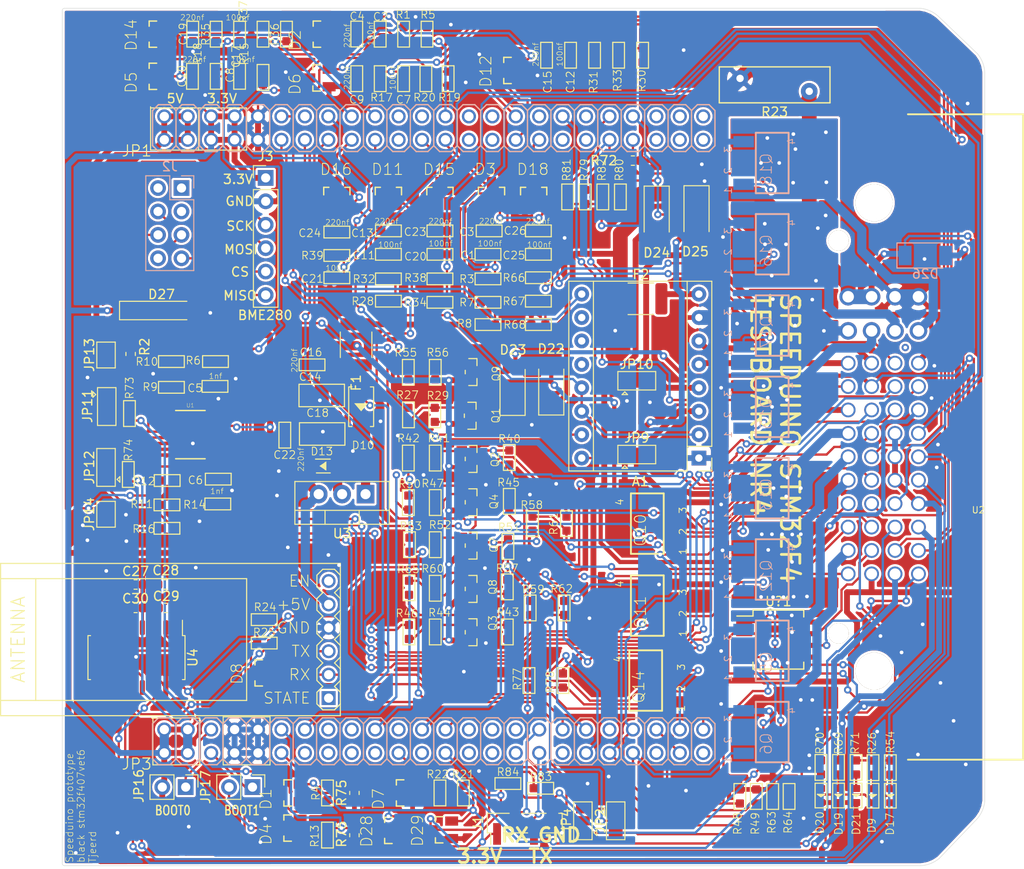
<source format=kicad_pcb>
(kicad_pcb (version 20171130) (host pcbnew 5.1.5-52549c5~84~ubuntu18.04.1)
  (layers (0 Top signal) (31 Bottom signal) (34 B.Paste user hide) (35 F.Paste user hide) (36 B.SilkS user) (37 F.SilkS user) (38 B.Mask user hide) (39 F.Mask user hide) (44 Edge.Cuts user))
  (net 0 "")
  (net 1 GND)
  (net 2 "Net-(Q8-Pad1)")
  (net 3 "Net-(Q9-Pad1)")
  (net 4 "Net-(U1-Pad12)")
  (net 5 "Net-(U1-Pad7)")
  (net 6 "Net-(U1-Pad2)")
  (net 7 /BT_TX)
  (net 8 "Net-(D1-Pad3)")
  (net 9 "Net-(JP4-Pad2)")
  (net 10 "Net-(Q11-Pad1)")
  (net 11 "Net-(Q10-Pad1)")
  (net 12 "Net-(C9-Pad2)")
  (net 13 "Net-(Q7-Pad1)")
  (net 14 "Net-(C6-Pad2)")
  (net 15 "Net-(C3-Pad2)")
  (net 16 "Net-(C5-Pad2)")
  (net 17 "Net-(C5-Pad1)")
  (net 18 "Net-(C6-Pad1)")
  (net 19 "Net-(C12-Pad2)")
  (net 20 "Net-(C14-Pad2)")
  (net 21 "Net-(C19-Pad2)")
  (net 22 "Net-(D4-Pad3)")
  (net 23 "Net-(D7-Pad3)")
  (net 24 "Net-(D8-Pad3)")
  (net 25 "Net-(D9-Pad+)")
  (net 26 "Net-(D17-Pad+)")
  (net 27 "Net-(JP2-Pad2)")
  (net 28 "Net-(Q1-Pad1)")
  (net 29 "Net-(Q2-Pad1)")
  (net 30 "Net-(Q3-Pad1)")
  (net 31 "Net-(Q4-Pad1)")
  (net 32 "Net-(U$2-Pad6)")
  (net 33 "Net-(U$2-Pad1)")
  (net 34 PWR_GND)
  (net 35 VBAT)
  (net 36 INJ1-OUT)
  (net 37 INJ2-OUT)
  (net 38 INJ3-OUT)
  (net 39 INJ4-OUT)
  (net 40 IDLE1-OUT)
  (net 41 IDLE2-OUT)
  (net 42 V_IDLE)
  (net 43 FUEL_PUMP)
  (net 44 FAN)
  (net 45 IGN1-OUT)
  (net 46 IGN2-OUT)
  (net 47 IGN3-OUT)
  (net 48 IGN4-OUT)
  (net 49 STEP_1B_OUT)
  (net 50 STEP_1A_OUT)
  (net 51 STEP_2B_OUT)
  (net 52 STEP_2A_OUT)
  (net 53 MAP)
  (net 54 5V)
  (net 55 O2)
  (net 56 IAT)
  (net 57 CLT)
  (net 58 TPS)
  (net 59 VR1+)
  (net 60 VR1-)
  (net 61 VR2+)
  (net 62 VR2-)
  (net 63 O2_2)
  (net 64 IAT_2)
  (net 65 CLT_2)
  (net 66 3.3V)
  (net 67 TACHO-OUT)
  (net 68 FLEX_FUEL_IN)
  (net 69 "Net-(JP9-Pad2)")
  (net 70 "Net-(JP10-Pad2)")
  (net 71 VBAT_F1)
  (net 72 "Net-(JP11-Pad3)")
  (net 73 "Net-(JP12-Pad3)")
  (net 74 PA2)
  (net 75 BARO)
  (net 76 "Net-(C26-Pad2)")
  (net 77 PA1)
  (net 78 PA3)
  (net 79 PB1)
  (net 80 PC13)
  (net 81 PD3)
  (net 82 PD12)
  (net 83 PD13)
  (net 84 PD14)
  (net 85 PD15)
  (net 86 "Net-(JP13-Pad1)")
  (net 87 "Net-(JP14-Pad1)")
  (net 88 PE0)
  (net 89 PE1)
  (net 90 PC8)
  (net 91 BOOT0)
  (net 92 BOOT1)
  (net 93 "Net-(D19-Pad+)")
  (net 94 "Net-(D20-Pad+)")
  (net 95 "Net-(D21-Pad+)")
  (net 96 PA9)
  (net 97 PA10)
  (net 98 "Net-(JP11-Pad2)")
  (net 99 "Net-(JP12-Pad2)")
  (net 100 PD4)
  (net 101 PC2)
  (net 102 PE7)
  (net 103 PE5)
  (net 104 "Net-(A1-Pad12)")
  (net 105 "Net-(A1-Pad11)")
  (net 106 "Net-(A1-Pad10)")
  (net 107 PE2)
  (net 108 PC3)
  (net 109 PC5)
  (net 110 PC1)
  (net 111 PC4)
  (net 112 PC0)
  (net 113 PB14)
  (net 114 PB13)
  (net 115 PB12)
  (net 116 PB11)
  (net 117 PB10)
  (net 118 PE15)
  (net 119 PE14)
  (net 120 PE13)
  (net 121 PE12)
  (net 122 PE11)
  (net 123 PE10)
  (net 124 PE9)
  (net 125 PE8)
  (net 126 "Net-(JP1-Pad33)")
  (net 127 "Net-(JP1-Pad30)")
  (net 128 "Net-(JP1-Pad29)")
  (net 129 PA5)
  (net 130 PA4)
  (net 131 PA0)
  (net 132 "Net-(JP1-Pad22)")
  (net 133 "Net-(JP1-Pad21)")
  (net 134 PE6)
  (net 135 PE4)
  (net 136 PE3)
  (net 137 PB15)
  (net 138 PD8)
  (net 139 PD9)
  (net 140 PD10)
  (net 141 PD11)
  (net 142 PC6)
  (net 143 PC7)
  (net 144 "Net-(JP3-Pad36)")
  (net 145 PA8)
  (net 146 "Net-(JP3-Pad32)")
  (net 147 "Net-(JP3-Pad31)")
  (net 148 "Net-(JP3-Pad30)")
  (net 149 "Net-(JP3-Pad29)")
  (net 150 "Net-(JP3-Pad28)")
  (net 151 "Net-(JP3-Pad27)")
  (net 152 PD0)
  (net 153 PD1)
  (net 154 "Net-(JP3-Pad24)")
  (net 155 PD5)
  (net 156 PD6)
  (net 157 PD7)
  (net 158 PB3)
  (net 159 PB5)
  (net 160 PB6)
  (net 161 PB7)
  (net 162 PB8)
  (net 163 PB9)
  (net 164 BOOST-OUT)
  (net 165 "Net-(Q14-Pad1)")
  (net 166 INJ5-OUT)
  (net 167 INJ7-OUT)
  (net 168 INJ6-OUT)
  (net 169 INJ8-OUT)
  (net 170 "Net-(D29-Pad3)")
  (net 171 CANL)
  (net 172 CANH)
  (net 173 "Net-(U?1-Pad5)")
  (net 174 "Net-(R84-Pad2)")
  (net 175 "Net-(C27-Pad1)")
  (net 176 "Net-(C28-Pad1)")
  (net 177 "Net-(C29-Pad2)")
  (net 178 "Net-(C29-Pad1)")
  (net 179 "Net-(C30-Pad2)")
  (net 180 "Net-(C30-Pad1)")
  (net 181 "Net-(U4-Pad10)")
  (net 182 "Net-(U4-Pad9)")
  (net 183 "Net-(U4-Pad8)")
  (net 184 "Net-(U4-Pad7)")
  (net 185 RS232_TX)
  (net 186 RS232_RX)
  (net 187 "Net-(J2-Pad8)")
  (net 188 SPI1_MISO)
  (net 189 BME280_CS)
  (net 190 "Net-(J2-Pad3)")
  (net 191 "Net-(J2-Pad2)")
  (net 192 "Net-(J2-Pad1)")
  (net 193 SPI1_MOSI)
  (net 194 SPI1_SCK)
  (module Package_SO:SOIC-16_4.55x10.3mm_P1.27mm (layer Top) (at 122.047 87.428 270)
    (fp_text reference U4 (at 0 -6.1 90) (layer F.SilkS))
    (fp_text value MAX3232)
    (pad 16 smd roundrect (at 3.25 -4.445 270) (size 1.6 0.55) (layers Top F.Paste F.Mask) (net 66 3.3V))
    (pad 15 smd roundrect (at 3.25 -3.175 270) (size 1.6 0.55) (layers Top F.Paste F.Mask) (net 1 GND))
    (pad 14 smd roundrect (at 3.25 -1.905 270) (size 1.6 0.55) (layers Top F.Paste F.Mask) (net 185 RS232_TX))
    (pad 13 smd roundrect (at 3.25 -0.635 270) (size 1.6 0.55) (layers Top F.Paste F.Mask) (net 186 RS232_RX))
    (pad 12 smd roundrect (at 3.25 0.635 270) (size 1.6 0.55) (layers Top F.Paste F.Mask) (net 139 PD9))
    (pad 11 smd roundrect (at 3.25 1.905 270) (size 1.6 0.55) (layers Top F.Paste F.Mask) (net 138 PD8))
    (pad 10 smd roundrect (at 3.25 3.175 270) (size 1.6 0.55) (layers Top F.Paste F.Mask) (net 181 "Net-(U4-Pad10)"))
    (pad 9 smd roundrect (at 3.25 4.445 270) (size 1.6 0.55) (layers Top F.Paste F.Mask) (net 182 "Net-(U4-Pad9)"))
    (pad 8 smd roundrect (at -3.25 4.445 270) (size 1.6 0.55) (layers Top F.Paste F.Mask) (net 183 "Net-(U4-Pad8)"))
    (pad 7 smd roundrect (at -3.25 3.175 270) (size 1.6 0.55) (layers Top F.Paste F.Mask) (net 184 "Net-(U4-Pad7)"))
    (pad 6 smd roundrect (at -3.25 1.905 270) (size 1.6 0.55) (layers Top F.Paste F.Mask) (net 175 "Net-(C27-Pad1)"))
    (pad 5 smd roundrect (at -3.25 0.635 270) (size 1.6 0.55) (layers Top F.Paste F.Mask) (net 179 "Net-(C30-Pad2)"))
    (pad 4 smd roundrect (at -3.25 -0.635 270) (size 1.6 0.55) (layers Top F.Paste F.Mask) (net 180 "Net-(C30-Pad1)"))
    (pad 3 smd roundrect (at -3.25 -1.905 270) (size 1.6 0.55) (layers Top F.Paste F.Mask) (net 177 "Net-(C29-Pad2)"))
    (pad 2 smd roundrect (at -3.25 -3.175 270) (size 1.6 0.55) (layers Top F.Paste F.Mask) (net 176 "Net-(C28-Pad1)"))
    (pad 1 smd roundrect (at -3.25 -4.445 270) (size 1.6 0.55) (layers Top F.Paste F.Mask) (net 178 "Net-(C29-Pad1)"))
  )
  (module Speeduino_base:PinHeader_2x04_P2.54mm_Vertical (layer Bottom) (at 126.925 36.5 180)
    (fp_text reference J2 (at 1.27 2.33) (layer B.SilkS) (effects (justify mirror)))
    (fp_text value Conn_02x04_Odd_Even)
    (pad 1 thru_hole rect (at 0 0 180) (size 1.7 1.7) (drill 1) (layers *.Cu *.Mask) (net 192 "Net-(J2-Pad1)"))
    (pad 2 thru_hole oval (at 2.54 0 180) (size 1.7 1.7) (drill 1) (layers *.Cu *.Mask) (net 191 "Net-(J2-Pad2)"))
    (pad 3 thru_hole oval (at 0 -2.54 180) (size 1.7 1.7) (drill 1) (layers *.Cu *.Mask) (net 190 "Net-(J2-Pad3)"))
    (pad 4 thru_hole oval (at 2.54 -2.54 180) (size 1.7 1.7) (drill 1) (layers *.Cu *.Mask) (net 189 BME280_CS))
    (pad 5 thru_hole oval (at 0 -5.08 180) (size 1.7 1.7) (drill 1) (layers *.Cu *.Mask) (net 194 SPI1_SCK))
    (pad 6 thru_hole oval (at 2.54 -5.08 180) (size 1.7 1.7) (drill 1) (layers *.Cu *.Mask) (net 193 SPI1_MOSI))
    (pad 7 thru_hole oval (at 0 -7.62 180) (size 1.7 1.7) (drill 1) (layers *.Cu *.Mask) (net 188 SPI1_MISO))
    (pad 8 thru_hole oval (at 2.54 -7.62 180) (size 1.7 1.7) (drill 1) (layers *.Cu *.Mask) (net 187 "Net-(J2-Pad8)"))
  )
  (module Speeduino_base:WIRELESS-BLUETOOTH-HC-05 (layer Top) (at 125.73 85.471 90)
    (fp_text reference U$2 hide)
    (fp_text value WIRELESS-BLUETOOTH-HC-05)
    (fp_text user ANTENNA (at 0 -16.51 90) (layer F.SilkS) (effects (font (size 1.4478 1.4478) (thickness 0.12192))))
    (fp_text user EN (at 6.35 15.24) (layer F.SilkS) (effects (font (size 1.2065 1.2065) (thickness 0.1016)) (justify right)))
    (fp_text user +5V (at 3.81 15.24) (layer F.SilkS) (effects (font (size 1.2065 1.2065) (thickness 0.1016)) (justify right)))
    (fp_text user GND (at 1.27 15.24) (layer F.SilkS) (effects (font (size 1.2065 1.2065) (thickness 0.1016)) (justify right)))
    (fp_text user TX (at -1.27 15.24) (layer F.SilkS) (effects (font (size 1.2065 1.2065) (thickness 0.1016)) (justify right)))
    (fp_text user RX (at -3.81 15.24) (layer F.SilkS) (effects (font (size 1.2065 1.2065) (thickness 0.1016)) (justify right)))
    (fp_text user STATE (at -6.35 15.24) (layer F.SilkS) (effects (font (size 1.2065 1.2065) (thickness 0.1016)) (justify right)))
    (pad 6 thru_hole circle (at 6.35 17.145 90) (size 1.508 1.508) (drill 1) (layers *.Cu *.Mask) (net 32 "Net-(U$2-Pad6)"))
    (pad 5 thru_hole circle (at 3.81 17.145 90) (size 1.508 1.508) (drill 1) (layers *.Cu *.Mask) (net 54 5V))
    (pad 4 thru_hole circle (at 1.27 17.145 90) (size 1.508 1.508) (drill 1) (layers *.Cu *.Mask) (net 1 GND))
    (pad 3 thru_hole circle (at -1.27 17.145 90) (size 1.508 1.508) (drill 1) (layers *.Cu *.Mask) (net 7 /BT_TX))
    (pad 1 thru_hole rect (at -6.35 17.145 90) (size 1.508 1.508) (drill 1) (layers *.Cu *.Mask) (net 33 "Net-(U$2-Pad1)"))
    (pad 2 thru_hole circle (at -3.81 17.145 90) (size 1.508 1.508) (drill 1) (layers *.Cu *.Mask) (net 138 PD8))
  )
  (module Resistor_SMD:R_1812_4532Metric_Pad1.30x3.40mm_HandSolder (layer Top) (at 145.85 53.5 270)
    (fp_text reference F1 (at 4.125 0 90) (layer F.SilkS))
    (fp_text value "PPTC 16V2A")
    (pad 2 smd roundrect (at 2.225 0 270) (size 1.3 3.4) (layers Top F.Paste F.Mask) (roundrect_rratio 0.192308) (net 71 VBAT_F1))
    (pad 1 smd roundrect (at -2.225 0 270) (size 1.3 3.4) (layers Top F.Paste F.Mask) (roundrect_rratio 0.192308) (net 35 VBAT))
  )
  (module Connector_PinHeader_2.54mm:PinHeader_1x06_P2.54mm_Vertical (layer Top) (at 136.05 35.4)
    (fp_text reference J3 (at 0 -2.33) (layer F.SilkS))
    (fp_text value Conn_01x06_Male)
    (pad 6 thru_hole oval (at 0 12.7) (size 1.7 1.7) (drill 1) (layers *.Cu *.Mask) (net 188 SPI1_MISO))
    (pad 5 thru_hole oval (at 0 10.16) (size 1.7 1.7) (drill 1) (layers *.Cu *.Mask) (net 189 BME280_CS))
    (pad 4 thru_hole oval (at 0 7.62) (size 1.7 1.7) (drill 1) (layers *.Cu *.Mask) (net 193 SPI1_MOSI))
    (pad 3 thru_hole oval (at 0 5.08) (size 1.7 1.7) (drill 1) (layers *.Cu *.Mask) (net 194 SPI1_SCK))
    (pad 2 thru_hole oval (at 0 2.54) (size 1.7 1.7) (drill 1) (layers *.Cu *.Mask) (net 1 GND))
    (pad 1 thru_hole rect (at 0 0) (size 1.7 1.7) (drill 1) (layers *.Cu *.Mask) (net 66 3.3V))
  )
  (module Capacitor_SMD:C_0603_1608Metric (layer Top) (at 121.9455 82.042 180)
    (fp_text reference C30 (at 0 1.016) (layer F.SilkS))
    (fp_text value 100nF)
    (pad 2 smd roundrect (at 0.7875 0 180) (size 0.875 0.95) (layers Top F.Paste F.Mask) (net 179 "Net-(C30-Pad2)"))
    (pad 1 smd roundrect (at -0.7875 0 180) (size 0.875 0.95) (layers Top F.Paste F.Mask) (net 180 "Net-(C30-Pad1)"))
  )
  (module Capacitor_SMD:C_0603_1608Metric (layer Top) (at 125.2475 82.042 180)
    (fp_text reference C29 (at -0.0255 1.27) (layer F.SilkS))
    (fp_text value 100nF)
    (pad 2 smd roundrect (at 0.7875 0 180) (size 0.875 0.95) (layers Top F.Paste F.Mask) (net 177 "Net-(C29-Pad2)"))
    (pad 1 smd roundrect (at -0.7875 0 180) (size 0.875 0.95) (layers Top F.Paste F.Mask) (net 178 "Net-(C29-Pad1)"))
  )
  (module Capacitor_SMD:C_0603_1608Metric (layer Top) (at 125.1965 79.502 180)
    (fp_text reference C28 (at -0.0255 1.524) (layer F.SilkS))
    (fp_text value 100nF)
    (pad 2 smd roundrect (at 0.7875 0 180) (size 0.875 0.95) (layers Top F.Paste F.Mask) (net 1 GND))
    (pad 1 smd roundrect (at -0.7875 0 180) (size 0.875 0.95) (layers Top F.Paste F.Mask) (net 176 "Net-(C28-Pad1)"))
  )
  (module Capacitor_SMD:C_0603_1608Metric (layer Top) (at 121.9455 79.502)
    (fp_text reference C27 (at 0 -1.43) (layer F.SilkS))
    (fp_text value 100nF)
    (pad 2 smd roundrect (at 0.7875 0) (size 0.875 0.95) (layers Top F.Paste F.Mask) (net 1 GND))
    (pad 1 smd roundrect (at -0.7875 0) (size 0.875 0.95) (layers Top F.Paste F.Mask) (net 175 "Net-(C27-Pad1)"))
  )
  (module rusefi_lib:Molex_48 (layer Top) (at 203 63.5 180)
    (fp_text reference U2 (at -10.2997 -7.9248 180) (layer F.SilkS) (effects (font (size 0.7 0.7) (thickness 0.1))))
    (fp_text value molex_48pin)
    (pad "" thru_hole circle (at 4.85 -21.3 180) (size 2.2 2.2) (drill 2.2) (layers *.Cu *.Mask F.SilkS))
    (pad "" thru_hole circle (at 4.85 21.3 180) (size 2.2 2.2) (drill 2.2) (layers *.Cu *.Mask F.SilkS))
    (pad "" thru_hole circle (at 1 -25.4 180) (size 4 4) (drill 4) (layers *.Cu *.Mask F.SilkS))
    (pad "" thru_hole circle (at 1 25.4 180) (size 4 4) (drill 4) (layers *.Cu *.Mask F.SilkS))
    (pad 4 thru_hole circle (at 3.81 15.21 180) (size 1.9 1.9) (drill 1.25) (layers *.Cu *.Mask) (net 35 VBAT))
    (pad 3 thru_hole circle (at 1.27 15.21 180) (size 1.9 1.9) (drill 1.25) (layers *.Cu *.Mask) (net 35 VBAT))
    (pad 2 thru_hole circle (at -1.27 15.21 180) (size 1.9 1.9) (drill 1.25) (layers *.Cu *.Mask) (net 34 PWR_GND))
    (pad 1 thru_hole circle (at -3.81 15.21 180) (size 1.9 1.9) (drill 1.25) (layers *.Cu *.Mask) (net 34 PWR_GND))
    (pad 8 thru_hole circle (at 3.81 11.51 180) (size 1.9 1.9) (drill 1.25) (layers *.Cu *.Mask) (net 168 INJ6-OUT))
    (pad 7 thru_hole circle (at 1.27 11.51 180) (size 1.9 1.9) (drill 1.25) (layers *.Cu *.Mask) (net 166 INJ5-OUT))
    (pad 6 thru_hole circle (at -1.27 11.51 180) (size 1.9 1.9) (drill 1.25) (layers *.Cu *.Mask) (net 167 INJ7-OUT))
    (pad 5 thru_hole circle (at -3.81 11.51 180) (size 1.9 1.9) (drill 1.25) (layers *.Cu *.Mask) (net 169 INJ8-OUT))
    (pad 12 thru_hole circle (at 3.81 8.01 180) (size 1.6 1.6) (drill 1.2) (layers *.Cu *.Mask) (net 49 STEP_1B_OUT))
    (pad 11 thru_hole circle (at 1.27 8.01 180) (size 1.6 1.6) (drill 1.2) (layers *.Cu *.Mask) (net 51 STEP_2B_OUT))
    (pad 10 thru_hole circle (at -1.27 8.01 180) (size 1.6 1.6) (drill 1.2) (layers *.Cu *.Mask) (net 75 BARO))
    (pad 9 thru_hole circle (at -3.81 8.01 180) (size 1.6 1.6) (drill 1.2) (layers *.Cu *.Mask) (net 70 "Net-(JP10-Pad2)"))
    (pad 16 thru_hole circle (at 3.81 5.47 180) (size 1.6 1.6) (drill 1.2) (layers *.Cu *.Mask) (net 48 IGN4-OUT))
    (pad 15 thru_hole circle (at 1.27 5.47 180) (size 1.6 1.6) (drill 1.2) (layers *.Cu *.Mask) (net 44 FAN))
    (pad 14 thru_hole circle (at -1.27 5.47 180) (size 1.6 1.6) (drill 1.2) (layers *.Cu *.Mask) (net 59 VR1+))
    (pad 13 thru_hole circle (at -3.81 5.47 180) (size 1.6 1.6) (drill 1.2) (layers *.Cu *.Mask) (net 45 IGN1-OUT))
    (pad 20 thru_hole circle (at 3.81 2.93 180) (size 1.6 1.6) (drill 1.2) (layers *.Cu *.Mask) (net 69 "Net-(JP9-Pad2)"))
    (pad 19 thru_hole circle (at 1.27 2.93 180) (size 1.6 1.6) (drill 1.2) (layers *.Cu *.Mask) (net 61 VR2+))
    (pad 18 thru_hole circle (at -1.27 2.93 180) (size 1.6 1.6) (drill 1.2) (layers *.Cu *.Mask) (net 62 VR2-))
    (pad 17 thru_hole circle (at -3.81 2.93 180) (size 1.6 1.6) (drill 1.2) (layers *.Cu *.Mask) (net 43 FUEL_PUMP))
    (pad 24 thru_hole circle (at 3.81 0.39 180) (size 1.6 1.6) (drill 1.2) (layers *.Cu *.Mask) (net 39 INJ4-OUT))
    (pad 23 thru_hole circle (at 1.27 0.39 180) (size 1.6 1.6) (drill 1.2) (layers *.Cu *.Mask) (net 60 VR1-))
    (pad 22 thru_hole circle (at -1.27 0.39 180) (size 1.6 1.6) (drill 1.2) (layers *.Cu *.Mask) (net 1 GND))
    (pad 21 thru_hole circle (at -3.81 0.39 180) (size 1.6 1.6) (drill 1.2) (layers *.Cu *.Mask) (net 65 CLT_2))
    (pad 28 thru_hole circle (at 3.81 -2.15 180) (size 1.6 1.6) (drill 1.2) (layers *.Cu *.Mask) (net 38 INJ3-OUT))
    (pad 27 thru_hole circle (at 1.27 -2.15 180) (size 1.6 1.6) (drill 1.2) (layers *.Cu *.Mask) (net 55 O2))
    (pad 26 thru_hole circle (at -1.27 -2.15 180) (size 1.6 1.6) (drill 1.2) (layers *.Cu *.Mask) (net 1 GND))
    (pad 25 thru_hole circle (at -3.81 -2.15 180) (size 1.6 1.6) (drill 1.2) (layers *.Cu *.Mask) (net 185 RS232_TX))
    (pad 32 thru_hole circle (at 3.81 -4.69 180) (size 1.6 1.6) (drill 1.2) (layers *.Cu *.Mask) (net 36 INJ1-OUT))
    (pad 31 thru_hole circle (at 1.27 -4.69 180) (size 1.6 1.6) (drill 1.2) (layers *.Cu *.Mask) (net 57 CLT))
    (pad 30 thru_hole circle (at -1.27 -4.69 180) (size 1.6 1.6) (drill 1.2) (layers *.Cu *.Mask) (net 1 GND))
    (pad 29 thru_hole circle (at -3.81 -4.69 180) (size 1.6 1.6) (drill 1.2) (layers *.Cu *.Mask) (net 186 RS232_RX))
    (pad 36 thru_hole circle (at 3.81 -7.23 180) (size 1.6 1.6) (drill 1.2) (layers *.Cu *.Mask) (net 46 IGN2-OUT))
    (pad 35 thru_hole circle (at 1.27 -7.23 180) (size 1.6 1.6) (drill 1.2) (layers *.Cu *.Mask) (net 56 IAT))
    (pad 34 thru_hole circle (at -1.27 -7.23 180) (size 1.6 1.6) (drill 1.2) (layers *.Cu *.Mask) (net 58 TPS))
    (pad 33 thru_hole circle (at -3.81 -7.23 180) (size 1.6 1.6) (drill 1.2) (layers *.Cu *.Mask) (net 1 GND))
    (pad 40 thru_hole circle (at 3.81 -9.77 180) (size 1.6 1.6) (drill 1.2) (layers *.Cu *.Mask) (net 47 IGN3-OUT))
    (pad 39 thru_hole circle (at 1.27 -9.77 180) (size 1.6 1.6) (drill 1.2) (layers *.Cu *.Mask) (net 53 MAP))
    (pad 38 thru_hole circle (at -1.27 -9.77 180) (size 1.6 1.6) (drill 1.2) (layers *.Cu *.Mask) (net 68 FLEX_FUEL_IN))
    (pad 37 thru_hole circle (at -3.81 -9.77 180) (size 1.6 1.6) (drill 1.2) (layers *.Cu *.Mask) (net 54 5V))
    (pad 44 thru_hole circle (at 3.81 -12.31 180) (size 1.6 1.6) (drill 1.2) (layers *.Cu *.Mask) (net 37 INJ2-OUT))
    (pad 43 thru_hole circle (at 1.27 -12.31 180) (size 1.6 1.6) (drill 1.2) (layers *.Cu *.Mask) (net 172 CANH))
    (pad 42 thru_hole circle (at -1.27 -12.31 180) (size 1.6 1.6) (drill 1.2) (layers *.Cu *.Mask) (net 64 IAT_2))
    (pad 41 thru_hole circle (at -3.81 -12.31 180) (size 1.6 1.6) (drill 1.2) (layers *.Cu *.Mask) (net 63 O2_2))
    (pad 48 thru_hole circle (at 3.81 -14.85 180) (size 1.6 1.6) (drill 1.2) (layers *.Cu *.Mask) (net 67 TACHO-OUT))
    (pad 47 thru_hole circle (at 1.27 -14.85 180) (size 1.6 1.6) (drill 1.2) (layers *.Cu *.Mask) (net 164 BOOST-OUT))
    (pad 46 thru_hole circle (at -1.27 -14.85 180) (size 1.6 1.6) (drill 1.2) (layers *.Cu *.Mask) (net 66 3.3V))
    (pad 45 thru_hole circle (at -3.81 -14.85 180) (size 1.6 1.6) (drill 1.2) (layers *.Cu *.Mask) (net 171 CANL))
  )
  (module Speeduino_base:2X24 (layer Bottom) (at 153 96.5)
    (fp_text reference JP3 (at -29.21 3.175 180) (layer F.SilkS) (effects (font (size 1.2065 1.2065) (thickness 0.12065)) (justify right bottom)))
    (fp_text value PINHD-2X24)
    (pad 48 thru_hole circle (at 30.48 1.27) (size 1.524 1.524) (drill 1.016) (layers *.Cu *.Mask) (net 137 PB15))
    (pad 47 thru_hole circle (at 30.48 -1.27) (size 1.524 1.524) (drill 1.016) (layers *.Cu *.Mask) (net 138 PD8))
    (pad 46 thru_hole circle (at 27.94 1.27) (size 1.524 1.524) (drill 1.016) (layers *.Cu *.Mask) (net 139 PD9))
    (pad 45 thru_hole circle (at 27.94 -1.27) (size 1.524 1.524) (drill 1.016) (layers *.Cu *.Mask) (net 140 PD10))
    (pad 44 thru_hole circle (at 25.4 1.27) (size 1.524 1.524) (drill 1.016) (layers *.Cu *.Mask) (net 141 PD11))
    (pad 43 thru_hole circle (at 25.4 -1.27) (size 1.524 1.524) (drill 1.016) (layers *.Cu *.Mask) (net 82 PD12))
    (pad 42 thru_hole circle (at 22.86 1.27) (size 1.524 1.524) (drill 1.016) (layers *.Cu *.Mask) (net 83 PD13))
    (pad 41 thru_hole circle (at 22.86 -1.27) (size 1.524 1.524) (drill 1.016) (layers *.Cu *.Mask) (net 84 PD14))
    (pad 40 thru_hole circle (at 20.32 1.27) (size 1.524 1.524) (drill 1.016) (layers *.Cu *.Mask) (net 85 PD15))
    (pad 39 thru_hole circle (at 20.32 -1.27) (size 1.524 1.524) (drill 1.016) (layers *.Cu *.Mask) (net 142 PC6))
    (pad 38 thru_hole circle (at 17.78 1.27) (size 1.524 1.524) (drill 1.016) (layers *.Cu *.Mask) (net 143 PC7))
    (pad 37 thru_hole circle (at 17.78 -1.27) (size 1.524 1.524) (drill 1.016) (layers *.Cu *.Mask) (net 90 PC8))
    (pad 36 thru_hole circle (at 15.24 1.27) (size 1.524 1.524) (drill 1.016) (layers *.Cu *.Mask) (net 144 "Net-(JP3-Pad36)"))
    (pad 35 thru_hole circle (at 15.24 -1.27) (size 1.524 1.524) (drill 1.016) (layers *.Cu *.Mask) (net 145 PA8))
    (pad 34 thru_hole circle (at 12.7 1.27) (size 1.524 1.524) (drill 1.016) (layers *.Cu *.Mask) (net 96 PA9))
    (pad 33 thru_hole circle (at 12.7 -1.27) (size 1.524 1.524) (drill 1.016) (layers *.Cu *.Mask) (net 97 PA10))
    (pad 32 thru_hole circle (at 10.16 1.27) (size 1.524 1.524) (drill 1.016) (layers *.Cu *.Mask) (net 146 "Net-(JP3-Pad32)"))
    (pad 31 thru_hole circle (at 10.16 -1.27) (size 1.524 1.524) (drill 1.016) (layers *.Cu *.Mask) (net 147 "Net-(JP3-Pad31)"))
    (pad 30 thru_hole circle (at 7.62 1.27) (size 1.524 1.524) (drill 1.016) (layers *.Cu *.Mask) (net 148 "Net-(JP3-Pad30)"))
    (pad 29 thru_hole circle (at 7.62 -1.27) (size 1.524 1.524) (drill 1.016) (layers *.Cu *.Mask) (net 149 "Net-(JP3-Pad29)"))
    (pad 28 thru_hole circle (at 5.08 1.27) (size 1.524 1.524) (drill 1.016) (layers *.Cu *.Mask) (net 150 "Net-(JP3-Pad28)"))
    (pad 27 thru_hole circle (at 5.08 -1.27) (size 1.524 1.524) (drill 1.016) (layers *.Cu *.Mask) (net 151 "Net-(JP3-Pad27)"))
    (pad 26 thru_hole circle (at 2.54 1.27) (size 1.524 1.524) (drill 1.016) (layers *.Cu *.Mask) (net 152 PD0))
    (pad 25 thru_hole circle (at 2.54 -1.27) (size 1.524 1.524) (drill 1.016) (layers *.Cu *.Mask) (net 153 PD1))
    (pad 24 thru_hole circle (at 0 1.27) (size 1.524 1.524) (drill 1.016) (layers *.Cu *.Mask) (net 154 "Net-(JP3-Pad24)"))
    (pad 23 thru_hole circle (at 0 -1.27) (size 1.524 1.524) (drill 1.016) (layers *.Cu *.Mask) (net 81 PD3))
    (pad 22 thru_hole circle (at -2.54 1.27) (size 1.524 1.524) (drill 1.016) (layers *.Cu *.Mask) (net 100 PD4))
    (pad 21 thru_hole circle (at -2.54 -1.27) (size 1.524 1.524) (drill 1.016) (layers *.Cu *.Mask) (net 155 PD5))
    (pad 20 thru_hole circle (at -5.08 1.27) (size 1.524 1.524) (drill 1.016) (layers *.Cu *.Mask) (net 156 PD6))
    (pad 19 thru_hole circle (at -5.08 -1.27) (size 1.524 1.524) (drill 1.016) (layers *.Cu *.Mask) (net 157 PD7))
    (pad 18 thru_hole circle (at -7.62 1.27) (size 1.524 1.524) (drill 1.016) (layers *.Cu *.Mask) (net 158 PB3))
    (pad 17 thru_hole circle (at -7.62 -1.27) (size 1.524 1.524) (drill 1.016) (layers *.Cu *.Mask) (net 159 PB5))
    (pad 16 thru_hole circle (at -10.16 1.27) (size 1.524 1.524) (drill 1.016) (layers *.Cu *.Mask) (net 160 PB6))
    (pad 15 thru_hole circle (at -10.16 -1.27) (size 1.524 1.524) (drill 1.016) (layers *.Cu *.Mask) (net 161 PB7))
    (pad 14 thru_hole circle (at -12.7 1.27) (size 1.524 1.524) (drill 1.016) (layers *.Cu *.Mask) (net 162 PB8))
    (pad 13 thru_hole circle (at -12.7 -1.27) (size 1.524 1.524) (drill 1.016) (layers *.Cu *.Mask) (net 163 PB9))
    (pad 12 thru_hole circle (at -15.24 1.27) (size 1.524 1.524) (drill 1.016) (layers *.Cu *.Mask) (net 88 PE0))
    (pad 11 thru_hole circle (at -15.24 -1.27) (size 1.524 1.524) (drill 1.016) (layers *.Cu *.Mask) (net 89 PE1))
    (pad 10 thru_hole circle (at -17.78 1.27) (size 1.524 1.524) (drill 1.016) (layers *.Cu *.Mask) (net 1 GND))
    (pad 9 thru_hole circle (at -17.78 -1.27) (size 1.524 1.524) (drill 1.016) (layers *.Cu *.Mask) (net 1 GND))
    (pad 8 thru_hole circle (at -20.32 1.27) (size 1.524 1.524) (drill 1.016) (layers *.Cu *.Mask) (net 1 GND))
    (pad 7 thru_hole circle (at -20.32 -1.27) (size 1.524 1.524) (drill 1.016) (layers *.Cu *.Mask) (net 1 GND))
    (pad 6 thru_hole circle (at -22.86 1.27) (size 1.524 1.524) (drill 1.016) (layers *.Cu *.Mask) (net 92 BOOT1))
    (pad 5 thru_hole circle (at -22.86 -1.27) (size 1.524 1.524) (drill 1.016) (layers *.Cu *.Mask) (net 91 BOOT0))
    (pad 4 thru_hole circle (at -25.4 1.27) (size 1.524 1.524) (drill 1.016) (layers *.Cu *.Mask) (net 66 3.3V))
    (pad 3 thru_hole circle (at -25.4 -1.27) (size 1.524 1.524) (drill 1.016) (layers *.Cu *.Mask) (net 66 3.3V))
    (pad 2 thru_hole circle (at -27.94 1.27) (size 1.524 1.524) (drill 1.016) (layers *.Cu *.Mask) (net 66 3.3V))
    (pad 1 thru_hole circle (at -27.94 -1.27) (size 1.524 1.524) (drill 1.016) (layers *.Cu *.Mask) (net 66 3.3V))
  )
  (module Speeduino_base:D_SOD-128 (layer Top) (at 178.435 39.37 270)
    (fp_text reference D24 (at 4.15 0 180) (layer F.SilkS))
    (fp_text value 1N4007)
    (pad 2 smd rect (at 2.2 0 270) (size 1.4 2.1) (layers Top F.Paste F.Mask) (net 40 IDLE1-OUT))
    (pad 1 smd rect (at -2.2 0 270) (size 1.4 2.1) (layers Top F.Paste F.Mask) (net 35 VBAT))
  )
  (module Speeduino_base:D_SOD-128 (layer Bottom) (at 207.559 43.815)
    (fp_text reference D26 (at 0 2 180) (layer B.SilkS) (effects (justify mirror)))
    (fp_text value 1N4007)
    (pad 2 smd rect (at 2.2 0) (size 1.4 2.1) (layers Bottom B.Paste B.Mask) (net 164 BOOST-OUT))
    (pad 1 smd rect (at -2.2 0) (size 1.4 2.1) (layers Bottom B.Paste B.Mask) (net 35 VBAT))
  )
  (module Speeduino_base:D_SOD-128 (layer Top) (at 182.753 39.329 270)
    (fp_text reference D25 (at 4.064 0.127 180) (layer F.SilkS))
    (fp_text value 1N4007)
    (pad 2 smd rect (at 2.2 0 270) (size 1.4 2.1) (layers Top F.Paste F.Mask) (net 41 IDLE2-OUT))
    (pad 1 smd rect (at -2.2 0 270) (size 1.4 2.1) (layers Top F.Paste F.Mask) (net 35 VBAT))
  )
  (module Speeduino_base:D_SOD-128 (layer Top) (at 162.814 58.08 90)
    (fp_text reference D23 (at 4.0288 0.0508) (layer F.SilkS))
    (fp_text value 1N4007)
    (pad 2 smd rect (at 2.2 0 90) (size 1.4 2.1) (layers Top F.Paste F.Mask) (net 44 FAN))
    (pad 1 smd rect (at -2.2 0 90) (size 1.4 2.1) (layers Top F.Paste F.Mask) (net 35 VBAT))
  )
  (module Speeduino_base:D_SOD-128 (layer Top) (at 167.005 58.039 90)
    (fp_text reference D22 (at 4.0894 -0.0254) (layer F.SilkS))
    (fp_text value 1N4007)
    (pad 2 smd rect (at 2.2 0 90) (size 1.4 2.1) (layers Top F.Paste F.Mask) (net 43 FUEL_PUMP))
    (pad 1 smd rect (at -2.2 0 90) (size 1.4 2.1) (layers Top F.Paste F.Mask) (net 35 VBAT))
  )
  (module Speeduino_base:C0603 (layer Top) (at 160.147 43.688 90)
    (fp_text reference C1 (at 0.381 -3.048 180) (layer F.SilkS) (effects (font (size 0.84455 0.84455) (thickness 0.0929)) (justify left top)))
    (fp_text value 100nf (at 1.524 -1.143 180) (layer F.SilkS) (effects (font (size 0.60325 0.60325) (thickness 0.060325)) (justify left top)))
    (pad 2 smd roundrect (at 0 0.762) (size 0.889 0.889) (layers Top F.Paste F.Mask) (roundrect_rratio 0.125) (net 63 O2_2))
    (pad 1 smd roundrect (at 0 -0.762) (size 0.889 0.889) (layers Top F.Paste F.Mask) (roundrect_rratio 0.125) (net 1 GND))
  )
  (module Speeduino_base:C0603 (layer Top) (at 145.923 19.7994 180)
    (fp_text reference C4 (at 0.8382 2.4258) (layer F.SilkS) (effects (font (size 0.84455 0.84455) (thickness 0.0929)) (justify left top)))
    (fp_text value 220nf (at 1.397 -1.5366 90) (layer F.SilkS) (effects (font (size 0.60325 0.60325) (thickness 0.060325)) (justify left top)))
    (pad 2 smd roundrect (at 0 0.762 90) (size 0.889 0.889) (layers Top F.Paste F.Mask) (roundrect_rratio 0.125) (net 74 PA2))
    (pad 1 smd roundrect (at 0 -0.762 90) (size 0.889 0.889) (layers Top F.Paste F.Mask) (roundrect_rratio 0.125) (net 1 GND))
  )
  (module Speeduino_base:C0603 (layer Top) (at 148.463 19.812 180)
    (fp_text reference C2 (at 0.8382 2.3876) (layer F.SilkS) (effects (font (size 0.84455 0.84455) (thickness 0.0929)) (justify left top)))
    (fp_text value 100nf (at 1.397 -1.27 90) (layer F.SilkS) (effects (font (size 0.60325 0.60325) (thickness 0.060325)) (justify left top)))
    (pad 2 smd roundrect (at 0 0.762 90) (size 0.889 0.889) (layers Top F.Paste F.Mask) (roundrect_rratio 0.125) (net 64 IAT_2))
    (pad 1 smd roundrect (at 0 -0.762 90) (size 0.889 0.889) (layers Top F.Paste F.Mask) (roundrect_rratio 0.125) (net 1 GND))
  )
  (module Speeduino_base:C0603 (layer Top) (at 154.94 41.148 270)
    (fp_text reference C23 (at -0.381 1.397 180) (layer F.SilkS) (effects (font (size 0.84455 0.84455) (thickness 0.0929)) (justify right top)))
    (fp_text value 220nf (at -1.397 -1.397 180) (layer F.SilkS) (effects (font (size 0.60325 0.60325) (thickness 0.060325)) (justify right top)))
    (pad 2 smd roundrect (at 0 0.762 180) (size 0.889 0.889) (layers Top F.Paste F.Mask) (roundrect_rratio 0.125) (net 77 PA1))
    (pad 1 smd roundrect (at 0 -0.762 180) (size 0.889 0.889) (layers Top F.Paste F.Mask) (roundrect_rratio 0.125) (net 1 GND))
  )
  (module Speeduino_base:C0603 (layer Top) (at 154.94 43.688 90)
    (fp_text reference C20 (at 0.254 -3.937 180) (layer F.SilkS) (effects (font (size 0.84455 0.84455) (thickness 0.0929)) (justify left top)))
    (fp_text value 100nf (at 1.524 -1.27 180) (layer F.SilkS) (effects (font (size 0.60325 0.60325) (thickness 0.060325)) (justify left top)))
    (pad 2 smd roundrect (at 0 0.762) (size 0.889 0.889) (layers Top F.Paste F.Mask) (roundrect_rratio 0.125) (net 65 CLT_2))
    (pad 1 smd roundrect (at 0 -0.762) (size 0.889 0.889) (layers Top F.Paste F.Mask) (roundrect_rratio 0.125) (net 1 GND))
  )
  (module Speeduino_base:C0603 (layer Top) (at 128.143 19.812 180)
    (fp_text reference C19 (at 1.524 -1.27 270) (layer F.SilkS) (effects (font (size 0.84455 0.84455) (thickness 0.0929)) (justify left top)))
    (fp_text value 220nf (at 1.397 2.159) (layer F.SilkS) (effects (font (size 0.60325 0.60325) (thickness 0.060325)) (justify left top)))
    (pad 2 smd roundrect (at 0 0.762 90) (size 0.889 0.889) (layers Top F.Paste F.Mask) (roundrect_rratio 0.125) (net 21 "Net-(C19-Pad2)"))
    (pad 1 smd roundrect (at 0 -0.762 90) (size 0.889 0.889) (layers Top F.Paste F.Mask) (roundrect_rratio 0.125) (net 1 GND))
  )
  (module Speeduino_base:C0603 (layer Top) (at 133.223 19.812)
    (fp_text reference C17 (at -0.889 1.143 -90) (layer F.SilkS) (effects (font (size 0.84455 0.84455) (thickness 0.0929)) (justify right top)))
    (fp_text value 100nf (at 1.143 -2.159) (layer F.SilkS) (effects (font (size 0.60325 0.60325) (thickness 0.060325)) (justify right top)))
    (pad 2 smd roundrect (at 0 0.762 270) (size 0.889 0.889) (layers Top F.Paste F.Mask) (roundrect_rratio 0.125) (net 53 MAP))
    (pad 1 smd roundrect (at 0 -0.762 270) (size 0.889 0.889) (layers Top F.Paste F.Mask) (roundrect_rratio 0.125) (net 1 GND))
  )
  (module Speeduino_base:C0603 (layer Top) (at 149.352 43.688 90)
    (fp_text reference C11 (at 0.381 -3.937 180) (layer F.SilkS) (effects (font (size 0.84455 0.84455) (thickness 0.0929)) (justify left top)))
    (fp_text value 100nf (at 1.397 -1.143 180) (layer F.SilkS) (effects (font (size 0.60325 0.60325) (thickness 0.060325)) (justify left top)))
    (pad 2 smd roundrect (at 0 0.762) (size 0.889 0.889) (layers Top F.Paste F.Mask) (roundrect_rratio 0.125) (net 57 CLT))
    (pad 1 smd roundrect (at 0 -0.762) (size 0.889 0.889) (layers Top F.Paste F.Mask) (roundrect_rratio 0.125) (net 1 GND))
  )
  (module Speeduino_base:C0603 (layer Top) (at 130.9116 68.072 270)
    (fp_text reference C6 (at -0.381 1.5875 180) (layer F.SilkS) (effects (font (size 0.84455 0.84455) (thickness 0.0929)) (justify right top)))
    (fp_text value 1nf (at 0.9525 -0.635 180) (layer F.SilkS) (effects (font (size 0.60325 0.60325) (thickness 0.060325)) (justify right top)))
    (pad 2 smd roundrect (at 0 0.762 180) (size 0.889 0.889) (layers Top F.Paste F.Mask) (roundrect_rratio 0.125) (net 14 "Net-(C6-Pad2)"))
    (pad 1 smd roundrect (at 0 -0.762 180) (size 0.889 0.889) (layers Top F.Paste F.Mask) (roundrect_rratio 0.125) (net 18 "Net-(C6-Pad1)"))
  )
  (module Speeduino_base:C0603 (layer Top) (at 130.556 58.0136 90)
    (fp_text reference C5 (at 0.3048 -3.048 180) (layer F.SilkS) (effects (font (size 0.84455 0.84455) (thickness 0.0929)) (justify left top)))
    (fp_text value 1nf (at 1.4732 -0.7112 180) (layer F.SilkS) (effects (font (size 0.60325 0.60325) (thickness 0.060325)) (justify left top)))
    (pad 2 smd roundrect (at 0 0.762) (size 0.889 0.889) (layers Top F.Paste F.Mask) (roundrect_rratio 0.125) (net 16 "Net-(C5-Pad2)"))
    (pad 1 smd roundrect (at 0 -0.762) (size 0.889 0.889) (layers Top F.Paste F.Mask) (roundrect_rratio 0.125) (net 17 "Net-(C5-Pad1)"))
  )
  (module Speeduino_base:C0603 (layer Top) (at 141.075 55.675 90)
    (fp_text reference C16 (at 1.85 -1.4 180) (layer F.SilkS) (effects (font (size 0.84455 0.84455) (thickness 0.0929)) (justify left top)))
    (fp_text value 220nf (at -0.875 -2.25 270) (layer F.SilkS) (effects (font (size 0.60325 0.60325) (thickness 0.060325)) (justify left top)))
    (pad 2 smd roundrect (at 0 0.762) (size 0.889 0.889) (layers Top F.Paste F.Mask) (roundrect_rratio 0.125) (net 20 "Net-(C14-Pad2)"))
    (pad 1 smd roundrect (at 0 -0.762) (size 0.889 0.889) (layers Top F.Paste F.Mask) (roundrect_rratio 0.125) (net 34 PWR_GND))
  )
  (module Speeduino_base:C0603 (layer Top) (at 166.497 22.098 180)
    (fp_text reference C15 (at 0.381 -4.191 270) (layer F.SilkS) (effects (font (size 0.84455 0.84455) (thickness 0.0929)) (justify left top)))
    (fp_text value 220nf (at 1.524 -1.27 270) (layer F.SilkS) (effects (font (size 0.60325 0.60325) (thickness 0.060325)) (justify left top)))
    (pad 2 smd roundrect (at 0 0.762 90) (size 0.889 0.889) (layers Top F.Paste F.Mask) (roundrect_rratio 0.125) (net 109 PC5))
    (pad 1 smd roundrect (at 0 -0.762 90) (size 0.889 0.889) (layers Top F.Paste F.Mask) (roundrect_rratio 0.125) (net 1 GND))
  )
  (module Speeduino_base:C0603 (layer Top) (at 138.125 63.3)
    (fp_text reference C22 (at 1.275 1.65) (layer F.SilkS) (effects (font (size 0.84455 0.84455) (thickness 0.0929)) (justify right top)))
    (fp_text value 220nf (at 1.4 1.3 -90) (layer F.SilkS) (effects (font (size 0.60325 0.60325) (thickness 0.060325)) (justify right top)))
    (pad 2 smd roundrect (at 0 0.762 270) (size 0.889 0.889) (layers Top F.Paste F.Mask) (roundrect_rratio 0.125) (net 54 5V))
    (pad 1 smd roundrect (at 0 -0.762 270) (size 0.889 0.889) (layers Top F.Paste F.Mask) (roundrect_rratio 0.125) (net 34 PWR_GND))
  )
  (module Speeduino_base:C0603 (layer Top) (at 143.764 41.275 270)
    (fp_text reference C24 (at -0.381 1.651 180) (layer F.SilkS) (effects (font (size 0.84455 0.84455) (thickness 0.0929)) (justify right top)))
    (fp_text value 220nf (at -1.397 -1.397 180) (layer F.SilkS) (effects (font (size 0.60325 0.60325) (thickness 0.060325)) (justify right top)))
    (pad 2 smd roundrect (at 0 0.762 180) (size 0.889 0.889) (layers Top F.Paste F.Mask) (roundrect_rratio 0.125) (net 110 PC1))
    (pad 1 smd roundrect (at 0 -0.762 180) (size 0.889 0.889) (layers Top F.Paste F.Mask) (roundrect_rratio 0.125) (net 1 GND))
  )
  (module Speeduino_base:C0603 (layer Top) (at 143.764 46.228 90)
    (fp_text reference C21 (at 0.381 -3.937 180) (layer F.SilkS) (effects (font (size 0.84455 0.84455) (thickness 0.0929)) (justify left top)))
    (fp_text value 100nf (at 1.397 -1.27 180) (layer F.SilkS) (effects (font (size 0.60325 0.60325) (thickness 0.060325)) (justify left top)))
    (pad 2 smd roundrect (at 0 0.762) (size 0.889 0.889) (layers Top F.Paste F.Mask) (roundrect_rratio 0.125) (net 58 TPS))
    (pad 1 smd roundrect (at 0 -0.762) (size 0.889 0.889) (layers Top F.Paste F.Mask) (roundrect_rratio 0.125) (net 1 GND))
  )
  (module Speeduino_base:C0603 (layer Top) (at 145.923 24.638 180)
    (fp_text reference C9 (at 0.889 -1.778) (layer F.SilkS) (effects (font (size 0.84455 0.84455) (thickness 0.0929)) (justify left top)))
    (fp_text value 220nf (at 1.397 -1.27 90) (layer F.SilkS) (effects (font (size 0.60325 0.60325) (thickness 0.060325)) (justify left top)))
    (pad 2 smd roundrect (at 0 0.762 90) (size 0.889 0.889) (layers Top F.Paste F.Mask) (roundrect_rratio 0.125) (net 12 "Net-(C9-Pad2)"))
    (pad 1 smd roundrect (at 0 -0.762 90) (size 0.889 0.889) (layers Top F.Paste F.Mask) (roundrect_rratio 0.125) (net 1 GND))
  )
  (module Speeduino_base:C0603 (layer Top) (at 151.003 24.638 180)
    (fp_text reference C7 (at 0.889 -1.778) (layer F.SilkS) (effects (font (size 0.84455 0.84455) (thickness 0.0929)) (justify left top)))
    (fp_text value 100nf (at 1.524 -1.27 90) (layer F.SilkS) (effects (font (size 0.60325 0.60325) (thickness 0.060325)) (justify left top)))
    (pad 2 smd roundrect (at 0 0.762 90) (size 0.889 0.889) (layers Top F.Paste F.Mask) (roundrect_rratio 0.125) (net 55 O2))
    (pad 1 smd roundrect (at 0 -0.762 90) (size 0.889 0.889) (layers Top F.Paste F.Mask) (roundrect_rratio 0.125) (net 1 GND))
  )
  (module Speeduino_base:C0603 (layer Top) (at 128.1126 24.384 180)
    (fp_text reference C10 (at 1.6206 -1.27 270) (layer F.SilkS) (effects (font (size 0.84455 0.84455) (thickness 0.0929)) (justify left top)))
    (fp_text value 220nf (at 1.1634 2.1844) (layer F.SilkS) (effects (font (size 0.60325 0.60325) (thickness 0.060325)) (justify left top)))
    (pad 2 smd roundrect (at 0 0.762 90) (size 0.889 0.889) (layers Top F.Paste F.Mask) (roundrect_rratio 0.125) (net 101 PC2))
    (pad 1 smd roundrect (at 0 -0.762 90) (size 0.889 0.889) (layers Top F.Paste F.Mask) (roundrect_rratio 0.125) (net 1 GND))
  )
  (module Speeduino_base:C0603 (layer Top) (at 133.223 24.384 180)
    (fp_text reference C8 (at 1.524 -0.762 270) (layer F.SilkS) (effects (font (size 0.84455 0.84455) (thickness 0.0929)) (justify left top)))
    (fp_text value 100nf (at 0.9906 2.1844) (layer F.SilkS) (effects (font (size 0.60325 0.60325) (thickness 0.060325)) (justify left top)))
    (pad 2 smd roundrect (at 0 0.762 90) (size 0.889 0.889) (layers Top F.Paste F.Mask) (roundrect_rratio 0.125) (net 56 IAT))
    (pad 1 smd roundrect (at 0 -0.762 90) (size 0.889 0.889) (layers Top F.Paste F.Mask) (roundrect_rratio 0.125) (net 1 GND))
  )
  (module Speeduino_base:C0603 (layer Top) (at 169.1005 22.098 180)
    (fp_text reference C12 (at 0.508 -4.191 270) (layer F.SilkS) (effects (font (size 0.84455 0.84455) (thickness 0.0929)) (justify left top)))
    (fp_text value 100nf (at 1.524 -1.27 270) (layer F.SilkS) (effects (font (size 0.60325 0.60325) (thickness 0.060325)) (justify left top)))
    (pad 2 smd roundrect (at 0 0.762 90) (size 0.889 0.889) (layers Top F.Paste F.Mask) (roundrect_rratio 0.125) (net 19 "Net-(C12-Pad2)"))
    (pad 1 smd roundrect (at 0 -0.762 90) (size 0.889 0.889) (layers Top F.Paste F.Mask) (roundrect_rratio 0.125) (net 1 GND))
  )
  (module Speeduino_base:C0603 (layer Top) (at 165.608 43.688 90)
    (fp_text reference C25 (at 0.381 -3.937 180) (layer F.SilkS) (effects (font (size 0.84455 0.84455) (thickness 0.0929)) (justify left top)))
    (fp_text value 100nf (at 1.397 -1.27 180) (layer F.SilkS) (effects (font (size 0.60325 0.60325) (thickness 0.060325)) (justify left top)))
    (pad 2 smd roundrect (at 0 0.762) (size 0.889 0.889) (layers Top F.Paste F.Mask) (roundrect_rratio 0.125) (net 75 BARO))
    (pad 1 smd roundrect (at 0 -0.762) (size 0.889 0.889) (layers Top F.Paste F.Mask) (roundrect_rratio 0.125) (net 1 GND))
  )
  (module Speeduino_base:C0603 (layer Top) (at 165.608 41.148 90)
    (fp_text reference C26 (at 0.508 -3.81 180) (layer F.SilkS) (effects (font (size 0.84455 0.84455) (thickness 0.0929)) (justify left top)))
    (fp_text value 220nf (at 1.397 -1.397 180) (layer F.SilkS) (effects (font (size 0.60325 0.60325) (thickness 0.060325)) (justify left top)))
    (pad 2 smd roundrect (at 0 0.762) (size 0.889 0.889) (layers Top F.Paste F.Mask) (roundrect_rratio 0.125) (net 76 "Net-(C26-Pad2)"))
    (pad 1 smd roundrect (at 0 -0.762) (size 0.889 0.889) (layers Top F.Paste F.Mask) (roundrect_rratio 0.125) (net 1 GND))
  )
  (module Speeduino_base:C0603 (layer Top) (at 160.274 41.148 90)
    (fp_text reference C3 (at 0.381 -3.302 180) (layer F.SilkS) (effects (font (size 0.84455 0.84455) (thickness 0.0929)) (justify left top)))
    (fp_text value 220nf (at 1.397 -1.143 180) (layer F.SilkS) (effects (font (size 0.60325 0.60325) (thickness 0.060325)) (justify left top)))
    (pad 2 smd roundrect (at 0 0.762) (size 0.889 0.889) (layers Top F.Paste F.Mask) (roundrect_rratio 0.125) (net 15 "Net-(C3-Pad2)"))
    (pad 1 smd roundrect (at 0 -0.762) (size 0.889 0.889) (layers Top F.Paste F.Mask) (roundrect_rratio 0.125) (net 1 GND))
  )
  (module Speeduino_base:C0603 (layer Top) (at 149.352 41.148 270)
    (fp_text reference C13 (at -0.254 1.524 180) (layer F.SilkS) (effects (font (size 0.84455 0.84455) (thickness 0.0929)) (justify right top)))
    (fp_text value 220nf (at -1.397 -1.143 180) (layer F.SilkS) (effects (font (size 0.60325 0.60325) (thickness 0.060325)) (justify right top)))
    (pad 2 smd roundrect (at 0 0.762 180) (size 0.889 0.889) (layers Top F.Paste F.Mask) (roundrect_rratio 0.125) (net 108 PC3))
    (pad 1 smd roundrect (at 0 -0.762 180) (size 0.889 0.889) (layers Top F.Paste F.Mask) (roundrect_rratio 0.125) (net 1 GND))
  )
  (module Speeduino_base:SOT23 (layer Top) (at 154.94 37.084)
    (fp_text reference D15 (at -1.905 -1.905) (layer F.SilkS) (effects (font (size 1.2065 1.2065) (thickness 0.09652)) (justify left bottom)))
    (fp_text value BAT54S hide)
    (pad 1 smd rect (at -0.95 1.1) (size 1 1.4) (layers Top F.Paste F.Mask) (net 1 GND))
    (pad 2 smd rect (at 0.95 1.1) (size 1 1.4) (layers Top F.Paste F.Mask) (net 66 3.3V))
    (pad 3 smd rect (at 0 -1.1) (size 1 1.4) (layers Top F.Paste F.Mask) (net 77 PA1))
  )
  (module Connector_PinHeader_2.00mm:PinHeader_1x04_P2.00mm_Vertical_SMD_Pin1Left (layer Top) (at 164.132 105.378 90)
    (fp_text reference J1 (at 0 -5.06 90) (layer F.SilkS))
    (fp_text value Conn_01x04_Male)
    (pad 4 smd rect (at 1.175 3 90) (size 2.35 0.85) (layers Top F.Paste F.Mask) (net 1 GND))
    (pad 2 smd rect (at 1.175 -1 90) (size 2.35 0.85) (layers Top F.Paste F.Mask) (net 97 PA10))
    (pad 3 smd rect (at -1.175 1 90) (size 2.35 0.85) (layers Top F.Paste F.Mask) (net 96 PA9))
    (pad 1 smd rect (at -1.175 -3 90) (size 2.35 0.85) (layers Top F.Paste F.Mask) (net 66 3.3V))
  )
  (module Package_SO:SO-8_5.3x6.2mm_P1.27mm (layer Top) (at 191.626 85.471)
    (fp_text reference U?1 (at 0 -4.13) (layer F.SilkS))
    (fp_text value TJA1050)
    (pad 8 smd rect (at 3.7 -1.905) (size 1.75 0.55) (layers Top F.Paste F.Mask) (net 1 GND))
    (pad 7 smd rect (at 3.7 -0.635) (size 1.75 0.55) (layers Top F.Paste F.Mask) (net 172 CANH))
    (pad 6 smd rect (at 3.7 0.635) (size 1.75 0.55) (layers Top F.Paste F.Mask) (net 171 CANL))
    (pad 5 smd rect (at 3.7 1.905) (size 1.75 0.55) (layers Top F.Paste F.Mask) (net 173 "Net-(U?1-Pad5)"))
    (pad 4 smd rect (at -3.7 1.905) (size 1.75 0.55) (layers Top F.Paste F.Mask) (net 174 "Net-(R84-Pad2)"))
    (pad 3 smd rect (at -3.7 0.635) (size 1.75 0.55) (layers Top F.Paste F.Mask) (net 54 5V))
    (pad 2 smd rect (at -3.7 -0.635) (size 1.75 0.55) (layers Top F.Paste F.Mask) (net 1 GND))
    (pad 1 smd rect (at -3.7 -1.905) (size 1.75 0.55) (layers Top F.Paste F.Mask) (net 170 "Net-(D29-Pad3)"))
  )
  (module Speeduino_base:R0603 (layer Top) (at 165.862 101.6 270)
    (fp_text reference R83 (at -0.762 1.27 180) (layer F.SilkS) (effects (font (size 0.84455 0.84455) (thickness 0.0929)) (justify left bottom)))
    (fp_text value 1k)
    (pad 2 smd roundrect (at 0 0.762 180) (size 0.889 0.889) (layers Top F.Paste F.Mask) (roundrect_rratio 0.125) (net 170 "Net-(D29-Pad3)"))
    (pad 1 smd roundrect (at 0 -0.762 180) (size 0.889 0.889) (layers Top F.Paste F.Mask) (roundrect_rratio 0.125) (net 153 PD1))
  )
  (module Speeduino_base:SOT23 (layer Top) (at 155.11 106.106 90)
    (fp_text reference D29 (at -1.905 -1.905 90) (layer F.SilkS) (effects (font (size 1.2065 1.2065) (thickness 0.09652)) (justify left bottom)))
    (fp_text value BAT54S hide)
    (pad 1 smd rect (at -0.95 1.1 90) (size 1 1.4) (layers Top F.Paste F.Mask) (net 1 GND))
    (pad 2 smd rect (at 0.95 1.1 90) (size 1 1.4) (layers Top F.Paste F.Mask) (net 66 3.3V))
    (pad 3 smd rect (at 0 -1.1 90) (size 1 1.4) (layers Top F.Paste F.Mask) (net 170 "Net-(D29-Pad3)"))
  )
  (module Speeduino_base:SOT23 (layer Top) (at 149.606 106.172 90)
    (fp_text reference D28 (at -1.905 -1.905 90) (layer F.SilkS) (effects (font (size 1.2065 1.2065) (thickness 0.09652)) (justify left bottom)))
    (fp_text value BAT54S hide)
    (pad 1 smd rect (at -0.95 1.1 90) (size 1 1.4) (layers Top F.Paste F.Mask) (net 1 GND))
    (pad 2 smd rect (at 0.95 1.1 90) (size 1 1.4) (layers Top F.Paste F.Mask) (net 66 3.3V))
    (pad 3 smd rect (at 0 -1.1 90) (size 1 1.4) (layers Top F.Paste F.Mask) (net 152 PD0))
  )
  (module Speeduino_base:R0603 (layer Top) (at 162.306 101.092 90)
    (fp_text reference R84 (at 0.762 -1.27 180) (layer F.SilkS) (effects (font (size 0.84455 0.84455) (thickness 0.0929)) (justify left bottom)))
    (fp_text value 1K)
    (pad 2 smd roundrect (at 0 0.762) (size 0.889 0.889) (layers Top F.Paste F.Mask) (roundrect_rratio 0.125) (net 174 "Net-(R84-Pad2)"))
    (pad 1 smd roundrect (at 0 -0.762) (size 0.889 0.889) (layers Top F.Paste F.Mask) (roundrect_rratio 0.125) (net 152 PD0))
  )
  (module Diode_SMD:D_MiniMELF_Handsoldering (layer Top) (at 124.758 49.784)
    (fp_text reference D27 (at 0 -1.75) (layer F.SilkS))
    (fp_text value 3.6V)
    (pad 2 smd rect (at 2.75 0) (size 3.3 1.7) (layers Top F.Paste F.Mask) (net 1 GND))
    (pad 1 smd rect (at -2.75 0) (size 3.3 1.7) (layers Top F.Paste F.Mask) (net 66 3.3V))
  )
  (module Speeduino_base:SOT223 (layer Bottom) (at 190.957 69.051712 90)
    (fp_text reference Q13 (at -2.54 0.0508 270) (layer B.SilkS) (effects (font (size 1.2065 1.2065) (thickness 0.09652)) (justify right bottom mirror)))
    (fp_text value BSP78)
    (fp_text user 2 (at -1.2906 -4.3274 90) (layer B.SilkS) (effects (font (size 0.77216 0.77216) (thickness 0.097536)) (justify right bottom mirror)))
    (fp_text user 1 (at -3.4526 -4.318 90) (layer B.SilkS) (effects (font (size 0.77216 0.77216) (thickness 0.097536)) (justify right bottom mirror)))
    (fp_text user 4 (at 1.905 2.54 90) (layer B.SilkS) (effects (font (size 0.77216 0.77216) (thickness 0.097536)) (justify right bottom mirror)))
    (fp_text user 3 (at 1.0208 -4.318 90) (layer B.SilkS) (effects (font (size 0.77216 0.77216) (thickness 0.097536)) (justify right bottom mirror)))
    (pad 4 smd rect (at 0 3.099 90) (size 3.6 2.2) (layers Bottom B.Paste B.Mask) (net 39 INJ4-OUT))
    (pad 3 smd rect (at 2.3114 -3.0988 90) (size 1.2192 2.2352) (layers Bottom B.Paste B.Mask) (net 34 PWR_GND))
    (pad 2 smd rect (at 0 -3.0988 90) (size 1.2192 2.2352) (layers Bottom B.Paste B.Mask) (net 39 INJ4-OUT))
    (pad 1 smd rect (at -2.3114 -3.0988 90) (size 1.2192 2.2352) (layers Bottom B.Paste B.Mask) (net 85 PD15))
  )
  (module Speeduino_base:21-0055H_16 (layer Top) (at 127.889 63.246)
    (fp_text reference U1 (at -0.466469 -2.918131) (layer F.SilkS) (effects (font (size 0.435499 0.435499) (thickness 0.034839)) (justify left bottom)))
    (fp_text value MAX9926UAEE+)
    (pad 16 smd rect (at 2.6543 -2.2225) (size 1.6002 0.3556) (layers Top F.Paste F.Mask) (net 16 "Net-(C5-Pad2)"))
    (pad 15 smd rect (at 2.6543 -1.5875) (size 1.6002 0.3556) (layers Top F.Paste F.Mask) (net 17 "Net-(C5-Pad1)"))
    (pad 14 smd rect (at 2.6543 -0.9525) (size 1.6002 0.3556) (layers Top F.Paste F.Mask) (net 54 5V))
    (pad 13 smd rect (at 2.6543 -0.3175) (size 1.6002 0.3556) (layers Top F.Paste F.Mask) (net 1 GND))
    (pad 12 smd rect (at 2.6543 0.3175) (size 1.6002 0.3556) (layers Top F.Paste F.Mask) (net 4 "Net-(U1-Pad12)"))
    (pad 11 smd rect (at 2.6543 0.9525) (size 1.6002 0.3556) (layers Top F.Paste F.Mask) (net 1 GND))
    (pad 10 smd rect (at 2.6543 1.5875) (size 1.6002 0.3556) (layers Top F.Paste F.Mask) (net 18 "Net-(C6-Pad1)"))
    (pad 9 smd rect (at 2.6543 2.2225) (size 1.6002 0.3556) (layers Top F.Paste F.Mask) (net 14 "Net-(C6-Pad2)"))
    (pad 8 smd rect (at -2.6543 2.2225) (size 1.6002 0.3556) (layers Top F.Paste F.Mask) (net 1 GND))
    (pad 7 smd rect (at -2.6543 1.5875) (size 1.6002 0.3556) (layers Top F.Paste F.Mask) (net 5 "Net-(U1-Pad7)"))
    (pad 6 smd rect (at -2.6543 0.9525) (size 1.6002 0.3556) (layers Top F.Paste F.Mask) (net 1 GND))
    (pad 5 smd rect (at -2.6543 0.3175) (size 1.6002 0.3556) (layers Top F.Paste F.Mask) (net 73 "Net-(JP12-Pad3)"))
    (pad 4 smd rect (at -2.6543 -0.3175) (size 1.6002 0.3556) (layers Top F.Paste F.Mask) (net 72 "Net-(JP11-Pad3)"))
    (pad 3 smd rect (at -2.6543 -0.9525) (size 1.6002 0.3556) (layers Top F.Paste F.Mask) (net 1 GND))
    (pad 2 smd rect (at -2.6543 -1.5875) (size 1.6002 0.3556) (layers Top F.Paste F.Mask) (net 6 "Net-(U1-Pad2)"))
    (pad 1 smd rect (at -2.6543 -2.2225) (size 1.6002 0.3556) (layers Top F.Paste F.Mask) (net 1 GND))
  )
  (module Module:Pololu_Breakout-16_15.2x20.3mm (layer Top) (at 183.007 65.786 180)
    (fp_text reference A1 (at 6.35 -2.54) (layer F.SilkS))
    (fp_text value Pololu_Breakout_DRV8825)
    (pad 16 thru_hole oval (at 12.7 0 180) (size 1.6 1.6) (drill 0.8) (layers *.Cu *.Mask) (net 102 PE7))
    (pad 8 thru_hole oval (at 0 17.78 180) (size 1.6 1.6) (drill 0.8) (layers *.Cu *.Mask) (net 42 V_IDLE))
    (pad 15 thru_hole oval (at 12.7 2.54 180) (size 1.6 1.6) (drill 0.8) (layers *.Cu *.Mask) (net 103 PE5))
    (pad 7 thru_hole oval (at 0 15.24 180) (size 1.6 1.6) (drill 0.8) (layers *.Cu *.Mask) (net 34 PWR_GND))
    (pad 14 thru_hole oval (at 12.7 5.08 180) (size 1.6 1.6) (drill 0.8) (layers *.Cu *.Mask) (net 66 3.3V))
    (pad 6 thru_hole oval (at 0 12.7 180) (size 1.6 1.6) (drill 0.8) (layers *.Cu *.Mask) (net 51 STEP_2B_OUT))
    (pad 13 thru_hole oval (at 12.7 7.62 180) (size 1.6 1.6) (drill 0.8) (layers *.Cu *.Mask) (net 66 3.3V))
    (pad 5 thru_hole oval (at 0 10.16 180) (size 1.6 1.6) (drill 0.8) (layers *.Cu *.Mask) (net 49 STEP_1B_OUT))
    (pad 12 thru_hole oval (at 12.7 10.16 180) (size 1.6 1.6) (drill 0.8) (layers *.Cu *.Mask) (net 104 "Net-(A1-Pad12)"))
    (pad 4 thru_hole oval (at 0 7.62 180) (size 1.6 1.6) (drill 0.8) (layers *.Cu *.Mask) (net 50 STEP_1A_OUT))
    (pad 11 thru_hole oval (at 12.7 12.7 180) (size 1.6 1.6) (drill 0.8) (layers *.Cu *.Mask) (net 105 "Net-(A1-Pad11)"))
    (pad 3 thru_hole oval (at 0 5.08 180) (size 1.6 1.6) (drill 0.8) (layers *.Cu *.Mask) (net 52 STEP_2A_OUT))
    (pad 10 thru_hole oval (at 12.7 15.24 180) (size 1.6 1.6) (drill 0.8) (layers *.Cu *.Mask) (net 106 "Net-(A1-Pad10)"))
    (pad 2 thru_hole oval (at 0 2.54 180) (size 1.6 1.6) (drill 0.8) (layers *.Cu *.Mask) (net 66 3.3V))
    (pad 9 thru_hole oval (at 12.7 17.78 180) (size 1.6 1.6) (drill 0.8) (layers *.Cu *.Mask) (net 107 PE2))
    (pad 1 thru_hole rect (at 0 0 180) (size 1.6 1.6) (drill 0.8) (layers *.Cu *.Mask) (net 34 PWR_GND))
  )
  (module Resistor_SMD:R_1812_4532Metric_Pad1.30x3.40mm_HandSolder (layer Top) (at 176.718 48.514)
    (fp_text reference F2 (at 0 -2.65) (layer F.SilkS))
    (fp_text value "PPTC 16V2A")
    (pad 2 smd roundrect (at 2.225 0) (size 1.3 3.4) (layers Top F.Paste F.Mask) (roundrect_rratio 0.192308) (net 42 V_IDLE))
    (pad 1 smd roundrect (at -2.225 0) (size 1.3 3.4) (layers Top F.Paste F.Mask) (roundrect_rratio 0.192308) (net 35 VBAT))
  )
  (module Package_TO_SOT_THT:TO-220-3_Vertical (layer Top) (at 146.875 69.7 180)
    (fp_text reference U3 (at 2.54 -4.27) (layer F.SilkS))
    (fp_text value LM78M05_TO220)
    (pad 3 thru_hole oval (at 5.08 0 180) (size 1.905 2) (drill 1.1) (layers *.Cu *.Mask) (net 54 5V))
    (pad 2 thru_hole oval (at 2.54 0 180) (size 1.905 2) (drill 1.1) (layers *.Cu *.Mask) (net 34 PWR_GND))
    (pad 1 thru_hole rect (at 0 0 180) (size 1.905 2) (drill 1.1) (layers *.Cu *.Mask) (net 20 "Net-(C14-Pad2)"))
  )
  (module Speeduino_base:R0603 (layer Top) (at 172.593 37.465)
    (fp_text reference R82 (at 0.381 -1.651 270) (layer F.SilkS) (effects (font (size 0.84455 0.84455) (thickness 0.0929)) (justify left bottom)))
    (fp_text value 10k)
    (pad 2 smd roundrect (at 0 0.762 270) (size 0.889 0.889) (layers Top F.Paste F.Mask) (roundrect_rratio 0.125) (net 34 PWR_GND))
    (pad 1 smd roundrect (at 0 -0.762 270) (size 0.889 0.889) (layers Top F.Paste F.Mask) (roundrect_rratio 0.125) (net 119 PE14))
  )
  (module Speeduino_base:R0603 (layer Top) (at 168.783 37.465)
    (fp_text reference R81 (at 0.381 -1.651 270) (layer F.SilkS) (effects (font (size 0.84455 0.84455) (thickness 0.0929)) (justify left bottom)))
    (fp_text value 10k)
    (pad 2 smd roundrect (at 0 0.762 270) (size 0.889 0.889) (layers Top F.Paste F.Mask) (roundrect_rratio 0.125) (net 34 PWR_GND))
    (pad 1 smd roundrect (at 0 -0.762 270) (size 0.889 0.889) (layers Top F.Paste F.Mask) (roundrect_rratio 0.125) (net 122 PE11))
  )
  (module Speeduino_base:R0603 (layer Top) (at 174.498 37.465)
    (fp_text reference R80 (at 0.381 -1.651 270) (layer F.SilkS) (effects (font (size 0.84455 0.84455) (thickness 0.0929)) (justify left bottom)))
    (fp_text value 10k)
    (pad 2 smd roundrect (at 0 0.762 270) (size 0.889 0.889) (layers Top F.Paste F.Mask) (roundrect_rratio 0.125) (net 34 PWR_GND))
    (pad 1 smd roundrect (at 0 -0.762 270) (size 0.889 0.889) (layers Top F.Paste F.Mask) (roundrect_rratio 0.125) (net 120 PE13))
  )
  (module Speeduino_base:R0603 (layer Top) (at 170.688 37.465)
    (fp_text reference R79 (at 0.381 -1.651 270) (layer F.SilkS) (effects (font (size 0.84455 0.84455) (thickness 0.0929)) (justify left bottom)))
    (fp_text value 10k)
    (pad 2 smd roundrect (at 0 0.762 270) (size 0.889 0.889) (layers Top F.Paste F.Mask) (roundrect_rratio 0.125) (net 34 PWR_GND))
    (pad 1 smd roundrect (at 0 -0.762 270) (size 0.889 0.889) (layers Top F.Paste F.Mask) (roundrect_rratio 0.125) (net 121 PE12))
  )
  (module Speeduino_base:SOT223 (layer Bottom) (at 190.957 33.782 90)
    (fp_text reference Q18 (at -2.54 0.0508 270) (layer B.SilkS) (effects (font (size 1.2065 1.2065) (thickness 0.09652)) (justify right bottom mirror)))
    (fp_text value BSP78)
    (fp_text user 2 (at -1.2906 -4.3274 90) (layer B.SilkS) (effects (font (size 0.77216 0.77216) (thickness 0.097536)) (justify right bottom mirror)))
    (fp_text user 1 (at -3.4526 -4.318 90) (layer B.SilkS) (effects (font (size 0.77216 0.77216) (thickness 0.097536)) (justify right bottom mirror)))
    (fp_text user 4 (at 1.905 2.54 90) (layer B.SilkS) (effects (font (size 0.77216 0.77216) (thickness 0.097536)) (justify right bottom mirror)))
    (fp_text user 3 (at 1.0208 -4.318 90) (layer B.SilkS) (effects (font (size 0.77216 0.77216) (thickness 0.097536)) (justify right bottom mirror)))
    (pad 4 smd rect (at 0 3.099 90) (size 3.6 2.2) (layers Bottom B.Paste B.Mask) (net 169 INJ8-OUT))
    (pad 3 smd rect (at 2.3114 -3.0988 90) (size 1.2192 2.2352) (layers Bottom B.Paste B.Mask) (net 34 PWR_GND))
    (pad 2 smd rect (at 0 -3.0988 90) (size 1.2192 2.2352) (layers Bottom B.Paste B.Mask) (net 169 INJ8-OUT))
    (pad 1 smd rect (at -2.3114 -3.0988 90) (size 1.2192 2.2352) (layers Bottom B.Paste B.Mask) (net 119 PE14))
  )
  (module Speeduino_base:SOT223 (layer Bottom) (at 190.957 51.416856 90)
    (fp_text reference Q17 (at -2.54 0.0508 270) (layer B.SilkS) (effects (font (size 1.2065 1.2065) (thickness 0.09652)) (justify right bottom mirror)))
    (fp_text value BSP78)
    (fp_text user 2 (at -1.2906 -4.3274 90) (layer B.SilkS) (effects (font (size 0.77216 0.77216) (thickness 0.097536)) (justify right bottom mirror)))
    (fp_text user 1 (at -3.4526 -4.318 90) (layer B.SilkS) (effects (font (size 0.77216 0.77216) (thickness 0.097536)) (justify right bottom mirror)))
    (fp_text user 4 (at 1.905 2.54 90) (layer B.SilkS) (effects (font (size 0.77216 0.77216) (thickness 0.097536)) (justify right bottom mirror)))
    (fp_text user 3 (at 1.0208 -4.318 90) (layer B.SilkS) (effects (font (size 0.77216 0.77216) (thickness 0.097536)) (justify right bottom mirror)))
    (pad 4 smd rect (at 0 3.099 90) (size 3.6 2.2) (layers Bottom B.Paste B.Mask) (net 168 INJ6-OUT))
    (pad 3 smd rect (at 2.3114 -3.0988 90) (size 1.2192 2.2352) (layers Bottom B.Paste B.Mask) (net 34 PWR_GND))
    (pad 2 smd rect (at 0 -3.0988 90) (size 1.2192 2.2352) (layers Bottom B.Paste B.Mask) (net 168 INJ6-OUT))
    (pad 1 smd rect (at -2.3114 -3.0988 90) (size 1.2192 2.2352) (layers Bottom B.Paste B.Mask) (net 122 PE11))
  )
  (module Speeduino_base:SOT223 (layer Bottom) (at 190.957 42.599428 90)
    (fp_text reference Q16 (at -2.54 0.0508 270) (layer B.SilkS) (effects (font (size 1.2065 1.2065) (thickness 0.09652)) (justify right bottom mirror)))
    (fp_text value BSP78)
    (fp_text user 2 (at -1.2906 -4.3274 90) (layer B.SilkS) (effects (font (size 0.77216 0.77216) (thickness 0.097536)) (justify right bottom mirror)))
    (fp_text user 1 (at -3.4526 -4.318 90) (layer B.SilkS) (effects (font (size 0.77216 0.77216) (thickness 0.097536)) (justify right bottom mirror)))
    (fp_text user 4 (at 1.905 2.54 90) (layer B.SilkS) (effects (font (size 0.77216 0.77216) (thickness 0.097536)) (justify right bottom mirror)))
    (fp_text user 3 (at 1.0208 -4.318 90) (layer B.SilkS) (effects (font (size 0.77216 0.77216) (thickness 0.097536)) (justify right bottom mirror)))
    (pad 4 smd rect (at 0 3.099 90) (size 3.6 2.2) (layers Bottom B.Paste B.Mask) (net 167 INJ7-OUT))
    (pad 3 smd rect (at 2.3114 -3.0988 90) (size 1.2192 2.2352) (layers Bottom B.Paste B.Mask) (net 34 PWR_GND))
    (pad 2 smd rect (at 0 -3.0988 90) (size 1.2192 2.2352) (layers Bottom B.Paste B.Mask) (net 167 INJ7-OUT))
    (pad 1 smd rect (at -2.3114 -3.0988 90) (size 1.2192 2.2352) (layers Bottom B.Paste B.Mask) (net 120 PE13))
  )
  (module Speeduino_base:SOT223 (layer Bottom) (at 190.957 60.234284 90)
    (fp_text reference Q15 (at -2.54 0.0508 270) (layer B.SilkS) (effects (font (size 1.2065 1.2065) (thickness 0.09652)) (justify right bottom mirror)))
    (fp_text value BSP78)
    (fp_text user 2 (at -1.2906 -4.3274 90) (layer B.SilkS) (effects (font (size 0.77216 0.77216) (thickness 0.097536)) (justify right bottom mirror)))
    (fp_text user 1 (at -3.4526 -4.318 90) (layer B.SilkS) (effects (font (size 0.77216 0.77216) (thickness 0.097536)) (justify right bottom mirror)))
    (fp_text user 4 (at 1.905 2.54 90) (layer B.SilkS) (effects (font (size 0.77216 0.77216) (thickness 0.097536)) (justify right bottom mirror)))
    (fp_text user 3 (at 1.0208 -4.318 90) (layer B.SilkS) (effects (font (size 0.77216 0.77216) (thickness 0.097536)) (justify right bottom mirror)))
    (pad 4 smd rect (at 0 3.099 90) (size 3.6 2.2) (layers Bottom B.Paste B.Mask) (net 166 INJ5-OUT))
    (pad 3 smd rect (at 2.3114 -3.0988 90) (size 1.2192 2.2352) (layers Bottom B.Paste B.Mask) (net 34 PWR_GND))
    (pad 2 smd rect (at 0 -3.0988 90) (size 1.2192 2.2352) (layers Bottom B.Paste B.Mask) (net 166 INJ5-OUT))
    (pad 1 smd rect (at -2.3114 -3.0988 90) (size 1.2192 2.2352) (layers Bottom B.Paste B.Mask) (net 121 PE12))
  )
  (module Speeduino_base:R0603 (layer Top) (at 168.275 89.916 180)
    (fp_text reference R78 (at 0.889 1.143 90) (layer F.SilkS) (effects (font (size 0.84455 0.84455) (thickness 0.0929)) (justify right bottom)))
    (fp_text value 10k)
    (pad 2 smd roundrect (at 0 0.762 90) (size 0.889 0.889) (layers Top F.Paste F.Mask) (roundrect_rratio 0.125) (net 34 PWR_GND))
    (pad 1 smd roundrect (at 0 -0.762 90) (size 0.889 0.889) (layers Top F.Paste F.Mask) (roundrect_rratio 0.125) (net 165 "Net-(Q14-Pad1)"))
  )
  (module Speeduino_base:R0603 (layer Top) (at 164.592 89.916)
    (fp_text reference R77 (at -0.762 1.143 270) (layer F.SilkS) (effects (font (size 0.84455 0.84455) (thickness 0.0929)) (justify left bottom)))
    (fp_text value 100)
    (pad 2 smd roundrect (at 0 0.762 270) (size 0.889 0.889) (layers Top F.Paste F.Mask) (roundrect_rratio 0.125) (net 165 "Net-(Q14-Pad1)"))
    (pad 1 smd roundrect (at 0 -0.762 270) (size 0.889 0.889) (layers Top F.Paste F.Mask) (roundrect_rratio 0.125) (net 143 PC7))
  )
  (module Speeduino_base:SOT223 (layer Top) (at 177.241 89.916 90)
    (fp_text reference Q14 (at -2.54 -0.0508 270) (layer F.SilkS) (effects (font (size 1.2065 1.2065) (thickness 0.09652)) (justify left bottom)))
    (fp_text value BSP78)
    (fp_text user 2 (at -1.2906 4.3274 90) (layer F.SilkS) (effects (font (size 0.77216 0.77216) (thickness 0.097536)) (justify left bottom)))
    (fp_text user 1 (at -3.4526 4.318 90) (layer F.SilkS) (effects (font (size 0.77216 0.77216) (thickness 0.097536)) (justify left bottom)))
    (fp_text user 4 (at 1.905 -2.54 90) (layer F.SilkS) (effects (font (size 0.77216 0.77216) (thickness 0.097536)) (justify left bottom)))
    (fp_text user 3 (at 1.0208 4.318 90) (layer F.SilkS) (effects (font (size 0.77216 0.77216) (thickness 0.097536)) (justify left bottom)))
    (pad 4 smd rect (at 0 -3.099 90) (size 3.6 2.2) (layers Top F.Paste F.Mask) (net 164 BOOST-OUT))
    (pad 3 smd rect (at 2.3114 3.0988 90) (size 1.2192 2.2352) (layers Top F.Paste F.Mask) (net 34 PWR_GND))
    (pad 2 smd rect (at 0 3.0988 90) (size 1.2192 2.2352) (layers Top F.Paste F.Mask) (net 164 BOOST-OUT))
    (pad 1 smd rect (at -2.3114 3.0988 90) (size 1.2192 2.2352) (layers Top F.Paste F.Mask) (net 165 "Net-(Q14-Pad1)"))
  )
  (module Varistor:RV_Disc_D12mm_W3.9mm_P7.5mm (layer Top) (at 187.4704 24.6096)
    (fp_text reference R23 (at 3.75 3.65) (layer F.SilkS))
    (fp_text value VARISTOR-18V)
    (pad 2 thru_hole circle (at 7.5 1.4) (size 1.8 1.8) (drill 0.8) (layers *.Cu *.Mask) (net 35 VBAT))
    (pad 1 thru_hole circle (at 0 0) (size 1.8 1.8) (drill 0.8) (layers *.Cu *.Mask) (net 34 PWR_GND))
  )
  (module Resistor_SMD:R_0603_1608Metric_Pad1.05x0.95mm_HandSolder (layer Top) (at 145.669 106.694 270)
    (fp_text reference R76 (at -0.127 1.397 90) (layer F.SilkS))
    (fp_text value 10k)
    (pad 2 smd roundrect (at 0.875 0 270) (size 1.05 0.95) (layers Top F.Paste F.Mask) (net 1 GND))
    (pad 1 smd roundrect (at -0.875 0 270) (size 1.05 0.95) (layers Top F.Paste F.Mask) (net 89 PE1))
  )
  (module Resistor_SMD:R_0603_1608Metric_Pad1.05x0.95mm_HandSolder (layer Top) (at 145.669 102.108 270)
    (fp_text reference R75 (at 0 1.397 90) (layer F.SilkS))
    (fp_text value 10k)
    (pad 2 smd roundrect (at 0.875 0 270) (size 1.05 0.95) (layers Top F.Paste F.Mask) (net 1 GND))
    (pad 1 smd roundrect (at -0.875 0 270) (size 1.05 0.95) (layers Top F.Paste F.Mask) (net 88 PE0))
  )
  (module Resistor_SMD:R_0603_1608Metric_Pad1.05x0.95mm_HandSolder (layer Top) (at 121.412 54.497 270)
    (fp_text reference R2 (at -0.776 -1.524 90) (layer F.SilkS))
    (fp_text value 1k)
    (pad 2 smd roundrect (at 0.875 0 270) (size 1.05 0.95) (layers Top F.Paste F.Mask) (net 86 "Net-(JP13-Pad1)"))
    (pad 1 smd roundrect (at -0.875 0 270) (size 1.05 0.95) (layers Top F.Paste F.Mask) (net 59 VR1+))
  )
  (module Speeduino_base:R0603 (layer Top) (at 121.158 67.564 180)
    (fp_text reference R74 (at -0.508 3.937 270) (layer F.SilkS) (effects (font (size 0.84455 0.84455) (thickness 0.0929)) (justify right bottom)))
    (fp_text value 1k)
    (pad 2 smd roundrect (at 0 0.762 90) (size 0.889 0.889) (layers Top F.Paste F.Mask) (roundrect_rratio 0.125) (net 99 "Net-(JP12-Pad2)"))
    (pad 1 smd roundrect (at 0 -0.762 90) (size 0.889 0.889) (layers Top F.Paste F.Mask) (roundrect_rratio 0.125) (net 22 "Net-(D4-Pad3)"))
  )
  (module Speeduino_base:R0603 (layer Top) (at 121.285 60.96 180)
    (fp_text reference R73 (at -0.508 4.064 270) (layer F.SilkS) (effects (font (size 0.84455 0.84455) (thickness 0.0929)) (justify right bottom)))
    (fp_text value 1k)
    (pad 2 smd roundrect (at 0 0.762 90) (size 0.889 0.889) (layers Top F.Paste F.Mask) (roundrect_rratio 0.125) (net 98 "Net-(JP11-Pad2)"))
    (pad 1 smd roundrect (at 0 -0.762 90) (size 0.889 0.889) (layers Top F.Paste F.Mask) (roundrect_rratio 0.125) (net 8 "Net-(D1-Pad3)"))
  )
  (module Resistor_SMD:R_0603_1608Metric_Pad1.05x0.95mm_HandSolder (layer Top) (at 175.85 33.525)
    (fp_text reference R72 (at -3.161 0) (layer F.SilkS))
    (fp_text value 0R0)
    (pad 2 smd roundrect (at 0.875 0) (size 1.05 0.95) (layers Top F.Paste F.Mask) (net 34 PWR_GND))
    (pad 1 smd roundrect (at -0.875 0) (size 1.05 0.95) (layers Top F.Paste F.Mask) (net 1 GND))
  )
  (module Speeduino_base:R0603 (layer Top) (at 200.0504 99.3394 180)
    (fp_text reference R71 (at -0.381 3.937 270) (layer F.SilkS) (effects (font (size 0.84455 0.84455) (thickness 0.0929)) (justify right bottom)))
    (fp_text value 560)
    (pad 2 smd roundrect (at 0 0.762 90) (size 0.889 0.889) (layers Top F.Paste F.Mask) (roundrect_rratio 0.125) (net 35 VBAT))
    (pad 1 smd roundrect (at 0 -0.762 90) (size 0.889 0.889) (layers Top F.Paste F.Mask) (roundrect_rratio 0.125) (net 95 "Net-(D21-Pad+)"))
  )
  (module Speeduino_base:R0603 (layer Top) (at 196.2404 99.3394 180)
    (fp_text reference R70 (at -0.381 3.937 270) (layer F.SilkS) (effects (font (size 0.84455 0.84455) (thickness 0.0929)) (justify right bottom)))
    (fp_text value 82)
    (pad 2 smd roundrect (at 0 0.762 90) (size 0.889 0.889) (layers Top F.Paste F.Mask) (roundrect_rratio 0.125) (net 66 3.3V))
    (pad 1 smd roundrect (at 0 -0.762 90) (size 0.889 0.889) (layers Top F.Paste F.Mask) (roundrect_rratio 0.125) (net 94 "Net-(D20-Pad+)"))
  )
  (module Speeduino_base:R0603 (layer Top) (at 198.1454 99.3394 180)
    (fp_text reference R69 (at -0.508 3.937 270) (layer F.SilkS) (effects (font (size 0.84455 0.84455) (thickness 0.0929)) (justify right bottom)))
    (fp_text value 180)
    (pad 2 smd roundrect (at 0 0.762 90) (size 0.889 0.889) (layers Top F.Paste F.Mask) (roundrect_rratio 0.125) (net 54 5V))
    (pad 1 smd roundrect (at 0 -0.762 90) (size 0.889 0.889) (layers Top F.Paste F.Mask) (roundrect_rratio 0.125) (net 93 "Net-(D19-Pad+)"))
  )
  (module Speeduino_base:LED-0603 (layer Top) (at 200.0504 102.3874 270)
    (fp_text reference D21 (at 1.778 -0.508 270) (layer F.SilkS) (effects (font (size 0.84455 0.84455) (thickness 0.0929)) (justify right bottom)))
    (fp_text value YEL)
    (pad - smd roundrect (at 0.762 0 270) (size 0.762 0.889) (layers Top F.Paste F.Mask) (roundrect_rratio 0.125) (net 34 PWR_GND))
    (pad + smd roundrect (at -0.762 0 270) (size 0.762 0.889) (layers Top F.Paste F.Mask) (roundrect_rratio 0.125) (net 95 "Net-(D21-Pad+)"))
  )
  (module Speeduino_base:LED-0603 (layer Top) (at 196.2404 102.3874 270)
    (fp_text reference D20 (at 1.651 -0.381 90) (layer F.SilkS) (effects (font (size 0.84455 0.84455) (thickness 0.0929)) (justify right bottom)))
    (fp_text value YEL)
    (pad - smd roundrect (at 0.762 0 270) (size 0.762 0.889) (layers Top F.Paste F.Mask) (roundrect_rratio 0.125) (net 34 PWR_GND))
    (pad + smd roundrect (at -0.762 0 270) (size 0.762 0.889) (layers Top F.Paste F.Mask) (roundrect_rratio 0.125) (net 94 "Net-(D20-Pad+)"))
  )
  (module Speeduino_base:LED-0603 (layer Top) (at 198.1454 102.3874 270)
    (fp_text reference D19 (at 1.778 -0.508 90) (layer F.SilkS) (effects (font (size 0.84455 0.84455) (thickness 0.0929)) (justify right bottom)))
    (fp_text value YEL)
    (pad - smd roundrect (at 0.762 0 270) (size 0.762 0.889) (layers Top F.Paste F.Mask) (roundrect_rratio 0.125) (net 34 PWR_GND))
    (pad + smd roundrect (at -0.762 0 270) (size 0.762 0.889) (layers Top F.Paste F.Mask) (roundrect_rratio 0.125) (net 93 "Net-(D19-Pad+)"))
  )
  (module Connector_PinHeader_2.54mm:PinHeader_1x02_P2.54mm_Vertical (layer Top) (at 134.62 101.473 270)
    (fp_text reference JP17 (at 0 5.08 90) (layer F.SilkS))
    (fp_text value Jumper_NO_Small)
    (pad 2 thru_hole oval (at 0 2.54 270) (size 1.7 1.7) (drill 1) (layers *.Cu *.Mask) (net 66 3.3V))
    (pad 1 thru_hole rect (at 0 0 270) (size 1.7 1.7) (drill 1) (layers *.Cu *.Mask) (net 92 BOOT1))
  )
  (module Connector_PinHeader_2.54mm:PinHeader_1x02_P2.54mm_Vertical (layer Top) (at 127.381 101.473 270)
    (fp_text reference JP16 (at -0.127 5.08 90) (layer F.SilkS))
    (fp_text value Jumper_NO_Small)
    (pad 2 thru_hole oval (at 0 2.54 270) (size 1.7 1.7) (drill 1) (layers *.Cu *.Mask) (net 66 3.3V))
    (pad 1 thru_hole rect (at 0 0 270) (size 1.7 1.7) (drill 1) (layers *.Cu *.Mask) (net 91 BOOT0))
  )
  (module Speeduino_base:R0603 (layer Top) (at 154.432 56.4896)
    (fp_text reference R56 (at -1.016 -1.651) (layer F.SilkS) (effects (font (size 0.84455 0.84455) (thickness 0.0929)) (justify left bottom)))
    (fp_text value 10k)
    (pad 2 smd roundrect (at 0 0.762 270) (size 0.889 0.889) (layers Top F.Paste F.Mask) (roundrect_rratio 0.125) (net 34 PWR_GND))
    (pad 1 smd roundrect (at 0 -0.762 270) (size 0.889 0.889) (layers Top F.Paste F.Mask) (roundrect_rratio 0.125) (net 3 "Net-(Q9-Pad1)"))
  )
  (module Speeduino_base:R0603 (layer Top) (at 171.704 22.098 180)
    (fp_text reference R31 (at -0.381 -1.651 270) (layer F.SilkS) (effects (font (size 0.84455 0.84455) (thickness 0.0929)) (justify right bottom)))
    (fp_text value 1k2)
    (pad 2 smd roundrect (at 0 0.762 90) (size 0.889 0.889) (layers Top F.Paste F.Mask) (roundrect_rratio 0.125) (net 19 "Net-(C12-Pad2)"))
    (pad 1 smd roundrect (at 0 -0.762 90) (size 0.889 0.889) (layers Top F.Paste F.Mask) (roundrect_rratio 0.125) (net 1 GND))
  )
  (module Speeduino_base:R0603 (layer Top) (at 162.2425 79.756 180)
    (fp_text reference R57 (at -1.27 1.524) (layer F.SilkS) (effects (font (size 0.84455 0.84455) (thickness 0.0929)) (justify right bottom)))
    (fp_text value 1k)
    (pad 2 smd roundrect (at 0 0.762 90) (size 0.889 0.889) (layers Top F.Paste F.Mask) (roundrect_rratio 0.125) (net 9 "Net-(JP4-Pad2)"))
    (pad 1 smd roundrect (at 0 -0.762 90) (size 0.889 0.889) (layers Top F.Paste F.Mask) (roundrect_rratio 0.125) (net 48 IGN4-OUT))
  )
  (module Speeduino_base:R0603 (layer Top) (at 151.638 75.184)
    (fp_text reference R53 (at -1.143 -1.524) (layer F.SilkS) (effects (font (size 0.84455 0.84455) (thickness 0.0929)) (justify left bottom)))
    (fp_text value 100)
    (pad 2 smd roundrect (at 0 0.762 270) (size 0.889 0.889) (layers Top F.Paste F.Mask) (roundrect_rratio 0.125) (net 145 PA8))
    (pad 1 smd roundrect (at 0 -0.762 270) (size 0.889 0.889) (layers Top F.Paste F.Mask) (roundrect_rratio 0.125) (net 13 "Net-(Q7-Pad1)"))
  )
  (module Speeduino_base:R0603 (layer Top) (at 154.432 75.184)
    (fp_text reference R52 (at -0.762 -1.651) (layer F.SilkS) (effects (font (size 0.84455 0.84455) (thickness 0.0929)) (justify left bottom)))
    (fp_text value 10k)
    (pad 2 smd roundrect (at 0 0.762 270) (size 0.889 0.889) (layers Top F.Paste F.Mask) (roundrect_rratio 0.125) (net 66 3.3V))
    (pad 1 smd roundrect (at 0 -0.762 270) (size 0.889 0.889) (layers Top F.Paste F.Mask) (roundrect_rratio 0.125) (net 13 "Net-(Q7-Pad1)"))
  )
  (module Speeduino_base:R0603 (layer Top) (at 162.306 75.3745)
    (fp_text reference R51 (at -1.143 -1.5875) (layer F.SilkS) (effects (font (size 0.84455 0.84455) (thickness 0.0929)) (justify left bottom)))
    (fp_text value 1k)
    (pad 2 smd roundrect (at 0 0.762 270) (size 0.889 0.889) (layers Top F.Paste F.Mask) (roundrect_rratio 0.125) (net 9 "Net-(JP4-Pad2)"))
    (pad 1 smd roundrect (at 0 -0.762 270) (size 0.889 0.889) (layers Top F.Paste F.Mask) (roundrect_rratio 0.125) (net 47 IGN3-OUT))
  )
  (module Speeduino_base:R0603 (layer Top) (at 151.511 70.612)
    (fp_text reference R50 (at -1.143 -1.524) (layer F.SilkS) (effects (font (size 0.84455 0.84455) (thickness 0.0929)) (justify left bottom)))
    (fp_text value 100)
    (pad 2 smd roundrect (at 0 0.762 270) (size 0.889 0.889) (layers Top F.Paste F.Mask) (roundrect_rratio 0.125) (net 163 PB9))
    (pad 1 smd roundrect (at 0 -0.762 270) (size 0.889 0.889) (layers Top F.Paste F.Mask) (roundrect_rratio 0.125) (net 31 "Net-(Q4-Pad1)"))
  )
  (module Speeduino_base:R0603 (layer Top) (at 130.683 19.812 180)
    (fp_text reference R35 (at 0.635 1.27 270) (layer F.SilkS) (effects (font (size 0.84455 0.84455) (thickness 0.0929)) (justify right bottom)))
    (fp_text value 470R)
    (pad 2 smd roundrect (at 0 0.762 90) (size 0.889 0.889) (layers Top F.Paste F.Mask) (roundrect_rratio 0.125) (net 21 "Net-(C19-Pad2)"))
    (pad 1 smd roundrect (at 0 -0.762 90) (size 0.889 0.889) (layers Top F.Paste F.Mask) (roundrect_rratio 0.125) (net 53 MAP))
  )
  (module Speeduino_base:R0603 (layer Top) (at 176.911 22.098)
    (fp_text reference R30 (at 0.381 4.064 90) (layer F.SilkS) (effects (font (size 0.84455 0.84455) (thickness 0.0929)) (justify left bottom)))
    (fp_text value 8k3)
    (pad 2 smd roundrect (at 0 0.762 270) (size 0.889 0.889) (layers Top F.Paste F.Mask) (roundrect_rratio 0.125) (net 35 VBAT))
    (pad 1 smd roundrect (at 0 -0.762 270) (size 0.889 0.889) (layers Top F.Paste F.Mask) (roundrect_rratio 0.125) (net 19 "Net-(C12-Pad2)"))
  )
  (module Speeduino_base:R0603 (layer Top) (at 192.786 102.489 180)
    (fp_text reference R64 (at -0.381 -1.524 270) (layer F.SilkS) (effects (font (size 0.84455 0.84455) (thickness 0.0929)) (justify right bottom)))
    (fp_text value 10k)
    (pad 2 smd roundrect (at 0 0.762 90) (size 0.889 0.889) (layers Top F.Paste F.Mask) (roundrect_rratio 0.125) (net 34 PWR_GND))
    (pad 1 smd roundrect (at 0 -0.762 90) (size 0.889 0.889) (layers Top F.Paste F.Mask) (roundrect_rratio 0.125) (net 85 PD15))
  )
  (module Speeduino_base:R0603 (layer Top) (at 189.23 102.489 180)
    (fp_text reference R49 (at -0.381 -1.651 270) (layer F.SilkS) (effects (font (size 0.84455 0.84455) (thickness 0.0929)) (justify right bottom)))
    (fp_text value 10k)
    (pad 2 smd roundrect (at 0 0.762 90) (size 0.889 0.889) (layers Top F.Paste F.Mask) (roundrect_rratio 0.125) (net 34 PWR_GND))
    (pad 1 smd roundrect (at 0 -0.762 90) (size 0.889 0.889) (layers Top F.Paste F.Mask) (roundrect_rratio 0.125) (net 83 PD13))
  )
  (module Speeduino_base:R0603 (layer Top) (at 187.452 102.489 180)
    (fp_text reference R48 (at -0.254 -1.651 270) (layer F.SilkS) (effects (font (size 0.84455 0.84455) (thickness 0.0929)) (justify right bottom)))
    (fp_text value 10k)
    (pad 2 smd roundrect (at 0 0.762 90) (size 0.889 0.889) (layers Top F.Paste F.Mask) (roundrect_rratio 0.125) (net 34 PWR_GND))
    (pad 1 smd roundrect (at 0 -0.762 90) (size 0.889 0.889) (layers Top F.Paste F.Mask) (roundrect_rratio 0.125) (net 82 PD12))
  )
  (module Speeduino_base:R0603 (layer Top) (at 191.008 102.489 180)
    (fp_text reference R63 (at -0.381 -1.524 270) (layer F.SilkS) (effects (font (size 0.84455 0.84455) (thickness 0.0929)) (justify right bottom)))
    (fp_text value 10k)
    (pad 2 smd roundrect (at 0 0.762 90) (size 0.889 0.889) (layers Top F.Paste F.Mask) (roundrect_rratio 0.125) (net 34 PWR_GND))
    (pad 1 smd roundrect (at 0 -0.762 90) (size 0.889 0.889) (layers Top F.Paste F.Mask) (roundrect_rratio 0.125) (net 84 PD14))
  )
  (module Speeduino_base:R0603 (layer Top) (at 154.432 70.612 180)
    (fp_text reference R47 (at -1.016 1.5748) (layer F.SilkS) (effects (font (size 0.84455 0.84455) (thickness 0.0929)) (justify right bottom)))
    (fp_text value 10k)
    (pad 2 smd roundrect (at 0 0.762 90) (size 0.889 0.889) (layers Top F.Paste F.Mask) (roundrect_rratio 0.125) (net 66 3.3V))
    (pad 1 smd roundrect (at 0 -0.762 90) (size 0.889 0.889) (layers Top F.Paste F.Mask) (roundrect_rratio 0.125) (net 31 "Net-(Q4-Pad1)"))
  )
  (module Speeduino_base:R0603 (layer Top) (at 162.4584 70.485 180)
    (fp_text reference R45 (at -1.2065 1.5494) (layer F.SilkS) (effects (font (size 0.84455 0.84455) (thickness 0.0929)) (justify right bottom)))
    (fp_text value 1k)
    (pad 2 smd roundrect (at 0 0.762 90) (size 0.889 0.889) (layers Top F.Paste F.Mask) (roundrect_rratio 0.125) (net 9 "Net-(JP4-Pad2)"))
    (pad 1 smd roundrect (at 0 -0.762 90) (size 0.889 0.889) (layers Top F.Paste F.Mask) (roundrect_rratio 0.125) (net 46 IGN2-OUT))
  )
  (module Speeduino_base:R0603 (layer Top) (at 135.89 85.852 270)
    (fp_text reference R25 (at -0.6681 1.2826 180) (layer F.SilkS) (effects (font (size 0.84455 0.84455) (thickness 0.0929)) (justify left bottom)))
    (fp_text value 1k)
    (pad 2 smd roundrect (at 0 0.762 180) (size 0.889 0.889) (layers Top F.Paste F.Mask) (roundrect_rratio 0.125) (net 24 "Net-(D8-Pad3)"))
    (pad 1 smd roundrect (at 0 -0.762 180) (size 0.889 0.889) (layers Top F.Paste F.Mask) (roundrect_rratio 0.125) (net 139 PD9))
  )
  (module Speeduino_base:R0603 (layer Top) (at 174.3075 22.098 180)
    (fp_text reference R33 (at -0.381 -1.4479 270) (layer F.SilkS) (effects (font (size 0.84455 0.84455) (thickness 0.0929)) (justify right bottom)))
    (fp_text value 470R)
    (pad 2 smd roundrect (at 0 0.762 90) (size 0.889 0.889) (layers Top F.Paste F.Mask) (roundrect_rratio 0.125) (net 109 PC5))
    (pad 1 smd roundrect (at 0 -0.762 90) (size 0.889 0.889) (layers Top F.Paste F.Mask) (roundrect_rratio 0.125) (net 19 "Net-(C12-Pad2)"))
  )
  (module Speeduino_base:R0603 (layer Top) (at 142.748 102.108)
    (fp_text reference R4 (at -0.762 0.889 90) (layer F.SilkS) (effects (font (size 0.84455 0.84455) (thickness 0.0929)) (justify left bottom)))
    (fp_text value 1k)
    (pad 2 smd roundrect (at 0 0.762 270) (size 0.889 0.889) (layers Top F.Paste F.Mask) (roundrect_rratio 0.125) (net 8 "Net-(D1-Pad3)"))
    (pad 1 smd roundrect (at 0 -0.762 270) (size 0.889 0.889) (layers Top F.Paste F.Mask) (roundrect_rratio 0.125) (net 88 PE0))
  )
  (module Speeduino_base:R0603 (layer Top) (at 142.748 106.68)
    (fp_text reference R13 (at -0.889 1.397 90) (layer F.SilkS) (effects (font (size 0.84455 0.84455) (thickness 0.0929)) (justify left bottom)))
    (fp_text value 1k)
    (pad 2 smd roundrect (at 0 0.762 270) (size 0.889 0.889) (layers Top F.Paste F.Mask) (roundrect_rratio 0.125) (net 22 "Net-(D4-Pad3)"))
    (pad 1 smd roundrect (at 0 -0.762 270) (size 0.889 0.889) (layers Top F.Paste F.Mask) (roundrect_rratio 0.125) (net 89 PE1))
  )
  (module Speeduino_base:R0603 (layer Top) (at 168.656 72.898 180)
    (fp_text reference R61 (at 0.889 1.27 270) (layer F.SilkS) (effects (font (size 0.84455 0.84455) (thickness 0.0929)) (justify right bottom)))
    (fp_text value 10k)
    (pad 2 smd roundrect (at 0 0.762 90) (size 0.889 0.889) (layers Top F.Paste F.Mask) (roundrect_rratio 0.125) (net 34 PWR_GND))
    (pad 1 smd roundrect (at 0 -0.762 90) (size 0.889 0.889) (layers Top F.Paste F.Mask) (roundrect_rratio 0.125) (net 11 "Net-(Q10-Pad1)"))
  )
  (module Speeduino_base:R0603 (layer Top) (at 164.973 72.898 180)
    (fp_text reference R58 (at -1.2065 1.524) (layer F.SilkS) (effects (font (size 0.84455 0.84455) (thickness 0.0929)) (justify right bottom)))
    (fp_text value 100)
    (pad 2 smd roundrect (at 0 0.762 90) (size 0.889 0.889) (layers Top F.Paste F.Mask) (roundrect_rratio 0.125) (net 11 "Net-(Q10-Pad1)"))
    (pad 1 smd roundrect (at 0 -0.762 90) (size 0.889 0.889) (layers Top F.Paste F.Mask) (roundrect_rratio 0.125) (net 81 PD3))
  )
  (module Speeduino_base:R0603 (layer Top) (at 168.402 82.042 180)
    (fp_text reference R62 (at -1.016 1.5875) (layer F.SilkS) (effects (font (size 0.84455 0.84455) (thickness 0.0929)) (justify right bottom)))
    (fp_text value 10k)
    (pad 2 smd roundrect (at 0 0.762 90) (size 0.889 0.889) (layers Top F.Paste F.Mask) (roundrect_rratio 0.125) (net 34 PWR_GND))
    (pad 1 smd roundrect (at 0 -0.762 90) (size 0.889 0.889) (layers Top F.Paste F.Mask) (roundrect_rratio 0.125) (net 10 "Net-(Q11-Pad1)"))
  )
  (module Speeduino_base:R0603 (layer Top) (at 164.719 82.042)
    (fp_text reference R59 (at -0.9525 -1.524) (layer F.SilkS) (effects (font (size 0.84455 0.84455) (thickness 0.0929)) (justify left bottom)))
    (fp_text value 100)
    (pad 2 smd roundrect (at 0 0.762 270) (size 0.889 0.889) (layers Top F.Paste F.Mask) (roundrect_rratio 0.125) (net 10 "Net-(Q11-Pad1)"))
    (pad 1 smd roundrect (at 0 -0.762 270) (size 0.889 0.889) (layers Top F.Paste F.Mask) (roundrect_rratio 0.125) (net 90 PC8))
  )
  (module Speeduino_base:R0603 (layer Top) (at 203.7588 99.3648 180)
    (fp_text reference R54 (at -0.508 4.064 90) (layer F.SilkS) (effects (font (size 0.84455 0.84455) (thickness 0.0929)) (justify right bottom)))
    (fp_text value 1k)
    (pad 2 smd roundrect (at 0 0.762 90) (size 0.889 0.889) (layers Top F.Paste F.Mask) (roundrect_rratio 0.125) (net 35 VBAT))
    (pad 1 smd roundrect (at 0 -0.762 90) (size 0.889 0.889) (layers Top F.Paste F.Mask) (roundrect_rratio 0.125) (net 26 "Net-(D17-Pad+)"))
  )
  (module Speeduino_base:R0603 (layer Top) (at 149.352 46.355 270)
    (fp_text reference R32 (at 0.508 3.937 180) (layer F.SilkS) (effects (font (size 0.84455 0.84455) (thickness 0.0929)) (justify left bottom)))
    (fp_text value 470R)
    (pad 2 smd roundrect (at 0 0.762 180) (size 0.889 0.889) (layers Top F.Paste F.Mask) (roundrect_rratio 0.125) (net 108 PC3))
    (pad 1 smd roundrect (at 0 -0.762 180) (size 0.889 0.889) (layers Top F.Paste F.Mask) (roundrect_rratio 0.125) (net 57 CLT))
  )
  (module Speeduino_base:R0603 (layer Top) (at 151.511 56.4896 180)
    (fp_text reference R55 (at -1.016 1.651) (layer F.SilkS) (effects (font (size 0.84455 0.84455) (thickness 0.0929)) (justify right bottom)))
    (fp_text value 100)
    (pad 2 smd roundrect (at 0 0.762 90) (size 0.889 0.889) (layers Top F.Paste F.Mask) (roundrect_rratio 0.125) (net 3 "Net-(Q9-Pad1)"))
    (pad 1 smd roundrect (at 0 -0.762 90) (size 0.889 0.889) (layers Top F.Paste F.Mask) (roundrect_rratio 0.125) (net 134 PE6))
  )
  (module Speeduino_base:R0603 (layer Top) (at 130.683 24.384)
    (fp_text reference R18 (at -1.524 -1.143 -90) (layer F.SilkS) (effects (font (size 0.84455 0.84455) (thickness 0.0929)) (justify left bottom)))
    (fp_text value 470R)
    (pad 2 smd roundrect (at 0 0.762 270) (size 0.889 0.889) (layers Top F.Paste F.Mask) (roundrect_rratio 0.125) (net 101 PC2))
    (pad 1 smd roundrect (at 0 -0.762 270) (size 0.889 0.889) (layers Top F.Paste F.Mask) (roundrect_rratio 0.125) (net 56 IAT))
  )
  (module Speeduino_base:R0603 (layer Top) (at 135.763 24.4984)
    (fp_text reference R15 (at -1.524 -1.2574 -90) (layer F.SilkS) (effects (font (size 0.84455 0.84455) (thickness 0.0929)) (justify left bottom)))
    (fp_text value 2k49)
    (pad 2 smd roundrect (at 0 0.762 270) (size 0.889 0.889) (layers Top F.Paste F.Mask) (roundrect_rratio 0.125) (net 66 3.3V))
    (pad 1 smd roundrect (at 0 -0.762 270) (size 0.889 0.889) (layers Top F.Paste F.Mask) (roundrect_rratio 0.125) (net 56 IAT))
  )
  (module Speeduino_base:R0603 (layer Top) (at 148.463 24.638)
    (fp_text reference R17 (at -1.143 2.54) (layer F.SilkS) (effects (font (size 0.84455 0.84455) (thickness 0.0929)) (justify left bottom)))
    (fp_text value 470R)
    (pad 2 smd roundrect (at 0 0.762 270) (size 0.889 0.889) (layers Top F.Paste F.Mask) (roundrect_rratio 0.125) (net 12 "Net-(C9-Pad2)"))
    (pad 1 smd roundrect (at 0 -0.762 270) (size 0.889 0.889) (layers Top F.Paste F.Mask) (roundrect_rratio 0.125) (net 55 O2))
  )
  (module Speeduino_base:R0603 (layer Top) (at 143.764 43.815 270)
    (fp_text reference R39 (at 0.508 3.937 180) (layer F.SilkS) (effects (font (size 0.84455 0.84455) (thickness 0.0929)) (justify left bottom)))
    (fp_text value 470R)
    (pad 2 smd roundrect (at 0 0.762 180) (size 0.889 0.889) (layers Top F.Paste F.Mask) (roundrect_rratio 0.125) (net 110 PC1))
    (pad 1 smd roundrect (at 0 -0.762 180) (size 0.889 0.889) (layers Top F.Paste F.Mask) (roundrect_rratio 0.125) (net 58 TPS))
  )
  (module Speeduino_base:R0603 (layer Top) (at 201.8792 99.3648 180)
    (fp_text reference R26 (at -0.381 3.937 270) (layer F.SilkS) (effects (font (size 0.84455 0.84455) (thickness 0.0929)) (justify right bottom)))
    (fp_text value 1k)
    (pad 2 smd roundrect (at 0 0.762 90) (size 0.889 0.889) (layers Top F.Paste F.Mask) (roundrect_rratio 0.125) (net 35 VBAT))
    (pad 1 smd roundrect (at 0 -0.762 90) (size 0.889 0.889) (layers Top F.Paste F.Mask) (roundrect_rratio 0.125) (net 25 "Net-(D9-Pad+)"))
  )
  (module Speeduino_base:R0603 (layer Top) (at 154.3812 61.0997)
    (fp_text reference R29 (at -0.9525 -1.5875) (layer F.SilkS) (effects (font (size 0.84455 0.84455) (thickness 0.0929)) (justify left bottom)))
    (fp_text value 10k)
    (pad 2 smd roundrect (at 0 0.762 270) (size 0.889 0.889) (layers Top F.Paste F.Mask) (roundrect_rratio 0.125) (net 34 PWR_GND))
    (pad 1 smd roundrect (at 0 -0.762 270) (size 0.889 0.889) (layers Top F.Paste F.Mask) (roundrect_rratio 0.125) (net 28 "Net-(Q1-Pad1)"))
  )
  (module Speeduino_base:R0603 (layer Top) (at 151.5237 61.0997)
    (fp_text reference R27 (at -1.397 -1.651) (layer F.SilkS) (effects (font (size 0.84455 0.84455) (thickness 0.0929)) (justify left bottom)))
    (fp_text value 100)
    (pad 2 smd roundrect (at 0 0.762 270) (size 0.889 0.889) (layers Top F.Paste F.Mask) (roundrect_rratio 0.125) (net 28 "Net-(Q1-Pad1)"))
    (pad 1 smd roundrect (at 0 -0.762 270) (size 0.889 0.889) (layers Top F.Paste F.Mask) (roundrect_rratio 0.125) (net 136 PE3))
  )
  (module Speeduino_base:R0603 (layer Top) (at 151.5745 84.6455 180)
    (fp_text reference R46 (at -1.0795 1.524) (layer F.SilkS) (effects (font (size 0.84455 0.84455) (thickness 0.0929)) (justify right bottom)))
    (fp_text value 1k)
    (pad 2 smd roundrect (at 0 0.762 90) (size 0.889 0.889) (layers Top F.Paste F.Mask) (roundrect_rratio 0.125) (net 80 PC13))
    (pad 1 smd roundrect (at 0 -0.762 90) (size 0.889 0.889) (layers Top F.Paste F.Mask) (roundrect_rratio 0.125) (net 30 "Net-(Q3-Pad1)"))
  )
  (module Speeduino_base:R0603 (layer Top) (at 135.89 83.312 90)
    (fp_text reference R24 (at 0.8586 1.3844 180) (layer F.SilkS) (effects (font (size 0.84455 0.84455) (thickness 0.0929)) (justify right bottom)))
    (fp_text value 470R)
    (pad 2 smd roundrect (at 0 0.762) (size 0.889 0.889) (layers Top F.Paste F.Mask) (roundrect_rratio 0.125) (net 7 /BT_TX))
    (pad 1 smd roundrect (at 0 -0.762) (size 0.889 0.889) (layers Top F.Paste F.Mask) (roundrect_rratio 0.125) (net 24 "Net-(D8-Pad3)"))
  )
  (module Speeduino_base:R0603 (layer Top) (at 130.6068 55.3212 90)
    (fp_text reference R6 (at -0.381 -1.524 180) (layer F.SilkS) (effects (font (size 0.84455 0.84455) (thickness 0.0929)) (justify right bottom)))
    (fp_text value 10k)
    (pad 2 smd roundrect (at 0 0.762) (size 0.889 0.889) (layers Top F.Paste F.Mask) (roundrect_rratio 0.125) (net 16 "Net-(C5-Pad2)"))
    (pad 1 smd roundrect (at 0 -0.762) (size 0.889 0.889) (layers Top F.Paste F.Mask) (roundrect_rratio 0.125) (net 59 VR1+))
  )
  (module Speeduino_base:R0603 (layer Top) (at 125.8316 55.3212 90)
    (fp_text reference R10 (at -0.508 -1.3716 180) (layer F.SilkS) (effects (font (size 0.84455 0.84455) (thickness 0.0929)) (justify right bottom)))
    (fp_text value 10k)
    (pad 2 smd roundrect (at 0 0.762) (size 0.889 0.889) (layers Top F.Paste F.Mask) (roundrect_rratio 0.125) (net 17 "Net-(C5-Pad1)"))
    (pad 1 smd roundrect (at 0 -0.762) (size 0.889 0.889) (layers Top F.Paste F.Mask) (roundrect_rratio 0.125) (net 60 VR1-))
  )
  (module Speeduino_base:R0603 (layer Top) (at 125.349 70.866 90)
    (fp_text reference R11 (at -0.4064 -1.4478 180) (layer F.SilkS) (effects (font (size 0.84455 0.84455) (thickness 0.0929)) (justify right bottom)))
    (fp_text value 10k)
    (pad 2 smd roundrect (at 0 0.762) (size 0.889 0.889) (layers Top F.Paste F.Mask) (roundrect_rratio 0.125) (net 14 "Net-(C6-Pad2)"))
    (pad 1 smd roundrect (at 0 -0.762) (size 0.889 0.889) (layers Top F.Paste F.Mask) (roundrect_rratio 0.125) (net 61 VR2+))
  )
  (module Speeduino_base:R0603 (layer Top) (at 130.8608 70.7644 270)
    (fp_text reference R14 (at 0.5715 3.81 180) (layer F.SilkS) (effects (font (size 0.84455 0.84455) (thickness 0.0929)) (justify left bottom)))
    (fp_text value 10k)
    (pad 2 smd roundrect (at 0 0.762 180) (size 0.889 0.889) (layers Top F.Paste F.Mask) (roundrect_rratio 0.125) (net 18 "Net-(C6-Pad1)"))
    (pad 1 smd roundrect (at 0 -0.762 180) (size 0.889 0.889) (layers Top F.Paste F.Mask) (roundrect_rratio 0.125) (net 62 VR2-))
  )
  (module Speeduino_base:R0603 (layer Top) (at 125.8316 58.1152 90)
    (fp_text reference R9 (at -0.4572 -1.4224 180) (layer F.SilkS) (effects (font (size 0.84455 0.84455) (thickness 0.0929)) (justify right bottom)))
    (fp_text value 10k)
    (pad 2 smd roundrect (at 0 0.762) (size 0.889 0.889) (layers Top F.Paste F.Mask) (roundrect_rratio 0.125) (net 54 5V))
    (pad 1 smd roundrect (at 0 -0.762) (size 0.889 0.889) (layers Top F.Paste F.Mask) (roundrect_rratio 0.125) (net 72 "Net-(JP11-Pad3)"))
  )
  (module Speeduino_base:R0603 (layer Top) (at 125.3744 68.2244 270)
    (fp_text reference R12 (at 0.5715 3.81 180) (layer F.SilkS) (effects (font (size 0.84455 0.84455) (thickness 0.0929)) (justify left bottom)))
    (fp_text value 10k)
    (pad 2 smd roundrect (at 0 0.762 180) (size 0.889 0.889) (layers Top F.Paste F.Mask) (roundrect_rratio 0.125) (net 54 5V))
    (pad 1 smd roundrect (at 0 -0.762 180) (size 0.889 0.889) (layers Top F.Paste F.Mask) (roundrect_rratio 0.125) (net 73 "Net-(JP12-Pad3)"))
  )
  (module Speeduino_base:R0603 (layer Top) (at 154.432 84.6455)
    (fp_text reference R44 (at -0.8255 -1.5875) (layer F.SilkS) (effects (font (size 0.84455 0.84455) (thickness 0.0929)) (justify left bottom)))
    (fp_text value 100k)
    (pad 2 smd roundrect (at 0 0.762 270) (size 0.889 0.889) (layers Top F.Paste F.Mask) (roundrect_rratio 0.125) (net 34 PWR_GND))
    (pad 1 smd roundrect (at 0 -0.762 270) (size 0.889 0.889) (layers Top F.Paste F.Mask) (roundrect_rratio 0.125) (net 30 "Net-(Q3-Pad1)"))
  )
  (module Speeduino_base:R0603 (layer Top) (at 162.2425 84.6455)
    (fp_text reference R43 (at -1.2065 -1.651) (layer F.SilkS) (effects (font (size 0.84455 0.84455) (thickness 0.0929)) (justify left bottom)))
    (fp_text value 1k)
    (pad 2 smd roundrect (at 0 0.762 270) (size 0.889 0.889) (layers Top F.Paste F.Mask) (roundrect_rratio 0.125) (net 27 "Net-(JP2-Pad2)"))
    (pad 1 smd roundrect (at 0 -0.762 270) (size 0.889 0.889) (layers Top F.Paste F.Mask) (roundrect_rratio 0.125) (net 67 TACHO-OUT))
  )
  (module Speeduino_base:R0603 (layer Top) (at 157.48 102.108 180)
    (fp_text reference R21 (at -1.27 1.524 180) (layer F.SilkS) (effects (font (size 0.84455 0.84455) (thickness 0.0929)) (justify right bottom)))
    (fp_text value 1k)
    (pad 2 smd roundrect (at 0 0.762 90) (size 0.889 0.889) (layers Top F.Paste F.Mask) (roundrect_rratio 0.125) (net 68 FLEX_FUEL_IN))
    (pad 1 smd roundrect (at 0 -0.762 90) (size 0.889 0.889) (layers Top F.Paste F.Mask) (roundrect_rratio 0.125) (net 23 "Net-(D7-Pad3)"))
  )
  (module Speeduino_base:R0603 (layer Top) (at 154.94 102.108)
    (fp_text reference R22 (at -1.524 -1.524) (layer F.SilkS) (effects (font (size 0.84455 0.84455) (thickness 0.0929)) (justify left bottom)))
    (fp_text value 1k)
    (pad 2 smd roundrect (at 0 0.762 270) (size 0.889 0.889) (layers Top F.Paste F.Mask) (roundrect_rratio 0.125) (net 23 "Net-(D7-Pad3)"))
    (pad 1 smd roundrect (at 0 -0.762 270) (size 0.889 0.889) (layers Top F.Paste F.Mask) (roundrect_rratio 0.125) (net 100 PD4))
  )
  (module Speeduino_base:R0603 (layer Top) (at 151.511 65.786)
    (fp_text reference R42 (at -1.27 -1.651) (layer F.SilkS) (effects (font (size 0.84455 0.84455) (thickness 0.0929)) (justify left bottom)))
    (fp_text value 100)
    (pad 2 smd roundrect (at 0 0.762 270) (size 0.889 0.889) (layers Top F.Paste F.Mask) (roundrect_rratio 0.125) (net 157 PD7))
    (pad 1 smd roundrect (at 0 -0.762 270) (size 0.889 0.889) (layers Top F.Paste F.Mask) (roundrect_rratio 0.125) (net 29 "Net-(Q2-Pad1)"))
  )
  (module Speeduino_base:R0603 (layer Top) (at 154.432 65.786)
    (fp_text reference R41 (at -0.889 -1.651) (layer F.SilkS) (effects (font (size 0.84455 0.84455) (thickness 0.0929)) (justify left bottom)))
    (fp_text value 10k)
    (pad 2 smd roundrect (at 0 0.762 270) (size 0.889 0.889) (layers Top F.Paste F.Mask) (roundrect_rratio 0.125) (net 66 3.3V))
    (pad 1 smd roundrect (at 0 -0.762 270) (size 0.889 0.889) (layers Top F.Paste F.Mask) (roundrect_rratio 0.125) (net 29 "Net-(Q2-Pad1)"))
  )
  (module Speeduino_base:R0603 (layer Top) (at 125.349 73.406 270)
    (fp_text reference R16 (at 0.5715 3.81 180) (layer F.SilkS) (effects (font (size 0.84455 0.84455) (thickness 0.0929)) (justify left bottom)))
    (fp_text value 1k)
    (pad 2 smd roundrect (at 0 0.762 180) (size 0.889 0.889) (layers Top F.Paste F.Mask) (roundrect_rratio 0.125) (net 87 "Net-(JP14-Pad1)"))
    (pad 1 smd roundrect (at 0 -0.762 180) (size 0.889 0.889) (layers Top F.Paste F.Mask) (roundrect_rratio 0.125) (net 61 VR2+))
  )
  (module Speeduino_base:R0603 (layer Top) (at 162.4584 65.7225)
    (fp_text reference R40 (at -1.27 -1.524) (layer F.SilkS) (effects (font (size 0.84455 0.84455) (thickness 0.0929)) (justify left bottom)))
    (fp_text value 1k)
    (pad 2 smd roundrect (at 0 0.762 270) (size 0.889 0.889) (layers Top F.Paste F.Mask) (roundrect_rratio 0.125) (net 9 "Net-(JP4-Pad2)"))
    (pad 1 smd roundrect (at 0 -0.762 270) (size 0.889 0.889) (layers Top F.Paste F.Mask) (roundrect_rratio 0.125) (net 45 IGN1-OUT))
  )
  (module Speeduino_base:R0603 (layer Top) (at 154.432 79.9084 180)
    (fp_text reference R60 (at -1.016 1.6256) (layer F.SilkS) (effects (font (size 0.84455 0.84455) (thickness 0.0929)) (justify right bottom)))
    (fp_text value 10k)
    (pad 2 smd roundrect (at 0 0.762 90) (size 0.889 0.889) (layers Top F.Paste F.Mask) (roundrect_rratio 0.125) (net 66 3.3V))
    (pad 1 smd roundrect (at 0 -0.762 90) (size 0.889 0.889) (layers Top F.Paste F.Mask) (roundrect_rratio 0.125) (net 2 "Net-(Q8-Pad1)"))
  )
  (module Speeduino_base:R0603 (layer Top) (at 149.352 48.768 270)
    (fp_text reference R28 (at 0.508 4.064 180) (layer F.SilkS) (effects (font (size 0.84455 0.84455) (thickness 0.0929)) (justify left bottom)))
    (fp_text value 2k49)
    (pad 2 smd roundrect (at 0 0.762 180) (size 0.889 0.889) (layers Top F.Paste F.Mask) (roundrect_rratio 0.125) (net 66 3.3V))
    (pad 1 smd roundrect (at 0 -0.762 180) (size 0.889 0.889) (layers Top F.Paste F.Mask) (roundrect_rratio 0.125) (net 57 CLT))
  )
  (module Speeduino_base:R0603 (layer Top) (at 154.94 46.355 270)
    (fp_text reference R38 (at 0.381 3.937 180) (layer F.SilkS) (effects (font (size 0.84455 0.84455) (thickness 0.0929)) (justify left bottom)))
    (fp_text value 470R)
    (pad 2 smd roundrect (at 0 0.762 180) (size 0.889 0.889) (layers Top F.Paste F.Mask) (roundrect_rratio 0.125) (net 77 PA1))
    (pad 1 smd roundrect (at 0 -0.762 180) (size 0.889 0.889) (layers Top F.Paste F.Mask) (roundrect_rratio 0.125) (net 65 CLT_2))
  )
  (module Speeduino_base:R0603 (layer Top) (at 154.94 48.895 270)
    (fp_text reference R34 (at 0.508 3.937 180) (layer F.SilkS) (effects (font (size 0.84455 0.84455) (thickness 0.0929)) (justify left bottom)))
    (fp_text value 2k49)
    (pad 2 smd roundrect (at 0 0.762 180) (size 0.889 0.889) (layers Top F.Paste F.Mask) (roundrect_rratio 0.125) (net 66 3.3V))
    (pad 1 smd roundrect (at 0 -0.762 180) (size 0.889 0.889) (layers Top F.Paste F.Mask) (roundrect_rratio 0.125) (net 65 CLT_2))
  )
  (module Speeduino_base:R0603 (layer Top) (at 153.543 19.812)
    (fp_text reference R5 (at -0.7874 -1.6256) (layer F.SilkS) (effects (font (size 0.84455 0.84455) (thickness 0.0929)) (justify left bottom)))
    (fp_text value 470R)
    (pad 2 smd roundrect (at 0 0.762 270) (size 0.889 0.889) (layers Top F.Paste F.Mask) (roundrect_rratio 0.125) (net 74 PA2))
    (pad 1 smd roundrect (at 0 -0.762 270) (size 0.889 0.889) (layers Top F.Paste F.Mask) (roundrect_rratio 0.125) (net 64 IAT_2))
  )
  (module Speeduino_base:R0603 (layer Top) (at 151.003 19.812 180)
    (fp_text reference R1 (at -0.8382 1.6256) (layer F.SilkS) (effects (font (size 0.84455 0.84455) (thickness 0.0929)) (justify right bottom)))
    (fp_text value 2k49)
    (pad 2 smd roundrect (at 0 0.762 90) (size 0.889 0.889) (layers Top F.Paste F.Mask) (roundrect_rratio 0.125) (net 66 3.3V))
    (pad 1 smd roundrect (at 0 -0.762 90) (size 0.889 0.889) (layers Top F.Paste F.Mask) (roundrect_rratio 0.125) (net 64 IAT_2))
  )
  (module Speeduino_base:R0603 (layer Top) (at 160.147 46.355 270)
    (fp_text reference R3 (at 0.508 3.175 180) (layer F.SilkS) (effects (font (size 0.84455 0.84455) (thickness 0.0929)) (justify left bottom)))
    (fp_text value 470R)
    (pad 2 smd roundrect (at 0 0.762 180) (size 0.889 0.889) (layers Top F.Paste F.Mask) (roundrect_rratio 0.125) (net 15 "Net-(C3-Pad2)"))
    (pad 1 smd roundrect (at 0 -0.762 180) (size 0.889 0.889) (layers Top F.Paste F.Mask) (roundrect_rratio 0.125) (net 63 O2_2))
  )
  (module Speeduino_base:R0603 (layer Top) (at 138.303 19.812 180)
    (fp_text reference R36 (at 0.762 1.27 270) (layer F.SilkS) (effects (font (size 0.84455 0.84455) (thickness 0.0929)) (justify right bottom)))
    (fp_text value 4.7k)
    (pad 2 smd roundrect (at 0 0.762 90) (size 0.889 0.889) (layers Top F.Paste F.Mask) (roundrect_rratio 0.125) (net 21 "Net-(C19-Pad2)"))
    (pad 1 smd roundrect (at 0 -0.762 90) (size 0.889 0.889) (layers Top F.Paste F.Mask) (roundrect_rratio 0.125) (net 112 PC0))
  )
  (module Speeduino_base:R0603 (layer Top) (at 135.763 19.812)
    (fp_text reference R37 (at -1.651 -1.143 -90) (layer F.SilkS) (effects (font (size 0.84455 0.84455) (thickness 0.0929)) (justify left bottom)))
    (fp_text value 9.1k)
    (pad 2 smd roundrect (at 0 0.762 270) (size 0.889 0.889) (layers Top F.Paste F.Mask) (roundrect_rratio 0.125) (net 112 PC0))
    (pad 1 smd roundrect (at 0 -0.762 270) (size 0.889 0.889) (layers Top F.Paste F.Mask) (roundrect_rratio 0.125) (net 1 GND))
  )
  (module Speeduino_base:R0603 (layer Top) (at 160.147 48.895 270)
    (fp_text reference R7 (at 0.508 3.175 180) (layer F.SilkS) (effects (font (size 0.84455 0.84455) (thickness 0.0929)) (justify left bottom)))
    (fp_text value 4.7k)
    (pad 2 smd roundrect (at 0 0.762 180) (size 0.889 0.889) (layers Top F.Paste F.Mask) (roundrect_rratio 0.125) (net 15 "Net-(C3-Pad2)"))
    (pad 1 smd roundrect (at 0 -0.762 180) (size 0.889 0.889) (layers Top F.Paste F.Mask) (roundrect_rratio 0.125) (net 78 PA3))
  )
  (module Speeduino_base:R0603 (layer Top) (at 160.147 51.308 90)
    (fp_text reference R8 (at -0.381 -1.651 180) (layer F.SilkS) (effects (font (size 0.84455 0.84455) (thickness 0.0929)) (justify right bottom)))
    (fp_text value 9.1k)
    (pad 2 smd roundrect (at 0 0.762) (size 0.889 0.889) (layers Top F.Paste F.Mask) (roundrect_rratio 0.125) (net 78 PA3))
    (pad 1 smd roundrect (at 0 -0.762) (size 0.889 0.889) (layers Top F.Paste F.Mask) (roundrect_rratio 0.125) (net 1 GND))
  )
  (module Speeduino_base:R0603 (layer Top) (at 155.829 24.638)
    (fp_text reference R19 (at -1.143 2.54) (layer F.SilkS) (effects (font (size 0.84455 0.84455) (thickness 0.0929)) (justify left bottom)))
    (fp_text value 4.7k)
    (pad 2 smd roundrect (at 0 0.762 270) (size 0.889 0.889) (layers Top F.Paste F.Mask) (roundrect_rratio 0.125) (net 12 "Net-(C9-Pad2)"))
    (pad 1 smd roundrect (at 0 -0.762 270) (size 0.889 0.889) (layers Top F.Paste F.Mask) (roundrect_rratio 0.125) (net 111 PC4))
  )
  (module Speeduino_base:R0603 (layer Top) (at 153.416 24.638 180)
    (fp_text reference R20 (at -1.143 -2.54 180) (layer F.SilkS) (effects (font (size 0.84455 0.84455) (thickness 0.0929)) (justify right bottom)))
    (fp_text value 9.1k)
    (pad 2 smd roundrect (at 0 0.762 90) (size 0.889 0.889) (layers Top F.Paste F.Mask) (roundrect_rratio 0.125) (net 111 PC4))
    (pad 1 smd roundrect (at 0 -0.762 90) (size 0.889 0.889) (layers Top F.Paste F.Mask) (roundrect_rratio 0.125) (net 1 GND))
  )
  (module Speeduino_base:R0603 (layer Top) (at 165.608 46.228 270)
    (fp_text reference R66 (at 0.508 3.937 180) (layer F.SilkS) (effects (font (size 0.84455 0.84455) (thickness 0.0929)) (justify left bottom)))
    (fp_text value 470R)
    (pad 2 smd roundrect (at 0 0.762 180) (size 0.889 0.889) (layers Top F.Paste F.Mask) (roundrect_rratio 0.125) (net 76 "Net-(C26-Pad2)"))
    (pad 1 smd roundrect (at 0 -0.762 180) (size 0.889 0.889) (layers Top F.Paste F.Mask) (roundrect_rratio 0.125) (net 75 BARO))
  )
  (module Speeduino_base:R0603 (layer Top) (at 165.608 48.768 270)
    (fp_text reference R67 (at 0.508 3.937 180) (layer F.SilkS) (effects (font (size 0.84455 0.84455) (thickness 0.0929)) (justify left bottom)))
    (fp_text value 4.7k)
    (pad 2 smd roundrect (at 0 0.762 180) (size 0.889 0.889) (layers Top F.Paste F.Mask) (roundrect_rratio 0.125) (net 76 "Net-(C26-Pad2)"))
    (pad 1 smd roundrect (at 0 -0.762 180) (size 0.889 0.889) (layers Top F.Paste F.Mask) (roundrect_rratio 0.125) (net 79 PB1))
  )
  (module Speeduino_base:R0603 (layer Top) (at 165.608 51.308 90)
    (fp_text reference R68 (at -0.508 -1.27 180) (layer F.SilkS) (effects (font (size 0.84455 0.84455) (thickness 0.0929)) (justify right bottom)))
    (fp_text value 9.1k)
    (pad 2 smd roundrect (at 0 0.762) (size 0.889 0.889) (layers Top F.Paste F.Mask) (roundrect_rratio 0.125) (net 79 PB1))
    (pad 1 smd roundrect (at 0 -0.762) (size 0.889 0.889) (layers Top F.Paste F.Mask) (roundrect_rratio 0.125) (net 1 GND))
  )
  (module Speeduino_base:R0603 (layer Top) (at 151.5872 79.8576)
    (fp_text reference R65 (at -1.3716 -1.524) (layer F.SilkS) (effects (font (size 0.84455 0.84455) (thickness 0.0929)) (justify left bottom)))
    (fp_text value 100)
    (pad 2 smd roundrect (at 0 0.762 270) (size 0.889 0.889) (layers Top F.Paste F.Mask) (roundrect_rratio 0.125) (net 140 PD10))
    (pad 1 smd roundrect (at 0 -0.762 270) (size 0.889 0.889) (layers Top F.Paste F.Mask) (roundrect_rratio 0.125) (net 2 "Net-(Q8-Pad1)"))
  )
  (module Jumper:SolderJumper-2_P1.3mm_Open_Pad1.0x1.5mm (layer Top) (at 118.745 71.882 90)
    (fp_text reference JP14 (at 0 -1.8 90) (layer F.SilkS))
    (fp_text value Jumper_NO_Small)
    (pad 1 smd rect (at -0.65 0 90) (size 1 1.5) (layers Top F.Mask) (net 87 "Net-(JP14-Pad1)"))
    (pad 2 smd rect (at 0.65 0 90) (size 1 1.5) (layers Top F.Mask) (net 54 5V))
  )
  (module Jumper:SolderJumper-2_P1.3mm_Open_Pad1.0x1.5mm (layer Top) (at 118.745 54.61 90)
    (fp_text reference JP13 (at 0 -1.8 90) (layer F.SilkS))
    (fp_text value Jumper_NO_Small)
    (pad 1 smd rect (at -0.65 0 90) (size 1 1.5) (layers Top F.Mask) (net 86 "Net-(JP13-Pad1)"))
    (pad 2 smd rect (at 0.65 0 90) (size 1 1.5) (layers Top F.Mask) (net 54 5V))
  )
  (module Speeduino_base:SOT23 (layer Top) (at 165.1 37.084)
    (fp_text reference D18 (at -1.905 -1.905) (layer F.SilkS) (effects (font (size 1.2065 1.2065) (thickness 0.09652)) (justify left bottom)))
    (fp_text value BAT54S hide)
    (pad 1 smd rect (at -0.95 1.1) (size 1 1.4) (layers Top F.Paste F.Mask) (net 1 GND))
    (pad 2 smd rect (at 0.95 1.1) (size 1 1.4) (layers Top F.Paste F.Mask) (net 66 3.3V))
    (pad 3 smd rect (at 0 -1.1) (size 1 1.4) (layers Top F.Paste F.Mask) (net 79 PB1))
  )
  (module Jumper:SolderJumper-3_P1.3mm_Bridged12_Pad1.0x1.5mm (layer Top) (at 118.745 66.802 90)
    (fp_text reference JP12 (at 0 -1.8 90) (layer F.SilkS))
    (fp_text value SolderJumper_3_Bridged12)
    (fp_poly (pts (xy -0.9 -0.3) (xy -0.4 -0.3) (xy -0.4 0.3) (xy -0.9 0.3)) (layer Top) (width 0))
    (pad 2 smd rect (at 0 0 90) (size 1 1.5) (layers Top F.Mask) (net 99 "Net-(JP12-Pad2)"))
    (pad 3 smd rect (at 1.3 0 90) (size 1 1.5) (layers Top F.Mask) (net 73 "Net-(JP12-Pad3)"))
    (pad 1 smd rect (at -1.3 0 90) (size 1 1.5) (layers Top F.Mask) (net 61 VR2+))
  )
  (module Jumper:SolderJumper-3_P1.3mm_Bridged12_Pad1.0x1.5mm (layer Top) (at 118.8212 60.198 270)
    (fp_text reference JP11 (at -0.0508 2.0828 90) (layer F.SilkS))
    (fp_text value SolderJumper_3_Bridged12)
    (fp_poly (pts (xy -0.9 -0.3) (xy -0.4 -0.3) (xy -0.4 0.3) (xy -0.9 0.3)) (layer Top) (width 0))
    (pad 2 smd rect (at 0 0 270) (size 1 1.5) (layers Top F.Mask) (net 98 "Net-(JP11-Pad2)"))
    (pad 3 smd rect (at 1.3 0 270) (size 1 1.5) (layers Top F.Mask) (net 72 "Net-(JP11-Pad3)"))
    (pad 1 smd rect (at -1.3 0 270) (size 1 1.5) (layers Top F.Mask) (net 59 VR1+))
  )
  (module Jumper:SolderJumper-3_P1.3mm_Bridged12_Pad1.0x1.5mm (layer Top) (at 170.434 105.126 90)
    (fp_text reference JP4 (at 0 -1.8 90) (layer F.SilkS))
    (fp_text value SolderJumper_3_Bridged12)
    (fp_poly (pts (xy -0.9 -0.3) (xy -0.4 -0.3) (xy -0.4 0.3) (xy -0.9 0.3)) (layer Top) (width 0))
    (pad 2 smd rect (at 0 0 90) (size 1 1.5) (layers Top F.Mask) (net 9 "Net-(JP4-Pad2)"))
    (pad 3 smd rect (at 1.3 0 90) (size 1 1.5) (layers Top F.Mask) (net 71 VBAT_F1))
    (pad 1 smd rect (at -1.3 0 90) (size 1 1.5) (layers Top F.Mask) (net 54 5V))
  )
  (module Jumper:SolderJumper-3_P1.3mm_Bridged12_Pad1.0x1.5mm (layer Top) (at 173.99 105.126 270)
    (fp_text reference JP2 (at 0 1.651 90) (layer F.SilkS))
    (fp_text value SolderJumper_3_Bridged12)
    (fp_poly (pts (xy -0.9 -0.3) (xy -0.4 -0.3) (xy -0.4 0.3) (xy -0.9 0.3)) (layer Top) (width 0))
    (pad 2 smd rect (at 0 0 270) (size 1 1.5) (layers Top F.Mask) (net 27 "Net-(JP2-Pad2)"))
    (pad 3 smd rect (at 1.3 0 270) (size 1 1.5) (layers Top F.Mask) (net 54 5V))
    (pad 1 smd rect (at -1.3 0 270) (size 1 1.5) (layers Top F.Mask) (net 71 VBAT_F1))
  )
  (module Jumper:SolderJumper-3_P1.3mm_Bridged12_Pad1.0x1.5mm (layer Top) (at 176.276 57.404)
    (fp_text reference JP10 (at 0 -1.8) (layer F.SilkS))
    (fp_text value SolderJumper_3_Bridged12)
    (fp_poly (pts (xy -0.9 -0.3) (xy -0.4 -0.3) (xy -0.4 0.3) (xy -0.9 0.3)) (layer Top) (width 0))
    (pad 2 smd rect (at 0 0) (size 1 1.5) (layers Top F.Mask) (net 70 "Net-(JP10-Pad2)"))
    (pad 3 smd rect (at 1.3 0) (size 1 1.5) (layers Top F.Mask) (net 50 STEP_1A_OUT))
    (pad 1 smd rect (at -1.3 0) (size 1 1.5) (layers Top F.Mask) (net 40 IDLE1-OUT))
  )
  (module Jumper:SolderJumper-3_P1.3mm_Bridged12_Pad1.0x1.5mm (layer Top) (at 176.276 65.405)
    (fp_text reference JP9 (at 0 -1.8) (layer F.SilkS))
    (fp_text value SolderJumper_3_Bridged12)
    (fp_poly (pts (xy -0.9 -0.3) (xy -0.4 -0.3) (xy -0.4 0.3) (xy -0.9 0.3)) (layer Top) (width 0))
    (pad 2 smd rect (at 0 0) (size 1 1.5) (layers Top F.Mask) (net 69 "Net-(JP9-Pad2)"))
    (pad 3 smd rect (at 1.3 0) (size 1 1.5) (layers Top F.Mask) (net 52 STEP_2A_OUT))
    (pad 1 smd rect (at -1.3 0) (size 1 1.5) (layers Top F.Mask) (net 41 IDLE2-OUT))
  )
  (module Speeduino_base:C1206 (layer Top) (at 142.176 63.175 180)
    (fp_text reference C18 (at -0.7951 1.7906) (layer F.SilkS) (effects (font (size 0.84455 0.84455) (thickness 0.0929)) (justify right bottom)))
    (fp_text value 10uf)
    (pad 2 smd rect (at 1.651 0 180) (size 1.27 2.032) (layers Top F.Paste F.Mask) (net 54 5V))
    (pad 1 smd rect (at -1.651 0 180) (size 1.27 2.032) (layers Top F.Paste F.Mask) (net 34 PWR_GND))
  )
  (module Speeduino_base:C1206 (layer Top) (at 142.126 59)
    (fp_text reference C14 (at -2.54 -1.524) (layer F.SilkS) (effects (font (size 0.84455 0.84455) (thickness 0.0929)) (justify left bottom)))
    (fp_text value 10uf)
    (pad 2 smd rect (at 1.651 0) (size 1.27 2.032) (layers Top F.Paste F.Mask) (net 20 "Net-(C14-Pad2)"))
    (pad 1 smd rect (at -1.651 0) (size 1.27 2.032) (layers Top F.Paste F.Mask) (net 34 PWR_GND))
  )
  (module Speeduino_base:SOT23 (layer Top) (at 138.684 102.108 90)
    (fp_text reference D1 (at -1.905 -1.905 90) (layer F.SilkS) (effects (font (size 1.2065 1.2065) (thickness 0.09652)) (justify left bottom)))
    (fp_text value BAT54S hide)
    (pad 1 smd rect (at -0.95 1.1 90) (size 1 1.4) (layers Top F.Paste F.Mask) (net 1 GND))
    (pad 2 smd rect (at 0.95 1.1 90) (size 1 1.4) (layers Top F.Paste F.Mask) (net 66 3.3V))
    (pad 3 smd rect (at 0 -1.1 90) (size 1 1.4) (layers Top F.Paste F.Mask) (net 8 "Net-(D1-Pad3)"))
  )
  (module Speeduino_base:SOT23 (layer Top) (at 124.079 19.812 90)
    (fp_text reference D14 (at -1.905 -1.905 90) (layer F.SilkS) (effects (font (size 1.2065 1.2065) (thickness 0.09652)) (justify left bottom)))
    (fp_text value BAT54S hide)
    (pad 1 smd rect (at -0.95 1.1 90) (size 1 1.4) (layers Top F.Paste F.Mask) (net 1 GND))
    (pad 2 smd rect (at 0.95 1.1 90) (size 1 1.4) (layers Top F.Paste F.Mask) (net 66 3.3V))
    (pad 3 smd rect (at 0 -1.1 90) (size 1 1.4) (layers Top F.Paste F.Mask) (net 112 PC0))
  )
  (module Speeduino_base:SOT23 (layer Top) (at 141.8286 24.5619 90)
    (fp_text reference D6 (at -1.905 -1.905 90) (layer F.SilkS) (effects (font (size 1.2065 1.2065) (thickness 0.09652)) (justify left bottom)))
    (fp_text value BAT54S hide)
    (pad 1 smd rect (at -0.95 1.1 90) (size 1 1.4) (layers Top F.Paste F.Mask) (net 1 GND))
    (pad 2 smd rect (at 0.95 1.1 90) (size 1 1.4) (layers Top F.Paste F.Mask) (net 66 3.3V))
    (pad 3 smd rect (at 0 -1.1 90) (size 1 1.4) (layers Top F.Paste F.Mask) (net 111 PC4))
  )
  (module Speeduino_base:LED-0603 (layer Top) (at 203.7588 102.4128 270)
    (fp_text reference D17 (at 1.778 -0.4572 90) (layer F.SilkS) (effects (font (size 0.84455 0.84455) (thickness 0.0929)) (justify right bottom)))
    (fp_text value YEL)
    (pad - smd roundrect (at 0.762 0 270) (size 0.762 0.889) (layers Top F.Paste F.Mask) (roundrect_rratio 0.125) (net 44 FAN))
    (pad + smd roundrect (at -0.762 0 270) (size 0.762 0.889) (layers Top F.Paste F.Mask) (roundrect_rratio 0.125) (net 26 "Net-(D17-Pad+)"))
  )
  (module Speeduino_base:LED-0603 (layer Top) (at 201.8792 102.4128 270)
    (fp_text reference D9 (at 2.3368 -0.3556 90) (layer F.SilkS) (effects (font (size 0.84455 0.84455) (thickness 0.0929)) (justify right bottom)))
    (fp_text value YEL)
    (pad - smd roundrect (at 0.762 0 270) (size 0.762 0.889) (layers Top F.Paste F.Mask) (roundrect_rratio 0.125) (net 43 FUEL_PUMP))
    (pad + smd roundrect (at -0.762 0 270) (size 0.762 0.889) (layers Top F.Paste F.Mask) (roundrect_rratio 0.125) (net 25 "Net-(D9-Pad+)"))
  )
  (module Speeduino_base:DO-214AC (layer Top) (at 146.4 60.217 270)
    (fp_text reference D10 (at 4.683 -1.5) (layer F.SilkS) (effects (font (size 0.84455 0.84455) (thickness 0.0929)) (justify right bottom)))
    (fp_text value 40V-1A)
    (pad 2 smd rect (at 2.042 0) (size 1.77 1.8) (layers Top F.Paste F.Mask) (net 20 "Net-(C14-Pad2)"))
    (pad 1 smd rect (at -2.042 0) (size 1.77 1.8) (layers Top F.Paste F.Mask) (net 71 VBAT_F1))
  )
  (module Speeduino_base:LED-1206 (layer Top) (at 142.25 66.65 180)
    (fp_text reference D13 (at -1.1761 1.0921 180) (layer F.SilkS) (effects (font (size 0.84455 0.84455) (thickness 0.0929)) (justify right bottom)))
    (fp_text value "Zener 5.1V")
    (pad - smd rect (at 1.6 0 180) (size 1.5 1.5) (layers Top F.Paste F.Mask) (net 54 5V))
    (pad + smd rect (at -1.6 0 180) (size 1.5 1.5) (layers Top F.Paste F.Mask) (net 34 PWR_GND))
  )
  (module Speeduino_base:SOT23 (layer Top) (at 124.079 24.384 90)
    (fp_text reference D5 (at -1.905 -1.905 90) (layer F.SilkS) (effects (font (size 1.2065 1.2065) (thickness 0.09652)) (justify left bottom)))
    (fp_text value BAT54S hide)
    (pad 1 smd rect (at -0.95 1.1 90) (size 1 1.4) (layers Top F.Paste F.Mask) (net 1 GND))
    (pad 2 smd rect (at 0.95 1.1 90) (size 1 1.4) (layers Top F.Paste F.Mask) (net 66 3.3V))
    (pad 3 smd rect (at 0 -1.1 90) (size 1 1.4) (layers Top F.Paste F.Mask) (net 101 PC2))
  )
  (module Speeduino_base:SOT23 (layer Top) (at 135.552 89.088 90)
    (fp_text reference D8 (at -1.336 -1.905 90) (layer F.SilkS) (effects (font (size 1.2065 1.2065) (thickness 0.09652)) (justify left bottom)))
    (fp_text value BAT54S hide)
    (pad 1 smd rect (at -0.95 1.1 90) (size 1 1.4) (layers Top F.Paste F.Mask) (net 1 GND))
    (pad 2 smd rect (at 0.95 1.1 90) (size 1 1.4) (layers Top F.Paste F.Mask) (net 66 3.3V))
    (pad 3 smd rect (at 0 -1.1 90) (size 1 1.4) (layers Top F.Paste F.Mask) (net 24 "Net-(D8-Pad3)"))
  )
  (module Speeduino_base:SOT23 (layer Top) (at 162.517 23.749 90)
    (fp_text reference D12 (at -1.905 -1.905 90) (layer F.SilkS) (effects (font (size 1.2065 1.2065) (thickness 0.09652)) (justify left bottom)))
    (fp_text value BAT54S hide)
    (pad 1 smd rect (at -0.95 1.1 90) (size 1 1.4) (layers Top F.Paste F.Mask) (net 1 GND))
    (pad 2 smd rect (at 0.95 1.1 90) (size 1 1.4) (layers Top F.Paste F.Mask) (net 66 3.3V))
    (pad 3 smd rect (at 0 -1.1 90) (size 1 1.4) (layers Top F.Paste F.Mask) (net 109 PC5))
  )
  (module Speeduino_base:SOT23 (layer Top) (at 149.352 37.084)
    (fp_text reference D11 (at -1.905 -1.905) (layer F.SilkS) (effects (font (size 1.2065 1.2065) (thickness 0.09652)) (justify left bottom)))
    (fp_text value BAT54S hide)
    (pad 1 smd rect (at -0.95 1.1) (size 1 1.4) (layers Top F.Paste F.Mask) (net 1 GND))
    (pad 2 smd rect (at 0.95 1.1) (size 1 1.4) (layers Top F.Paste F.Mask) (net 66 3.3V))
    (pad 3 smd rect (at 0 -1.1) (size 1 1.4) (layers Top F.Paste F.Mask) (net 108 PC3))
  )
  (module Speeduino_base:SOT23 (layer Top) (at 143.764 37.084)
    (fp_text reference D16 (at -1.905 -1.905) (layer F.SilkS) (effects (font (size 1.2065 1.2065) (thickness 0.09652)) (justify left bottom)))
    (fp_text value BAT54S hide)
    (pad 1 smd rect (at -0.95 1.1) (size 1 1.4) (layers Top F.Paste F.Mask) (net 1 GND))
    (pad 2 smd rect (at 0.95 1.1) (size 1 1.4) (layers Top F.Paste F.Mask) (net 66 3.3V))
    (pad 3 smd rect (at 0 -1.1) (size 1 1.4) (layers Top F.Paste F.Mask) (net 110 PC1))
  )
  (module Speeduino_base:SOT23 (layer Top) (at 138.684 105.918 90)
    (fp_text reference D4 (at -1.905 -1.905 90) (layer F.SilkS) (effects (font (size 1.2065 1.2065) (thickness 0.09652)) (justify left bottom)))
    (fp_text value BAT54S hide)
    (pad 1 smd rect (at -0.95 1.1 90) (size 1 1.4) (layers Top F.Paste F.Mask) (net 1 GND))
    (pad 2 smd rect (at 0.95 1.1 90) (size 1 1.4) (layers Top F.Paste F.Mask) (net 66 3.3V))
    (pad 3 smd rect (at 0 -1.1 90) (size 1 1.4) (layers Top F.Paste F.Mask) (net 22 "Net-(D4-Pad3)"))
  )
  (module Speeduino_base:SOT23 (layer Top) (at 150.876 102.108 90)
    (fp_text reference D7 (at -1.905 -1.905 90) (layer F.SilkS) (effects (font (size 1.2065 1.2065) (thickness 0.09652)) (justify left bottom)))
    (fp_text value BAT54S hide)
    (pad 1 smd rect (at -0.95 1.1 90) (size 1 1.4) (layers Top F.Paste F.Mask) (net 1 GND))
    (pad 2 smd rect (at 0.95 1.1 90) (size 1 1.4) (layers Top F.Paste F.Mask) (net 66 3.3V))
    (pad 3 smd rect (at 0 -1.1 90) (size 1 1.4) (layers Top F.Paste F.Mask) (net 23 "Net-(D7-Pad3)"))
  )
  (module Speeduino_base:SOT223 (layer Bottom) (at 190.957 95.504 90)
    (fp_text reference Q6 (at -2.54 0.0508 270) (layer B.SilkS) (effects (font (size 1.2065 1.2065) (thickness 0.09652)) (justify right bottom mirror)))
    (fp_text value BSP78)
    (fp_text user 2 (at -1.2906 -4.3274 90) (layer B.SilkS) (effects (font (size 0.77216 0.77216) (thickness 0.097536)) (justify right bottom mirror)))
    (fp_text user 1 (at -3.4526 -4.318 90) (layer B.SilkS) (effects (font (size 0.77216 0.77216) (thickness 0.097536)) (justify right bottom mirror)))
    (fp_text user 4 (at 1.905 2.54 90) (layer B.SilkS) (effects (font (size 0.77216 0.77216) (thickness 0.097536)) (justify right bottom mirror)))
    (fp_text user 3 (at 1.0208 -4.318 90) (layer B.SilkS) (effects (font (size 0.77216 0.77216) (thickness 0.097536)) (justify right bottom mirror)))
    (pad 4 smd rect (at 0 3.099 90) (size 3.6 2.2) (layers Bottom B.Paste B.Mask) (net 37 INJ2-OUT))
    (pad 3 smd rect (at 2.3114 -3.0988 90) (size 1.2192 2.2352) (layers Bottom B.Paste B.Mask) (net 34 PWR_GND))
    (pad 2 smd rect (at 0 -3.0988 90) (size 1.2192 2.2352) (layers Bottom B.Paste B.Mask) (net 37 INJ2-OUT))
    (pad 1 smd rect (at -2.3114 -3.0988 90) (size 1.2192 2.2352) (layers Bottom B.Paste B.Mask) (net 83 PD13))
  )
  (module Speeduino_base:SOT223 (layer Bottom) (at 190.957 86.686568 90)
    (fp_text reference Q5 (at -2.54 0.0508 270) (layer B.SilkS) (effects (font (size 1.2065 1.2065) (thickness 0.09652)) (justify right bottom mirror)))
    (fp_text value BSP78)
    (fp_text user 2 (at -1.2906 -4.3274 90) (layer B.SilkS) (effects (font (size 0.77216 0.77216) (thickness 0.097536)) (justify right bottom mirror)))
    (fp_text user 1 (at -3.4526 -4.318 90) (layer B.SilkS) (effects (font (size 0.77216 0.77216) (thickness 0.097536)) (justify right bottom mirror)))
    (fp_text user 4 (at 1.905 2.54 90) (layer B.SilkS) (effects (font (size 0.77216 0.77216) (thickness 0.097536)) (justify right bottom mirror)))
    (fp_text user 3 (at 1.0208 -4.318 90) (layer B.SilkS) (effects (font (size 0.77216 0.77216) (thickness 0.097536)) (justify right bottom mirror)))
    (pad 4 smd rect (at 0 3.099 90) (size 3.6 2.2) (layers Bottom B.Paste B.Mask) (net 36 INJ1-OUT))
    (pad 3 smd rect (at 2.3114 -3.0988 90) (size 1.2192 2.2352) (layers Bottom B.Paste B.Mask) (net 34 PWR_GND))
    (pad 2 smd rect (at 0 -3.0988 90) (size 1.2192 2.2352) (layers Bottom B.Paste B.Mask) (net 36 INJ1-OUT))
    (pad 1 smd rect (at -2.3114 -3.0988 90) (size 1.2192 2.2352) (layers Bottom B.Paste B.Mask) (net 82 PD12))
  )
  (module Speeduino_base:SOT223 (layer Bottom) (at 190.957 77.86914 90)
    (fp_text reference Q12 (at -2.54 0.0508 270) (layer B.SilkS) (effects (font (size 1.2065 1.2065) (thickness 0.09652)) (justify right bottom mirror)))
    (fp_text value BSP78)
    (fp_text user 2 (at -1.2906 -4.3274 90) (layer B.SilkS) (effects (font (size 0.77216 0.77216) (thickness 0.097536)) (justify right bottom mirror)))
    (fp_text user 1 (at -3.4526 -4.318 90) (layer B.SilkS) (effects (font (size 0.77216 0.77216) (thickness 0.097536)) (justify right bottom mirror)))
    (fp_text user 4 (at 1.905 2.54 90) (layer B.SilkS) (effects (font (size 0.77216 0.77216) (thickness 0.097536)) (justify right bottom mirror)))
    (fp_text user 3 (at 1.0208 -4.318 90) (layer B.SilkS) (effects (font (size 0.77216 0.77216) (thickness 0.097536)) (justify right bottom mirror)))
    (pad 4 smd rect (at 0 3.099 90) (size 3.6 2.2) (layers Bottom B.Paste B.Mask) (net 38 INJ3-OUT))
    (pad 3 smd rect (at 2.3114 -3.0988 90) (size 1.2192 2.2352) (layers Bottom B.Paste B.Mask) (net 34 PWR_GND))
    (pad 2 smd rect (at 0 -3.0988 90) (size 1.2192 2.2352) (layers Bottom B.Paste B.Mask) (net 38 INJ3-OUT))
    (pad 1 smd rect (at -2.3114 -3.0988 90) (size 1.2192 2.2352) (layers Bottom B.Paste B.Mask) (net 84 PD14))
  )
  (module Speeduino_base:SOT223 (layer Top) (at 177.419 72.898 90)
    (fp_text reference Q10 (at -2.54 -0.0508 270) (layer F.SilkS) (effects (font (size 1.2065 1.2065) (thickness 0.09652)) (justify left bottom)))
    (fp_text value BSP78)
    (fp_text user 2 (at -1.2906 4.3274 90) (layer F.SilkS) (effects (font (size 0.77216 0.77216) (thickness 0.097536)) (justify left bottom)))
    (fp_text user 1 (at -3.4526 4.318 90) (layer F.SilkS) (effects (font (size 0.77216 0.77216) (thickness 0.097536)) (justify left bottom)))
    (fp_text user 4 (at 1.905 -2.54 90) (layer F.SilkS) (effects (font (size 0.77216 0.77216) (thickness 0.097536)) (justify left bottom)))
    (fp_text user 3 (at 1.0208 4.318 90) (layer F.SilkS) (effects (font (size 0.77216 0.77216) (thickness 0.097536)) (justify left bottom)))
    (pad 4 smd rect (at 0 -3.099 90) (size 3.6 2.2) (layers Top F.Paste F.Mask) (net 41 IDLE2-OUT))
    (pad 3 smd rect (at 2.3114 3.0988 90) (size 1.2192 2.2352) (layers Top F.Paste F.Mask) (net 34 PWR_GND))
    (pad 2 smd rect (at 0 3.0988 90) (size 1.2192 2.2352) (layers Top F.Paste F.Mask) (net 41 IDLE2-OUT))
    (pad 1 smd rect (at -2.3114 3.0988 90) (size 1.2192 2.2352) (layers Top F.Paste F.Mask) (net 11 "Net-(Q10-Pad1)"))
  )
  (module Speeduino_base:SOT223 (layer Top) (at 177.419 81.788 90)
    (fp_text reference Q11 (at -2.54 -0.0508 270) (layer F.SilkS) (effects (font (size 1.2065 1.2065) (thickness 0.09652)) (justify left bottom)))
    (fp_text value BSP78)
    (fp_text user 2 (at -1.2906 4.3274 90) (layer F.SilkS) (effects (font (size 0.77216 0.77216) (thickness 0.097536)) (justify left bottom)))
    (fp_text user 1 (at -3.4526 4.318 90) (layer F.SilkS) (effects (font (size 0.77216 0.77216) (thickness 0.097536)) (justify left bottom)))
    (fp_text user 4 (at 1.905 -2.54 90) (layer F.SilkS) (effects (font (size 0.77216 0.77216) (thickness 0.097536)) (justify left bottom)))
    (fp_text user 3 (at 1.0208 4.318 90) (layer F.SilkS) (effects (font (size 0.77216 0.77216) (thickness 0.097536)) (justify left bottom)))
    (pad 4 smd rect (at 0 -3.099 90) (size 3.6 2.2) (layers Top F.Paste F.Mask) (net 40 IDLE1-OUT))
    (pad 3 smd rect (at 2.3114 3.0988 90) (size 1.2192 2.2352) (layers Top F.Paste F.Mask) (net 34 PWR_GND))
    (pad 2 smd rect (at 0 3.0988 90) (size 1.2192 2.2352) (layers Top F.Paste F.Mask) (net 40 IDLE1-OUT))
    (pad 1 smd rect (at -2.3114 3.0988 90) (size 1.2192 2.2352) (layers Top F.Paste F.Mask) (net 10 "Net-(Q11-Pad1)"))
  )
  (module Speeduino_base:SOT-23 (layer Top) (at 158.219675 61.196313 270)
    (fp_text reference Q1 (at -0.922113 -3.273525 270) (layer F.SilkS) (effects (font (size 0.84455 0.84455) (thickness 0.0929)) (justify right bottom)))
    (fp_text value 2N7002)
    (pad 1 smd rect (at -0.889 1.016 90) (size 1.016 1.143) (layers Top F.Paste F.Mask) (net 28 "Net-(Q1-Pad1)"))
    (pad 2 smd rect (at 0.889 1.016 270) (size 1.016 1.143) (layers Top F.Paste F.Mask) (net 34 PWR_GND))
    (pad 3 smd rect (at 0 -1.016 270) (size 1.016 1.143) (layers Top F.Paste F.Mask) (net 43 FUEL_PUMP))
  )
  (module Speeduino_base:2X24 (layer Bottom) (at 153 30)
    (fp_text reference JP1 (at -29.21 3.175 180) (layer F.SilkS) (effects (font (size 1.2065 1.2065) (thickness 0.12065)) (justify right bottom)))
    (fp_text value PINHD-2X24)
    (pad 48 thru_hole circle (at 30.48 1.27) (size 1.524 1.524) (drill 1.016) (layers *.Cu *.Mask) (net 113 PB14))
    (pad 47 thru_hole circle (at 30.48 -1.27) (size 1.524 1.524) (drill 1.016) (layers *.Cu *.Mask) (net 114 PB13))
    (pad 46 thru_hole circle (at 27.94 1.27) (size 1.524 1.524) (drill 1.016) (layers *.Cu *.Mask) (net 115 PB12))
    (pad 45 thru_hole circle (at 27.94 -1.27) (size 1.524 1.524) (drill 1.016) (layers *.Cu *.Mask) (net 116 PB11))
    (pad 44 thru_hole circle (at 25.4 1.27) (size 1.524 1.524) (drill 1.016) (layers *.Cu *.Mask) (net 117 PB10))
    (pad 43 thru_hole circle (at 25.4 -1.27) (size 1.524 1.524) (drill 1.016) (layers *.Cu *.Mask) (net 118 PE15))
    (pad 42 thru_hole circle (at 22.86 1.27) (size 1.524 1.524) (drill 1.016) (layers *.Cu *.Mask) (net 119 PE14))
    (pad 41 thru_hole circle (at 22.86 -1.27) (size 1.524 1.524) (drill 1.016) (layers *.Cu *.Mask) (net 120 PE13))
    (pad 40 thru_hole circle (at 20.32 1.27) (size 1.524 1.524) (drill 1.016) (layers *.Cu *.Mask) (net 121 PE12))
    (pad 39 thru_hole circle (at 20.32 -1.27) (size 1.524 1.524) (drill 1.016) (layers *.Cu *.Mask) (net 122 PE11))
    (pad 38 thru_hole circle (at 17.78 1.27) (size 1.524 1.524) (drill 1.016) (layers *.Cu *.Mask) (net 123 PE10))
    (pad 37 thru_hole circle (at 17.78 -1.27) (size 1.524 1.524) (drill 1.016) (layers *.Cu *.Mask) (net 124 PE9))
    (pad 36 thru_hole circle (at 15.24 1.27) (size 1.524 1.524) (drill 1.016) (layers *.Cu *.Mask) (net 125 PE8))
    (pad 35 thru_hole circle (at 15.24 -1.27) (size 1.524 1.524) (drill 1.016) (layers *.Cu *.Mask) (net 102 PE7))
    (pad 34 thru_hole circle (at 12.7 1.27) (size 1.524 1.524) (drill 1.016) (layers *.Cu *.Mask) (net 79 PB1))
    (pad 33 thru_hole circle (at 12.7 -1.27) (size 1.524 1.524) (drill 1.016) (layers *.Cu *.Mask) (net 126 "Net-(JP1-Pad33)"))
    (pad 32 thru_hole circle (at 10.16 1.27) (size 1.524 1.524) (drill 1.016) (layers *.Cu *.Mask) (net 109 PC5))
    (pad 31 thru_hole circle (at 10.16 -1.27) (size 1.524 1.524) (drill 1.016) (layers *.Cu *.Mask) (net 111 PC4))
    (pad 30 thru_hole circle (at 7.62 1.27) (size 1.524 1.524) (drill 1.016) (layers *.Cu *.Mask) (net 127 "Net-(JP1-Pad30)"))
    (pad 29 thru_hole circle (at 7.62 -1.27) (size 1.524 1.524) (drill 1.016) (layers *.Cu *.Mask) (net 128 "Net-(JP1-Pad29)"))
    (pad 28 thru_hole circle (at 5.08 1.27) (size 1.524 1.524) (drill 1.016) (layers *.Cu *.Mask) (net 129 PA5))
    (pad 27 thru_hole circle (at 5.08 -1.27) (size 1.524 1.524) (drill 1.016) (layers *.Cu *.Mask) (net 130 PA4))
    (pad 26 thru_hole circle (at 2.54 1.27) (size 1.524 1.524) (drill 1.016) (layers *.Cu *.Mask) (net 78 PA3))
    (pad 25 thru_hole circle (at 2.54 -1.27) (size 1.524 1.524) (drill 1.016) (layers *.Cu *.Mask) (net 74 PA2))
    (pad 24 thru_hole circle (at 0 1.27) (size 1.524 1.524) (drill 1.016) (layers *.Cu *.Mask) (net 77 PA1))
    (pad 23 thru_hole circle (at 0 -1.27) (size 1.524 1.524) (drill 1.016) (layers *.Cu *.Mask) (net 131 PA0))
    (pad 22 thru_hole circle (at -2.54 1.27) (size 1.524 1.524) (drill 1.016) (layers *.Cu *.Mask) (net 132 "Net-(JP1-Pad22)"))
    (pad 21 thru_hole circle (at -2.54 -1.27) (size 1.524 1.524) (drill 1.016) (layers *.Cu *.Mask) (net 133 "Net-(JP1-Pad21)"))
    (pad 20 thru_hole circle (at -5.08 1.27) (size 1.524 1.524) (drill 1.016) (layers *.Cu *.Mask) (net 108 PC3))
    (pad 19 thru_hole circle (at -5.08 -1.27) (size 1.524 1.524) (drill 1.016) (layers *.Cu *.Mask) (net 101 PC2))
    (pad 18 thru_hole circle (at -7.62 1.27) (size 1.524 1.524) (drill 1.016) (layers *.Cu *.Mask) (net 110 PC1))
    (pad 17 thru_hole circle (at -7.62 -1.27) (size 1.524 1.524) (drill 1.016) (layers *.Cu *.Mask) (net 112 PC0))
    (pad 16 thru_hole circle (at -10.16 1.27) (size 1.524 1.524) (drill 1.016) (layers *.Cu *.Mask) (net 80 PC13))
    (pad 15 thru_hole circle (at -10.16 -1.27) (size 1.524 1.524) (drill 1.016) (layers *.Cu *.Mask) (net 134 PE6))
    (pad 14 thru_hole circle (at -12.7 1.27) (size 1.524 1.524) (drill 1.016) (layers *.Cu *.Mask) (net 103 PE5))
    (pad 13 thru_hole circle (at -12.7 -1.27) (size 1.524 1.524) (drill 1.016) (layers *.Cu *.Mask) (net 135 PE4))
    (pad 12 thru_hole circle (at -15.24 1.27) (size 1.524 1.524) (drill 1.016) (layers *.Cu *.Mask) (net 136 PE3))
    (pad 11 thru_hole circle (at -15.24 -1.27) (size 1.524 1.524) (drill 1.016) (layers *.Cu *.Mask) (net 107 PE2))
    (pad 10 thru_hole circle (at -17.78 1.27) (size 1.524 1.524) (drill 1.016) (layers *.Cu *.Mask) (net 1 GND))
    (pad 9 thru_hole circle (at -17.78 -1.27) (size 1.524 1.524) (drill 1.016) (layers *.Cu *.Mask) (net 1 GND))
    (pad 8 thru_hole circle (at -20.32 1.27) (size 1.524 1.524) (drill 1.016) (layers *.Cu *.Mask) (net 66 3.3V))
    (pad 7 thru_hole circle (at -20.32 -1.27) (size 1.524 1.524) (drill 1.016) (layers *.Cu *.Mask) (net 66 3.3V))
    (pad 6 thru_hole circle (at -22.86 1.27) (size 1.524 1.524) (drill 1.016) (layers *.Cu *.Mask) (net 66 3.3V))
    (pad 5 thru_hole circle (at -22.86 -1.27) (size 1.524 1.524) (drill 1.016) (layers *.Cu *.Mask) (net 66 3.3V))
    (pad 4 thru_hole circle (at -25.4 1.27) (size 1.524 1.524) (drill 1.016) (layers *.Cu *.Mask) (net 54 5V))
    (pad 3 thru_hole circle (at -25.4 -1.27) (size 1.524 1.524) (drill 1.016) (layers *.Cu *.Mask) (net 54 5V))
    (pad 2 thru_hole circle (at -27.94 1.27) (size 1.524 1.524) (drill 1.016) (layers *.Cu *.Mask) (net 54 5V))
    (pad 1 thru_hole circle (at -27.94 -1.27) (size 1.524 1.524) (drill 1.016) (layers *.Cu *.Mask) (net 54 5V))
  )
  (module Speeduino_base:SOT23 (layer Top) (at 160.528 37.084)
    (fp_text reference D3 (at -1.905 -1.905) (layer F.SilkS) (effects (font (size 1.2065 1.2065) (thickness 0.09652)) (justify left bottom)))
    (fp_text value BAT54S hide)
    (pad 1 smd rect (at -0.95 1.1) (size 1 1.4) (layers Top F.Paste F.Mask) (net 1 GND))
    (pad 2 smd rect (at 0.95 1.1) (size 1 1.4) (layers Top F.Paste F.Mask) (net 66 3.3V))
    (pad 3 smd rect (at 0 -1.1) (size 1 1.4) (layers Top F.Paste F.Mask) (net 78 PA3))
  )
  (module Speeduino_base:SOT23 (layer Top) (at 141.859 19.812 90)
    (fp_text reference D2 (at -1.905 -1.905 90) (layer F.SilkS) (effects (font (size 1.2065 1.2065) (thickness 0.09652)) (justify left bottom)))
    (fp_text value BAT54S hide)
    (pad 1 smd rect (at -0.95 1.1 90) (size 1 1.4) (layers Top F.Paste F.Mask) (net 1 GND))
    (pad 2 smd rect (at 0.95 1.1 90) (size 1 1.4) (layers Top F.Paste F.Mask) (net 66 3.3V))
    (pad 3 smd rect (at 0 -1.1 90) (size 1 1.4) (layers Top F.Paste F.Mask) (net 74 PA2))
  )
  (module Speeduino_base:SOT-23 (layer Top) (at 158.3181 84.6786 270)
    (fp_text reference Q3 (at -1.905 -2.8449 270) (layer F.SilkS) (effects (font (size 0.84455 0.84455) (thickness 0.0929)) (justify right bottom)))
    (fp_text value CJ2302)
    (pad 1 smd rect (at -0.889 1.016 90) (size 1.016 1.143) (layers Top F.Paste F.Mask) (net 30 "Net-(Q3-Pad1)"))
    (pad 2 smd rect (at 0.889 1.016 270) (size 1.016 1.143) (layers Top F.Paste F.Mask) (net 34 PWR_GND))
    (pad 3 smd rect (at 0 -1.016 270) (size 1.016 1.143) (layers Top F.Paste F.Mask) (net 67 TACHO-OUT))
  )
  (module Speeduino_base:SOT-23 (layer Top) (at 158.3181 56.4592 270)
    (fp_text reference Q9 (at -0.7316 -3.2259 270) (layer F.SilkS) (effects (font (size 0.84455 0.84455) (thickness 0.0929)) (justify right bottom)))
    (fp_text value CJ2302)
    (pad 1 smd rect (at -0.889 1.016 90) (size 1.016 1.143) (layers Top F.Paste F.Mask) (net 3 "Net-(Q9-Pad1)"))
    (pad 2 smd rect (at 0.889 1.016 270) (size 1.016 1.143) (layers Top F.Paste F.Mask) (net 34 PWR_GND))
    (pad 3 smd rect (at 0 -1.016 270) (size 1.016 1.143) (layers Top F.Paste F.Mask) (net 44 FAN))
  )
  (module Speeduino_base:SOT-23 (layer Top) (at 158.3181 65.8826 270)
    (fp_text reference Q2 (at -0.8586 -3.0989 270) (layer F.SilkS) (effects (font (size 0.84455 0.84455) (thickness 0.0929)) (justify right bottom)))
    (fp_text value CJ2302)
    (pad 1 smd rect (at -0.889 1.016 90) (size 1.016 1.143) (layers Top F.Paste F.Mask) (net 29 "Net-(Q2-Pad1)"))
    (pad 2 smd rect (at 0.889 1.016 270) (size 1.016 1.143) (layers Top F.Paste F.Mask) (net 34 PWR_GND))
    (pad 3 smd rect (at 0 -1.016 270) (size 1.016 1.143) (layers Top F.Paste F.Mask) (net 45 IGN1-OUT))
  )
  (module Speeduino_base:SOT-23 (layer Top) (at 158.3181 70.5816 270)
    (fp_text reference Q4 (at -0.9856 -2.9719 270) (layer F.SilkS) (effects (font (size 0.84455 0.84455) (thickness 0.0929)) (justify right bottom)))
    (fp_text value CJ2302)
    (pad 1 smd rect (at -0.889 1.016 90) (size 1.016 1.143) (layers Top F.Paste F.Mask) (net 31 "Net-(Q4-Pad1)"))
    (pad 2 smd rect (at 0.889 1.016 270) (size 1.016 1.143) (layers Top F.Paste F.Mask) (net 34 PWR_GND))
    (pad 3 smd rect (at 0 -1.016 270) (size 1.016 1.143) (layers Top F.Paste F.Mask) (net 46 IGN2-OUT))
  )
  (module Speeduino_base:SOT-23 (layer Top) (at 158.3181 75.2806 270)
    (fp_text reference Q7 (at -0.9856 -2.9719 270) (layer F.SilkS) (effects (font (size 0.84455 0.84455) (thickness 0.0929)) (justify right bottom)))
    (fp_text value CJ2302)
    (pad 1 smd rect (at -0.889 1.016 90) (size 1.016 1.143) (layers Top F.Paste F.Mask) (net 13 "Net-(Q7-Pad1)"))
    (pad 2 smd rect (at 0.889 1.016 270) (size 1.016 1.143) (layers Top F.Paste F.Mask) (net 34 PWR_GND))
    (pad 3 smd rect (at 0 -1.016 270) (size 1.016 1.143) (layers Top F.Paste F.Mask) (net 47 IGN3-OUT))
  )
  (module Speeduino_base:SOT-23 (layer Top) (at 158.3181 79.9796 270)
    (fp_text reference Q8 (at -1.1126 -2.8449 270) (layer F.SilkS) (effects (font (size 0.84455 0.84455) (thickness 0.0929)) (justify right bottom)))
    (fp_text value CJ2302)
    (pad 1 smd rect (at -0.889 1.016 90) (size 1.016 1.143) (layers Top F.Paste F.Mask) (net 2 "Net-(Q8-Pad1)"))
    (pad 2 smd rect (at 0.889 1.016 270) (size 1.016 1.143) (layers Top F.Paste F.Mask) (net 34 PWR_GND))
    (pad 3 smd rect (at 0 -1.016 270) (size 1.016 1.143) (layers Top F.Paste F.Mask) (net 48 IGN4-OUT))
  )
  (gr_text BME280 (at 135.993 50.297) (layer F.SilkS) (effects (font (size 1 1))))
  (gr_text MISO (at 133.268 48.172) (layer F.SilkS) (effects (font (size 1 1))))
  (gr_text CS (at 133.268 45.597) (layer F.SilkS) (effects (font (size 1 1))))
  (gr_text MOSI (at 133.368 43.172) (layer F.SilkS) (effects (font (size 1 1))))
  (gr_text SCK (at 133.268 40.622) (layer F.SilkS) (effects (font (size 1 1))))
  (gr_text GND (at 133.225 37.925) (layer F.SilkS) (effects (font (size 1 1))))
  (gr_text 3.3V (at 133.05 35.55) (layer F.SilkS) (effects (font (size 1 1))))
  (gr_arc (start 114.25 109.75) (end 114 109.75) (angle -90) (layer Edge.Cuts) (width 0.05))
  (gr_arc (start 114.25 17.25) (end 114.25 17) (angle -90) (layer Edge.Cuts) (width 0.05))
  (gr_arc (start 210.580596 102.658058) (end 213.100723 104.994339) (angle -37.12141147) (layer Edge.Cuts) (width 0.05))
  (gr_arc (start 206.87 106.566) (end 206.999999 109.999999) (angle -37.12141147) (layer Edge.Cuts) (width 0.05))
  (gr_line (start 213.100723 104.994339) (end 209.046095 109.225673) (layer Edge.Cuts) (width 0.05))
  (gr_arc (start 206.658058 20.419404) (end 208.994339 17.899277) (angle -37.12141147) (layer Edge.Cuts) (width 0.05))
  (gr_arc (start 210.566 24.13) (end 213.999999 24.000001) (angle -37.12141147) (layer Edge.Cuts) (width 0.05))
  (gr_text "SPEEDUINO STM32F4 \nTESTBOARD NR4" (at 188.468 47.752 270) (layer F.SilkS) (effects (font (size 2 2) (thickness 0.3048)) (justify left bottom)))
  (gr_text RX (at 163.068 106.68) (layer F.SilkS) (effects (font (size 1.5 1.5) (thickness 0.3))))
  (gr_text TX (at 165.862 108.966) (layer F.SilkS) (effects (font (size 1.5 1.5) (thickness 0.3))))
  (gr_text GND (at 167.894 106.68) (layer F.SilkS) (effects (font (size 1.5 1.5) (thickness 0.3))))
  (gr_text 3.3V (at 159.258 108.966) (layer F.SilkS) (effects (font (size 1.5 1.5) (thickness 0.3))))
  (gr_text BOOT1 (at 133.477 104.013) (layer F.SilkS) (effects (font (size 1 0.8))))
  (gr_text BOOT0 (at 125.984 104.013) (layer F.SilkS) (effects (font (size 1 0.8))))
  (gr_line (start 131.445 99.06) (end 131.445 93.853) (layer F.SilkS) (width 0.12))
  (gr_line (start 136.525 99.06) (end 131.445 99.06) (layer F.SilkS) (width 0.12))
  (gr_line (start 136.525 93.853) (end 136.525 99.06) (layer F.SilkS) (width 0.12))
  (gr_line (start 131.445 93.853) (end 136.525 93.853) (layer F.SilkS) (width 0.12))
  (gr_line (start 123.825 99.06) (end 123.825 93.98) (layer F.SilkS) (width 0.12))
  (gr_line (start 128.905 99.06) (end 123.825 99.06) (layer F.SilkS) (width 0.12))
  (gr_line (start 128.905 93.98) (end 128.905 99.06) (layer F.SilkS) (width 0.12))
  (gr_line (start 123.698 93.98) (end 128.905 93.98) (layer F.SilkS) (width 0.12))
  (gr_line (start 133.985 32.385) (end 128.778 32.385) (layer F.SilkS) (width 0.12))
  (gr_line (start 133.985 27.813) (end 133.985 32.385) (layer F.SilkS) (width 0.12))
  (gr_line (start 128.778 27.813) (end 133.985 27.813) (layer F.SilkS) (width 0.12))
  (gr_line (start 128.778 27.813) (end 123.571 27.813) (layer F.SilkS) (width 0.12))
  (gr_line (start 128.778 32.385) (end 128.778 27.813) (layer F.SilkS) (width 0.12))
  (gr_line (start 123.571 32.385) (end 128.778 32.385) (layer F.SilkS) (width 0.12))
  (gr_line (start 123.571 27.686) (end 123.571 32.385) (layer F.SilkS) (width 0.12))
  (gr_text 3.3V (at 131.318 26.797) (layer F.SilkS) (effects (font (size 1 1))))
  (gr_text 5V (at 126.238 26.797) (layer F.SilkS) (effects (font (size 1 1))))
  (gr_line (start 208.994339 17.899277) (end 213.225673 21.953905) (layer Edge.Cuts) (width 0.05))
  (gr_line (start 214 24) (end 214 103) (layer Edge.Cuts) (width 0.05))
  (gr_line (start 114 17.25) (end 114 109.75) (layer Edge.Cuts) (width 0.05))
  (gr_line (start 114.25 17) (end 207 17) (layer Edge.Cuts) (width 0.05))
  (gr_line (start 114.25 110) (end 207 110) (layer Edge.Cuts) (width 0.05))
  (gr_text "Speeduino prototype\nblack stm32f407vet6\nTjeerd " (at 117.729 109.728 90) (layer F.SilkS) (effects (font (size 0.77216 0.77216) (thickness 0.065024)) (justify left bottom)))
  (via (at 205.3844 53.7972) (size 0.8) (drill 0.4) (layers Top Bottom) (net 0))
  (segment (start 135.22 28.73) (end 135.22 31.27) (width 0.635) (layer Top) (net 1))
  (segment (start 142.814 39.134) (end 143.812 40.132) (width 0.25) (layer Top) (net 1))
  (segment (start 142.814 38.184) (end 142.814 39.134) (width 0.25) (layer Top) (net 1))
  (segment (start 143.812 40.132) (end 144.145 40.132) (width 0.25) (layer Top) (net 1))
  (segment (start 144.526 40.513) (end 144.526 41.275) (width 0.25) (layer Top) (net 1))
  (segment (start 144.145 40.132) (end 144.526 40.513) (width 0.25) (layer Top) (net 1))
  (segment (start 148.402 39.134) (end 149.4 40.132) (width 0.25) (layer Top) (net 1))
  (segment (start 148.402 38.184) (end 148.402 39.134) (width 0.25) (layer Top) (net 1))
  (segment (start 149.4 40.132) (end 149.86 40.132) (width 0.25) (layer Top) (net 1))
  (segment (start 150.114 40.386) (end 150.114 41.148) (width 0.25) (layer Top) (net 1))
  (segment (start 149.86 40.132) (end 150.114 40.386) (width 0.25) (layer Top) (net 1))
  (segment (start 155.702 41.5925) (end 155.702 41.148) (width 0.25) (layer Top) (net 1))
  (segment (start 154.178 43.688) (end 154.178 43.1165) (width 0.25) (layer Top) (net 1))
  (segment (start 154.178 43.1165) (end 155.702 41.5925) (width 0.25) (layer Top) (net 1))
  (segment (start 153.99 39.817) (end 153.99 38.184) (width 0.25) (layer Top) (net 1))
  (segment (start 155.321 39.878) (end 154.051 39.878) (width 0.25) (layer Top) (net 1))
  (segment (start 155.702 41.148) (end 155.702 40.259) (width 0.25) (layer Top) (net 1))
  (segment (start 154.051 39.878) (end 153.99 39.817) (width 0.25) (layer Top) (net 1))
  (segment (start 155.702 40.259) (end 155.321 39.878) (width 0.25) (layer Top) (net 1))
  (segment (start 159.578 41.082) (end 159.512 41.148) (width 0.25) (layer Top) (net 1))
  (segment (start 159.578 38.184) (end 159.578 41.082) (width 0.25) (layer Top) (net 1))
  (segment (start 159.512 43.561) (end 159.385 43.688) (width 0.25) (layer Top) (net 1))
  (segment (start 159.512 41.148) (end 159.512 43.561) (width 0.25) (layer Top) (net 1))
  (segment (start 158.115 44.5135) (end 158.9405 43.688) (width 0.25) (layer Top) (net 1))
  (segment (start 158.115 50.927) (end 158.115 44.5135) (width 0.25) (layer Top) (net 1))
  (segment (start 158.9405 43.688) (end 159.385 43.688) (width 0.25) (layer Top) (net 1))
  (segment (start 158.496 51.308) (end 158.115 50.927) (width 0.25) (layer Top) (net 1))
  (segment (start 159.385 51.308) (end 158.496 51.308) (width 0.25) (layer Top) (net 1))
  (segment (start 164.084 50.9905) (end 164.4015 51.308) (width 0.25) (layer Top) (net 1))
  (segment (start 164.15 39.134) (end 164.084 39.2) (width 0.25) (layer Top) (net 1))
  (segment (start 164.4015 51.308) (end 164.846 51.308) (width 0.25) (layer Top) (net 1))
  (segment (start 164.15 38.184) (end 164.15 39.134) (width 0.25) (layer Top) (net 1))
  (segment (start 164.084 41.148) (end 164.846 41.148) (width 0.25) (layer Top) (net 1))
  (segment (start 164.084 39.2) (end 164.084 41.148) (width 0.25) (layer Top) (net 1))
  (segment (start 164.084 43.688) (end 164.846 43.688) (width 0.25) (layer Top) (net 1))
  (segment (start 164.084 43.688) (end 164.084 50.9905) (width 0.25) (layer Top) (net 1))
  (segment (start 164.084 41.148) (end 164.084 43.688) (width 0.25) (layer Top) (net 1))
  (segment (start 145.669 107.044) (end 145.669 107.569) (width 0.25) (layer Top) (net 1))
  (segment (start 139.784 106.88) (end 139.94151 106.72249) (width 0.25) (layer Top) (net 1))
  (segment (start 146.41901 103.25801) (end 146.144 102.983) (width 0.25) (layer Top) (net 1))
  (segment (start 146.41901 107.29399) (end 146.41901 103.25801) (width 0.25) (layer Top) (net 1))
  (segment (start 146.144 107.569) (end 146.41901 107.29399) (width 0.25) (layer Top) (net 1))
  (segment (start 146.144 102.983) (end 145.669 102.983) (width 0.25) (layer Top) (net 1))
  (segment (start 145.669 107.569) (end 146.144 107.569) (width 0.25) (layer Top) (net 1))
  (segment (start 151.901 102.983) (end 151.976 103.058) (width 0.25) (layer Top) (net 1))
  (segment (start 145.669 102.983) (end 151.901 102.983) (width 0.25) (layer Top) (net 1))
  (segment (start 132.68 95.23) (end 135.22 95.23) (width 0.635) (layer Bottom) (net 1))
  (segment (start 135.22 95.23) (end 135.22 97.77) (width 0.635) (layer Bottom) (net 1))
  (segment (start 135.22 97.77) (end 132.68 97.77) (width 0.635) (layer Bottom) (net 1))
  (segment (start 132.68 97.77) (end 132.68 95.23) (width 0.635) (layer Bottom) (net 1))
  (segment (start 166.497 23.3045) (end 166.497 22.86) (width 0.25) (layer Top) (net 1))
  (segment (start 165.1025 24.699) (end 166.497 23.3045) (width 0.25) (layer Top) (net 1))
  (segment (start 163.617 24.699) (end 165.1025 24.699) (width 0.25) (layer Top) (net 1))
  (segment (start 166.497 22.86) (end 171.704 22.86) (width 0.25) (layer Top) (net 1))
  (segment (start 146.3675 25.4) (end 147.3835 26.416) (width 0.25) (layer Top) (net 1))
  (segment (start 145.923 25.4) (end 146.3675 25.4) (width 0.25) (layer Top) (net 1))
  (segment (start 151.003 25.8445) (end 151.003 25.4) (width 0.25) (layer Top) (net 1))
  (segment (start 147.3835 26.416) (end 150.4315 26.416) (width 0.25) (layer Top) (net 1))
  (segment (start 151.003 25.4) (end 153.416 25.4) (width 0.25) (layer Top) (net 1))
  (segment (start 145.8111 25.5119) (end 145.923 25.4) (width 0.25) (layer Top) (net 1))
  (segment (start 142.9286 25.5119) (end 145.8111 25.5119) (width 0.25) (layer Top) (net 1))
  (segment (start 148.4504 20.5614) (end 148.463 20.574) (width 0.25) (layer Top) (net 1))
  (segment (start 145.923 20.5614) (end 148.4504 20.5614) (width 0.25) (layer Top) (net 1))
  (segment (start 145.7224 20.762) (end 145.923 20.5614) (width 0.25) (layer Top) (net 1))
  (segment (start 142.959 20.762) (end 145.7224 20.762) (width 0.25) (layer Top) (net 1))
  (segment (start 204.27 68.19) (end 204.27 65.65) (width 0.635) (layer Top) (net 1))
  (segment (start 153.416 25.4) (end 153.416 26.162) (width 0.25) (layer Top) (net 1))
  (segment (start 153.416 26.162) (end 153.924 26.67) (width 0.25) (layer Top) (net 1))
  (segment (start 156.1084 26.67) (end 157.734 25.0444) (width 0.25) (layer Top) (net 1))
  (via (at 157.734 25.0444) (size 0.8) (drill 0.4) (layers Top Bottom) (net 1))
  (via (at 165.51275 24.28875) (size 0.8) (drill 0.4) (layers Top Bottom) (net 1))
  (segment (start 157.734 25.0444) (end 164.7571 25.0444) (width 0.25) (layer Bottom) (net 1))
  (segment (start 164.7571 25.0444) (end 165.51275 24.28875) (width 0.25) (layer Bottom) (net 1))
  (segment (start 203.4032 92.4052) (end 200.7616 92.4052) (width 0.635) (layer Bottom) (net 1))
  (segment (start 206.81 70.73) (end 207.94137 70.73) (width 0.635) (layer Bottom) (net 1))
  (segment (start 207.94137 70.73) (end 207.95777 70.7136) (width 0.635) (layer Bottom) (net 1))
  (segment (start 208.4324 70.7136) (end 209.042 71.3232) (width 0.635) (layer Bottom) (net 1))
  (segment (start 209.042 71.3232) (end 209.042 86.7664) (width 0.635) (layer Bottom) (net 1))
  (segment (start 135.981999 98.531999) (end 135.22 97.77) (width 0.635) (layer Bottom) (net 1))
  (segment (start 207.95777 70.7136) (end 208.4324 70.7136) (width 0.635) (layer Bottom) (net 1))
  (segment (start 209.042 86.7664) (end 203.4032 92.4052) (width 0.635) (layer Bottom) (net 1))
  (segment (start 138.559001 105.285001) (end 138.176 104.902) (width 0.25) (layer Top) (net 1))
  (segment (start 138.176 104.902) (end 135.9916 104.902) (width 0.25) (layer Top) (net 1))
  (segment (start 135.9916 104.902) (end 135.981999 98.531999) (width 0.635) (layer Bottom) (net 1))
  (segment (start 135.981999 106.060799) (end 135.9916 104.902) (width 0.635) (layer Bottom) (net 1))
  (via (at 135.9916 104.902) (size 0.8) (drill 0.4) (layers Top Bottom) (net 1))
  (segment (start 138.834 106.868) (end 138.559001 106.593001) (width 0.25) (layer Top) (net 1))
  (segment (start 138.559001 106.593001) (end 138.559001 105.285001) (width 0.25) (layer Top) (net 1))
  (segment (start 139.784 106.868) (end 138.834 106.868) (width 0.25) (layer Top) (net 1))
  (segment (start 159.385 51.7525) (end 159.8676 52.2351) (width 0.25) (layer Top) (net 1))
  (segment (start 159.385 51.308) (end 159.385 51.7525) (width 0.25) (layer Top) (net 1))
  (segment (start 159.8676 52.2351) (end 164.6809 52.2351) (width 0.25) (layer Top) (net 1))
  (segment (start 164.846 52.07) (end 164.846 51.308) (width 0.25) (layer Top) (net 1))
  (segment (start 164.6809 52.2351) (end 164.846 52.07) (width 0.25) (layer Top) (net 1))
  (segment (start 144.526 41.7195) (end 143.764 42.4815) (width 0.25) (layer Top) (net 1))
  (segment (start 144.526 41.275) (end 144.526 41.7195) (width 0.25) (layer Top) (net 1))
  (segment (start 143.764 42.4815) (end 143.764 44.2976) (width 0.25) (layer Top) (net 1))
  (segment (start 143.002 45.0596) (end 143.002 46.228) (width 0.25) (layer Top) (net 1))
  (segment (start 143.764 44.2976) (end 143.002 45.0596) (width 0.25) (layer Top) (net 1))
  (segment (start 145.923 26.3906) (end 145.923 25.4) (width 0.25) (layer Top) (net 1))
  (segment (start 142.814 37.984) (end 143.6124 37.1856) (width 0.25) (layer Top) (net 1))
  (segment (start 146.7104 27.178) (end 145.923 26.3906) (width 0.25) (layer Top) (net 1))
  (segment (start 142.814 38.184) (end 142.814 37.984) (width 0.25) (layer Top) (net 1))
  (segment (start 143.6124 37.1856) (end 144.9324 37.1856) (width 0.25) (layer Top) (net 1))
  (segment (start 144.9324 37.1856) (end 146.7104 35.4076) (width 0.25) (layer Top) (net 1))
  (segment (start 146.7104 35.4076) (end 146.7104 27.178) (width 0.25) (layer Top) (net 1))
  (segment (start 150.72995 26.11755) (end 151.003 25.8445) (width 0.25) (layer Top) (net 1))
  (segment (start 150.4315 26.416) (end 150.72995 26.11755) (width 0.25) (layer Top) (net 1))
  (segment (start 148.402 37.5768) (end 148.402 38.184) (width 0.25) (layer Top) (net 1))
  (segment (start 150.78075 26.11755) (end 151.7396 27.0764) (width 0.25) (layer Top) (net 1))
  (segment (start 150.72995 26.11755) (end 150.78075 26.11755) (width 0.25) (layer Top) (net 1))
  (segment (start 151.7396 27.0764) (end 151.7396 36.1696) (width 0.25) (layer Top) (net 1))
  (segment (start 151.7396 36.1696) (end 150.7744 37.1348) (width 0.25) (layer Top) (net 1))
  (segment (start 150.7744 37.1348) (end 148.844 37.1348) (width 0.25) (layer Top) (net 1))
  (segment (start 148.844 37.1348) (end 148.402 37.5768) (width 0.25) (layer Top) (net 1))
  (segment (start 142.9286 26.2619) (end 142.4189 26.7716) (width 0.25) (layer Top) (net 1))
  (segment (start 142.9286 25.5119) (end 142.9286 26.2619) (width 0.25) (layer Top) (net 1))
  (segment (start 142.4189 26.7716) (end 135.9408 26.7716) (width 0.25) (layer Top) (net 1))
  (segment (start 135.22 27.4924) (end 135.22 28.73) (width 0.25) (layer Top) (net 1))
  (segment (start 153.99 38.184) (end 153.99 37.6276) (width 0.25) (layer Top) (net 1))
  (segment (start 153.99 37.6276) (end 154.4828 37.1348) (width 0.25) (layer Top) (net 1))
  (segment (start 154.4828 37.1348) (end 155.8544 37.1348) (width 0.25) (layer Top) (net 1))
  (segment (start 155.8544 37.1348) (end 156.1084 36.8808) (width 0.25) (layer Top) (net 1))
  (segment (start 156.1084 36.8808) (end 156.1084 33.6804) (width 0.25) (layer Top) (net 1))
  (segment (start 154.2796 31.8516) (end 154.2796 26.67) (width 0.25) (layer Top) (net 1))
  (segment (start 156.1084 33.6804) (end 154.2796 31.8516) (width 0.25) (layer Top) (net 1))
  (segment (start 153.924 26.67) (end 154.2796 26.67) (width 0.25) (layer Top) (net 1))
  (segment (start 154.2796 26.67) (end 156.1084 26.67) (width 0.25) (layer Top) (net 1))
  (segment (start 164.15 37.234) (end 159.4104 32.4944) (width 0.25) (layer Top) (net 1))
  (segment (start 164.15 38.184) (end 164.15 37.234) (width 0.25) (layer Top) (net 1))
  (segment (start 159.4104 26.7208) (end 157.734 25.0444) (width 0.25) (layer Top) (net 1))
  (segment (start 159.4104 32.4944) (end 159.4104 26.7208) (width 0.25) (layer Top) (net 1))
  (segment (start 127.955 20.762) (end 128.143 20.574) (width 0.25) (layer Top) (net 1))
  (segment (start 125.179 20.762) (end 127.955 20.762) (width 0.25) (layer Top) (net 1))
  (segment (start 127.9246 25.334) (end 128.1126 25.146) (width 0.25) (layer Top) (net 1))
  (segment (start 125.179 25.334) (end 127.9246 25.334) (width 0.25) (layer Top) (net 1))
  (segment (start 128.1126 25.5905) (end 128.9381 26.416) (width 0.25) (layer Top) (net 1))
  (segment (start 128.1126 25.146) (end 128.1126 25.5905) (width 0.25) (layer Top) (net 1))
  (segment (start 132.3975 26.416) (end 133.223 25.5905) (width 0.25) (layer Top) (net 1))
  (segment (start 135.5852 27.1272) (end 134.112 25.654) (width 0.25) (layer Top) (net 1))
  (segment (start 135.5852 27.1272) (end 135.22 27.4924) (width 0.25) (layer Top) (net 1))
  (segment (start 135.9408 26.7716) (end 135.5852 27.1272) (width 0.25) (layer Top) (net 1))
  (segment (start 133.223 25.5905) (end 133.223 25.146) (width 0.25) (layer Top) (net 1))
  (segment (start 133.2865 25.654) (end 133.223 25.5905) (width 0.25) (layer Top) (net 1))
  (segment (start 134.112 25.654) (end 133.2865 25.654) (width 0.25) (layer Top) (net 1))
  (segment (start 133.223 19.4945) (end 133.223 19.05) (width 0.25) (layer Top) (net 1))
  (segment (start 132.94799 19.76951) (end 133.223 19.4945) (width 0.25) (layer Top) (net 1))
  (segment (start 129.39199 19.76951) (end 132.94799 19.76951) (width 0.25) (layer Top) (net 1))
  (segment (start 128.5875 20.574) (end 129.39199 19.76951) (width 0.25) (layer Top) (net 1))
  (segment (start 128.143 20.574) (end 128.5875 20.574) (width 0.25) (layer Top) (net 1))
  (segment (start 133.223 19.05) (end 135.763 19.05) (width 0.25) (layer Top) (net 1))
  (segment (start 140.013998 20.762) (end 142.009 20.762) (width 0.25) (layer Top) (net 1))
  (segment (start 142.009 20.762) (end 142.959 20.762) (width 0.25) (layer Top) (net 1))
  (segment (start 137.01199 19.85449) (end 139.106488 19.85449) (width 0.25) (layer Top) (net 1))
  (segment (start 136.2075 19.05) (end 137.01199 19.85449) (width 0.25) (layer Top) (net 1))
  (segment (start 139.106488 19.85449) (end 140.013998 20.762) (width 0.25) (layer Top) (net 1))
  (segment (start 135.763 19.05) (end 136.2075 19.05) (width 0.25) (layer Top) (net 1))
  (segment (start 126.2848 65.4685) (end 126.9492 64.8041) (width 0.25) (layer Top) (net 1))
  (segment (start 125.2347 65.4685) (end 126.2848 65.4685) (width 0.25) (layer Top) (net 1))
  (segment (start 126.3436 64.1985) (end 125.2347 64.1985) (width 0.25) (layer Top) (net 1))
  (segment (start 125.2347 62.2935) (end 126.2848 62.2935) (width 0.25) (layer Top) (net 1))
  (segment (start 126.9492 64.8041) (end 126.9492 64.6684) (width 0.25) (layer Top) (net 1))
  (segment (start 126.2848 62.2935) (end 126.9492 62.9579) (width 0.25) (layer Top) (net 1))
  (segment (start 126.9492 64.6684) (end 126.3436 64.1985) (width 0.25) (layer Top) (net 1))
  (segment (start 126.9492 61.6879) (end 126.9492 62.9579) (width 0.25) (layer Top) (net 1))
  (segment (start 126.2848 61.0235) (end 126.9492 61.6879) (width 0.25) (layer Top) (net 1))
  (segment (start 125.2347 61.0235) (end 126.2848 61.0235) (width 0.25) (layer Top) (net 1))
  (segment (start 126.9786 62.9285) (end 126.9492 62.9579) (width 0.25) (layer Top) (net 1))
  (segment (start 130.5433 62.9285) (end 126.9786 62.9285) (width 0.25) (layer Top) (net 1))
  (segment (start 126.9492 64.1604) (end 126.9492 64.6684) (width 0.25) (layer Top) (net 1))
  (segment (start 126.9492 64.1604) (end 126.9873 64.1985) (width 0.25) (layer Top) (net 1))
  (segment (start 126.9492 62.9579) (end 126.9492 64.1604) (width 0.25) (layer Top) (net 1))
  (segment (start 126.9873 64.1985) (end 128.1557 64.1985) (width 0.25) (layer Top) (net 1))
  (segment (start 128.1557 64.1985) (end 130.5433 64.1985) (width 0.25) (layer Top) (net 1))
  (via (at 129.4892 26.416) (size 0.8) (drill 0.4) (layers Top Bottom) (net 1))
  (segment (start 129.4892 26.416) (end 132.3975 26.416) (width 0.25) (layer Top) (net 1))
  (segment (start 128.9381 26.416) (end 129.4892 26.416) (width 0.25) (layer Top) (net 1))
  (via (at 128.1684 21.6916) (size 0.8) (drill 0.4) (layers Top Bottom) (net 1))
  (segment (start 129.4892 26.416) (end 129.4892 23.0124) (width 0.25) (layer Bottom) (net 1))
  (segment (start 129.4892 23.0124) (end 128.1684 21.6916) (width 0.25) (layer Bottom) (net 1))
  (segment (start 128.1684 20.5994) (end 128.143 20.574) (width 0.25) (layer Top) (net 1))
  (segment (start 128.1684 21.6916) (end 128.1684 20.5994) (width 0.25) (layer Top) (net 1))
  (segment (start 142.875 84.201) (end 136.4996 77.8256) (width 0.635) (layer Bottom) (net 1))
  (segment (start 140.734 106.868) (end 140.922 106.68) (width 0.25) (layer Top) (net 1))
  (segment (start 139.784 106.868) (end 140.734 106.868) (width 0.25) (layer Top) (net 1))
  (segment (start 140.922 106.68) (end 145.542 106.68) (width 0.25) (layer Top) (net 1))
  (segment (start 145.669 106.807) (end 145.669 107.569) (width 0.25) (layer Top) (net 1))
  (segment (start 145.542 106.68) (end 145.669 106.807) (width 0.25) (layer Top) (net 1))
  (segment (start 145.669 102.2858) (end 145.669 102.983) (width 0.25) (layer Top) (net 1))
  (segment (start 145.4912 102.108) (end 145.669 102.2858) (width 0.25) (layer Top) (net 1))
  (segment (start 139.984 102.108) (end 145.4912 102.108) (width 0.25) (layer Top) (net 1))
  (segment (start 139.784 103.058) (end 139.784 102.308) (width 0.25) (layer Top) (net 1))
  (segment (start 139.784 102.308) (end 139.984 102.108) (width 0.25) (layer Top) (net 1))
  (segment (start 150.114 41.148) (end 150.114 41.9608) (width 0.25) (layer Top) (net 1))
  (segment (start 150.114 41.9608) (end 149.86 42.2148) (width 0.25) (layer Top) (net 1))
  (segment (start 149.86 42.2148) (end 148.9456 42.2148) (width 0.25) (layer Top) (net 1))
  (segment (start 148.9456 42.2148) (end 148.59 42.5704) (width 0.25) (layer Top) (net 1))
  (segment (start 148.59 42.5704) (end 148.59 43.688) (width 0.25) (layer Top) (net 1))
  (via (at 127.7112 105.7656) (size 0.8) (drill 0.4) (layers Top Bottom) (net 1))
  (via (at 119.9896 106.426) (size 0.8) (drill 0.4) (layers Top Bottom) (net 1))
  (via (at 118.7704 78.0288) (size 0.8) (drill 0.4) (layers Top Bottom) (net 1))
  (via (at 128.4732 77.6732) (size 0.8) (drill 0.4) (layers Top Bottom) (net 1))
  (via (at 116.7384 57.0484) (size 0.8) (drill 0.4) (layers Top Bottom) (net 1))
  (via (at 157.5308 88.9508) (size 0.8) (drill 0.4) (layers Top Bottom) (net 1))
  (via (at 159.8168 77.724) (size 0.8) (drill 0.4) (layers Top Bottom) (net 1))
  (via (at 150.368 63.3476) (size 0.8) (drill 0.4) (layers Top Bottom) (net 1))
  (via (at 128.8796 72.644) (size 0.8) (drill 0.4) (layers Top Bottom) (net 1))
  (via (at 123.8504 56.642) (size 0.8) (drill 0.4) (layers Top Bottom) (net 1))
  (via (at 120.904 71.9328) (size 0.8) (drill 0.4) (layers Top Bottom) (net 1))
  (via (at 171.1452 83.1596) (size 0.8) (drill 0.4) (layers Top Bottom) (net 1))
  (via (at 164.592 76.8096) (size 0.8) (drill 0.4) (layers Top Bottom) (net 1))
  (via (at 153.162 67.6148) (size 0.8) (drill 0.4) (layers Top Bottom) (net 1))
  (via (at 159.9184 85.852) (size 0.8) (drill 0.4) (layers Top Bottom) (net 1))
  (via (at 159.2072 21.9964) (size 0.8) (drill 0.4) (layers Top Bottom) (net 1))
  (via (at 138.2268 23.9268) (size 0.8) (drill 0.4) (layers Top Bottom) (net 1))
  (via (at 152.2984 17.9324) (size 0.8) (drill 0.4) (layers Top Bottom) (net 1))
  (via (at 168.4528 41.91) (size 0.8) (drill 0.4) (layers Top Bottom) (net 1))
  (via (at 173.9392 51.9684) (size 0.8) (drill 0.4) (layers Top Bottom) (net 1))
  (via (at 164.8968 62.1792) (size 0.8) (drill 0.4) (layers Top Bottom) (net 1))
  (via (at 175.2092 59.5884) (size 0.8) (drill 0.4) (layers Top Bottom) (net 1))
  (via (at 115.4684 108.6104) (size 0.8) (drill 0.4) (layers Top Bottom) (net 1))
  (via (at 135.4836 107.442) (size 0.8) (drill 0.4) (layers Top Bottom) (net 1))
  (via (at 167.5384 68.58) (size 0.8) (drill 0.4) (layers Top Bottom) (net 1))
  (via (at 164.6936 69.7484) (size 0.8) (drill 0.4) (layers Top Bottom) (net 1))
  (via (at 159.9184 68.6816) (size 0.8) (drill 0.4) (layers Top Bottom) (net 1))
  (via (at 130.048 50.038) (size 0.8) (drill 0.4) (layers Top Bottom) (net 1))
  (segment (start 127.508 49.784) (end 129.794 49.784) (width 0.635) (layer Top) (net 1))
  (segment (start 129.794 49.784) (end 130.048 50.038) (width 0.635) (layer Top) (net 1))
  (segment (start 194.201 83.566) (end 195.326 83.566) (width 0.25) (layer Top) (net 1))
  (segment (start 190.321 83.566) (end 194.201 83.566) (width 0.25) (layer Top) (net 1))
  (segment (start 189.051 84.836) (end 190.321 83.566) (width 0.25) (layer Top) (net 1))
  (segment (start 187.926 84.836) (end 189.051 84.836) (width 0.25) (layer Top) (net 1))
  (segment (start 200.7616 92.5576) (end 200.914 92.71) (width 0.25) (layer Bottom) (net 1))
  (via (at 200.914 92.71) (size 0.8) (drill 0.4) (layers Top Bottom) (net 1))
  (segment (start 200.7616 92.4052) (end 200.7616 92.5576) (width 0.25) (layer Bottom) (net 1))
  (via (at 199.136 90.932) (size 0.8) (drill 0.4) (layers Top Bottom) (net 1))
  (segment (start 200.914 92.71) (end 199.136 90.932) (width 0.25) (layer Top) (net 1))
  (via (at 198.628 89.154) (size 0.8) (drill 0.4) (layers Top Bottom) (net 1))
  (segment (start 199.136 89.662) (end 198.628 89.154) (width 0.25) (layer Bottom) (net 1))
  (segment (start 199.136 90.932) (end 199.136 89.662) (width 0.25) (layer Bottom) (net 1))
  (segment (start 186.69 84.836) (end 187.926 84.836) (width 0.25) (layer Top) (net 1))
  (segment (start 186.182 85.344) (end 186.69 84.836) (width 0.25) (layer Top) (net 1))
  (segment (start 198.628 89.154) (end 186.182 89.154) (width 0.25) (layer Top) (net 1))
  (segment (start 186.182 89.154) (end 186.182 85.344) (width 0.25) (layer Top) (net 1))
  (segment (start 150.706 107.122) (end 151.656 107.122) (width 0.25) (layer Top) (net 1))
  (segment (start 152.4 106.378) (end 152.4 104.394) (width 0.25) (layer Top) (net 1))
  (segment (start 151.976 103.97) (end 151.976 103.058) (width 0.25) (layer Top) (net 1))
  (segment (start 152.4 104.394) (end 151.976 103.97) (width 0.25) (layer Top) (net 1))
  (segment (start 155.26 107.056) (end 155.128 107.188) (width 0.25) (layer Top) (net 1))
  (segment (start 156.21 107.056) (end 155.26 107.056) (width 0.25) (layer Top) (net 1))
  (segment (start 155.128 107.188) (end 152.654 107.188) (width 0.25) (layer Top) (net 1))
  (segment (start 152.654 107.188) (end 152.146 106.68) (width 0.25) (layer Top) (net 1))
  (segment (start 151.656 107.122) (end 152.146 106.68) (width 0.25) (layer Top) (net 1))
  (segment (start 152.146 106.68) (end 152.4 106.378) (width 0.25) (layer Top) (net 1))
  (via (at 168.148 106.426) (size 0.8) (drill 0.4) (layers Top Bottom) (net 1))
  (segment (start 168.148 104.544) (end 168.148 106.426) (width 0.25) (layer Top) (net 1))
  (segment (start 167.132 104.203) (end 167.807 104.203) (width 0.25) (layer Top) (net 1))
  (segment (start 167.807 104.203) (end 168.148 104.544) (width 0.25) (layer Top) (net 1))
  (segment (start 162.814 104.394) (end 162.814 100.838) (width 0.25) (layer Bottom) (net 1))
  (segment (start 164.846 106.426) (end 162.814 104.394) (width 0.25) (layer Bottom) (net 1))
  (segment (start 159.735878 99.734193) (end 159.170193 99.734193) (width 0.25) (layer Bottom) (net 1))
  (segment (start 162.814 100.838) (end 161.710193 99.734193) (width 0.25) (layer Bottom) (net 1))
  (segment (start 168.148 106.426) (end 164.846 106.426) (width 0.25) (layer Bottom) (net 1))
  (via (at 159.170193 99.734193) (size 0.8) (drill 0.4) (layers Top Bottom) (net 1))
  (segment (start 161.710193 99.734193) (end 159.735878 99.734193) (width 0.25) (layer Bottom) (net 1))
  (via (at 170.942 101.092) (size 0.8) (drill 0.4) (layers Top Bottom) (net 1))
  (via (at 173.228 100.33) (size 0.8) (drill 0.4) (layers Top Bottom) (net 1))
  (segment (start 124.409 79.502) (end 122.733 79.502) (width 0.25) (layer Top) (net 1))
  (segment (start 122.733 79.027) (end 121.684 77.978) (width 0.25) (layer Top) (net 1))
  (segment (start 122.733 79.502) (end 122.733 79.027) (width 0.25) (layer Top) (net 1))
  (segment (start 121.6332 78.0288) (end 118.7704 78.0288) (width 0.25) (layer Top) (net 1))
  (segment (start 121.684 77.978) (end 121.6332 78.0288) (width 0.25) (layer Top) (net 1))
  (segment (start 124.947 90.289622) (end 122.033378 87.376) (width 0.25) (layer Top) (net 1))
  (segment (start 124.947 90.403) (end 124.947 90.289622) (width 0.25) (layer Top) (net 1))
  (segment (start 125.222 90.678) (end 124.947 90.403) (width 0.25) (layer Top) (net 1))
  (segment (start 136.652 93.798) (end 135.22 95.23) (width 0.25) (layer Top) (net 1))
  (segment (start 136.652 90.038) (end 136.652 93.798) (width 0.25) (layer Top) (net 1))
  (segment (start 128.555699 64.598499) (end 128.1557 64.1985) (width 0.25) (layer Bottom) (net 1))
  (via (at 128.1557 64.1985) (size 0.8) (drill 0.4) (layers Top Bottom) (net 1))
  (segment (start 128.8326 64.8754) (end 128.1557 64.1985) (width 0.635) (layer Bottom) (net 1))
  (segment (start 136.4996 77.8256) (end 136.4996 64.8754) (width 0.635) (layer Bottom) (net 1))
  (segment (start 136.4996 64.8754) (end 128.8326 64.8754) (width 0.635) (layer Bottom) (net 1))
  (segment (start 141.015096 84.201) (end 141.808683 84.201) (width 0.635) (layer Bottom) (net 1))
  (segment (start 141.808683 84.201) (end 142.875 84.201) (width 0.635) (layer Bottom) (net 1))
  (segment (start 135.22 89.996096) (end 141.015096 84.201) (width 0.635) (layer Bottom) (net 1))
  (segment (start 135.22 95.23) (end 135.22 89.996096) (width 0.635) (layer Bottom) (net 1))
  (via (at 122 87.35) (size 0.8) (drill 0.4) (layers Top Bottom) (net 1))
  (segment (start 122.026 87.376) (end 122 87.35) (width 0.25) (layer Top) (net 1))
  (segment (start 122.033378 87.376) (end 122.026 87.376) (width 0.25) (layer Top) (net 1))
  (segment (start 130.048 62.3062) (end 128.1557 64.1985) (width 0.635) (layer Bottom) (net 1))
  (segment (start 130.048 50.038) (end 130.048 62.3062) (width 0.635) (layer Bottom) (net 1))
  (segment (start 130.56 37.94) (end 136.05 37.94) (width 0.635) (layer Bottom) (net 1))
  (segment (start 130.048 50.038) (end 130.048 38.452) (width 0.635) (layer Bottom) (net 1))
  (segment (start 130.048 38.452) (end 130.56 37.94) (width 0.635) (layer Bottom) (net 1))
  (segment (start 137.252081 37.94) (end 137.7 37.492081) (width 0.635) (layer Top) (net 1))
  (segment (start 136.05 37.94) (end 137.252081 37.94) (width 0.635) (layer Top) (net 1))
  (segment (start 137.7 37.492081) (end 137.7 33.65) (width 0.635) (layer Top) (net 1))
  (segment (start 137.7 33.65) (end 137.075 33.025) (width 0.635) (layer Top) (net 1))
  (segment (start 137.075 33.025) (end 135.475 33.025) (width 0.635) (layer Top) (net 1))
  (segment (start 135.22 32.77) (end 135.22 31.27) (width 0.635) (layer Top) (net 1))
  (segment (start 135.475 33.025) (end 135.22 32.77) (width 0.635) (layer Top) (net 1))
  (via (at 137.475 67.2) (size 0.8) (drill 0.4) (layers Top Bottom) (net 1))
  (via (at 137.275 69.85) (size 0.8) (drill 0.4) (layers Top Bottom) (net 1))
  (via (at 142.85 76.3) (size 0.8) (drill 0.4) (layers Top Bottom) (net 1))
  (via (at 144 77.4) (size 0.8) (drill 0.4) (layers Top Bottom) (net 1))
  (via (at 138.45 75.475) (size 0.8) (drill 0.4) (layers Top Bottom) (net 1))
  (via (at 116.725 74.7) (size 0.8) (drill 0.4) (layers Top Bottom) (net 1))
  (via (at 120.95 74.8) (size 0.8) (drill 0.4) (layers Top Bottom) (net 1))
  (via (at 116.225 73.075) (size 0.8) (drill 0.4) (layers Top Bottom) (net 1))
  (via (at 145.5 65.025) (size 0.8) (drill 0.4) (layers Top Bottom) (net 1))
  (via (at 142.25 62.925) (size 0.8) (drill 0.4) (layers Top Bottom) (net 1))
  (via (at 148.5 61.8) (size 0.8) (drill 0.4) (layers Top Bottom) (net 1))
  (via (at 141.925 59.525) (size 0.8) (drill 0.4) (layers Top Bottom) (net 1))
  (via (at 130.925 59.35) (size 0.8) (drill 0.4) (layers Top Bottom) (net 1))
  (via (at 132.8 57.175) (size 0.8) (drill 0.4) (layers Top Bottom) (net 1))
  (via (at 132.4 69.3) (size 0.8) (drill 0.4) (layers Top Bottom) (net 1))
  (via (at 156.125 18.775) (size 0.8) (drill 0.4) (layers Top Bottom) (net 1))
  (segment (start 206.81 70.73) (end 204.27 68.19) (width 0.635) (layer Top) (net 1))
  (segment (start 204.27 65.65) (end 204.27 63.11) (width 0.635) (layer Bottom) (net 1))
  (segment (start 130.645601 108.700001) (end 127.7112 105.7656) (width 0.635) (layer Bottom) (net 1))
  (segment (start 198.612067 108.700001) (end 130.645601 108.700001) (width 0.635) (layer Bottom) (net 1))
  (segment (start 199.4408 107.871268) (end 198.612067 108.700001) (width 0.635) (layer Bottom) (net 1))
  (segment (start 200.7616 92.4052) (end 199.4408 93.726) (width 0.635) (layer Bottom) (net 1))
  (segment (start 199.4408 93.726) (end 199.4408 107.871268) (width 0.635) (layer Bottom) (net 1))
  (segment (start 157.2717 79.121) (end 157.3021 79.0906) (width 0.25) (layer Top) (net 2))
  (segment (start 151.5872 79.0956) (end 152.5524 79.0956) (width 0.25) (layer Top) (net 2))
  (segment (start 152.5524 79.0956) (end 153.3652 79.9084) (width 0.25) (layer Top) (net 2))
  (segment (start 153.3652 79.9084) (end 153.3652 80.4672) (width 0.25) (layer Top) (net 2))
  (segment (start 153.5684 80.6704) (end 154.432 80.6704) (width 0.25) (layer Top) (net 2))
  (segment (start 153.3652 80.4672) (end 153.5684 80.6704) (width 0.25) (layer Top) (net 2))
  (segment (start 154.432 80.6704) (end 155.448 80.6704) (width 0.25) (layer Top) (net 2))
  (segment (start 155.448 80.6704) (end 155.956 80.1624) (width 0.25) (layer Top) (net 2))
  (segment (start 156.4806 79.0906) (end 157.3021 79.0906) (width 0.25) (layer Top) (net 2))
  (segment (start 155.956 79.6152) (end 156.4806 79.0906) (width 0.25) (layer Top) (net 2))
  (segment (start 155.956 80.1624) (end 155.956 79.6152) (width 0.25) (layer Top) (net 2))
  (segment (start 154.5894 55.5702) (end 154.432 55.7276) (width 0.25) (layer Top) (net 3))
  (segment (start 157.3021 55.5702) (end 154.5894 55.5702) (width 0.25) (layer Top) (net 3))
  (segment (start 153.9875 55.7276) (end 151.511 55.7276) (width 0.25) (layer Top) (net 3))
  (segment (start 154.432 55.7276) (end 153.9875 55.7276) (width 0.25) (layer Top) (net 3))
  (segment (start 139.6365 86.741) (end 141.808683 86.741) (width 0.25) (layer Top) (net 7))
  (segment (start 141.808683 86.741) (end 142.875 86.741) (width 0.25) (layer Top) (net 7))
  (segment (start 136.652 83.7565) (end 139.6365 86.741) (width 0.25) (layer Top) (net 7))
  (segment (start 136.652 83.312) (end 136.652 83.7565) (width 0.25) (layer Top) (net 7))
  (segment (start 142.748 103.3145) (end 142.748 102.87) (width 0.25) (layer Top) (net 8))
  (segment (start 138.866 104.14) (end 141.9225 104.14) (width 0.25) (layer Top) (net 8))
  (segment (start 137.584 102.858) (end 138.866 104.14) (width 0.25) (layer Top) (net 8))
  (segment (start 141.9225 104.14) (end 142.748 103.3145) (width 0.25) (layer Top) (net 8))
  (segment (start 137.584 102.108) (end 137.584 102.858) (width 0.25) (layer Top) (net 8))
  (via (at 122.5296 61.722) (size 0.8) (drill 0.4) (layers Top Bottom) (net 8))
  (segment (start 121.285 61.722) (end 122.5296 61.722) (width 0.25) (layer Top) (net 8))
  (via (at 133.9088 99.7712) (size 0.8) (drill 0.4) (layers Top Bottom) (net 8))
  (segment (start 137.584 101.358) (end 137.584 102.108) (width 0.25) (layer Top) (net 8))
  (segment (start 135.9972 99.7712) (end 137.584 101.358) (width 0.25) (layer Top) (net 8))
  (segment (start 133.9088 99.7712) (end 135.9972 99.7712) (width 0.25) (layer Top) (net 8))
  (segment (start 125.113999 90.773199) (end 128.8796 94.5388) (width 0.25) (layer Bottom) (net 8))
  (segment (start 130.0988 99.7712) (end 133.343115 99.7712) (width 0.25) (layer Bottom) (net 8))
  (segment (start 133.343115 99.7712) (end 133.9088 99.7712) (width 0.25) (layer Bottom) (net 8))
  (segment (start 122.5296 61.722) (end 125.113999 64.306399) (width 0.25) (layer Bottom) (net 8))
  (segment (start 128.8796 94.5388) (end 128.8796 98.552) (width 0.25) (layer Bottom) (net 8))
  (segment (start 128.8796 98.552) (end 130.0988 99.7712) (width 0.25) (layer Bottom) (net 8))
  (segment (start 125.113999 64.306399) (end 125.113999 90.773199) (width 0.25) (layer Bottom) (net 8))
  (via (at 162.306 77.5208) (size 0.8) (drill 0.4) (layers Top Bottom) (net 9))
  (segment (start 162.306 78.9305) (end 162.2425 78.994) (width 0.25) (layer Top) (net 9))
  (segment (start 162.306 77.5208) (end 162.306 78.9305) (width 0.25) (layer Top) (net 9))
  (segment (start 162.306 77.5208) (end 162.306 76.1365) (width 0.25) (layer Top) (net 9))
  (segment (start 162.306 77.5208) (end 164.4396 79.6544) (width 0.25) (layer Bottom) (net 9))
  (segment (start 164.4396 92.355736) (end 164.4396 92.921421) (width 0.25) (layer Bottom) (net 9))
  (segment (start 164.4396 79.6544) (end 164.4396 92.355736) (width 0.25) (layer Bottom) (net 9))
  (via (at 164.4396 92.921421) (size 0.8) (drill 0.4) (layers Top Bottom) (net 9))
  (segment (start 162.4584 66.4845) (end 162.4584 68.0212) (width 0.25) (layer Top) (net 9))
  (segment (start 162.4584 68.0212) (end 162.4584 69.723) (width 0.25) (layer Top) (net 9))
  (segment (start 162.7505 76.1365) (end 162.7632 76.1492) (width 0.25) (layer Top) (net 9))
  (segment (start 162.306 76.1365) (end 162.7505 76.1365) (width 0.25) (layer Top) (net 9))
  (segment (start 162.306 76.1365) (end 163.5887 76.1365) (width 0.25) (layer Top) (net 9))
  (segment (start 163.5887 76.1365) (end 164.084 75.6412) (width 0.25) (layer Top) (net 9))
  (segment (start 164.084 70.9041) (end 162.9029 69.723) (width 0.25) (layer Top) (net 9))
  (segment (start 162.9029 69.723) (end 162.4584 69.723) (width 0.25) (layer Top) (net 9))
  (segment (start 164.084 75.6412) (end 164.084 70.9041) (width 0.25) (layer Top) (net 9))
  (segment (start 165.6022 99.568) (end 167.074828 99.568) (width 0.25) (layer Top) (net 9))
  (segment (start 168.656 104.348) (end 169.434 105.126) (width 0.25) (layer Top) (net 9))
  (segment (start 169.434 105.126) (end 170.434 105.126) (width 0.25) (layer Top) (net 9))
  (segment (start 167.074828 99.568) (end 168.656 101.149172) (width 0.25) (layer Top) (net 9))
  (segment (start 164.4396 98.4054) (end 165.6022 99.568) (width 0.25) (layer Top) (net 9))
  (segment (start 164.4396 92.921421) (end 164.4396 98.4054) (width 0.25) (layer Top) (net 9))
  (segment (start 168.656 101.149172) (end 168.656 104.348) (width 0.25) (layer Top) (net 9))
  (segment (start 164.719 82.804) (end 168.402 82.804) (width 0.25) (layer Top) (net 10))
  (segment (start 179.1502 84.0994) (end 178.6676 84.582) (width 0.25) (layer Top) (net 10))
  (segment (start 180.5178 84.0994) (end 179.1502 84.0994) (width 0.25) (layer Top) (net 10))
  (segment (start 169.7355 84.582) (end 168.402 83.2485) (width 0.25) (layer Top) (net 10))
  (segment (start 168.402 83.2485) (end 168.402 82.804) (width 0.25) (layer Top) (net 10))
  (segment (start 178.6676 84.582) (end 169.7355 84.582) (width 0.25) (layer Top) (net 10))
  (via (at 169.164 75.438) (size 0.8) (drill 0.4) (layers Top Bottom) (net 11))
  (segment (start 168.656 73.66) (end 168.656 74.93) (width 0.25) (layer Top) (net 11))
  (segment (start 168.656 74.93) (end 169.164 75.438) (width 0.25) (layer Top) (net 11))
  (segment (start 169.164 75.438) (end 178.308 75.438) (width 0.25) (layer Bottom) (net 11))
  (via (at 178.562 75.184) (size 0.8) (drill 0.4) (layers Top Bottom) (net 11))
  (segment (start 178.308 75.438) (end 178.562 75.184) (width 0.25) (layer Bottom) (net 11))
  (segment (start 180.4924 75.184) (end 180.5178 75.2094) (width 0.25) (layer Top) (net 11))
  (segment (start 178.562 75.184) (end 180.4924 75.184) (width 0.25) (layer Top) (net 11))
  (segment (start 167.132 72.136) (end 168.656 73.66) (width 0.25) (layer Top) (net 11))
  (segment (start 164.973 72.136) (end 167.132 72.136) (width 0.25) (layer Top) (net 11))
  (segment (start 146.939 23.876) (end 148.463 25.4) (width 0.25) (layer Top) (net 12))
  (segment (start 145.923 23.876) (end 146.939 23.876) (width 0.25) (layer Top) (net 12))
  (segment (start 155.3845 25.4) (end 154.6225 24.638) (width 0.25) (layer Top) (net 12))
  (segment (start 155.829 25.4) (end 155.3845 25.4) (width 0.25) (layer Top) (net 12))
  (segment (start 148.463 24.9555) (end 148.463 25.4) (width 0.25) (layer Top) (net 12))
  (segment (start 148.7805 24.638) (end 148.463 24.9555) (width 0.25) (layer Top) (net 12))
  (segment (start 154.6225 24.638) (end 148.7805 24.638) (width 0.25) (layer Top) (net 12))
  (segment (start 151.638 74.422) (end 154.432 74.422) (width 0.25) (layer Top) (net 13))
  (segment (start 157.2717 74.422) (end 157.3021 74.3916) (width 0.25) (layer Top) (net 13))
  (segment (start 154.432 74.422) (end 157.2717 74.422) (width 0.25) (layer Top) (net 13))
  (segment (start 130.1496 67.6275) (end 131.0767 66.7004) (width 0.25) (layer Top) (net 14))
  (segment (start 130.1496 68.072) (end 130.1496 67.6275) (width 0.25) (layer Top) (net 14))
  (segment (start 131.0767 66.7004) (end 131.7752 66.7004) (width 0.25) (layer Top) (net 14))
  (segment (start 131.7752 66.7004) (end 132.2832 66.1924) (width 0.25) (layer Top) (net 14))
  (segment (start 132.2832 66.1924) (end 132.2832 65.5828) (width 0.25) (layer Top) (net 14))
  (segment (start 132.1689 65.4685) (end 130.5433 65.4685) (width 0.25) (layer Top) (net 14))
  (segment (start 132.2832 65.5828) (end 132.1689 65.4685) (width 0.25) (layer Top) (net 14))
  (segment (start 126.5555 70.866) (end 126.111 70.866) (width 0.25) (layer Top) (net 14))
  (segment (start 127.8001 70.866) (end 126.5555 70.866) (width 0.25) (layer Top) (net 14))
  (segment (start 130.1496 68.5165) (end 127.8001 70.866) (width 0.25) (layer Top) (net 14))
  (segment (start 130.1496 68.072) (end 130.1496 68.5165) (width 0.25) (layer Top) (net 14))
  (segment (start 160.18949 42.43901) (end 161.036 41.5925) (width 0.25) (layer Top) (net 15))
  (segment (start 161.036 41.5925) (end 161.036 41.148) (width 0.25) (layer Top) (net 15))
  (segment (start 160.18949 45.10601) (end 160.18949 42.43901) (width 0.25) (layer Top) (net 15))
  (segment (start 159.385 45.9105) (end 160.18949 45.10601) (width 0.25) (layer Top) (net 15))
  (segment (start 159.385 46.355) (end 159.385 45.9105) (width 0.25) (layer Top) (net 15))
  (segment (start 159.385 48.895) (end 159.385 46.355) (width 0.25) (layer Top) (net 15))
  (segment (start 131.3688 57.9628) (end 131.318 58.0136) (width 0.25) (layer Top) (net 16))
  (segment (start 132.6896 60.6044) (end 132.2705 61.0235) (width 0.25) (layer Top) (net 16))
  (segment (start 132.6896 59.8297) (end 132.6896 60.6044) (width 0.25) (layer Top) (net 16))
  (segment (start 132.2705 61.0235) (end 130.5433 61.0235) (width 0.25) (layer Top) (net 16))
  (segment (start 131.318 58.0136) (end 131.318 58.4581) (width 0.25) (layer Top) (net 16))
  (segment (start 131.318 58.4581) (end 132.6896 59.8297) (width 0.25) (layer Top) (net 16))
  (segment (start 131.3688 55.3212) (end 131.3688 57.9628) (width 0.25) (layer Top) (net 16))
  (segment (start 127.5461 55.3212) (end 127.0381 55.3212) (width 0.25) (layer Top) (net 17))
  (segment (start 127.0381 55.3212) (end 126.5936 55.3212) (width 0.25) (layer Top) (net 17))
  (segment (start 129.794 58.0136) (end 129.794 57.5691) (width 0.25) (layer Top) (net 17))
  (segment (start 129.794 57.5691) (end 127.5461 55.3212) (width 0.25) (layer Top) (net 17))
  (segment (start 128.5748 60.7401) (end 129.4932 61.6585) (width 0.25) (layer Top) (net 17))
  (segment (start 129.4932 61.6585) (end 130.5433 61.6585) (width 0.25) (layer Top) (net 17))
  (segment (start 128.5748 59.6773) (end 128.5748 60.7401) (width 0.25) (layer Top) (net 17))
  (segment (start 129.794 58.0136) (end 129.794 58.4581) (width 0.25) (layer Top) (net 17))
  (segment (start 129.794 58.4581) (end 128.5748 59.6773) (width 0.25) (layer Top) (net 17))
  (segment (start 132.68321 66.61789) (end 132.68321 65.22081) (width 0.25) (layer Top) (net 18))
  (segment (start 131.6736 68.072) (end 131.6736 67.6275) (width 0.25) (layer Top) (net 18))
  (segment (start 131.6736 67.6275) (end 132.68321 66.61789) (width 0.25) (layer Top) (net 18))
  (segment (start 132.2959 64.8335) (end 130.5433 64.8335) (width 0.25) (layer Top) (net 18))
  (segment (start 132.68321 65.22081) (end 132.2959 64.8335) (width 0.25) (layer Top) (net 18))
  (segment (start 130.0988 69.6468) (end 131.6736 68.072) (width 0.25) (layer Top) (net 18))
  (segment (start 130.0988 70.7644) (end 130.0988 69.6468) (width 0.25) (layer Top) (net 18))
  (segment (start 169.1005 21.336) (end 171.704 21.336) (width 0.25) (layer Top) (net 19))
  (segment (start 172.7835 21.336) (end 174.3075 22.86) (width 0.25) (layer Top) (net 19))
  (segment (start 171.704 21.336) (end 172.7835 21.336) (width 0.25) (layer Top) (net 19))
  (segment (start 174.3075 22.86) (end 174.752 22.86) (width 0.25) (layer Top) (net 19))
  (segment (start 176.276 21.336) (end 176.911 21.336) (width 0.25) (layer Top) (net 19))
  (segment (start 174.752 22.86) (end 176.276 21.336) (width 0.25) (layer Top) (net 19))
  (segment (start 146.4 61.623) (end 143.777 59) (width 1) (layer Top) (net 20))
  (segment (start 146.4 62.259) (end 146.4 61.623) (width 1) (layer Top) (net 20))
  (segment (start 143.777 57.615) (end 141.837 55.675) (width 1) (layer Top) (net 20))
  (segment (start 143.777 59) (end 143.777 57.615) (width 1) (layer Top) (net 20))
  (segment (start 146.875 62.734) (end 146.4 62.259) (width 1) (layer Top) (net 20))
  (segment (start 146.875 69.7) (end 146.875 62.734) (width 1) (layer Top) (net 20))
  (segment (start 138.303 18.6055) (end 137.1219 17.4244) (width 0.25) (layer Top) (net 21))
  (segment (start 138.303 19.05) (end 138.303 18.6055) (width 0.25) (layer Top) (net 21))
  (segment (start 137.1219 17.4244) (end 131.5212 17.4244) (width 0.25) (layer Top) (net 21))
  (segment (start 130.683 18.2626) (end 130.683 19.05) (width 0.25) (layer Top) (net 21))
  (segment (start 131.5212 17.4244) (end 130.683 18.2626) (width 0.25) (layer Top) (net 21))
  (segment (start 128.143 19.05) (end 130.683 19.05) (width 0.25) (layer Top) (net 21))
  (segment (start 137.584 106.668) (end 137.584 105.918) (width 0.25) (layer Top) (net 22))
  (segment (start 138.739 107.823) (end 137.584 106.668) (width 0.25) (layer Top) (net 22))
  (segment (start 121.158 68.326) (end 122.1232 68.326) (width 0.25) (layer Top) (net 22))
  (via (at 122.2248 68.2244) (size 0.8) (drill 0.4) (layers Top Bottom) (net 22))
  (segment (start 122.1232 68.326) (end 122.2248 68.2244) (width 0.25) (layer Top) (net 22))
  (via (at 134.4676 105.918) (size 0.8) (drill 0.4) (layers Top Bottom) (net 22))
  (segment (start 137.584 105.918) (end 134.4676 105.918) (width 0.25) (layer Top) (net 22))
  (segment (start 138.739 107.823) (end 140.9446 107.823) (width 0.25) (layer Top) (net 22))
  (segment (start 141.3256 107.442) (end 142.748 107.442) (width 0.25) (layer Top) (net 22))
  (segment (start 140.9446 107.823) (end 141.3256 107.442) (width 0.25) (layer Top) (net 22))
  (segment (start 126.2888 94.698099) (end 126.2888 98.9076) (width 0.25) (layer Bottom) (net 22))
  (segment (start 127.4572 98.9076) (end 134.4676 105.918) (width 0.25) (layer Bottom) (net 22))
  (segment (start 126.2888 98.9076) (end 127.4572 98.9076) (width 0.25) (layer Bottom) (net 22))
  (segment (start 122.675001 68.674601) (end 122.675001 91.0843) (width 0.25) (layer Bottom) (net 22))
  (segment (start 122.675001 91.0843) (end 126.2888 94.698099) (width 0.25) (layer Bottom) (net 22))
  (segment (start 122.2248 68.2244) (end 122.675001 68.674601) (width 0.25) (layer Bottom) (net 22))
  (segment (start 149.776 102.108) (end 153.162 102.108) (width 0.25) (layer Top) (net 23))
  (segment (start 153.924 102.87) (end 154.94 102.87) (width 0.25) (layer Top) (net 23))
  (segment (start 153.162 102.108) (end 153.924 102.87) (width 0.25) (layer Top) (net 23))
  (segment (start 157.48 102.87) (end 154.94 102.87) (width 0.25) (layer Top) (net 23))
  (segment (start 135.128 85.852) (end 135.128 83.312) (width 0.25) (layer Top) (net 24))
  (segment (start 134.6835 85.852) (end 135.128 85.852) (width 0.25) (layer Top) (net 24))
  (segment (start 134.452 86.0835) (end 134.6835 85.852) (width 0.25) (layer Top) (net 24))
  (segment (start 134.452 89.088) (end 134.452 86.0835) (width 0.25) (layer Top) (net 24))
  (segment (start 201.8792 101.6508) (end 201.8792 100.1268) (width 0.25) (layer Top) (net 25))
  (segment (start 203.7588 101.6508) (end 203.7588 100.1268) (width 0.25) (layer Top) (net 26))
  (via (at 166.878 83.6168) (size 0.8) (drill 0.4) (layers Top Bottom) (net 27))
  (segment (start 166.878 99.5172) (end 166.878 83.6168) (width 0.25) (layer Bottom) (net 27))
  (segment (start 164.0332 83.6168) (end 162.2425 85.4075) (width 0.25) (layer Top) (net 27))
  (segment (start 166.878 83.6168) (end 164.0332 83.6168) (width 0.25) (layer Top) (net 27))
  (via (at 172.466 105.156) (size 0.8) (drill 0.4) (layers Top Bottom) (net 27))
  (segment (start 173.99 105.126) (end 172.496 105.126) (width 0.25) (layer Top) (net 27))
  (segment (start 172.496 105.126) (end 172.466 105.156) (width 0.25) (layer Top) (net 27))
  (segment (start 172.466 105.156) (end 172.466 99.822) (width 0.25) (layer Bottom) (net 27))
  (segment (start 172.466 99.822) (end 172.212 99.568) (width 0.25) (layer Bottom) (net 27))
  (segment (start 166.9288 99.568) (end 166.878 99.5172) (width 0.25) (layer Bottom) (net 27))
  (segment (start 172.212 99.568) (end 166.9288 99.568) (width 0.25) (layer Bottom) (net 27))
  (segment (start 154.411587 60.307313) (end 154.3812 60.3377) (width 0.25) (layer Top) (net 28))
  (segment (start 157.203675 60.307313) (end 154.411587 60.307313) (width 0.25) (layer Top) (net 28))
  (segment (start 153.0477 60.3377) (end 151.5237 61.8617) (width 0.25) (layer Top) (net 28))
  (segment (start 154.3812 60.3377) (end 153.0477 60.3377) (width 0.25) (layer Top) (net 28))
  (segment (start 151.511 65.024) (end 154.432 65.024) (width 0.25) (layer Top) (net 29))
  (segment (start 157.2717 65.024) (end 157.3021 64.9936) (width 0.25) (layer Top) (net 29))
  (segment (start 154.432 65.024) (end 157.2717 65.024) (width 0.25) (layer Top) (net 29))
  (segment (start 153.543 83.8835) (end 154.432 83.8835) (width 0.25) (layer Top) (net 30))
  (segment (start 151.5745 85.4075) (end 152.019 85.4075) (width 0.25) (layer Top) (net 30))
  (segment (start 152.019 85.4075) (end 153.543 83.8835) (width 0.25) (layer Top) (net 30))
  (segment (start 157.2082 83.8835) (end 157.3021 83.7896) (width 0.25) (layer Top) (net 30))
  (segment (start 154.432 83.8835) (end 157.2082 83.8835) (width 0.25) (layer Top) (net 30))
  (segment (start 157.1447 69.85) (end 157.3021 69.6926) (width 0.25) (layer Top) (net 31))
  (segment (start 153.8732 71.374) (end 154.432 71.374) (width 0.25) (layer Top) (net 31))
  (segment (start 151.511 69.85) (end 152.3492 69.85) (width 0.25) (layer Top) (net 31))
  (segment (start 152.3492 69.85) (end 153.8732 71.374) (width 0.25) (layer Top) (net 31))
  (segment (start 156.0626 69.6926) (end 157.3021 69.6926) (width 0.25) (layer Top) (net 31))
  (segment (start 155.2956 71.1708) (end 155.2956 70.4596) (width 0.25) (layer Top) (net 31))
  (segment (start 155.2956 70.4596) (end 156.0626 69.6926) (width 0.25) (layer Top) (net 31))
  (segment (start 154.432 71.374) (end 155.0924 71.374) (width 0.25) (layer Top) (net 31))
  (segment (start 155.0924 71.374) (end 155.2956 71.1708) (width 0.25) (layer Top) (net 31))
  (via (at 210.6168 94.2848) (size 0.8) (drill 0.4) (layers Top Bottom) (net 34))
  (via (at 206.756 97.9424) (size 0.8) (drill 0.4) (layers Top Bottom) (net 34))
  (segment (start 206.883 48.217) (end 206.81 48.29) (width 0.635) (layer Bottom) (net 34))
  (segment (start 204.27 48.29) (end 206.81 48.29) (width 1.6) (layer Bottom) (net 34))
  (segment (start 185.4454 31.4706) (end 187.8582 31.4706) (width 0.635) (layer Bottom) (net 34))
  (segment (start 185.42 31.496) (end 185.4454 31.4706) (width 0.635) (layer Bottom) (net 34))
  (segment (start 185.449028 40.288028) (end 187.8582 40.288028) (width 0.635) (layer Bottom) (net 34))
  (segment (start 185.42 40.259) (end 185.449028 40.288028) (width 0.635) (layer Bottom) (net 34))
  (segment (start 185.42 49.149) (end 185.463544 49.105456) (width 0.635) (layer Bottom) (net 34))
  (segment (start 185.463544 49.105456) (end 187.8582 49.105456) (width 0.635) (layer Bottom) (net 34))
  (segment (start 185.42 58.166) (end 185.663116 57.922884) (width 0.635) (layer Bottom) (net 34))
  (segment (start 185.663116 57.922884) (end 187.8582 57.922884) (width 0.635) (layer Bottom) (net 34))
  (segment (start 185.612312 66.740312) (end 187.8582 66.740312) (width 0.635) (layer Bottom) (net 34))
  (segment (start 185.42 66.548) (end 185.612312 66.740312) (width 0.635) (layer Bottom) (net 34))
  (segment (start 185.42 66.548) (end 185.42 58.166) (width 1.6) (layer Bottom) (net 34))
  (segment (start 185.80826 75.55774) (end 187.8582 75.55774) (width 0.635) (layer Bottom) (net 34))
  (segment (start 185.42 75.946) (end 185.5724 75.7936) (width 0.635) (layer Bottom) (net 34))
  (segment (start 185.42 75.946) (end 185.42 66.548) (width 1.6) (layer Bottom) (net 34))
  (segment (start 185.499832 84.375168) (end 187.8582 84.375168) (width 0.635) (layer Bottom) (net 34))
  (segment (start 185.42 84.455) (end 185.499832 84.375168) (width 0.635) (layer Bottom) (net 34))
  (segment (start 184.658 65.786) (end 185.42 66.548) (width 0.635) (layer Bottom) (net 34))
  (segment (start 183.007 65.786) (end 184.658 65.786) (width 0.635) (layer Bottom) (net 34))
  (segment (start 185.42 92.456) (end 185.42 92.456) (width 1.6) (layer Bottom) (net 34))
  (segment (start 186.1056 93.1926) (end 187.8582 93.1926) (width 0.635) (layer Bottom) (net 34))
  (segment (start 185.42 92.507) (end 186.1056 93.1926) (width 0.635) (layer Bottom) (net 34))
  (segment (start 185.42 92.456) (end 185.42 92.507) (width 0.635) (layer Bottom) (net 34))
  (segment (start 185.42 40.259) (end 185.42 37.973) (width 1.6) (layer Bottom) (net 34))
  (segment (start 185.42 37.973) (end 185.42 31.496) (width 1.6) (layer Bottom) (net 34))
  (segment (start 185.166 50.546) (end 183.007 50.546) (width 1.6) (layer Bottom) (net 34))
  (segment (start 185.42 50.8) (end 185.166 50.546) (width 1.6) (layer Bottom) (net 34))
  (segment (start 185.42 50.8) (end 185.42 49.149) (width 1.6) (layer Bottom) (net 34))
  (segment (start 185.42 58.166) (end 185.42 58.166) (width 1.6) (layer Bottom) (net 34))
  (via (at 169.799 81.026) (size 0.8) (drill 0.4) (layers Top Bottom) (net 34))
  (segment (start 168.402 81.28) (end 169.545 81.28) (width 0.25) (layer Top) (net 34))
  (segment (start 169.545 81.28) (end 169.799 81.026) (width 0.25) (layer Top) (net 34))
  (via (at 178.689 79.502) (size 0.8) (drill 0.4) (layers Top Bottom) (net 34))
  (segment (start 169.799 81.026) (end 171.323 79.502) (width 0.25) (layer Bottom) (net 34))
  (segment (start 171.323 79.502) (end 178.689 79.502) (width 0.25) (layer Bottom) (net 34))
  (segment (start 180.4924 79.502) (end 180.5178 79.4766) (width 0.25) (layer Top) (net 34))
  (segment (start 178.689 79.502) (end 180.4924 79.502) (width 0.25) (layer Top) (net 34))
  (segment (start 196.2404 103.1494) (end 198.1454 103.1494) (width 0.25) (layer Top) (net 34))
  (segment (start 198.1454 103.1494) (end 200.0504 103.1494) (width 0.25) (layer Top) (net 34))
  (segment (start 192.786 101.727) (end 187.452 101.727) (width 0.25) (layer Top) (net 34))
  (segment (start 191.008 94.234) (end 191.008 101.727) (width 0.635) (layer Top) (net 34))
  (via (at 190.627 93.218) (size 0.8) (drill 0.4) (layers Top Bottom) (net 34))
  (segment (start 191.008 94.234) (end 191.008 93.599) (width 0.635) (layer Top) (net 34))
  (segment (start 191.008 93.599) (end 190.627 93.218) (width 0.635) (layer Top) (net 34))
  (segment (start 187.8836 93.218) (end 187.8582 93.1926) (width 0.635) (layer Bottom) (net 34))
  (segment (start 190.627 93.218) (end 187.8836 93.218) (width 0.635) (layer Bottom) (net 34))
  (via (at 185.42 86.7156) (size 0.8) (drill 0.4) (layers Top Bottom) (net 34))
  (segment (start 184.531 87.6046) (end 185.42 86.7156) (width 0.635) (layer Top) (net 34))
  (segment (start 180.3398 87.6046) (end 184.531 87.6046) (width 0.635) (layer Top) (net 34))
  (segment (start 185.42 86.7156) (end 185.42 92.456) (width 1.6) (layer Bottom) (net 34))
  (segment (start 185.42 84.455) (end 185.42 86.7156) (width 1.6) (layer Bottom) (net 34))
  (via (at 185.42 79.248) (size 0.8) (drill 0.4) (layers Top Bottom) (net 34))
  (segment (start 180.5178 79.4766) (end 185.1914 79.4766) (width 0.635) (layer Top) (net 34))
  (segment (start 185.1914 79.4766) (end 185.42 79.248) (width 0.635) (layer Top) (net 34))
  (segment (start 185.42 84.455) (end 185.42 79.248) (width 1.6) (layer Bottom) (net 34))
  (segment (start 185.42 79.248) (end 185.42 75.946) (width 1.6) (layer Bottom) (net 34))
  (segment (start 185.1914 70.5866) (end 185.42 70.8152) (width 0.635) (layer Top) (net 34))
  (segment (start 180.5178 70.5866) (end 185.1914 70.5866) (width 0.635) (layer Top) (net 34))
  (via (at 185.42 70.8152) (size 0.8) (drill 0.4) (layers Top Bottom) (net 34))
  (segment (start 185.42 31.496) (end 185.42 26.6192) (width 1.6) (layer Bottom) (net 34))
  (segment (start 185.4608 26.6192) (end 187.4704 24.6096) (width 1.6) (layer Bottom) (net 34))
  (segment (start 185.42 26.6192) (end 185.4608 26.6192) (width 1.6) (layer Bottom) (net 34))
  (segment (start 188.370399 23.709601) (end 187.4704 24.6096) (width 1.6) (layer Top) (net 34))
  (segment (start 207.4672 33.274) (end 197.902801 23.709601) (width 1.6) (layer Top) (net 34))
  (segment (start 207.4672 46.289298) (end 207.4672 44.196) (width 1.6) (layer Top) (net 34))
  (segment (start 197.902801 23.709601) (end 188.370399 23.709601) (width 1.6) (layer Top) (net 34))
  (segment (start 206.81 46.946498) (end 207.4672 46.289298) (width 1.6) (layer Top) (net 34))
  (segment (start 206.81 48.29) (end 206.81 46.946498) (width 1.6) (layer Top) (net 34))
  (segment (start 168.783 38.227) (end 170.688 38.227) (width 0.25) (layer Top) (net 34))
  (segment (start 170.688 38.227) (end 172.593 38.227) (width 0.25) (layer Top) (net 34))
  (segment (start 172.593 38.227) (end 174.498 38.227) (width 0.25) (layer Top) (net 34))
  (segment (start 185.42 37.973) (end 183.8706 37.973) (width 0.25) (layer Bottom) (net 34))
  (via (at 172.466 40.5892) (size 0.8) (drill 0.4) (layers Top Bottom) (net 34))
  (segment (start 183.8706 37.973) (end 181.2544 40.5892) (width 0.25) (layer Bottom) (net 34))
  (segment (start 181.2544 40.5892) (end 172.466 40.5892) (width 0.25) (layer Bottom) (net 34))
  (segment (start 172.466 38.354) (end 172.593 38.227) (width 0.25) (layer Top) (net 34))
  (segment (start 172.466 40.5892) (end 172.466 38.354) (width 0.25) (layer Top) (net 34))
  (segment (start 185.42 49.149) (end 185.62071 48.94829) (width 1.6) (layer Bottom) (net 34))
  (segment (start 185.62071 48.94829) (end 185.62071 41.81089) (width 1.6) (layer Bottom) (net 34))
  (segment (start 185.62071 40.45971) (end 185.42 40.259) (width 1.6) (layer Bottom) (net 34))
  (via (at 155.9052 85.4964) (size 0.8) (drill 0.4) (layers Top Bottom) (net 34))
  (segment (start 157.3021 85.5676) (end 155.9764 85.5676) (width 0.635) (layer Top) (net 34))
  (segment (start 155.9764 85.5676) (end 155.9052 85.4964) (width 0.635) (layer Top) (net 34))
  (via (at 155.9052 82.042) (size 0.8) (drill 0.4) (layers Top Bottom) (net 34))
  (segment (start 157.0786 80.8686) (end 155.9052 82.042) (width 0.635) (layer Top) (net 34))
  (segment (start 157.3021 80.8686) (end 157.0786 80.8686) (width 0.635) (layer Top) (net 34))
  (segment (start 155.9052 85.4964) (end 155.9052 82.042) (width 0.635) (layer Bottom) (net 34))
  (via (at 155.9052 77.3176) (size 0.8) (drill 0.4) (layers Top Bottom) (net 34))
  (segment (start 157.3021 76.1696) (end 157.0532 76.1696) (width 0.635) (layer Top) (net 34))
  (segment (start 157.0532 76.1696) (end 155.9052 77.3176) (width 0.635) (layer Top) (net 34))
  (segment (start 155.9052 82.042) (end 155.9052 77.3176) (width 0.635) (layer Bottom) (net 34))
  (segment (start 155.9052 77.3176) (end 155.9052 72.644) (width 0.635) (layer Bottom) (net 34))
  (via (at 155.9052 71.4756) (size 0.8) (drill 0.4) (layers Top Bottom) (net 34))
  (segment (start 155.9102 71.4706) (end 155.9052 71.4756) (width 0.635) (layer Top) (net 34))
  (segment (start 157.3021 71.4706) (end 155.9102 71.4706) (width 0.635) (layer Top) (net 34))
  (segment (start 155.9052 72.644) (end 155.9052 71.4756) (width 0.635) (layer Bottom) (net 34))
  (via (at 155.9052 62.0776) (size 0.8) (drill 0.4) (layers Top Bottom) (net 34))
  (segment (start 157.203675 62.085313) (end 155.912913 62.085313) (width 0.635) (layer Top) (net 34))
  (segment (start 155.9052 64.262) (end 155.9052 62.0776) (width 0.635) (layer Bottom) (net 34))
  (segment (start 155.912913 62.085313) (end 155.9052 62.0776) (width 0.635) (layer Top) (net 34))
  (via (at 155.9052 57.3532) (size 0.8) (drill 0.4) (layers Top Bottom) (net 34))
  (segment (start 155.9102 57.3482) (end 155.9052 57.3532) (width 0.635) (layer Top) (net 34))
  (segment (start 157.3021 57.3482) (end 155.9102 57.3482) (width 0.635) (layer Top) (net 34))
  (segment (start 155.9052 62.0776) (end 155.9052 57.3532) (width 0.635) (layer Bottom) (net 34))
  (segment (start 155.8163 85.4075) (end 155.9052 85.4964) (width 0.25) (layer Top) (net 34))
  (segment (start 154.432 85.4075) (end 155.8163 85.4075) (width 0.25) (layer Top) (net 34))
  (segment (start 155.8036 57.2516) (end 155.9052 57.3532) (width 0.25) (layer Top) (net 34))
  (segment (start 154.432 57.2516) (end 155.8036 57.2516) (width 0.25) (layer Top) (net 34))
  (segment (start 155.6893 61.8617) (end 155.9052 62.0776) (width 0.25) (layer Top) (net 34))
  (segment (start 154.3812 61.8617) (end 155.6893 61.8617) (width 0.25) (layer Top) (net 34))
  (segment (start 156.0272 66.7716) (end 155.9052 66.6496) (width 0.45) (layer Top) (net 34))
  (segment (start 157.3021 66.7716) (end 156.0272 66.7716) (width 0.45) (layer Top) (net 34))
  (segment (start 155.9052 71.4756) (end 155.9052 66.6496) (width 0.635) (layer Bottom) (net 34))
  (via (at 155.9052 66.6496) (size 0.8) (drill 0.4) (layers Top Bottom) (net 34))
  (segment (start 155.9052 66.6496) (end 155.9052 64.262) (width 0.635) (layer Bottom) (net 34))
  (segment (start 192.786 101.727) (end 193.2305 101.727) (width 0.25) (layer Top) (net 34))
  (segment (start 181.572 65.786) (end 183.007 65.786) (width 0.635) (layer Bottom) (net 34))
  (segment (start 168.501101 67.053501) (end 180.304499 67.053501) (width 0.635) (layer Bottom) (net 34))
  (segment (start 165.553298 64.105698) (end 168.501101 67.053501) (width 0.635) (layer Bottom) (net 34))
  (segment (start 156.061502 64.105698) (end 165.553298 64.105698) (width 0.635) (layer Bottom) (net 34))
  (segment (start 180.304499 67.053501) (end 181.572 65.786) (width 0.635) (layer Bottom) (net 34))
  (segment (start 155.9052 64.262) (end 156.061502 64.105698) (width 0.635) (layer Bottom) (net 34))
  (segment (start 168.275 89.154) (end 168.275 88.7095) (width 0.25) (layer Top) (net 34))
  (segment (start 170.160911 86.823589) (end 178.191189 86.823589) (width 0.25) (layer Top) (net 34))
  (segment (start 178.9722 87.6046) (end 180.3398 87.6046) (width 0.25) (layer Top) (net 34))
  (segment (start 168.275 88.7095) (end 170.160911 86.823589) (width 0.25) (layer Top) (net 34))
  (segment (start 178.191189 86.823589) (end 178.9722 87.6046) (width 0.25) (layer Top) (net 34))
  (segment (start 158.1236 66.7716) (end 158.408 67.056) (width 0.25) (layer Top) (net 34))
  (segment (start 157.3021 66.7716) (end 158.1236 66.7716) (width 0.25) (layer Top) (net 34))
  (segment (start 158.408 67.056) (end 160.1216 67.056) (width 0.25) (layer Top) (net 34))
  (segment (start 168.656 71.469272) (end 168.656 71.6915) (width 0.25) (layer Top) (net 34))
  (segment (start 162.866738 65.68001) (end 168.656 71.469272) (width 0.25) (layer Top) (net 34))
  (segment (start 168.656 71.6915) (end 168.656 72.136) (width 0.25) (layer Top) (net 34))
  (segment (start 161.49759 65.68001) (end 162.866738 65.68001) (width 0.25) (layer Top) (net 34))
  (segment (start 160.1216 67.056) (end 161.49759 65.68001) (width 0.25) (layer Top) (net 34))
  (segment (start 155.9052 57.3532) (end 149.700282 57.3532) (width 0.635) (layer Bottom) (net 34))
  (segment (start 194.0052 102.108) (end 193.6242 101.727) (width 0.25) (layer Top) (net 34))
  (segment (start 194.0052 102.5652) (end 194.0052 102.108) (width 0.25) (layer Top) (net 34))
  (segment (start 193.6242 101.727) (end 192.786 101.727) (width 0.25) (layer Top) (net 34))
  (segment (start 196.2404 103.1494) (end 194.5894 103.1494) (width 0.25) (layer Top) (net 34))
  (segment (start 194.5894 103.1494) (end 194.0052 102.5652) (width 0.25) (layer Top) (net 34))
  (via (at 181.356 21.5392) (size 0.8) (drill 0.4) (layers Top Bottom) (net 34))
  (via (at 207.264 83.82) (size 0.8) (drill 0.4) (layers Top Bottom) (net 34))
  (via (at 202.3364 95.4532) (size 0.8) (drill 0.4) (layers Top Bottom) (net 34))
  (via (at 209.1944 90.17) (size 0.8) (drill 0.4) (layers Top Bottom) (net 34))
  (via (at 202.692 85.09) (size 0.8) (drill 0.4) (layers Top Bottom) (net 34))
  (via (at 204.978 86.868) (size 0.8) (drill 0.4) (layers Top Bottom) (net 34))
  (via (at 202.8444 107.3912) (size 0.8) (drill 0.4) (layers Top Bottom) (net 34))
  (via (at 211.9376 99.0092) (size 0.8) (drill 0.4) (layers Top Bottom) (net 34))
  (via (at 194.3608 104.8512) (size 0.8) (drill 0.4) (layers Top Bottom) (net 34))
  (via (at 212.1408 27.3304) (size 0.8) (drill 0.4) (layers Top Bottom) (net 34))
  (segment (start 207.4672 44.196) (end 207.4672 33.274) (width 1.6) (layer Top) (net 34))
  (via (at 207.4672 44.196) (size 0.8) (drill 0.4) (layers Top Bottom) (net 34))
  (via (at 183.325 33.925) (size 0.8) (drill 0.4) (layers Top Bottom) (net 34))
  (segment (start 185.62071 41.81089) (end 185.62071 40.45971) (width 1.6) (layer Bottom) (net 34))
  (via (at 185.62071 41.81089) (size 0.8) (drill 0.4) (layers Top Bottom) (net 34))
  (segment (start 185.42 58.166) (end 185.42 50.8) (width 1.6) (layer Bottom) (net 34))
  (via (at 185.42 58.166) (size 0.8) (drill 0.4) (layers Top Bottom) (net 34))
  (segment (start 185.5724 75.7936) (end 185.80826 75.55774) (width 0.635) (layer Bottom) (net 34))
  (via (at 185.5724 75.7936) (size 0.8) (drill 0.4) (layers Top Bottom) (net 34))
  (via (at 177.6984 59.7408) (size 0.8) (drill 0.4) (layers Top Bottom) (net 34))
  (via (at 208.788 66.802) (size 0.8) (drill 0.4) (layers Top Bottom) (net 34))
  (via (at 208.534 55.7784) (size 0.8) (drill 0.4) (layers Top Bottom) (net 34))
  (via (at 208.2292 59.2836) (size 0.8) (drill 0.4) (layers Top Bottom) (net 34))
  (segment (start 185.42 92.456) (end 185.42 93.091) (width 1.6) (layer Bottom) (net 34))
  (via (at 185.42 92.456) (size 0.8) (drill 0.4) (layers Top Bottom) (net 34))
  (via (at 181.61 101.854) (size 0.8) (drill 0.4) (layers Top Bottom) (net 34))
  (via (at 177.546 101.346) (size 0.8) (drill 0.4) (layers Top Bottom) (net 34))
  (segment (start 143.827 66.627) (end 143.85 66.65) (width 1) (layer Top) (net 34))
  (segment (start 143.827 63.175) (end 143.827 66.627) (width 1) (layer Top) (net 34))
  (segment (start 143.85 69.215) (end 144.335 69.7) (width 1) (layer Top) (net 34))
  (segment (start 143.85 66.65) (end 143.85 69.215) (width 1) (layer Top) (net 34))
  (segment (start 143.827 61.159) (end 143.793 61.125) (width 1) (layer Top) (net 34))
  (segment (start 143.827 63.175) (end 143.827 61.159) (width 1) (layer Top) (net 34))
  (segment (start 140.475 61.016) (end 140.475 59) (width 1) (layer Top) (net 34))
  (segment (start 140.584 61.125) (end 140.475 61.016) (width 1) (layer Top) (net 34))
  (segment (start 143.793 61.125) (end 140.584 61.125) (width 1) (layer Top) (net 34))
  (segment (start 139.9825 61.125) (end 140.584 61.125) (width 0.635) (layer Top) (net 34))
  (segment (start 138.5695 62.538) (end 139.9825 61.125) (width 0.635) (layer Top) (net 34))
  (segment (start 138.125 62.538) (end 138.5695 62.538) (width 0.635) (layer Top) (net 34))
  (segment (start 140.475 55.837) (end 140.313 55.675) (width 1) (layer Top) (net 34))
  (segment (start 140.475 59) (end 140.475 55.837) (width 1) (layer Top) (net 34))
  (segment (start 140.313 55.2305) (end 140.3 55.2175) (width 1) (layer Top) (net 34))
  (segment (start 140.313 55.675) (end 140.313 55.2305) (width 1) (layer Top) (net 34))
  (segment (start 141.916041 53.601459) (end 145.948541 53.601459) (width 1) (layer Top) (net 34))
  (segment (start 140.3 55.2175) (end 141.916041 53.601459) (width 1) (layer Top) (net 34))
  (segment (start 149.700282 57.3532) (end 145.948541 53.601459) (width 0.635) (layer Bottom) (net 34))
  (via (at 145.948541 53.601459) (size 0.8) (drill 0.4) (layers Top Bottom) (net 34))
  (via (at 183.625 35.75) (size 0.8) (drill 0.4) (layers Top Bottom) (net 34))
  (via (at 208.925 64.325) (size 0.8) (drill 0.4) (layers Top Bottom) (net 34))
  (segment (start 199.19 48.29) (end 201.73 48.29) (width 1.6) (layer Bottom) (net 35))
  (segment (start 189.372502 37.129) (end 185.403 37.129) (width 1.6) (layer Top) (net 35))
  (segment (start 199.19 48.29) (end 199.19 46.946498) (width 1.6) (layer Top) (net 35))
  (segment (start 185.403 37.129) (end 182.753 37.129) (width 1.6) (layer Top) (net 35))
  (segment (start 174.493 47.503) (end 174.498 47.498) (width 1) (layer Top) (net 35))
  (segment (start 174.493 48.514) (end 174.493 47.503) (width 1) (layer Top) (net 35))
  (segment (start 178.476 37.129) (end 178.435 37.17) (width 1.6) (layer Top) (net 35))
  (segment (start 182.753 37.129) (end 178.476 37.129) (width 1.6) (layer Top) (net 35))
  (segment (start 174.493 41.4578) (end 174.493 48.514) (width 1.6) (layer Top) (net 35))
  (segment (start 176.3268 39.624) (end 174.493 41.4578) (width 1.6) (layer Top) (net 35))
  (segment (start 176.3268 37.4904) (end 176.3268 39.624) (width 1.6) (layer Top) (net 35))
  (segment (start 178.435 37.17) (end 176.6472 37.17) (width 1.6) (layer Top) (net 35))
  (segment (start 176.6472 37.17) (end 176.3268 37.4904) (width 1.6) (layer Top) (net 35))
  (segment (start 194.9704 26.0096) (end 194.9704 35.436402) (width 1.6) (layer Top) (net 35))
  (segment (start 194.9704 35.436402) (end 194.9704 38.862) (width 1.6) (layer Top) (net 35))
  (segment (start 193.317351 40.515049) (end 194.9704 38.862) (width 1.6) (layer Top) (net 35))
  (segment (start 193.317351 41.073849) (end 193.317351 40.515049) (width 1.6) (layer Top) (net 35))
  (segment (start 199.19 46.946498) (end 193.317351 41.073849) (width 1.6) (layer Top) (net 35))
  (segment (start 193.317351 41.073849) (end 189.372502 37.129) (width 1.6) (layer Top) (net 35))
  (via (at 203.0984 43.6372) (size 0.8) (drill 0.4) (layers Top Bottom) (net 35))
  (segment (start 201.73 48.29) (end 201.73 45.0056) (width 0.635) (layer Top) (net 35))
  (segment (start 201.73 45.0056) (end 203.0984 43.6372) (width 0.635) (layer Top) (net 35))
  (segment (start 205.1812 43.6372) (end 205.359 43.815) (width 0.635) (layer Bottom) (net 35))
  (segment (start 203.0984 43.6372) (end 205.1812 43.6372) (width 0.635) (layer Bottom) (net 35))
  (segment (start 200.0504 98.5774) (end 200.4949 98.5774) (width 0.25) (layer Top) (net 35))
  (via (at 212.1408 41.7068) (size 0.8) (drill 0.4) (layers Top Bottom) (net 35))
  (segment (start 212.1408 41.7068) (end 205.7908 41.7068) (width 0.25) (layer Bottom) (net 35))
  (segment (start 205.359 42.1386) (end 205.359 43.815) (width 0.25) (layer Bottom) (net 35))
  (segment (start 205.7908 41.7068) (end 205.359 42.1386) (width 0.25) (layer Bottom) (net 35))
  (segment (start 176.911 23.3045) (end 179.6161 26.0096) (width 0.25) (layer Top) (net 35))
  (segment (start 176.911 22.86) (end 176.911 23.3045) (width 0.25) (layer Top) (net 35))
  (segment (start 179.6161 26.0096) (end 185.42 26.0096) (width 0.25) (layer Top) (net 35))
  (segment (start 185.42 26.0096) (end 187.452 28.0416) (width 0.25) (layer Top) (net 35))
  (segment (start 192.9384 28.0416) (end 194.9704 26.0096) (width 0.25) (layer Top) (net 35))
  (segment (start 187.452 28.0416) (end 192.9384 28.0416) (width 0.25) (layer Top) (net 35))
  (segment (start 203.7334 98.5774) (end 203.7588 98.6028) (width 0.25) (layer Top) (net 35))
  (segment (start 200.0504 98.5774) (end 203.7334 98.5774) (width 0.25) (layer Top) (net 35))
  (segment (start 204.2033 98.6028) (end 203.7588 98.6028) (width 0.25) (layer Top) (net 35))
  (segment (start 212.540799 42.106799) (end 212.540799 53.769797) (width 0.25) (layer Top) (net 35))
  (segment (start 212.540799 53.769797) (end 211.668998 54.641598) (width 0.25) (layer Top) (net 35))
  (segment (start 212.1408 41.7068) (end 212.540799 42.106799) (width 0.25) (layer Top) (net 35))
  (segment (start 211.668998 91.137102) (end 204.2033 98.6028) (width 0.25) (layer Top) (net 35))
  (segment (start 211.668998 54.641598) (end 211.668998 91.137102) (width 0.25) (layer Top) (net 35))
  (segment (start 166.964 60.28) (end 167.005 60.239) (width 0.635) (layer Top) (net 35))
  (segment (start 162.814 60.28) (end 166.964 60.28) (width 0.635) (layer Top) (net 35))
  (segment (start 167.355 60.239) (end 167.005 60.239) (width 0.635) (layer Top) (net 35))
  (segment (start 168.522501 59.071499) (end 167.355 60.239) (width 0.635) (layer Top) (net 35))
  (segment (start 168.7068 58.8772) (end 168.522501 59.061499) (width 0.635) (layer Top) (net 35))
  (segment (start 168.522501 59.061499) (end 168.522501 59.071499) (width 0.635) (layer Top) (net 35))
  (segment (start 167.010934 52.152134) (end 168.7068 53.848) (width 0.635) (layer Top) (net 35))
  (segment (start 168.7068 53.848) (end 168.7068 58.8772) (width 0.635) (layer Top) (net 35))
  (segment (start 166.28808 52.874988) (end 167.010934 52.152134) (width 0.635) (layer Top) (net 35))
  (segment (start 149.276065 51.308) (end 156.972 51.308) (width 0.635) (layer Top) (net 35))
  (segment (start 156.972 51.308) (end 158.538988 52.874988) (width 0.635) (layer Top) (net 35))
  (segment (start 158.538988 52.874988) (end 166.28808 52.874988) (width 0.635) (layer Top) (net 35))
  (segment (start 168.444489 50.718578) (end 167.010934 52.152134) (width 0.635) (layer Top) (net 35))
  (segment (start 174.189298 43.633298) (end 169.574301 43.633299) (width 0.635) (layer Top) (net 35))
  (segment (start 174.498 43.942) (end 174.189298 43.633298) (width 0.635) (layer Top) (net 35))
  (segment (start 169.574301 43.633299) (end 169.3164 43.8912) (width 0.635) (layer Top) (net 35))
  (segment (start 168.7576 50.405467) (end 168.444489 50.718578) (width 0.635) (layer Top) (net 35))
  (segment (start 169.3164 46.482) (end 168.7576 47.0408) (width 0.635) (layer Top) (net 35))
  (segment (start 169.3164 43.8912) (end 169.3164 46.482) (width 0.635) (layer Top) (net 35))
  (segment (start 168.7576 47.0408) (end 168.7576 50.405467) (width 0.635) (layer Top) (net 35))
  (segment (start 149.243065 51.275) (end 145.85 51.275) (width 0.635) (layer Top) (net 35))
  (segment (start 149.276065 51.308) (end 149.243065 51.275) (width 0.635) (layer Top) (net 35))
  (segment (start 187.8582 86.686568) (end 189.963432 86.686568) (width 0.635) (layer Bottom) (net 36))
  (segment (start 194.056 83.886568) (end 194.056 86.686568) (width 1) (layer Bottom) (net 36))
  (segment (start 196.155598 72.698798) (end 196.155598 81.78697) (width 1) (layer Bottom) (net 36))
  (segment (start 196.155598 81.78697) (end 194.056 83.886568) (width 1) (layer Bottom) (net 36))
  (segment (start 199.19 68.19) (end 197.485 69.895) (width 1) (layer Bottom) (net 36))
  (segment (start 197.485 71.369396) (end 196.155598 72.698798) (width 1) (layer Bottom) (net 36))
  (segment (start 197.485 69.895) (end 197.485 71.369396) (width 1) (layer Bottom) (net 36))
  (via (at 193.1 84.675) (size 0.8) (drill 0.4) (layers Top Bottom) (net 36))
  (via (at 192.625 88) (size 0.8) (drill 0.4) (layers Top Bottom) (net 36))
  (segment (start 189.963432 86.686568) (end 194.056 86.686568) (width 0.635) (layer Bottom) (net 36))
  (via (at 193.075 82.85) (size 0.8) (drill 0.4) (layers Top Bottom) (net 36))
  (segment (start 187.8582 95.504) (end 194.056 95.504) (width 0.635) (layer Bottom) (net 37))
  (segment (start 197.49201 82.16199) (end 195.806001 83.847999) (width 1) (layer Bottom) (net 37))
  (segment (start 199.19 75.81) (end 197.49201 77.50799) (width 1) (layer Bottom) (net 37))
  (segment (start 197.49201 77.50799) (end 197.49201 82.16199) (width 1) (layer Bottom) (net 37))
  (segment (start 194.056 92.704) (end 194.056 95.504) (width 1) (layer Bottom) (net 37))
  (segment (start 195.806001 89.006569) (end 194.056 90.75657) (width 1) (layer Bottom) (net 37))
  (segment (start 194.056 90.75657) (end 194.056 92.019) (width 1) (layer Bottom) (net 37))
  (segment (start 195.806001 83.847999) (end 195.806001 89.006569) (width 1) (layer Bottom) (net 37))
  (via (at 195.85 95.1875) (size 0.8) (drill 0.4) (layers Top Bottom) (net 37))
  (via (at 194.975 99.425) (size 0.8) (drill 0.4) (layers Top Bottom) (net 37))
  (via (at 195.85 96.35) (size 0.8) (drill 0.4) (layers Top Bottom) (net 37))
  (via (at 194.975 98.025) (size 0.8) (drill 0.4) (layers Top Bottom) (net 37))
  (via (at 195.3 92.025) (size 0.8) (drill 0.4) (layers Top Bottom) (net 37))
  (segment (start 194.056 92.019) (end 194.056 92.704) (width 1) (layer Bottom) (net 37))
  (via (at 194.056 92.019) (size 0.8) (drill 0.4) (layers Top Bottom) (net 37))
  (via (at 193.1 77.05) (size 0.8) (drill 0.4) (layers Top Bottom) (net 38))
  (segment (start 187.8582 77.86914) (end 194.056 77.86914) (width 0.635) (layer Bottom) (net 38))
  (segment (start 194.056 73.172035) (end 194.056 74.044) (width 1) (layer Bottom) (net 38))
  (segment (start 194.056 75.06914) (end 194.056 77.86914) (width 1) (layer Bottom) (net 38))
  (segment (start 199.19 65.65) (end 196.088 68.752) (width 1) (layer Bottom) (net 38))
  (segment (start 196.088 71.140035) (end 194.056 73.172035) (width 1) (layer Bottom) (net 38))
  (segment (start 196.088 68.752) (end 196.088 71.140035) (width 1) (layer Bottom) (net 38))
  (via (at 189.825 74.05) (size 0.8) (drill 0.4) (layers Top Bottom) (net 38))
  (via (at 190.925 74.05) (size 0.8) (drill 0.4) (layers Top Bottom) (net 38))
  (via (at 192.025 74.05) (size 0.8) (drill 0.4) (layers Top Bottom) (net 38))
  (via (at 193.125 74.075) (size 0.8) (drill 0.4) (layers Top Bottom) (net 38))
  (segment (start 194.056 74.044) (end 194.056 75.06914) (width 1) (layer Bottom) (net 38))
  (via (at 194.056 74.044) (size 0.8) (drill 0.4) (layers Top Bottom) (net 38))
  (via (at 190.525 75.75) (size 0.8) (drill 0.4) (layers Top Bottom) (net 38))
  (via (at 189.75 80.85) (size 0.8) (drill 0.4) (layers Top Bottom) (net 38))
  (via (at 191.05 80.875) (size 0.8) (drill 0.4) (layers Top Bottom) (net 38))
  (via (at 192.175 80.875) (size 0.8) (drill 0.4) (layers Top Bottom) (net 38))
  (via (at 193.275 80.825) (size 0.8) (drill 0.4) (layers Top Bottom) (net 38))
  (via (at 194.725 80.8) (size 0.8) (drill 0.4) (layers Top Bottom) (net 38))
  (segment (start 187.8582 69.051712) (end 191.098288 69.051712) (width 0.635) (layer Bottom) (net 39))
  (segment (start 199.19 63.11) (end 197.197712 63.11) (width 1) (layer Bottom) (net 39))
  (segment (start 194.056 66.251712) (end 194.056 69.051712) (width 1) (layer Bottom) (net 39))
  (segment (start 197.197712 63.11) (end 194.056 66.251712) (width 1) (layer Bottom) (net 39))
  (segment (start 191.098288 69.051712) (end 194.056 69.051712) (width 0.635) (layer Bottom) (net 39))
  (via (at 191.098288 69.051712) (size 0.8) (drill 0.4) (layers Top Bottom) (net 39))
  (segment (start 194.056 69.051712) (end 194.056 69.051712) (width 0.635) (layer Bottom) (net 39))
  (via (at 194.056 69.051712) (size 0.8) (drill 0.4) (layers Top Bottom) (net 39))
  (via (at 192.475 69.95) (size 0.8) (drill 0.4) (layers Top Bottom) (net 39))
  (via (at 192.6 67.9) (size 0.8) (drill 0.4) (layers Top Bottom) (net 39))
  (segment (start 174.976 57.404) (end 173.841 57.404) (width 0.635) (layer Top) (net 40))
  (segment (start 172.752499 58.492501) (end 172.752499 68.801501) (width 0.635) (layer Top) (net 40))
  (segment (start 172.585 81.788) (end 174.32 81.788) (width 0.635) (layer Top) (net 40))
  (segment (start 173.841 57.404) (end 172.752499 58.492501) (width 0.635) (layer Top) (net 40))
  (segment (start 171.577 69.977) (end 171.577 80.78) (width 0.635) (layer Top) (net 40))
  (segment (start 172.752499 68.801501) (end 171.577 69.977) (width 0.635) (layer Top) (net 40))
  (segment (start 171.577 80.78) (end 172.585 81.788) (width 0.635) (layer Top) (net 40))
  (segment (start 174.32 81.788) (end 180.5178 81.788) (width 0.635) (layer Top) (net 40))
  (segment (start 174.976 55.815828) (end 174.976 56.019) (width 0.635) (layer Top) (net 40))
  (segment (start 176.149 54.642828) (end 174.976 55.815828) (width 0.635) (layer Top) (net 40))
  (segment (start 174.976 56.019) (end 174.976 57.404) (width 0.635) (layer Top) (net 40))
  (segment (start 176.75 41.57) (end 176.149 42.171) (width 0.635) (layer Top) (net 40))
  (segment (start 178.435 41.57) (end 176.75 41.57) (width 0.635) (layer Top) (net 40))
  (segment (start 176.149 42.171) (end 176.149 54.642828) (width 0.635) (layer Top) (net 40))
  (segment (start 174.976 69.807) (end 174.976 65.405) (width 0.635) (layer Top) (net 41))
  (segment (start 174.32 72.898) (end 174.32 70.463) (width 0.635) (layer Top) (net 41))
  (segment (start 174.32 70.463) (end 174.976 69.807) (width 0.635) (layer Top) (net 41))
  (segment (start 180.5178 72.898) (end 177.292 72.898) (width 0.635) (layer Top) (net 41))
  (segment (start 177.292 72.898) (end 174.32 72.898) (width 0.635) (layer Top) (net 41))
  (via (at 177.7492 61.8744) (size 0.8) (drill 0.4) (layers Top Bottom) (net 41))
  (segment (start 174.976 65.405) (end 174.976 64.6476) (width 0.635) (layer Top) (net 41))
  (segment (start 174.976 64.6476) (end 177.7492 61.8744) (width 0.635) (layer Top) (net 41))
  (segment (start 177.7492 61.8744) (end 180.9496 61.8744) (width 0.635) (layer Bottom) (net 41))
  (segment (start 180.9496 61.8744) (end 181.1528 61.6712) (width 0.635) (layer Bottom) (net 41))
  (segment (start 181.1528 61.6712) (end 181.1528 48.3616) (width 0.635) (layer Bottom) (net 41))
  (segment (start 181.1528 47.984298) (end 180.5432 47.374698) (width 0.635) (layer Bottom) (net 41))
  (segment (start 181.1528 48.3616) (end 181.1528 47.984298) (width 0.635) (layer Bottom) (net 41))
  (segment (start 180.5432 47.374698) (end 180.5432 42.418) (width 0.635) (layer Bottom) (net 41))
  (via (at 180.5432 42.418) (size 0.8) (drill 0.4) (layers Top Bottom) (net 41))
  (segment (start 181.4322 41.529) (end 180.5432 42.418) (width 0.635) (layer Top) (net 41))
  (segment (start 182.753 41.529) (end 181.4322 41.529) (width 0.635) (layer Top) (net 41))
  (segment (start 179.451 48.006) (end 178.943 48.514) (width 0.635) (layer Top) (net 42))
  (segment (start 183.007 48.006) (end 179.451 48.006) (width 0.635) (layer Top) (net 42))
  (via (at 197.2056 73.13739) (size 0.8) (drill 0.4) (layers Top Bottom) (net 43))
  (segment (start 197.605599 72.737391) (end 197.2056 73.13739) (width 0.45) (layer Bottom) (net 43))
  (segment (start 198.437989 71.905001) (end 197.605599 72.737391) (width 0.45) (layer Bottom) (net 43))
  (segment (start 186.436 77.0636) (end 186.455597 77.044003) (width 0.25) (layer Top) (net 43))
  (via (at 173.8376 59.7916) (size 0.8) (drill 0.4) (layers Top Bottom) (net 43))
  (segment (start 159.235675 60.238313) (end 159.235675 61.196313) (width 0.45) (layer Top) (net 43))
  (segment (start 161.993788 57.4802) (end 159.235675 60.238313) (width 0.45) (layer Top) (net 43))
  (segment (start 167.005 55.839) (end 167.005 57.4802) (width 0.45) (layer Top) (net 43))
  (segment (start 167.005 57.4802) (end 161.993788 57.4802) (width 0.45) (layer Top) (net 43))
  (via (at 200.4568 81.8388) (size 0.8) (drill 0.4) (layers Top Bottom) (net 43))
  (segment (start 200.4568 71.9836) (end 200.4568 81.8388) (width 0.25) (layer Bottom) (net 43))
  (segment (start 200.378201 71.905001) (end 200.4568 71.9836) (width 0.25) (layer Bottom) (net 43))
  (segment (start 200.378201 71.905001) (end 198.437989 71.905001) (width 0.45) (layer Bottom) (net 43))
  (via (at 167.341327 57.882015) (size 0.8) (drill 0.4) (layers Top Bottom) (net 43))
  (segment (start 173.437601 59.391601) (end 168.850913 59.391601) (width 0.45) (layer Bottom) (net 43))
  (segment (start 166.989951 57.495249) (end 166.989951 57.530639) (width 0.45) (layer Top) (net 43))
  (segment (start 166.989951 57.530639) (end 167.341327 57.882015) (width 0.45) (layer Top) (net 43))
  (segment (start 167.005 57.4802) (end 166.989951 57.495249) (width 0.45) (layer Top) (net 43))
  (segment (start 167.741326 58.282014) (end 167.341327 57.882015) (width 0.45) (layer Bottom) (net 43))
  (segment (start 168.850913 59.391601) (end 167.741326 58.282014) (width 0.45) (layer Bottom) (net 43))
  (segment (start 173.8376 59.7916) (end 173.437601 59.391601) (width 0.45) (layer Bottom) (net 43))
  (segment (start 172.3644 70.5612) (end 173.8376 69.088) (width 0.45) (layer Top) (net 43))
  (segment (start 173.8376 69.088) (end 173.8376 60.357285) (width 0.45) (layer Top) (net 43))
  (segment (start 173.8376 60.357285) (end 173.8376 59.7916) (width 0.45) (layer Top) (net 43))
  (segment (start 174.443122 77.0636) (end 172.3644 74.984878) (width 0.45) (layer Top) (net 43))
  (segment (start 186.436 77.0636) (end 174.443122 77.0636) (width 0.45) (layer Top) (net 43))
  (segment (start 172.3644 74.984878) (end 172.3644 70.5612) (width 0.45) (layer Top) (net 43))
  (segment (start 197.2056 73.13739) (end 194.1068 76.23619) (width 0.45) (layer Top) (net 43))
  (segment (start 190.8556 77.0636) (end 186.436 77.0636) (width 0.45) (layer Top) (net 43))
  (segment (start 191.68301 76.23619) (end 190.8556 77.0636) (width 0.45) (layer Top) (net 43))
  (segment (start 194.1068 76.23619) (end 191.68301 76.23619) (width 0.45) (layer Top) (net 43))
  (segment (start 200.4568 81.8388) (end 204.275001 85.657001) (width 0.25) (layer Top) (net 43))
  (segment (start 195.737782 102.28141) (end 200.98581 102.28141) (width 0.25) (layer Top) (net 43))
  (segment (start 204.275001 85.657001) (end 204.275001 90.348001) (width 0.25) (layer Top) (net 43))
  (segment (start 200.98581 102.28141) (end 201.8792 103.1748) (width 0.25) (layer Top) (net 43))
  (segment (start 194.1576 93.375398) (end 194.1576 100.701228) (width 0.25) (layer Top) (net 43))
  (segment (start 194.1576 100.701228) (end 195.737782 102.28141) (width 0.25) (layer Top) (net 43))
  (segment (start 200.326396 93.375398) (end 194.1576 93.375398) (width 0.25) (layer Top) (net 43))
  (segment (start 200.335999 93.385001) (end 200.326396 93.375398) (width 0.25) (layer Top) (net 43))
  (segment (start 201.238001 93.385001) (end 200.335999 93.385001) (width 0.25) (layer Top) (net 43))
  (segment (start 204.275001 90.348001) (end 201.238001 93.385001) (width 0.25) (layer Top) (net 43))
  (segment (start 203 71.199002) (end 202.294001 71.905001) (width 0.45) (layer Bottom) (net 43))
  (segment (start 206.010001 61.369999) (end 205.980001 61.369999) (width 0.45) (layer Bottom) (net 43))
  (segment (start 206.81 60.57) (end 206.010001 61.369999) (width 0.45) (layer Bottom) (net 43))
  (segment (start 205.980001 61.369999) (end 205.5 61.85) (width 0.45) (layer Bottom) (net 43))
  (segment (start 202.294001 71.905001) (end 200.378201 71.905001) (width 0.45) (layer Bottom) (net 43))
  (segment (start 203 62.25) (end 203 71.199002) (width 0.45) (layer Bottom) (net 43))
  (segment (start 205.5 61.85) (end 203.4 61.85) (width 0.45) (layer Bottom) (net 43))
  (segment (start 203.4 61.85) (end 203 62.25) (width 0.45) (layer Bottom) (net 43))
  (segment (start 200.554999 56.854999) (end 181.314999 56.854999) (width 0.45) (layer Top) (net 44))
  (segment (start 201.73 58.03) (end 200.554999 56.854999) (width 0.45) (layer Top) (net 44))
  (via (at 179.1716 54.7116) (size 0.8) (drill 0.4) (layers Top Bottom) (net 44))
  (segment (start 181.314999 56.854999) (end 179.1716 54.7116) (width 0.45) (layer Top) (net 44))
  (via (at 163.1188 54.4576) (size 0.8) (drill 0.4) (layers Top Bottom) (net 44))
  (segment (start 163.264799 54.311601) (end 163.1188 54.4576) (width 0.45) (layer Bottom) (net 44))
  (segment (start 179.1716 54.7116) (end 178.771601 54.311601) (width 0.45) (layer Bottom) (net 44))
  (segment (start 178.771601 54.311601) (end 163.264799 54.311601) (width 0.45) (layer Bottom) (net 44))
  (segment (start 163.1188 55.5752) (end 162.814 55.88) (width 0.45) (layer Top) (net 44))
  (segment (start 163.1188 54.4576) (end 163.1188 55.5752) (width 0.45) (layer Top) (net 44))
  (segment (start 162.2348 56.4592) (end 162.814 55.88) (width 0.45) (layer Top) (net 44))
  (segment (start 159.3341 56.4592) (end 162.2348 56.4592) (width 0.45) (layer Top) (net 44))
  (segment (start 212.6996 80.042034) (end 212.81391 79.927724) (width 0.25) (layer Top) (net 44))
  (segment (start 212.81391 79.927724) (end 212.81391 55.0164) (width 0.25) (layer Top) (net 44))
  (segment (start 203.7588 103.1748) (end 204.2033 103.1748) (width 0.25) (layer Top) (net 44))
  (segment (start 204.2033 103.1748) (end 212.6996 94.6785) (width 0.25) (layer Top) (net 44))
  (segment (start 212.6996 94.6785) (end 212.6996 80.042034) (width 0.25) (layer Top) (net 44))
  (via (at 212.344 54.9656) (size 0.8) (drill 0.4) (layers Top Bottom) (net 44))
  (segment (start 212.81391 55.0164) (end 212.3948 55.0164) (width 0.25) (layer Top) (net 44))
  (segment (start 212.3948 55.0164) (end 212.344 54.9656) (width 0.25) (layer Top) (net 44))
  (segment (start 211.944001 55.365599) (end 211.944001 55.568799) (width 0.25) (layer Bottom) (net 44))
  (segment (start 212.344 54.9656) (end 211.944001 55.365599) (width 0.25) (layer Bottom) (net 44))
  (segment (start 211.944001 55.568799) (end 210.6676 56.8452) (width 0.25) (layer Bottom) (net 44))
  (segment (start 202.9148 56.8452) (end 201.73 58.03) (width 0.25) (layer Bottom) (net 44))
  (segment (start 210.6676 56.8452) (end 202.9148 56.8452) (width 0.25) (layer Bottom) (net 44))
  (segment (start 185.0967 69.088) (end 185.039 69.088) (width 0.25) (layer Top) (net 45))
  (segment (start 205.734999 59.105001) (end 195.079699 59.105001) (width 0.25) (layer Top) (net 45))
  (segment (start 195.079699 59.105001) (end 185.0967 69.088) (width 0.25) (layer Top) (net 45))
  (segment (start 206.81 58.03) (end 205.734999 59.105001) (width 0.25) (layer Top) (net 45))
  (segment (start 182.495806 69.088) (end 181.396325 67.988519) (width 0.25) (layer Top) (net 45))
  (segment (start 180.855824 67.729022) (end 180.996326 67.58852) (width 0.25) (layer Bottom) (net 45))
  (via (at 180.996326 67.58852) (size 0.8) (drill 0.4) (layers Top Bottom) (net 45))
  (segment (start 185.0967 69.088) (end 182.495806 69.088) (width 0.25) (layer Top) (net 45))
  (segment (start 167.170022 67.729022) (end 180.855824 67.729022) (width 0.25) (layer Bottom) (net 45))
  (segment (start 181.396325 67.988519) (end 180.996326 67.58852) (width 0.25) (layer Top) (net 45))
  (segment (start 167.005 67.564) (end 167.170022 67.729022) (width 0.25) (layer Bottom) (net 45))
  (segment (start 159.3341 65.1246) (end 159.3341 65.8826) (width 0.25) (layer Top) (net 45))
  (segment (start 159.4982 64.9605) (end 159.3341 65.1246) (width 0.25) (layer Top) (net 45))
  (via (at 160.7312 64.9732) (size 0.8) (drill 0.4) (layers Top Bottom) (net 45))
  (segment (start 163.322 67.564) (end 160.7312 64.9732) (width 0.25) (layer Bottom) (net 45))
  (segment (start 167.005 67.564) (end 163.322 67.564) (width 0.25) (layer Bottom) (net 45))
  (segment (start 162.433 64.9605) (end 160.7312 64.9732) (width 0.25) (layer Top) (net 45))
  (segment (start 160.7312 64.9732) (end 159.4982 64.9605) (width 0.25) (layer Top) (net 45))
  (via (at 176.4792 74.0156) (size 0.8) (drill 0.4) (layers Top Bottom) (net 46))
  (segment (start 160.1556 70.5816) (end 160.8464 71.2724) (width 0.25) (layer Top) (net 46))
  (segment (start 159.3341 70.5816) (end 160.1556 70.5816) (width 0.25) (layer Top) (net 46))
  (segment (start 160.8718 71.247) (end 162.4584 71.247) (width 0.25) (layer Top) (net 46))
  (segment (start 160.8464 71.2724) (end 160.8718 71.247) (width 0.25) (layer Top) (net 46))
  (via (at 163.40899 72.93419) (size 0.8) (drill 0.4) (layers Top Bottom) (net 46))
  (segment (start 175.39779 72.93419) (end 163.40899 72.93419) (width 0.25) (layer Bottom) (net 46))
  (segment (start 176.4792 74.0156) (end 175.39779 72.93419) (width 0.25) (layer Bottom) (net 46))
  (segment (start 162.4584 71.247) (end 162.4584 71.9836) (width 0.25) (layer Top) (net 46))
  (segment (start 162.4584 71.9836) (end 163.40899 72.93419) (width 0.25) (layer Top) (net 46))
  (segment (start 187.354727 71.732173) (end 198.187827 71.732173) (width 0.25) (layer Top) (net 46))
  (segment (start 177.044885 74.0156) (end 177.248085 73.8124) (width 0.25) (layer Top) (net 46))
  (segment (start 182.409511 73.856811) (end 185.230089 73.856811) (width 0.25) (layer Top) (net 46))
  (segment (start 177.248085 73.8124) (end 182.3651 73.8124) (width 0.25) (layer Top) (net 46))
  (segment (start 198.187827 71.732173) (end 199.19 70.73) (width 0.25) (layer Top) (net 46))
  (segment (start 182.3651 73.8124) (end 182.409511 73.856811) (width 0.25) (layer Top) (net 46))
  (segment (start 176.4792 74.0156) (end 177.044885 74.0156) (width 0.25) (layer Top) (net 46))
  (segment (start 185.230089 73.856811) (end 187.354727 71.732173) (width 0.25) (layer Top) (net 46))
  (segment (start 199.19 73.27) (end 194.64239 77.81761) (width 0.25) (layer Top) (net 47))
  (via (at 160.782 74.93) (size 0.8) (drill 0.4) (layers Top Bottom) (net 47))
  (segment (start 159.6847 74.93) (end 159.3341 75.2806) (width 0.25) (layer Top) (net 47))
  (segment (start 160.782 74.93) (end 159.6847 74.93) (width 0.25) (layer Top) (net 47))
  (segment (start 161.9885 74.93) (end 162.306 74.6125) (width 0.25) (layer Top) (net 47))
  (segment (start 160.782 74.93) (end 161.9885 74.93) (width 0.25) (layer Top) (net 47))
  (via (at 173.5328 77.5716) (size 0.8) (drill 0.4) (layers Top Bottom) (net 47))
  (segment (start 194.64239 77.81761) (end 173.77881 77.81761) (width 0.25) (layer Top) (net 47))
  (segment (start 173.77881 77.81761) (end 173.5328 77.5716) (width 0.25) (layer Top) (net 47))
  (segment (start 161.702789 74.009211) (end 161.181999 74.530001) (width 0.25) (layer Bottom) (net 47))
  (segment (start 161.181999 74.530001) (end 160.782 74.93) (width 0.25) (layer Bottom) (net 47))
  (segment (start 173.5328 77.5716) (end 169.6143 77.5716) (width 0.25) (layer Bottom) (net 47))
  (segment (start 169.6143 77.5716) (end 166.051911 74.009211) (width 0.25) (layer Bottom) (net 47))
  (segment (start 166.051911 74.009211) (end 161.702789 74.009211) (width 0.25) (layer Bottom) (net 47))
  (via (at 181.991 67.564) (size 0.8) (drill 0.4) (layers Top Bottom) (net 48))
  (segment (start 181.229 68.326) (end 181.991 67.564) (width 0.25) (layer Bottom) (net 48))
  (segment (start 183.114989 68.687989) (end 182.390999 67.963999) (width 0.25) (layer Top) (net 48))
  (segment (start 184.677011 68.687989) (end 183.114989 68.687989) (width 0.25) (layer Top) (net 48))
  (segment (start 199.19 58.03) (end 195.335 58.03) (width 0.25) (layer Top) (net 48))
  (segment (start 195.335 58.03) (end 184.677011 68.687989) (width 0.25) (layer Top) (net 48))
  (segment (start 182.390999 67.963999) (end 181.991 67.564) (width 0.25) (layer Top) (net 48))
  (via (at 170.127415 68.609616) (size 0.8) (drill 0.4) (layers Top Bottom) (net 48))
  (segment (start 181.229 68.326) (end 180.945384 68.609616) (width 0.25) (layer Bottom) (net 48))
  (segment (start 170.6931 68.609616) (end 170.127415 68.609616) (width 0.25) (layer Bottom) (net 48))
  (segment (start 180.945384 68.609616) (end 170.6931 68.609616) (width 0.25) (layer Bottom) (net 48))
  (segment (start 160.1556 79.9796) (end 160.694 80.518) (width 0.25) (layer Top) (net 48))
  (segment (start 159.3341 79.9796) (end 160.1556 79.9796) (width 0.25) (layer Top) (net 48))
  (segment (start 160.694 80.518) (end 162.2425 80.518) (width 0.25) (layer Top) (net 48))
  (segment (start 162.687 80.518) (end 165.8366 77.3684) (width 0.25) (layer Top) (net 48))
  (segment (start 170.0276 77.3684) (end 170.016505 68.98219) (width 0.25) (layer Top) (net 48))
  (segment (start 162.2425 80.518) (end 162.687 80.518) (width 0.25) (layer Top) (net 48))
  (segment (start 165.8366 77.3684) (end 170.0276 77.3684) (width 0.25) (layer Top) (net 48))
  (segment (start 170.016505 68.720526) (end 170.127415 68.609616) (width 0.25) (layer Top) (net 48))
  (segment (start 170.016505 68.98219) (end 170.016505 68.720526) (width 0.25) (layer Top) (net 48))
  (segment (start 183.143 55.49) (end 183.007 55.626) (width 0.635) (layer Top) (net 49))
  (segment (start 199.19 55.49) (end 183.143 55.49) (width 0.635) (layer Top) (net 49))
  (segment (start 177.576 57.404) (end 178.711 57.404) (width 0.635) (layer Top) (net 50))
  (segment (start 181.87563 58.166) (end 183.007 58.166) (width 0.635) (layer Top) (net 50))
  (segment (start 179.473 58.166) (end 181.87563 58.166) (width 0.635) (layer Top) (net 50))
  (segment (start 178.711 57.404) (end 179.473 58.166) (width 0.635) (layer Top) (net 50))
  (segment (start 200.125999 53.885999) (end 200.930001 54.690001) (width 0.635) (layer Top) (net 51))
  (segment (start 183.806999 53.885999) (end 200.125999 53.885999) (width 0.635) (layer Top) (net 51))
  (segment (start 183.007 53.086) (end 183.806999 53.885999) (width 0.635) (layer Top) (net 51))
  (segment (start 200.930001 54.690001) (end 201.73 55.49) (width 0.635) (layer Top) (net 51))
  (segment (start 181.87563 60.706) (end 183.007 60.706) (width 0.635) (layer Top) (net 52))
  (segment (start 177.576 64.02) (end 180.89 60.706) (width 0.635) (layer Top) (net 52))
  (segment (start 177.576 65.405) (end 177.576 64.02) (width 0.635) (layer Top) (net 52))
  (segment (start 180.89 60.706) (end 181.87563 60.706) (width 0.635) (layer Top) (net 52))
  (segment (start 133.223 20.574) (end 132.7785 20.574) (width 0.25) (layer Top) (net 53))
  (via (at 177.762636 74.48741) (size 0.8) (drill 0.4) (layers Top Bottom) (net 53))
  (segment (start 176.99376 74.690601) (end 177.196951 74.48741) (width 0.25) (layer Bottom) (net 53))
  (segment (start 177.196951 74.48741) (end 177.762636 74.48741) (width 0.25) (layer Bottom) (net 53))
  (segment (start 168.438199 74.690601) (end 176.99376 74.690601) (width 0.25) (layer Bottom) (net 53))
  (segment (start 200.592183 72.132183) (end 200.930001 72.470001) (width 0.25) (layer Top) (net 53))
  (segment (start 187.520416 72.132183) (end 200.592183 72.132183) (width 0.25) (layer Top) (net 53))
  (segment (start 200.930001 72.470001) (end 201.73 73.27) (width 0.25) (layer Top) (net 53))
  (segment (start 178.508111 74.30762) (end 185.344979 74.30762) (width 0.25) (layer Top) (net 53))
  (segment (start 185.344979 74.30762) (end 187.520416 72.132183) (width 0.25) (layer Top) (net 53))
  (segment (start 177.762636 74.48741) (end 178.328321 74.48741) (width 0.25) (layer Top) (net 53))
  (segment (start 178.328321 74.48741) (end 178.508111 74.30762) (width 0.25) (layer Top) (net 53))
  (segment (start 132.7785 20.574) (end 131.9276 20.574) (width 0.25) (layer Top) (net 53))
  (segment (start 131.9276 20.574) (end 130.683 20.574) (width 0.25) (layer Top) (net 53))
  (segment (start 168.438199 74.690601) (end 167.299001 74.690601) (width 0.25) (layer Bottom) (net 53))
  (segment (start 167.299001 74.690601) (end 166.2176 73.6092) (width 0.25) (layer Bottom) (net 53))
  (segment (start 166.2176 73.6092) (end 160.8836 73.6092) (width 0.25) (layer Bottom) (net 53))
  (segment (start 160.8836 73.6092) (end 157.3784 73.6092) (width 0.25) (layer Bottom) (net 53))
  (via (at 156.9212 73.152) (size 0.8) (drill 0.4) (layers Top Bottom) (net 53))
  (segment (start 157.3784 73.6092) (end 156.9212 73.152) (width 0.25) (layer Bottom) (net 53))
  (via (at 135.3 53.925) (size 0.8) (drill 0.4) (layers Top Bottom) (net 53))
  (via (at 131.9276 20.574) (size 0.8) (drill 0.4) (layers Top Bottom) (net 53))
  (segment (start 131.5 21.0016) (end 131.9276 20.574) (width 0.25) (layer Bottom) (net 53))
  (segment (start 137.825 51.4) (end 135.3 53.925) (width 0.25) (layer Bottom) (net 53))
  (segment (start 131.5 32.975) (end 131.5 21.0016) (width 0.25) (layer Bottom) (net 53))
  (segment (start 132.4 34.175) (end 137.4 34.175) (width 0.25) (layer Bottom) (net 53))
  (segment (start 131.5 32.975) (end 131.5 33.275) (width 0.25) (layer Bottom) (net 53))
  (segment (start 131.5 33.275) (end 132.4 34.175) (width 0.25) (layer Bottom) (net 53))
  (segment (start 137.4921 51.0671) (end 137.825 51.4) (width 0.25) (layer Bottom) (net 53))
  (segment (start 137.4921 34.2671) (end 137.4921 51.0671) (width 0.25) (layer Bottom) (net 53))
  (segment (start 137.4 34.175) (end 137.4921 34.2671) (width 0.25) (layer Bottom) (net 53))
  (segment (start 150.4696 73.152) (end 156.9212 73.152) (width 0.25) (layer Top) (net 53))
  (segment (start 148.977 73.152) (end 150.4696 73.152) (width 0.25) (layer Top) (net 53))
  (segment (start 135.3 53.925) (end 134.734315 53.925) (width 0.25) (layer Top) (net 53))
  (segment (start 134.734315 53.925) (end 134.385009 54.274306) (width 0.25) (layer Top) (net 53))
  (segment (start 134.385009 54.274306) (end 134.385009 70.235009) (width 0.25) (layer Top) (net 53))
  (segment (start 134.385009 70.235009) (end 135.6 71.45) (width 0.25) (layer Top) (net 53))
  (segment (start 147.275 71.45) (end 148.977 73.152) (width 0.25) (layer Top) (net 53))
  (segment (start 135.6 71.45) (end 147.275 71.45) (width 0.25) (layer Top) (net 53))
  (segment (start 125.06 28.73) (end 127.6 28.73) (width 0.635) (layer Top) (net 54))
  (segment (start 127.6 28.73) (end 127.6 31.27) (width 0.635) (layer Top) (net 54))
  (segment (start 127.6 31.27) (end 125.06 31.27) (width 0.635) (layer Top) (net 54))
  (segment (start 125.06 31.27) (end 125.06 28.73) (width 0.635) (layer Top) (net 54))
  (segment (start 114.681 75.311) (end 114.935 75.057) (width 0.635) (layer Top) (net 54))
  (segment (start 198.530301 94.574986) (end 198.530301 106.011789) (width 0.635) (layer Bottom) (net 54))
  (segment (start 198.530301 106.011789) (end 196.741999 107.800091) (width 0.635) (layer Bottom) (net 54))
  (via (at 198.530301 94.574986) (size 0.8) (drill 0.4) (layers Top Bottom) (net 54))
  (segment (start 198.530301 97.747999) (end 198.530301 95.140671) (width 0.25) (layer Top) (net 54))
  (segment (start 198.530301 95.140671) (end 198.530301 94.574986) (width 0.25) (layer Top) (net 54))
  (segment (start 198.1454 98.1329) (end 198.530301 97.747999) (width 0.25) (layer Top) (net 54))
  (segment (start 198.1454 98.5774) (end 198.1454 98.1329) (width 0.25) (layer Top) (net 54))
  (segment (start 114.935 75.057) (end 114.935 71.755) (width 0.635) (layer Top) (net 54))
  (segment (start 115.458 71.232) (end 114.935 71.755) (width 0.25) (layer Top) (net 54))
  (via (at 121.3612 69.85) (size 0.8) (drill 0.4) (layers Top Bottom) (net 54))
  (segment (start 123.4313 69.85) (end 121.3612 69.85) (width 0.25) (layer Top) (net 54))
  (segment (start 120.795515 69.85) (end 120.744715 69.7992) (width 0.25) (layer Bottom) (net 54))
  (segment (start 121.3612 69.85) (end 120.795515 69.85) (width 0.25) (layer Bottom) (net 54))
  (segment (start 118.2832 69.7992) (end 116.8504 71.232) (width 0.25) (layer Bottom) (net 54))
  (segment (start 120.744715 69.7992) (end 118.2832 69.7992) (width 0.25) (layer Bottom) (net 54))
  (via (at 116.8504 71.232) (size 0.8) (drill 0.4) (layers Top Bottom) (net 54))
  (segment (start 118.745 71.232) (end 116.8504 71.232) (width 0.25) (layer Top) (net 54))
  (segment (start 116.8504 71.232) (end 115.458 71.232) (width 0.25) (layer Top) (net 54))
  (segment (start 126.5936 59.3939) (end 126.5936 58.1152) (width 0.25) (layer Top) (net 54))
  (segment (start 130.5433 62.2935) (end 129.4932 62.2935) (width 0.25) (layer Top) (net 54))
  (segment (start 129.4932 62.2935) (end 126.5936 59.3939) (width 0.25) (layer Top) (net 54))
  (segment (start 124.6124 68.2244) (end 124.6124 69.3928) (width 0.25) (layer Top) (net 54))
  (segment (start 124.1552 69.85) (end 123.4313 69.85) (width 0.25) (layer Top) (net 54))
  (segment (start 124.6124 69.3928) (end 124.1552 69.85) (width 0.25) (layer Top) (net 54))
  (segment (start 208.216 74.676) (end 206.81 73.27) (width 0.635) (layer Bottom) (net 54))
  (segment (start 203.07804 91.62019) (end 208.25699 86.44124) (width 0.635) (layer Bottom) (net 54))
  (segment (start 198.530301 94.574986) (end 198.530301 93.526329) (width 0.635) (layer Bottom) (net 54))
  (segment (start 208.25699 86.44124) (end 208.25699 74.676) (width 0.635) (layer Bottom) (net 54))
  (segment (start 200.436439 91.62019) (end 203.07804 91.62019) (width 0.635) (layer Bottom) (net 54))
  (segment (start 208.25699 74.676) (end 208.216 74.676) (width 0.635) (layer Bottom) (net 54))
  (segment (start 200.130315 91.926315) (end 200.436439 91.62019) (width 0.635) (layer Bottom) (net 54))
  (segment (start 198.530301 93.526329) (end 200.130315 91.926315) (width 0.635) (layer Bottom) (net 54))
  (segment (start 200.130315 91.926315) (end 200.130315 90.402315) (width 0.25) (layer Bottom) (net 54))
  (segment (start 190.246 85.09) (end 192.278 85.09) (width 0.25) (layer Top) (net 54))
  (segment (start 199.193685 88.203987) (end 198.628 88.203987) (width 0.25) (layer Bottom) (net 54))
  (segment (start 199.644 88.654302) (end 199.193685 88.203987) (width 0.25) (layer Bottom) (net 54))
  (via (at 198.628 88.203987) (size 0.8) (drill 0.4) (layers Top Bottom) (net 54))
  (segment (start 193.867987 88.203987) (end 198.062315 88.203987) (width 0.25) (layer Top) (net 54))
  (segment (start 200.130315 90.402315) (end 199.644 89.916) (width 0.25) (layer Bottom) (net 54))
  (segment (start 192.278 85.09) (end 192.532 85.344) (width 0.25) (layer Top) (net 54))
  (segment (start 199.644 89.916) (end 199.644 88.654302) (width 0.25) (layer Bottom) (net 54))
  (segment (start 187.926 86.106) (end 189.23 86.106) (width 0.25) (layer Top) (net 54))
  (segment (start 192.532 86.868) (end 193.867987 88.203987) (width 0.25) (layer Top) (net 54))
  (segment (start 198.062315 88.203987) (end 198.628 88.203987) (width 0.25) (layer Top) (net 54))
  (segment (start 192.532 85.344) (end 192.532 86.868) (width 0.25) (layer Top) (net 54))
  (segment (start 189.23 86.106) (end 190.246 85.09) (width 0.25) (layer Top) (net 54))
  (segment (start 171.434 106.426) (end 173.99 106.426) (width 0.25) (layer Top) (net 54))
  (segment (start 170.434 106.426) (end 171.434 106.426) (width 0.25) (layer Top) (net 54))
  (segment (start 114.681 76.073) (end 114.681 75.311) (width 0.635) (layer Top) (net 54))
  (segment (start 114.681 76.073) (end 137.287 76.073) (width 0.635) (layer Top) (net 54))
  (segment (start 142.121001 80.907001) (end 142.875 81.661) (width 0.635) (layer Top) (net 54))
  (segment (start 137.287 76.073) (end 142.121001 80.907001) (width 0.635) (layer Top) (net 54))
  (segment (start 140.525 66.525) (end 140.65 66.65) (width 1) (layer Top) (net 54))
  (segment (start 140.525 63.175) (end 140.525 66.525) (width 1) (layer Top) (net 54))
  (segment (start 140.65 68.555) (end 141.795 69.7) (width 1) (layer Top) (net 54))
  (segment (start 140.65 66.65) (end 140.65 68.555) (width 1) (layer Top) (net 54))
  (segment (start 139.638 64.062) (end 140.525 63.175) (width 0.635) (layer Top) (net 54))
  (segment (start 138.125 64.062) (end 139.638 64.062) (width 0.635) (layer Top) (net 54))
  (segment (start 137.612 64.062) (end 138.125 64.062) (width 0.635) (layer Top) (net 54))
  (segment (start 136.525 62.975) (end 137.612 64.062) (width 0.635) (layer Top) (net 54))
  (via (at 132.909979 62.4332) (size 0.8) (drill 0.4) (layers Top Bottom) (net 54))
  (segment (start 132.770279 62.2935) (end 132.909979 62.4332) (width 0.25) (layer Top) (net 54))
  (segment (start 130.5433 62.2935) (end 132.770279 62.2935) (width 0.25) (layer Top) (net 54))
  (segment (start 119.505 52.45) (end 118.745 53.21) (width 0.25) (layer Top) (net 54))
  (segment (start 118.745 53.21) (end 118.745 53.96) (width 0.25) (layer Top) (net 54))
  (segment (start 136.525 52.45) (end 136.525 62.975) (width 0.635) (layer Top) (net 54))
  (via (at 136.525 62.425) (size 0.8) (drill 0.4) (layers Top Bottom) (net 54))
  (segment (start 132.909979 62.4332) (end 136.5168 62.4332) (width 0.25) (layer Bottom) (net 54))
  (segment (start 136.5168 62.4332) (end 136.525 62.425) (width 0.25) (layer Bottom) (net 54))
  (segment (start 140.695 70.8) (end 141.795 69.7) (width 1) (layer Bottom) (net 54))
  (segment (start 140.35 70.8) (end 140.695 70.8) (width 1) (layer Bottom) (net 54))
  (segment (start 142.875 81.661) (end 140.35 79.136) (width 1) (layer Bottom) (net 54))
  (segment (start 140.35 79.136) (end 140.35 70.8) (width 1) (layer Bottom) (net 54))
  (segment (start 124.298001 32.031999) (end 119.443001 32.031999) (width 0.635) (layer Top) (net 54))
  (segment (start 125.06 31.27) (end 124.298001 32.031999) (width 0.635) (layer Top) (net 54))
  (segment (start 119.443001 32.031999) (end 117.7 33.775) (width 0.635) (layer Top) (net 54))
  (segment (start 117.7 50.645) (end 119.505 52.45) (width 0.635) (layer Top) (net 54))
  (segment (start 117.7 33.775) (end 117.7 50.645) (width 0.635) (layer Top) (net 54))
  (segment (start 119.505 52.45) (end 136.525 52.45) (width 0.635) (layer Top) (net 54))
  (segment (start 196.342 108.20009) (end 196.741999 107.800091) (width 0.635) (layer Top) (net 54))
  (via (at 196.741999 107.800091) (size 0.8) (drill 0.4) (layers Top Bottom) (net 54))
  (segment (start 114.681 76.073) (end 114.681 106.045) (width 0.635) (layer Top) (net 54))
  (segment (start 114.681 106.045) (end 118.14349 109.50749) (width 0.635) (layer Top) (net 54))
  (segment (start 118.14349 109.50749) (end 190.627 109.474) (width 0.635) (layer Top) (net 54))
  (segment (start 190.627 109.474) (end 196.342 109.474) (width 0.635) (layer Top) (net 54))
  (segment (start 196.342 109.474) (end 196.342 108.20009) (width 0.635) (layer Top) (net 54))
  (segment (start 196.741999 106.641999) (end 196.741999 107.800091) (width 0.25) (layer Top) (net 54))
  (segment (start 196.6784 106.5784) (end 196.741999 106.641999) (width 0.25) (layer Top) (net 54))
  (segment (start 176.3824 106.5784) (end 196.6784 106.5784) (width 0.25) (layer Top) (net 54))
  (segment (start 173.99 106.426) (end 176.23 106.426) (width 0.25) (layer Top) (net 54))
  (segment (start 176.23 106.426) (end 176.3824 106.5784) (width 0.25) (layer Top) (net 54))
  (segment (start 148.463 23.876) (end 151.003 23.876) (width 0.25) (layer Top) (net 55))
  (via (at 154.5844 22.86) (size 0.8) (drill 0.4) (layers Top Bottom) (net 55))
  (via (at 149.6568 23.876) (size 0.8) (drill 0.4) (layers Top Bottom) (net 55))
  (segment (start 154.5844 22.86) (end 150.6728 22.86) (width 0.25) (layer Bottom) (net 55))
  (segment (start 150.6728 22.86) (end 149.6568 23.876) (width 0.25) (layer Bottom) (net 55))
  (segment (start 155.150085 22.86) (end 154.5844 22.86) (width 0.25) (layer Top) (net 55))
  (segment (start 209.283946 53.653674) (end 209.581965 53.355658) (width 0.25) (layer Top) (net 55))
  (segment (start 202.6412 18.7452) (end 159.264885 18.7452) (width 0.25) (layer Top) (net 55))
  (segment (start 209.581965 25.685965) (end 202.6412 18.7452) (width 0.25) (layer Top) (net 55))
  (segment (start 202.991 64.389) (end 207.1809 64.389) (width 0.25) (layer Top) (net 55))
  (segment (start 209.581965 53.355658) (end 209.581965 25.685965) (width 0.25) (layer Top) (net 55))
  (segment (start 209.283946 62.285954) (end 209.283946 53.653674) (width 0.25) (layer Top) (net 55))
  (segment (start 207.1809 64.389) (end 209.283946 62.285954) (width 0.25) (layer Top) (net 55))
  (segment (start 201.73 65.65) (end 202.991 64.389) (width 0.25) (layer Top) (net 55))
  (segment (start 159.264885 18.7452) (end 155.150085 22.86) (width 0.25) (layer Top) (net 55))
  (segment (start 137.0585 21.9964) (end 135.763 23.2919) (width 0.25) (layer Top) (net 56))
  (segment (start 158.984989 18.307011) (end 155.2956 21.9964) (width 0.25) (layer Top) (net 56))
  (segment (start 201.73 70.73) (end 202.9836 71.9836) (width 0.25) (layer Top) (net 56))
  (segment (start 135.763 23.2919) (end 135.763 23.7364) (width 0.25) (layer Top) (net 56))
  (segment (start 209.2452 71.9836) (end 209.683955 71.544845) (width 0.25) (layer Top) (net 56))
  (segment (start 209.981976 53.521347) (end 209.981976 25.323976) (width 0.25) (layer Top) (net 56))
  (segment (start 202.9836 71.9836) (end 209.2452 71.9836) (width 0.25) (layer Top) (net 56))
  (segment (start 209.981976 25.323976) (end 202.965011 18.307011) (width 0.25) (layer Top) (net 56))
  (segment (start 155.2956 21.9964) (end 137.0585 21.9964) (width 0.25) (layer Top) (net 56))
  (segment (start 209.683955 71.544845) (end 209.683955 53.819366) (width 0.25) (layer Top) (net 56))
  (segment (start 202.965011 18.307011) (end 158.984989 18.307011) (width 0.25) (layer Top) (net 56))
  (segment (start 209.683955 53.819366) (end 209.981976 53.521347) (width 0.25) (layer Top) (net 56))
  (segment (start 131.1275 23.622) (end 133.223 23.622) (width 0.25) (layer Top) (net 56))
  (segment (start 130.683 23.622) (end 131.1275 23.622) (width 0.25) (layer Top) (net 56))
  (segment (start 135.6486 23.622) (end 135.763 23.7364) (width 0.25) (layer Top) (net 56))
  (segment (start 133.223 23.622) (end 135.6486 23.622) (width 0.25) (layer Top) (net 56))
  (segment (start 150.114 43.688) (end 150.114 48.768) (width 0.25) (layer Top) (net 57))
  (via (at 178.1048 71.7296) (size 0.8) (drill 0.4) (layers Top Bottom) (net 57))
  (segment (start 178.1048 71.7296) (end 162.052 71.7296) (width 0.25) (layer Bottom) (net 57))
  (segment (start 162.052 71.7296) (end 161.3408 72.4408) (width 0.25) (layer Bottom) (net 57))
  (segment (start 161.3408 72.4408) (end 158.242 72.4408) (width 0.25) (layer Bottom) (net 57))
  (via (at 157.9372 72.7456) (size 0.8) (drill 0.4) (layers Top Bottom) (net 57))
  (segment (start 158.242 72.4408) (end 157.9372 72.7456) (width 0.25) (layer Bottom) (net 57))
  (segment (start 150.476001 72.345601) (end 149.3012 71.1708) (width 0.25) (layer Top) (net 57))
  (segment (start 157.537201 72.345601) (end 150.476001 72.345601) (width 0.25) (layer Top) (net 57))
  (segment (start 157.9372 72.7456) (end 157.537201 72.345601) (width 0.25) (layer Top) (net 57))
  (segment (start 149.3012 71.1708) (end 149.3012 59.69) (width 0.25) (layer Top) (net 57))
  (segment (start 149.3012 59.69) (end 148.082 58.4708) (width 0.25) (layer Top) (net 57))
  (segment (start 148.082 58.4708) (end 148.082 53.594) (width 0.25) (layer Top) (net 57))
  (segment (start 148.082 53.594) (end 148.082 53.34) (width 0.25) (layer Top) (net 57))
  (segment (start 148.082 53.34) (end 149.1488 52.2732) (width 0.25) (layer Top) (net 57))
  (via (at 151.7396 52.2732) (size 0.8) (drill 0.4) (layers Top Bottom) (net 57))
  (segment (start 149.1488 52.2732) (end 151.7396 52.2732) (width 0.25) (layer Top) (net 57))
  (via (at 151.4856 48.8696) (size 0.8) (drill 0.4) (layers Top Bottom) (net 57))
  (segment (start 151.7396 52.2732) (end 151.7396 49.1236) (width 0.25) (layer Bottom) (net 57))
  (segment (start 151.7396 49.1236) (end 151.4856 48.8696) (width 0.25) (layer Bottom) (net 57))
  (segment (start 150.2156 48.8696) (end 150.114 48.768) (width 0.25) (layer Top) (net 57))
  (segment (start 151.4856 48.8696) (end 150.2156 48.8696) (width 0.25) (layer Top) (net 57))
  (segment (start 183.4896 73.4568) (end 181.7624 71.7296) (width 0.25) (layer Top) (net 57))
  (segment (start 200.654999 67.114999) (end 200.639999 67.114999) (width 0.25) (layer Top) (net 57))
  (segment (start 200.639999 67.114999) (end 200.425 66.9) (width 0.25) (layer Top) (net 57))
  (segment (start 181.7624 71.7296) (end 178.1048 71.7296) (width 0.25) (layer Top) (net 57))
  (segment (start 200.425 66.9) (end 191.6212 66.9) (width 0.25) (layer Top) (net 57))
  (segment (start 191.6212 66.9) (end 185.0644 73.4568) (width 0.25) (layer Top) (net 57))
  (segment (start 201.73 68.19) (end 200.654999 67.114999) (width 0.25) (layer Top) (net 57))
  (segment (start 185.0644 73.4568) (end 183.4896 73.4568) (width 0.25) (layer Top) (net 57))
  (segment (start 144.526 45.0596) (end 144.526 46.228) (width 0.25) (layer Top) (net 58))
  (segment (start 144.526 43.815) (end 144.526 45.0596) (width 0.25) (layer Top) (net 58))
  (via (at 144.526 45.0596) (size 0.8) (drill 0.4) (layers Top Bottom) (net 58))
  (segment (start 205.531 64.969) (end 205.531 69.469) (width 0.25) (layer Bottom) (net 58))
  (segment (start 206.1 64.4) (end 205.531 64.969) (width 0.25) (layer Bottom) (net 58))
  (segment (start 207.45 64.4) (end 206.1 64.4) (width 0.25) (layer Bottom) (net 58))
  (segment (start 209.7024 60.8584) (end 209.7024 62.1476) (width 0.25) (layer Bottom) (net 58))
  (segment (start 205.531 69.469) (end 204.27 70.73) (width 0.25) (layer Bottom) (net 58))
  (segment (start 213.69999 56.86081) (end 209.7024 60.8584) (width 0.25) (layer Bottom) (net 58))
  (segment (start 156.7688 32.8168) (end 156.7688 27.3812) (width 0.25) (layer Bottom) (net 58))
  (segment (start 144.526 45.0596) (end 156.7688 32.8168) (width 0.25) (layer Bottom) (net 58))
  (segment (start 209.7024 62.1476) (end 207.45 64.4) (width 0.25) (layer Bottom) (net 58))
  (segment (start 180.1368 26.162) (end 186.9948 19.304) (width 0.25) (layer Bottom) (net 58))
  (segment (start 213.69999 30.81999) (end 213.69999 56.86081) (width 0.25) (layer Bottom) (net 58))
  (segment (start 156.7688 27.3812) (end 157.988 26.162) (width 0.25) (layer Bottom) (net 58))
  (segment (start 157.988 26.162) (end 180.1368 26.162) (width 0.25) (layer Bottom) (net 58))
  (segment (start 202.184 19.304) (end 213.69999 30.81999) (width 0.25) (layer Bottom) (net 58))
  (segment (start 186.9948 19.304) (end 202.184 19.304) (width 0.25) (layer Bottom) (net 58))
  (segment (start 123.0656 53.622) (end 123.0656 57.2236) (width 0.25) (layer Top) (net 59))
  (segment (start 123.0656 53.622) (end 129.3648 53.622) (width 0.25) (layer Top) (net 59))
  (segment (start 121.412 53.622) (end 123.0656 53.622) (width 0.25) (layer Top) (net 59))
  (segment (start 121.3912 58.898) (end 118.8212 58.898) (width 0.25) (layer Top) (net 59))
  (segment (start 123.0656 57.2236) (end 121.3912 58.898) (width 0.25) (layer Top) (net 59))
  (segment (start 150.221322 87.668022) (end 148.577222 87.668022) (width 0.25) (layer Top) (net 59))
  (segment (start 147.5086 87.4268) (end 148.336 87.4268) (width 0.25) (layer Top) (net 59))
  (segment (start 145.3896 72.7456) (end 145.7452 72.39) (width 0.25) (layer Bottom) (net 59))
  (segment (start 145.853192 85.771392) (end 145.853192 73.818792) (width 0.25) (layer Bottom) (net 59))
  (segment (start 148.336 87.4268) (end 148.577222 87.668022) (width 0.25) (layer Top) (net 59))
  (segment (start 145.853192 73.818792) (end 145.3896 73.3552) (width 0.25) (layer Bottom) (net 59))
  (segment (start 145.3896 73.3552) (end 145.3896 72.7456) (width 0.25) (layer Bottom) (net 59))
  (segment (start 184.023 67.564) (end 184.023 68.129685) (width 0.25) (layer Bottom) (net 59))
  (segment (start 184.291701 84.948299) (end 184.168999 85.071001) (width 0.25) (layer Bottom) (net 59))
  (segment (start 184.168999 85.071001) (end 183.769 85.471) (width 0.25) (layer Bottom) (net 59))
  (segment (start 184.023 68.129685) (end 184.291701 68.398386) (width 0.25) (layer Bottom) (net 59))
  (segment (start 184.291701 68.398386) (end 184.291701 84.948299) (width 0.25) (layer Bottom) (net 59))
  (segment (start 188.730744 64.245331) (end 188.165059 64.245331) (width 0.25) (layer Bottom) (net 59))
  (segment (start 198.859998 59.309) (end 193.923667 64.245331) (width 0.25) (layer Bottom) (net 59))
  (segment (start 184.023 67.564) (end 184.422999 67.164001) (width 0.25) (layer Top) (net 59))
  (via (at 188.165059 64.245331) (size 0.8) (drill 0.4) (layers Top Bottom) (net 59))
  (segment (start 184.422999 66.988388) (end 187.566055 63.845332) (width 0.25) (layer Top) (net 59))
  (segment (start 187.566055 63.845332) (end 187.76506 63.845332) (width 0.25) (layer Top) (net 59))
  (segment (start 184.422999 67.164001) (end 184.422999 66.988388) (width 0.25) (layer Top) (net 59))
  (segment (start 204.27 58.03) (end 202.991 59.309) (width 0.25) (layer Bottom) (net 59))
  (segment (start 193.923667 64.245331) (end 188.730744 64.245331) (width 0.25) (layer Bottom) (net 59))
  (segment (start 202.991 59.309) (end 198.859998 59.309) (width 0.25) (layer Bottom) (net 59))
  (segment (start 187.76506 63.845332) (end 188.165059 64.245331) (width 0.25) (layer Top) (net 59))
  (segment (start 181.95378 86.017022) (end 169.467622 86.017022) (width 0.25) (layer Top) (net 59))
  (segment (start 182.499802 85.471) (end 181.95378 86.017022) (width 0.25) (layer Top) (net 59))
  (segment (start 165.199704 85.471) (end 163.002682 87.668022) (width 0.25) (layer Top) (net 59))
  (segment (start 163.002682 87.668022) (end 150.221322 87.668022) (width 0.25) (layer Top) (net 59))
  (segment (start 168.9216 85.471) (end 165.199704 85.471) (width 0.25) (layer Top) (net 59))
  (segment (start 183.769 85.471) (end 182.499802 85.471) (width 0.25) (layer Top) (net 59))
  (segment (start 169.467622 86.017022) (end 168.9216 85.471) (width 0.25) (layer Top) (net 59))
  (via (at 183.769 85.471) (size 0.8) (drill 0.4) (layers Top Bottom) (net 59))
  (via (at 184.023 67.564) (size 0.8) (drill 0.4) (layers Top Bottom) (net 59))
  (via (at 145.7452 72.39) (size 0.8) (drill 0.4) (layers Top Bottom) (net 59))
  (segment (start 147.5086 87.4268) (end 145.853192 85.771392) (width 0.25) (layer Bottom) (net 59))
  (via (at 147.5086 87.4268) (size 0.8) (drill 0.4) (layers Top Bottom) (net 59))
  (segment (start 129.3648 53.622) (end 129.8448 54.102) (width 0.25) (layer Top) (net 59))
  (segment (start 129.8448 54.102) (end 129.8448 55.3212) (width 0.25) (layer Top) (net 59))
  (segment (start 132.8192 53.622) (end 129.3648 53.622) (width 0.25) (layer Top) (net 59))
  (segment (start 133.984999 54.787799) (end 132.8192 53.622) (width 0.25) (layer Top) (net 59))
  (segment (start 133.984999 71.359999) (end 133.984999 54.787799) (width 0.25) (layer Top) (net 59))
  (segment (start 145.7452 72.39) (end 135.015 72.39) (width 0.25) (layer Top) (net 59))
  (segment (start 135.015 72.39) (end 133.984999 71.359999) (width 0.25) (layer Top) (net 59))
  (segment (start 150.387009 87.268011) (end 150.387009 87.268009) (width 0.25) (layer Top) (net 60))
  (via (at 183.6167 72.62929) (size 0.8) (drill 0.4) (layers Top Bottom) (net 60))
  (segment (start 183.515 84.328) (end 183.515 72.73099) (width 0.25) (layer Bottom) (net 60))
  (segment (start 183.515 72.73099) (end 183.6167 72.62929) (width 0.25) (layer Bottom) (net 60))
  (segment (start 181.788091 85.617011) (end 169.633311 85.617011) (width 0.25) (layer Top) (net 60))
  (segment (start 182.677103 84.727999) (end 181.788091 85.617011) (width 0.25) (layer Top) (net 60))
  (segment (start 169.633311 85.617011) (end 169.000301 84.984001) (width 0.25) (layer Top) (net 60))
  (segment (start 165.121 84.984004) (end 162.836993 87.268011) (width 0.25) (layer Top) (net 60))
  (segment (start 162.836993 87.268011) (end 150.387009 87.268011) (width 0.25) (layer Top) (net 60))
  (segment (start 183.515 84.328) (end 183.115001 84.727999) (width 0.25) (layer Top) (net 60))
  (segment (start 183.115001 84.727999) (end 182.677103 84.727999) (width 0.25) (layer Top) (net 60))
  (segment (start 169.000301 84.984001) (end 165.121 84.984004) (width 0.25) (layer Top) (net 60))
  (via (at 183.515 84.328) (size 0.8) (drill 0.4) (layers Top Bottom) (net 60))
  (segment (start 200.4256 64.4144) (end 201.73 63.11) (width 0.25) (layer Top) (net 60))
  (segment (start 192.3981 65.405) (end 196.85 65.405) (width 0.25) (layer Top) (net 60))
  (segment (start 185.17381 72.62929) (end 192.3981 65.405) (width 0.25) (layer Top) (net 60))
  (segment (start 196.85 65.405) (end 197.680001 64.574999) (width 0.25) (layer Top) (net 60))
  (segment (start 183.6167 72.62929) (end 185.17381 72.62929) (width 0.25) (layer Top) (net 60))
  (segment (start 197.680001 64.574999) (end 198.315001 64.574999) (width 0.25) (layer Top) (net 60))
  (segment (start 198.4756 64.4144) (end 200.4256 64.4144) (width 0.25) (layer Top) (net 60))
  (segment (start 198.315001 64.574999) (end 198.4756 64.4144) (width 0.25) (layer Top) (net 60))
  (via (at 147.5086 86.4616) (size 0.8) (drill 0.4) (layers Top Bottom) (net 60))
  (segment (start 150.387009 87.268011) (end 149.142411 87.268011) (width 0.25) (layer Top) (net 60))
  (segment (start 148.336 86.4616) (end 147.5086 86.4616) (width 0.25) (layer Top) (net 60))
  (segment (start 149.142411 87.268011) (end 148.336 86.4616) (width 0.25) (layer Top) (net 60))
  (segment (start 146.433589 85.386589) (end 146.433589 73.840389) (width 0.25) (layer Bottom) (net 60))
  (segment (start 147.5086 86.4616) (end 146.433589 85.386589) (width 0.25) (layer Bottom) (net 60))
  (via (at 146.4564 73.2028) (size 0.8) (drill 0.4) (layers Top Bottom) (net 60))
  (segment (start 146.433589 73.840389) (end 146.433589 73.225611) (width 0.25) (layer Bottom) (net 60))
  (segment (start 146.433589 73.225611) (end 146.4564 73.2028) (width 0.25) (layer Bottom) (net 60))
  (segment (start 134.415001 73.065001) (end 133.584989 72.234989) (width 0.25) (layer Top) (net 60))
  (segment (start 146.4564 73.2028) (end 146.318601 73.065001) (width 0.25) (layer Top) (net 60))
  (segment (start 125.0696 54.8767) (end 125.0696 55.3212) (width 0.25) (layer Top) (net 60))
  (segment (start 146.318601 73.065001) (end 134.415001 73.065001) (width 0.25) (layer Top) (net 60))
  (segment (start 130.64929 54.827882) (end 130.64929 55.729538) (width 0.25) (layer Top) (net 60))
  (segment (start 133.584989 56.324561) (end 131.862118 54.60169) (width 0.25) (layer Top) (net 60))
  (segment (start 131.862118 54.60169) (end 130.875482 54.60169) (width 0.25) (layer Top) (net 60))
  (segment (start 130.875482 54.60169) (end 130.64929 54.827882) (width 0.25) (layer Top) (net 60))
  (segment (start 130.64929 55.729538) (end 130.338118 56.04071) (width 0.25) (layer Top) (net 60))
  (segment (start 130.338118 56.04071) (end 129.118918 56.04071) (width 0.25) (layer Top) (net 60))
  (segment (start 133.584989 72.234989) (end 133.584989 56.324561) (width 0.25) (layer Top) (net 60))
  (segment (start 129.118918 56.04071) (end 127.679898 54.60169) (width 0.25) (layer Top) (net 60))
  (segment (start 127.679898 54.60169) (end 125.34461 54.60169) (width 0.25) (layer Top) (net 60))
  (segment (start 125.34461 54.60169) (end 125.0696 54.8767) (width 0.25) (layer Top) (net 60))
  (segment (start 182.077998 85.303998) (end 182.734001 85.960001) (width 0.25) (layer Bottom) (net 61))
  (via (at 187.4933 64.917091) (size 0.8) (drill 0.4) (layers Top Bottom) (net 61))
  (segment (start 201.73 60.57) (end 200.324 61.976) (width 0.25) (layer Bottom) (net 61))
  (segment (start 187.093301 65.31709) (end 187.4933 64.917091) (width 0.25) (layer Top) (net 61))
  (segment (start 184.36769 68.239001) (end 187.093301 65.51339) (width 0.25) (layer Top) (net 61))
  (segment (start 187.893299 65.31709) (end 187.4933 64.917091) (width 0.25) (layer Bottom) (net 61))
  (segment (start 187.093301 65.51339) (end 187.093301 65.31709) (width 0.25) (layer Top) (net 61))
  (segment (start 193.63591 65.31709) (end 187.893299 65.31709) (width 0.25) (layer Bottom) (net 61))
  (segment (start 196.977 61.976) (end 193.63591 65.31709) (width 0.25) (layer Bottom) (net 61))
  (segment (start 200.324 61.976) (end 196.977 61.976) (width 0.25) (layer Bottom) (net 61))
  (segment (start 183.007 67.564) (end 183.682001 68.239001) (width 0.25) (layer Top) (net 61))
  (segment (start 183.682001 68.239001) (end 184.36769 68.239001) (width 0.25) (layer Top) (net 61))
  (segment (start 183.007 67.564) (end 183.007 68.129685) (width 0.25) (layer Bottom) (net 61))
  (segment (start 183.007 68.129685) (end 182.077998 69.058687) (width 0.25) (layer Bottom) (net 61))
  (segment (start 182.077998 69.058687) (end 182.077998 85.303998) (width 0.25) (layer Bottom) (net 61))
  (segment (start 182.734001 85.960001) (end 183.134 86.36) (width 0.25) (layer Bottom) (net 61))
  (segment (start 182.568315 86.36) (end 182.511282 86.417033) (width 0.25) (layer Top) (net 61))
  (segment (start 182.511282 86.417033) (end 169.301933 86.417033) (width 0.25) (layer Top) (net 61))
  (segment (start 183.134 86.36) (end 182.568315 86.36) (width 0.25) (layer Top) (net 61))
  (segment (start 165.341914 85.89449) (end 163.168371 88.068033) (width 0.25) (layer Top) (net 61))
  (segment (start 168.77939 85.89449) (end 165.341914 85.89449) (width 0.25) (layer Top) (net 61))
  (segment (start 163.168371 88.068033) (end 150.044033 88.068033) (width 0.25) (layer Top) (net 61))
  (segment (start 169.301933 86.417033) (end 168.77939 85.89449) (width 0.25) (layer Top) (net 61))
  (via (at 183.134 86.36) (size 0.8) (drill 0.4) (layers Top Bottom) (net 61))
  (via (at 183.007 67.564) (size 0.8) (drill 0.4) (layers Top Bottom) (net 61))
  (via (at 147.5086 88.4936) (size 0.8) (drill 0.4) (layers Top Bottom) (net 61))
  (segment (start 147.366833 88.626833) (end 147.2336 88.4936) (width 0.25) (layer Top) (net 61))
  (segment (start 149.618466 88.4936) (end 150.044033 88.068033) (width 0.25) (layer Top) (net 61))
  (segment (start 147.5086 88.4936) (end 149.618466 88.4936) (width 0.25) (layer Top) (net 61))
  (segment (start 146.942915 88.4936) (end 145.3388 86.889485) (width 0.25) (layer Bottom) (net 61))
  (segment (start 147.5086 88.4936) (end 146.942915 88.4936) (width 0.25) (layer Bottom) (net 61))
  (segment (start 145.3388 86.889485) (end 145.3388 75.2856) (width 0.25) (layer Bottom) (net 61))
  (segment (start 145.3388 75.2856) (end 144.7292 74.676) (width 0.25) (layer Bottom) (net 61))
  (via (at 144.7292 74.676) (size 0.8) (drill 0.4) (layers Top Bottom) (net 61))
  (segment (start 120.759 70.866) (end 118.745 68.852) (width 0.25) (layer Top) (net 61))
  (segment (start 118.745 68.852) (end 118.745 68.102) (width 0.25) (layer Top) (net 61))
  (segment (start 124.587 70.866) (end 120.759 70.866) (width 0.25) (layer Top) (net 61))
  (segment (start 124.587 71.882) (end 126.111 73.406) (width 0.25) (layer Top) (net 61))
  (segment (start 124.587 70.866) (end 124.587 71.882) (width 0.25) (layer Top) (net 61))
  (segment (start 126.111 73.8505) (end 126.111 73.406) (width 0.25) (layer Top) (net 61))
  (segment (start 144.7292 74.676) (end 126.9365 74.676) (width 0.25) (layer Top) (net 61))
  (segment (start 126.9365 74.676) (end 126.111 73.8505) (width 0.25) (layer Top) (net 61))
  (segment (start 146.833599 83.493601) (end 147.8788 82.4484) (width 0.25) (layer Bottom) (net 62))
  (segment (start 147.8788 73.9648) (end 132.1308 73.9648) (width 0.25) (layer Top) (net 62))
  (segment (start 151.237993 86.848993) (end 149.332993 86.848993) (width 0.25) (layer Top) (net 62))
  (segment (start 151.257 86.868) (end 151.237993 86.848993) (width 0.25) (layer Top) (net 62))
  (segment (start 147.8788 82.4484) (end 147.8788 73.9648) (width 0.25) (layer Bottom) (net 62))
  (via (at 147.8788 73.9648) (size 0.8) (drill 0.4) (layers Top Bottom) (net 62))
  (segment (start 146.833599 84.821399) (end 146.833599 83.493601) (width 0.25) (layer Bottom) (net 62))
  (segment (start 147.5086 85.4964) (end 146.833599 84.821399) (width 0.25) (layer Bottom) (net 62))
  (segment (start 149.332993 86.848993) (end 149.332993 86.137793) (width 0.25) (layer Top) (net 62))
  (segment (start 195.385204 61.849) (end 185.548729 71.685475) (width 0.25) (layer Top) (net 62))
  (segment (start 184.074054 71.685475) (end 183.508369 71.685475) (width 0.25) (layer Top) (net 62))
  (segment (start 203.009 61.849) (end 195.385204 61.849) (width 0.25) (layer Top) (net 62))
  (segment (start 185.548729 71.685475) (end 184.074054 71.685475) (width 0.25) (layer Top) (net 62))
  (segment (start 183.10837 72.085474) (end 183.508369 71.685475) (width 0.25) (layer Bottom) (net 62))
  (segment (start 182.753 72.440844) (end 183.10837 72.085474) (width 0.25) (layer Bottom) (net 62))
  (segment (start 182.753 83.60601) (end 182.753 72.440844) (width 0.25) (layer Bottom) (net 62))
  (via (at 183.508369 71.685475) (size 0.8) (drill 0.4) (layers Top Bottom) (net 62))
  (segment (start 151.257 86.868) (end 162.671304 86.868) (width 0.25) (layer Top) (net 62))
  (segment (start 162.671304 86.868) (end 164.955312 84.583991) (width 0.25) (layer Top) (net 62))
  (segment (start 182.353001 84.006009) (end 182.753 83.60601) (width 0.25) (layer Top) (net 62))
  (segment (start 169.16599 84.583991) (end 169.798998 85.217) (width 0.25) (layer Top) (net 62))
  (segment (start 181.580695 85.217) (end 182.353001 84.444694) (width 0.25) (layer Top) (net 62))
  (segment (start 169.798998 85.217) (end 181.580695 85.217) (width 0.25) (layer Top) (net 62))
  (via (at 182.753 83.60601) (size 0.8) (drill 0.4) (layers Top Bottom) (net 62))
  (segment (start 182.353001 84.444694) (end 182.353001 84.006009) (width 0.25) (layer Top) (net 62))
  (segment (start 164.955312 84.583991) (end 169.16599 84.583991) (width 0.25) (layer Top) (net 62))
  (segment (start 149.332993 86.137793) (end 148.6916 85.4964) (width 0.25) (layer Top) (net 62))
  (segment (start 148.6916 85.4964) (end 147.5086 85.4964) (width 0.25) (layer Top) (net 62))
  (via (at 147.5086 85.4964) (size 0.8) (drill 0.4) (layers Top Bottom) (net 62))
  (segment (start 131.6228 73.4568) (end 131.6228 70.7644) (width 0.25) (layer Top) (net 62))
  (segment (start 132.1308 73.9648) (end 131.6228 73.4568) (width 0.25) (layer Top) (net 62))
  (segment (start 203.009 61.831) (end 204.27 60.57) (width 0.25) (layer Top) (net 62))
  (segment (start 203.009 61.849) (end 203.009 61.831) (width 0.25) (layer Top) (net 62))
  (segment (start 160.909 43.688) (end 160.909 44.1325) (width 0.25) (layer Top) (net 63))
  (segment (start 160.909 44.1325) (end 160.909 45.085) (width 0.25) (layer Top) (net 63))
  (segment (start 160.909 45.085) (end 160.909 46.355) (width 0.25) (layer Top) (net 63))
  (via (at 211.5312 31.242) (size 0.8) (drill 0.4) (layers Top Bottom) (net 63))
  (via (at 160.909 45.085) (size 0.8) (drill 0.4) (layers Top Bottom) (net 63))
  (segment (start 211.131201 53.503522) (end 211.131201 31.641999) (width 0.25) (layer Top) (net 63))
  (segment (start 208.0927 75.81) (end 210.483976 73.418724) (width 0.25) (layer Top) (net 63))
  (segment (start 206.81 75.81) (end 208.0927 75.81) (width 0.25) (layer Top) (net 63))
  (segment (start 210.483976 73.418724) (end 210.483976 54.150746) (width 0.25) (layer Top) (net 63))
  (segment (start 210.483976 54.150746) (end 211.131201 53.503522) (width 0.25) (layer Top) (net 63))
  (segment (start 211.131201 31.641999) (end 211.5312 31.242) (width 0.25) (layer Top) (net 63))
  (segment (start 157.48 43.8404) (end 158.7246 45.085) (width 0.25) (layer Bottom) (net 63))
  (segment (start 161.8996 34.1376) (end 157.48 38.5572) (width 0.25) (layer Bottom) (net 63))
  (segment (start 158.7246 45.085) (end 160.909 45.085) (width 0.25) (layer Bottom) (net 63))
  (segment (start 211.5312 31.242) (end 200.6092 20.32) (width 0.25) (layer Bottom) (net 63))
  (segment (start 187.2996 20.32) (end 180.6448 26.9748) (width 0.25) (layer Bottom) (net 63))
  (segment (start 157.48 38.5572) (end 157.48 43.8404) (width 0.25) (layer Bottom) (net 63))
  (segment (start 180.6448 26.9748) (end 162.8648 26.9748) (width 0.25) (layer Bottom) (net 63))
  (segment (start 162.8648 26.9748) (end 161.8996 27.94) (width 0.25) (layer Bottom) (net 63))
  (segment (start 200.6092 20.32) (end 187.2996 20.32) (width 0.25) (layer Bottom) (net 63))
  (segment (start 161.8996 27.94) (end 161.8996 34.1376) (width 0.25) (layer Bottom) (net 63))
  (segment (start 150.4315 20.574) (end 151.003 20.574) (width 0.25) (layer Top) (net 64))
  (segment (start 148.463 19.05) (end 148.9075 19.05) (width 0.25) (layer Top) (net 64))
  (segment (start 148.9075 19.05) (end 150.4315 20.574) (width 0.25) (layer Top) (net 64))
  (segment (start 152.9715 19.05) (end 153.543 19.05) (width 0.25) (layer Top) (net 64))
  (segment (start 151.003 20.574) (end 151.4475 20.574) (width 0.25) (layer Top) (net 64))
  (segment (start 151.4475 20.574) (end 152.9715 19.05) (width 0.25) (layer Top) (net 64))
  (segment (start 210.381987 25.088987) (end 203.2 17.907) (width 0.25) (layer Top) (net 64))
  (segment (start 208.788 74.549) (end 210.083965 73.253035) (width 0.25) (layer Top) (net 64))
  (segment (start 203.2 17.907) (end 154.2415 17.907) (width 0.25) (layer Top) (net 64))
  (segment (start 210.381987 53.687036) (end 210.381987 25.088987) (width 0.25) (layer Top) (net 64))
  (segment (start 154.2415 17.907) (end 153.543 18.6055) (width 0.25) (layer Top) (net 64))
  (segment (start 153.543 18.6055) (end 153.543 19.05) (width 0.25) (layer Top) (net 64))
  (segment (start 205.531 74.549) (end 208.788 74.549) (width 0.25) (layer Top) (net 64))
  (segment (start 210.083965 73.253035) (end 210.083965 53.985057) (width 0.25) (layer Top) (net 64))
  (segment (start 204.27 75.81) (end 205.531 74.549) (width 0.25) (layer Top) (net 64))
  (segment (start 210.083965 53.985057) (end 210.381987 53.687036) (width 0.25) (layer Top) (net 64))
  (segment (start 155.702 46.228) (end 155.702 46.6725) (width 0.25) (layer Top) (net 65))
  (via (at 155.702 45.0088) (size 0.8) (drill 0.4) (layers Top Bottom) (net 65))
  (segment (start 155.702 43.688) (end 155.702 45.0088) (width 0.25) (layer Top) (net 65))
  (segment (start 155.702 45.0088) (end 155.702 48.895) (width 0.25) (layer Top) (net 65))
  (segment (start 213.299979 31.632294) (end 213.299979 56.620021) (width 0.25) (layer Bottom) (net 65))
  (segment (start 213.299979 56.620021) (end 206.81 63.11) (width 0.25) (layer Bottom) (net 65))
  (segment (start 201.428886 19.7612) (end 213.299979 31.632294) (width 0.25) (layer Bottom) (net 65))
  (segment (start 187.1472 19.7612) (end 201.428886 19.7612) (width 0.25) (layer Bottom) (net 65))
  (segment (start 155.702 37.7444) (end 159.464643 33.981757) (width 0.25) (layer Bottom) (net 65))
  (segment (start 159.464643 33.981757) (end 159.464643 27.428557) (width 0.25) (layer Bottom) (net 65))
  (segment (start 159.464643 27.428557) (end 160.3248 26.5684) (width 0.25) (layer Bottom) (net 65))
  (segment (start 160.3248 26.5684) (end 180.34 26.5684) (width 0.25) (layer Bottom) (net 65))
  (segment (start 155.702 45.0088) (end 155.702 37.7444) (width 0.25) (layer Bottom) (net 65))
  (segment (start 180.34 26.5684) (end 187.1472 19.7612) (width 0.25) (layer Bottom) (net 65))
  (segment (start 154.3812 79.0956) (end 154.432 79.1464) (width 0.25) (layer Top) (net 66))
  (segment (start 130.14 28.73) (end 132.68 28.73) (width 0.635) (layer Top) (net 66))
  (segment (start 132.68 28.73) (end 132.68 31.27) (width 0.635) (layer Top) (net 66))
  (segment (start 132.68 31.27) (end 130.14 31.27) (width 0.635) (layer Top) (net 66))
  (segment (start 130.14 31.27) (end 130.14 28.73) (width 0.635) (layer Top) (net 66))
  (segment (start 125.06 95.23) (end 127.6 95.23) (width 0.635) (layer Top) (net 66))
  (segment (start 127.6 97.77) (end 125.06 97.77) (width 0.635) (layer Top) (net 66))
  (segment (start 127.95 94.88) (end 127.6 95.23) (width 0.25) (layer Top) (net 66))
  (segment (start 141.9786 23.6119) (end 141.859 23.7315) (width 0.25) (layer Top) (net 66))
  (segment (start 142.9286 23.6119) (end 141.9786 23.6119) (width 0.25) (layer Top) (net 66))
  (segment (start 141.859 23.7315) (end 141.859 25.527) (width 0.25) (layer Top) (net 66))
  (segment (start 141.859 25.527) (end 141.478 25.908) (width 0.25) (layer Top) (net 66))
  (segment (start 135.763 25.7049) (end 135.763 25.2604) (width 0.25) (layer Top) (net 66))
  (segment (start 135.9661 25.908) (end 135.763 25.7049) (width 0.25) (layer Top) (net 66))
  (segment (start 151.003 19.05) (end 150.5585 19.05) (width 0.25) (layer Top) (net 66))
  (segment (start 143.164 17.907) (end 142.959 18.112) (width 0.25) (layer Top) (net 66))
  (segment (start 142.959 18.112) (end 142.959 18.862) (width 0.25) (layer Top) (net 66))
  (segment (start 149.4155 17.907) (end 143.164 17.907) (width 0.25) (layer Top) (net 66))
  (segment (start 158.274 108.585) (end 157.988 108.585) (width 0.635) (layer Top) (net 66))
  (segment (start 157.988 108.585) (end 157.975499 108.597501) (width 0.635) (layer Top) (net 66))
  (segment (start 124.841 106.045) (end 124.841 101.473) (width 0.635) (layer Top) (net 66))
  (segment (start 127.393501 108.597501) (end 124.841 106.045) (width 0.635) (layer Top) (net 66))
  (segment (start 125.06 101.254) (end 124.841 101.473) (width 0.635) (layer Top) (net 66))
  (segment (start 125.06 97.77) (end 125.06 101.254) (width 0.635) (layer Top) (net 66))
  (segment (start 154.178 49.784) (end 154.178 48.895) (width 0.25) (layer Top) (net 66))
  (segment (start 154.686 50.292) (end 154.178 49.784) (width 0.25) (layer Top) (net 66))
  (segment (start 149.6695 50.292) (end 154.94 50.292) (width 0.25) (layer Top) (net 66))
  (segment (start 154.94 50.292) (end 154.686 50.292) (width 0.25) (layer Top) (net 66))
  (via (at 164.846 22.1488) (size 0.8) (drill 0.4) (layers Top Bottom) (net 66))
  (segment (start 163.617 22.799) (end 164.1958 22.799) (width 0.25) (layer Top) (net 66))
  (segment (start 164.1958 22.799) (end 164.846 22.1488) (width 0.25) (layer Top) (net 66))
  (segment (start 162.4076 19.7104) (end 151.2316 19.7104) (width 0.25) (layer Bottom) (net 66))
  (segment (start 164.846 22.1488) (end 162.4076 19.7104) (width 0.25) (layer Bottom) (net 66))
  (segment (start 150.5585 19.05) (end 149.4028 17.8816) (width 0.25) (layer Top) (net 66))
  (via (at 149.4028 17.8816) (size 0.8) (drill 0.4) (layers Top Bottom) (net 66))
  (segment (start 149.4028 17.8816) (end 149.4155 17.907) (width 0.25) (layer Top) (net 66))
  (segment (start 195.474499 108.14799) (end 195.474499 107.885289) (width 0.635) (layer Top) (net 66))
  (segment (start 195.582264 107.777524) (end 195.582264 107.629719) (width 0.635) (layer Top) (net 66))
  (via (at 195.582264 107.629719) (size 0.8) (drill 0.4) (layers Top Bottom) (net 66))
  (segment (start 195.982263 107.22972) (end 195.582264 107.629719) (width 0.635) (layer Bottom) (net 66))
  (segment (start 195.037489 108.585) (end 195.474499 108.14799) (width 0.635) (layer Top) (net 66))
  (segment (start 195.474499 107.885289) (end 195.582264 107.777524) (width 0.635) (layer Top) (net 66))
  (segment (start 197.633499 105.578484) (end 195.982263 107.22972) (width 0.635) (layer Bottom) (net 66))
  (segment (start 158.274 108.585) (end 195.037489 108.585) (width 0.635) (layer Top) (net 66))
  (segment (start 196.2404 98.5774) (end 196.2404 98.1456) (width 0.25) (layer Top) (net 66))
  (segment (start 153.91849 102.15049) (end 158.53849 102.15049) (width 0.25) (layer Top) (net 66))
  (segment (start 151.976 101.158) (end 152.926 101.158) (width 0.25) (layer Top) (net 66))
  (segment (start 152.926 101.158) (end 153.91849 102.15049) (width 0.25) (layer Top) (net 66))
  (segment (start 170.307 59.57463) (end 170.307 58.166) (width 0.25) (layer Top) (net 66))
  (segment (start 170.307 60.706) (end 170.307 59.57463) (width 0.25) (layer Top) (net 66))
  (segment (start 172.847 63.246) (end 170.307 60.706) (width 0.25) (layer Bottom) (net 66))
  (segment (start 183.007 63.246) (end 172.847 63.246) (width 0.25) (layer Bottom) (net 66))
  (via (at 155.7528 50.292) (size 0.8) (drill 0.4) (layers Top Bottom) (net 66))
  (segment (start 155.7528 50.292) (end 154.94 50.292) (width 0.25) (layer Top) (net 66))
  (segment (start 161.478 37.234) (end 161.328 37.084) (width 0.25) (layer Top) (net 66))
  (segment (start 161.478 38.184) (end 161.478 37.234) (width 0.25) (layer Top) (net 66))
  (segment (start 161.328 37.084) (end 158.8008 37.084) (width 0.25) (layer Top) (net 66))
  (segment (start 157.7008 38.184) (end 155.89 38.184) (width 0.25) (layer Top) (net 66))
  (segment (start 158.8008 37.084) (end 157.7008 38.184) (width 0.25) (layer Top) (net 66))
  (segment (start 157.607 50.038) (end 157.353 50.292) (width 0.25) (layer Top) (net 66))
  (segment (start 157.607 39.151) (end 157.607 50.038) (width 0.25) (layer Top) (net 66))
  (segment (start 155.89 38.184) (end 156.64 38.184) (width 0.25) (layer Top) (net 66))
  (segment (start 157.353 50.292) (end 155.7528 50.292) (width 0.25) (layer Top) (net 66))
  (segment (start 157.7008 39.0572) (end 157.607 39.151) (width 0.25) (layer Top) (net 66))
  (segment (start 157.7008 38.184) (end 157.7008 39.0572) (width 0.25) (layer Top) (net 66))
  (via (at 197.6628 95.758) (size 0.8) (drill 0.4) (layers Top Bottom) (net 66))
  (segment (start 196.2404 97.1804) (end 197.6628 95.758) (width 0.25) (layer Top) (net 66))
  (segment (start 197.6628 95.758) (end 197.633499 105.578484) (width 0.635) (layer Bottom) (net 66))
  (segment (start 196.2404 98.5774) (end 196.2404 97.1804) (width 0.25) (layer Top) (net 66))
  (segment (start 156.152799 50.691999) (end 155.7528 50.292) (width 0.25) (layer Bottom) (net 66))
  (segment (start 169.348013 57.207013) (end 162.667813 57.207013) (width 0.25) (layer Bottom) (net 66))
  (segment (start 162.667813 57.207013) (end 156.152799 50.691999) (width 0.25) (layer Bottom) (net 66))
  (segment (start 170.307 58.166) (end 169.348013 57.207013) (width 0.25) (layer Bottom) (net 66))
  (segment (start 166.05 38.184) (end 166.05 39.3344) (width 0.25) (layer Top) (net 66))
  (via (at 165.6588 39.7256) (size 0.8) (drill 0.4) (layers Top Bottom) (net 66))
  (segment (start 166.05 39.3344) (end 165.6588 39.7256) (width 0.25) (layer Top) (net 66))
  (via (at 161.4424 39.7256) (size 0.8) (drill 0.4) (layers Top Bottom) (net 66))
  (segment (start 165.6588 39.7256) (end 161.4424 39.7256) (width 0.25) (layer Bottom) (net 66))
  (segment (start 161.4424 38.2196) (end 161.478 38.184) (width 0.25) (layer Top) (net 66))
  (segment (start 161.4424 39.7256) (end 161.4424 38.2196) (width 0.25) (layer Top) (net 66))
  (segment (start 130.14 32.34763) (end 129.41683 33.0708) (width 0.635) (layer Bottom) (net 66))
  (segment (start 120.2744 97.77) (end 125.06 97.77) (width 0.635) (layer Bottom) (net 66))
  (segment (start 130.14 31.27) (end 130.14 32.34763) (width 0.635) (layer Bottom) (net 66))
  (segment (start 115.57 33.0708) (end 114.6556 33.9852) (width 0.635) (layer Bottom) (net 66))
  (segment (start 114.6556 92.1512) (end 120.2744 97.77) (width 0.635) (layer Bottom) (net 66))
  (via (at 146.2024 37.4904) (size 0.8) (drill 0.4) (layers Top Bottom) (net 66))
  (segment (start 144.714 38.184) (end 145.5088 38.184) (width 0.25) (layer Top) (net 66))
  (segment (start 145.5088 38.184) (end 146.2024 37.4904) (width 0.25) (layer Top) (net 66))
  (segment (start 154.432 69.85) (end 154.432 68.7832) (width 0.25) (layer Top) (net 66))
  (segment (start 154.432 68.7832) (end 154.432 66.548) (width 0.25) (layer Top) (net 66))
  (via (at 141.224 101.0412) (size 0.8) (drill 0.4) (layers Top Bottom) (net 66))
  (segment (start 139.784 101.158) (end 141.1072 101.158) (width 0.25) (layer Top) (net 66))
  (segment (start 141.1072 101.158) (end 141.224 101.0412) (width 0.25) (layer Top) (net 66))
  (via (at 158.53849 103.97929) (size 0.8) (drill 0.4) (layers Top Bottom) (net 66))
  (segment (start 141.224 101.0412) (end 144.16209 103.97929) (width 0.25) (layer Bottom) (net 66))
  (segment (start 158.53849 102.15049) (end 158.53849 103.97929) (width 0.25) (layer Top) (net 66))
  (segment (start 132.08 102.8192) (end 132.08 101.473) (width 0.25) (layer Top) (net 66))
  (segment (start 132.7404 103.4796) (end 132.08 102.8192) (width 0.25) (layer Top) (net 66))
  (segment (start 139.784 104.968) (end 138.834 104.968) (width 0.25) (layer Top) (net 66))
  (segment (start 138.834 104.968) (end 137.3456 103.4796) (width 0.25) (layer Top) (net 66))
  (segment (start 124.229 23.434) (end 125.179 23.434) (width 0.25) (layer Top) (net 66))
  (segment (start 121.6152 19.2532) (end 121.6152 20.8202) (width 0.25) (layer Top) (net 66))
  (segment (start 122.0064 18.862) (end 121.6152 19.2532) (width 0.25) (layer Top) (net 66))
  (segment (start 125.179 18.862) (end 122.0064 18.862) (width 0.25) (layer Top) (net 66))
  (segment (start 121.6152 20.8202) (end 121.5644 20.7772) (width 0.25) (layer Top) (net 66))
  (via (at 144.3736 23.4188) (size 0.8) (drill 0.4) (layers Top Bottom) (net 66))
  (segment (start 142.9286 23.6119) (end 144.1805 23.6119) (width 0.25) (layer Top) (net 66))
  (segment (start 144.1805 23.6119) (end 144.3736 23.4188) (width 0.25) (layer Top) (net 66))
  (segment (start 144.3736 23.4188) (end 148.3868 19.4056) (width 0.25) (layer Bottom) (net 66))
  (segment (start 150.4696 18.9484) (end 150.368 18.9484) (width 0.25) (layer Bottom) (net 66))
  (segment (start 150.4696 18.9484) (end 149.4028 17.8816) (width 0.25) (layer Bottom) (net 66))
  (segment (start 151.2316 19.7104) (end 150.4696 18.9484) (width 0.25) (layer Bottom) (net 66))
  (segment (start 149.9108 19.4056) (end 148.3868 19.4056) (width 0.25) (layer Bottom) (net 66))
  (segment (start 150.368 18.9484) (end 149.9108 19.4056) (width 0.25) (layer Bottom) (net 66))
  (via (at 136.9568 25.908) (size 0.8) (drill 0.4) (layers Top Bottom) (net 66))
  (segment (start 132.68 28.73) (end 135.502 25.908) (width 0.25) (layer Bottom) (net 66))
  (segment (start 141.478 25.908) (end 136.9568 25.908) (width 0.25) (layer Top) (net 66))
  (segment (start 135.502 25.908) (end 136.9568 25.908) (width 0.25) (layer Bottom) (net 66))
  (segment (start 136.9568 25.908) (end 135.9661 25.908) (width 0.25) (layer Top) (net 66))
  (segment (start 154.432 77.5716) (end 154.432 79.1464) (width 0.25) (layer Top) (net 66))
  (segment (start 154.432 75.946) (end 154.432 77.5716) (width 0.25) (layer Top) (net 66))
  (segment (start 133.7564 108.3564) (end 133.5024 108.6104) (width 0.25) (layer Top) (net 66))
  (segment (start 133.7564 103.4796) (end 133.7564 108.3564) (width 0.25) (layer Top) (net 66))
  (segment (start 133.5024 108.6104) (end 127.393501 108.597501) (width 0.635) (layer Top) (net 66))
  (segment (start 157.975499 108.597501) (end 133.5024 108.6104) (width 0.635) (layer Top) (net 66))
  (segment (start 133.7564 103.4796) (end 132.7404 103.4796) (width 0.25) (layer Top) (net 66))
  (segment (start 137.3456 103.4796) (end 133.7564 103.4796) (width 0.25) (layer Top) (net 66))
  (segment (start 158.1404 68.7832) (end 154.432 68.7832) (width 0.25) (layer Top) (net 66))
  (segment (start 158.8008 72.0344) (end 158.2928 71.5264) (width 0.25) (layer Top) (net 66))
  (segment (start 158.8008 73.1012) (end 158.8008 72.0344) (width 0.25) (layer Top) (net 66))
  (segment (start 158.242 73.66) (end 158.8008 73.1012) (width 0.25) (layer Top) (net 66))
  (segment (start 158.2928 71.5264) (end 158.2928 68.9356) (width 0.25) (layer Top) (net 66))
  (segment (start 158.242 77.1144) (end 158.242 73.66) (width 0.25) (layer Top) (net 66))
  (segment (start 154.8765 79.1464) (end 155.7909 78.232) (width 0.25) (layer Top) (net 66))
  (segment (start 158.2928 68.9356) (end 158.1404 68.7832) (width 0.25) (layer Top) (net 66))
  (segment (start 154.432 79.1464) (end 154.8765 79.1464) (width 0.25) (layer Top) (net 66))
  (segment (start 155.7909 78.232) (end 156.5148 78.232) (width 0.25) (layer Top) (net 66))
  (segment (start 156.5148 78.232) (end 157.2768 77.47) (width 0.25) (layer Top) (net 66))
  (segment (start 157.2768 77.47) (end 157.8864 77.47) (width 0.25) (layer Top) (net 66))
  (segment (start 157.8864 77.47) (end 158.242 77.1144) (width 0.25) (layer Top) (net 66))
  (segment (start 146.939 39.659) (end 145.464 38.184) (width 0.25) (layer Top) (net 66))
  (segment (start 146.939 47.879) (end 146.939 39.659) (width 0.25) (layer Top) (net 66))
  (segment (start 145.464 38.184) (end 144.714 38.184) (width 0.25) (layer Top) (net 66))
  (segment (start 148.59 48.768) (end 147.828 48.768) (width 0.25) (layer Top) (net 66))
  (segment (start 147.828 48.768) (end 146.939 47.879) (width 0.25) (layer Top) (net 66))
  (segment (start 148.59 48.768) (end 148.59 49.5808) (width 0.25) (layer Top) (net 66))
  (segment (start 149.3012 50.292) (end 149.6695 50.292) (width 0.25) (layer Top) (net 66))
  (segment (start 148.59 49.5808) (end 149.3012 50.292) (width 0.25) (layer Top) (net 66))
  (segment (start 151.052 38.184) (end 150.302 38.184) (width 0.25) (layer Top) (net 66))
  (segment (start 154.178 48.895) (end 153.7335 48.895) (width 0.25) (layer Top) (net 66))
  (segment (start 151.892 47.5488) (end 151.892 39.024) (width 0.25) (layer Top) (net 66))
  (segment (start 153.7335 48.895) (end 153.7081 48.8696) (width 0.25) (layer Top) (net 66))
  (segment (start 153.2128 48.8696) (end 151.892 47.5488) (width 0.25) (layer Top) (net 66))
  (segment (start 153.7081 48.8696) (end 153.2128 48.8696) (width 0.25) (layer Top) (net 66))
  (segment (start 151.892 39.024) (end 151.052 38.184) (width 0.25) (layer Top) (net 66))
  (segment (start 122.709076 21.918524) (end 124.229 23.434) (width 0.25) (layer Top) (net 66))
  (segment (start 121.5644 20.7772) (end 122.709076 21.918524) (width 0.25) (layer Top) (net 66))
  (segment (start 122.0216 26.5684) (end 120.9548 25.5016) (width 0.25) (layer Top) (net 66))
  (segment (start 130.14 28.73) (end 127.9784 26.5684) (width 0.25) (layer Top) (net 66))
  (segment (start 120.904 23.7236) (end 122.709076 21.918524) (width 0.25) (layer Top) (net 66))
  (segment (start 120.9548 23.7744) (end 120.904 23.7236) (width 0.25) (layer Top) (net 66))
  (segment (start 120.9548 25.5016) (end 120.9548 23.7744) (width 0.25) (layer Top) (net 66))
  (segment (start 127.9784 26.5684) (end 122.0216 26.5684) (width 0.25) (layer Top) (net 66))
  (via (at 118.872 49.784) (size 0.8) (drill 0.4) (layers Top Bottom) (net 66))
  (segment (start 122.008 49.784) (end 118.872 49.784) (width 0.635) (layer Top) (net 66))
  (segment (start 114.6556 49.6824) (end 114.7572 49.784) (width 0.635) (layer Bottom) (net 66))
  (segment (start 114.7572 49.784) (end 118.872 49.784) (width 0.635) (layer Bottom) (net 66))
  (segment (start 114.6556 49.6824) (end 114.6556 92.1512) (width 0.635) (layer Bottom) (net 66))
  (segment (start 114.6556 33.9852) (end 114.6556 49.6824) (width 0.635) (layer Bottom) (net 66))
  (segment (start 204.27 78.35) (end 204.27 81.466096) (width 0.635) (layer Bottom) (net 66))
  (segment (start 198.39961 87.336486) (end 198.211599 87.336486) (width 0.635) (layer Bottom) (net 66))
  (segment (start 197.6628 95.192315) (end 197.6628 95.758) (width 0.635) (layer Bottom) (net 66))
  (segment (start 197.6628 87.885285) (end 197.6628 95.192315) (width 0.635) (layer Bottom) (net 66))
  (segment (start 198.211599 87.336486) (end 197.6628 87.885285) (width 0.635) (layer Bottom) (net 66))
  (segment (start 204.27 81.466096) (end 198.39961 87.336486) (width 0.635) (layer Bottom) (net 66))
  (segment (start 158.138491 104.379289) (end 158.53849 103.97929) (width 0.25) (layer Top) (net 66))
  (segment (start 157.36178 105.156) (end 158.138491 104.379289) (width 0.25) (layer Top) (net 66))
  (segment (start 156.21 105.156) (end 157.36178 105.156) (width 0.25) (layer Top) (net 66))
  (via (at 149.352 104.648) (size 0.8) (drill 0.4) (layers Top Bottom) (net 66))
  (segment (start 149.44529 104.55471) (end 149.352 104.648) (width 0.25) (layer Bottom) (net 66))
  (segment (start 149.44529 103.97929) (end 149.44529 104.55471) (width 0.25) (layer Bottom) (net 66))
  (segment (start 144.16209 103.97929) (end 149.44529 103.97929) (width 0.25) (layer Bottom) (net 66))
  (segment (start 149.44529 103.97929) (end 158.53849 103.97929) (width 0.25) (layer Bottom) (net 66))
  (segment (start 150.132 104.648) (end 150.706 105.222) (width 0.25) (layer Top) (net 66))
  (segment (start 149.352 104.648) (end 150.132 104.648) (width 0.25) (layer Top) (net 66))
  (segment (start 158.425 108.585) (end 158.274 108.585) (width 0.25) (layer Top) (net 66))
  (segment (start 160.457 106.553) (end 158.425 108.585) (width 0.25) (layer Top) (net 66))
  (segment (start 161.132 106.553) (end 160.457 106.553) (width 0.25) (layer Top) (net 66))
  (segment (start 128.361999 94.468001) (end 128.361999 94.142001) (width 0.25) (layer Top) (net 66))
  (segment (start 128.361999 94.142001) (end 129.286 93.218) (width 0.25) (layer Top) (net 66))
  (segment (start 129.286 93.218) (end 132.588 93.218) (width 0.25) (layer Top) (net 66))
  (segment (start 132.588 93.218) (end 135.636 90.17) (width 0.25) (layer Top) (net 66))
  (segment (start 135.702 88.138) (end 136.652 88.138) (width 0.25) (layer Top) (net 66))
  (segment (start 135.636 88.204) (end 135.702 88.138) (width 0.25) (layer Top) (net 66))
  (segment (start 135.636 90.17) (end 135.636 88.204) (width 0.25) (layer Top) (net 66))
  (segment (start 128.675002 92.175998) (end 128.675002 94.154998) (width 0.25) (layer Top) (net 66))
  (segment (start 126.492 90.678) (end 127.177004 90.678) (width 0.25) (layer Top) (net 66))
  (segment (start 128.361999 94.468001) (end 127.6 95.23) (width 0.25) (layer Top) (net 66))
  (segment (start 128.675002 94.154998) (end 128.361999 94.468001) (width 0.25) (layer Top) (net 66))
  (segment (start 151.898372 77.5716) (end 151.844972 77.625) (width 0.25) (layer Top) (net 66))
  (segment (start 154.432 77.5716) (end 151.898372 77.5716) (width 0.25) (layer Top) (net 66))
  (segment (start 151.844972 77.625) (end 147.525 77.625) (width 0.25) (layer Top) (net 66))
  (segment (start 147.525 77.625) (end 145.1 80.05) (width 0.25) (layer Top) (net 66))
  (segment (start 145.1 80.05) (end 145.1 81.725) (width 0.25) (layer Top) (net 66))
  (segment (start 145.1 81.725) (end 143.875 82.95) (width 0.25) (layer Top) (net 66))
  (segment (start 143.875 82.95) (end 138.575 82.95) (width 0.25) (layer Top) (net 66))
  (segment (start 127.837002 91.337998) (end 128.675002 92.175998) (width 0.25) (layer Top) (net 66))
  (segment (start 125.06 95.23) (end 125.06 97.77) (width 1) (layer Bottom) (net 66))
  (segment (start 127.6 95.23) (end 127.6 97.77) (width 1) (layer Bottom) (net 66))
  (via (at 138.475 82.925) (size 0.8) (drill 0.4) (layers Top Bottom) (net 66))
  (segment (start 138.575 82.95) (end 138.5 82.95) (width 0.25) (layer Top) (net 66))
  (segment (start 138.5 82.95) (end 138.475 82.925) (width 0.25) (layer Top) (net 66))
  (segment (start 138.475 82.925) (end 135.975 85.425) (width 0.25) (layer Bottom) (net 66))
  (via (at 127.599502 91.100498) (size 0.8) (drill 0.4) (layers Top Bottom) (net 66))
  (segment (start 133.275 85.425) (end 127.599502 91.100498) (width 0.25) (layer Bottom) (net 66))
  (segment (start 135.975 85.425) (end 133.275 85.425) (width 0.25) (layer Bottom) (net 66))
  (segment (start 127.177004 90.678) (end 127.599502 91.100498) (width 0.25) (layer Top) (net 66))
  (segment (start 127.599502 91.100498) (end 127.837002 91.337998) (width 0.25) (layer Top) (net 66))
  (segment (start 117.5708 33.0708) (end 115.57 33.0708) (width 0.635) (layer Bottom) (net 66))
  (segment (start 129.41683 33.0708) (end 117.5708 33.0708) (width 0.635) (layer Bottom) (net 66))
  (segment (start 132.68 31.27) (end 132.68 33.53) (width 0.635) (layer Top) (net 66))
  (segment (start 134.55 35.4) (end 136.05 35.4) (width 0.635) (layer Top) (net 66))
  (segment (start 132.68 33.53) (end 134.55 35.4) (width 0.635) (layer Top) (net 66))
  (segment (start 146.2024 37.4904) (end 141.962 33.25) (width 0.25) (layer Bottom) (net 66))
  (segment (start 134.66 33.25) (end 132.68 31.27) (width 0.25) (layer Bottom) (net 66))
  (segment (start 141.962 33.25) (end 134.66 33.25) (width 0.25) (layer Bottom) (net 66))
  (segment (start 158.53849 103.97929) (end 159.54 104.9808) (width 0.25) (layer Bottom) (net 66))
  (segment (start 159.54 104.9808) (end 159.54 107.407479) (width 0.25) (layer Bottom) (net 66))
  (via (at 159.54 107.407479) (size 0.8) (drill 0.4) (layers Top Bottom) (net 66))
  (segment (start 199.19 78.35) (end 184.159 78.35) (width 0.25) (layer Top) (net 67))
  (segment (start 184.159 78.35) (end 178.3932 78.35) (width 0.25) (layer Top) (net 67))
  (segment (start 162.2425 83.439) (end 162.2425 83.8835) (width 0.25) (layer Top) (net 67))
  (segment (start 165.392173 79.393999) (end 162.2425 82.543672) (width 0.25) (layer Top) (net 67))
  (segment (start 162.2425 82.543672) (end 162.2425 83.439) (width 0.25) (layer Top) (net 67))
  (segment (start 167.646401 79.393999) (end 165.392173 79.393999) (width 0.25) (layer Top) (net 67))
  (segment (start 168.0464 78.994) (end 167.646401 79.393999) (width 0.25) (layer Top) (net 67))
  (segment (start 159.3341 84.6786) (end 160.3806 84.6786) (width 0.25) (layer Top) (net 67))
  (segment (start 161.1757 83.8835) (end 162.2425 83.8835) (width 0.25) (layer Top) (net 67))
  (segment (start 160.3806 84.6786) (end 161.1757 83.8835) (width 0.25) (layer Top) (net 67))
  (segment (start 168.0464 78.994) (end 168.402 78.6384) (width 0.25) (layer Top) (net 67))
  (via (at 170.5864 78.6384) (size 0.8) (drill 0.4) (layers Top Bottom) (net 67))
  (segment (start 168.402 78.6384) (end 170.5864 78.6384) (width 0.25) (layer Top) (net 67))
  (segment (start 170.5864 78.6384) (end 171.958 78.6384) (width 0.25) (layer Bottom) (net 67))
  (segment (start 171.958 78.6384) (end 172.1612 78.8416) (width 0.25) (layer Bottom) (net 67))
  (segment (start 172.1612 78.8416) (end 173.228 78.8416) (width 0.25) (layer Bottom) (net 67))
  (via (at 173.482 78.5876) (size 0.8) (drill 0.4) (layers Top Bottom) (net 67))
  (segment (start 173.228 78.8416) (end 173.482 78.5876) (width 0.25) (layer Bottom) (net 67))
  (segment (start 178.1556 78.5876) (end 178.3932 78.35) (width 0.25) (layer Top) (net 67))
  (segment (start 173.482 78.5876) (end 178.1556 78.5876) (width 0.25) (layer Top) (net 67))
  (segment (start 197.966173 86.743975) (end 196.913987 87.796161) (width 0.25) (layer Bottom) (net 68))
  (segment (start 198.154184 86.743975) (end 197.966173 86.743975) (width 0.25) (layer Bottom) (net 68))
  (segment (start 195.03313 107.188857) (end 194.633131 107.588856) (width 0.25) (layer Bottom) (net 68))
  (segment (start 196.913987 105.308) (end 195.03313 107.188857) (width 0.25) (layer Bottom) (net 68))
  (segment (start 204.27 73.27) (end 202.946 74.594) (width 0.25) (layer Bottom) (net 68))
  (segment (start 202.946 81.952159) (end 198.154184 86.743975) (width 0.25) (layer Bottom) (net 68))
  (segment (start 167.151856 107.588856) (end 194.067446 107.588856) (width 0.25) (layer Top) (net 68))
  (segment (start 194.067446 107.588856) (end 194.633131 107.588856) (width 0.25) (layer Top) (net 68))
  (via (at 194.633131 107.588856) (size 0.8) (drill 0.4) (layers Top Bottom) (net 68))
  (segment (start 196.913987 87.796161) (end 196.913987 105.308) (width 0.25) (layer Bottom) (net 68))
  (segment (start 202.946 74.594) (end 202.946 81.952159) (width 0.25) (layer Bottom) (net 68))
  (via (at 156.21 100.076) (size 0.8) (drill 0.4) (layers Top Bottom) (net 68))
  (segment (start 157.48 101.346) (end 156.21 100.076) (width 0.25) (layer Top) (net 68))
  (segment (start 166.673459 107.407479) (end 167.239144 107.407479) (width 0.25) (layer Bottom) (net 68))
  (segment (start 156.21 100.076) (end 163.541479 107.407479) (width 0.25) (layer Bottom) (net 68))
  (via (at 167.239144 107.407479) (size 0.8) (drill 0.4) (layers Top Bottom) (net 68))
  (segment (start 163.541479 107.407479) (end 166.673459 107.407479) (width 0.25) (layer Bottom) (net 68))
  (segment (start 182.126574 69.680511) (end 185.665426 69.680511) (width 0.635) (layer Top) (net 69))
  (segment (start 176.276 66.79) (end 178.952512 69.466512) (width 0.635) (layer Top) (net 69))
  (segment (start 198.05863 60.57) (end 199.19 60.57) (width 0.635) (layer Top) (net 69))
  (segment (start 176.276 65.405) (end 176.276 66.79) (width 0.635) (layer Top) (net 69))
  (segment (start 178.952512 69.466512) (end 181.912575 69.466512) (width 0.635) (layer Top) (net 69))
  (segment (start 185.665426 69.680511) (end 194.775937 60.57) (width 0.635) (layer Top) (net 69))
  (segment (start 181.912575 69.466512) (end 182.126574 69.680511) (width 0.635) (layer Top) (net 69))
  (segment (start 194.775937 60.57) (end 198.05863 60.57) (width 0.635) (layer Top) (net 69))
  (segment (start 176.276 56.019) (end 176.276 57.404) (width 0.635) (layer Top) (net 70))
  (segment (start 208.989454 53.110231) (end 208.989454 50.239455) (width 0.635) (layer Top) (net 70))
  (segment (start 183.790529 43.788343) (end 178.715657 43.788343) (width 0.635) (layer Top) (net 70))
  (segment (start 178.715657 43.788343) (end 177.292 45.212) (width 0.635) (layer Top) (net 70))
  (segment (start 206.81 55.49) (end 206.81 55.289685) (width 0.635) (layer Top) (net 70))
  (segment (start 177.292 45.212) (end 177.292 55.003) (width 0.635) (layer Top) (net 70))
  (segment (start 177.292 55.003) (end 176.276 56.019) (width 0.635) (layer Top) (net 70))
  (segment (start 190.241641 50.239455) (end 183.790529 43.788343) (width 0.635) (layer Top) (net 70))
  (segment (start 206.81 55.289685) (end 208.989454 53.110231) (width 0.635) (layer Top) (net 70))
  (segment (start 208.989454 50.239455) (end 190.241641 50.239455) (width 0.635) (layer Top) (net 70))
  (segment (start 170.434 103.826) (end 173.99 103.826) (width 0.25) (layer Top) (net 71))
  (segment (start 170.434 103.826) (end 170.434 102.361472) (width 0.25) (layer Top) (net 71))
  (segment (start 166.878 98.805472) (end 166.878 93.9869) (width 0.25) (layer Top) (net 71))
  (segment (start 166.878 93.9869) (end 165.137511 92.246411) (width 0.25) (layer Top) (net 71))
  (segment (start 170.434 102.361472) (end 166.878 98.805472) (width 0.25) (layer Top) (net 71))
  (segment (start 148.228011 92.246411) (end 147.872399 91.890799) (width 0.25) (layer Top) (net 71))
  (segment (start 165.137511 92.246411) (end 148.228011 92.246411) (width 0.25) (layer Top) (net 71))
  (segment (start 147.872399 91.890799) (end 147.4724 91.4908) (width 0.25) (layer Top) (net 71))
  (via (at 147.4724 91.4908) (size 0.8) (drill 0.4) (layers Top Bottom) (net 71))
  (segment (start 146.4 56.275) (end 145.85 55.725) (width 1) (layer Top) (net 71))
  (segment (start 146.4 58.175) (end 146.4 56.275) (width 1) (layer Top) (net 71))
  (via (at 147.35 60.075) (size 0.8) (drill 0.4) (layers Top Bottom) (net 71))
  (segment (start 146.4 58.175) (end 146.4 59.125) (width 0.25) (layer Top) (net 71))
  (segment (start 146.4 59.125) (end 147.35 60.075) (width 0.25) (layer Top) (net 71))
  (segment (start 147.4724 91.4908) (end 147.4724 90.7776) (width 0.25) (layer Bottom) (net 71))
  (segment (start 147.4724 90.7776) (end 149.325 88.925) (width 0.25) (layer Bottom) (net 71))
  (segment (start 149.325 88.925) (end 149.325 60.375) (width 0.25) (layer Bottom) (net 71))
  (segment (start 149.025 60.075) (end 147.35 60.075) (width 0.25) (layer Bottom) (net 71))
  (segment (start 149.325 60.375) (end 149.025 60.075) (width 0.25) (layer Bottom) (net 71))
  (segment (start 118.8212 62.5856) (end 118.8212 61.498) (width 0.25) (layer Top) (net 72))
  (segment (start 119.1641 62.9285) (end 118.8212 62.5856) (width 0.25) (layer Top) (net 72))
  (segment (start 122.6693 62.9285) (end 119.1641 62.9285) (width 0.25) (layer Top) (net 72))
  (segment (start 124.6251 58.1152) (end 125.0696 58.1152) (width 0.25) (layer Top) (net 72))
  (segment (start 123.3297 59.4106) (end 124.6251 58.1152) (width 0.25) (layer Top) (net 72))
  (segment (start 123.3297 62.9285) (end 123.3297 59.4106) (width 0.25) (layer Top) (net 72))
  (segment (start 123.3297 62.9285) (end 122.6693 62.9285) (width 0.25) (layer Top) (net 72))
  (segment (start 125.2347 62.9285) (end 123.3297 62.9285) (width 0.25) (layer Top) (net 72))
  (segment (start 123.5837 63.5635) (end 125.2347 63.5635) (width 0.25) (layer Top) (net 73))
  (segment (start 122.9868 64.1604) (end 123.5837 63.5635) (width 0.25) (layer Top) (net 73))
  (segment (start 122.9568 65.502) (end 118.745 65.502) (width 0.25) (layer Top) (net 73))
  (segment (start 122.9868 65.532) (end 122.9568 65.502) (width 0.25) (layer Top) (net 73))
  (segment (start 122.9868 65.532) (end 122.9868 64.1604) (width 0.25) (layer Top) (net 73))
  (segment (start 122.9868 65.8368) (end 122.9868 65.532) (width 0.25) (layer Top) (net 73))
  (segment (start 125.5268 66.7004) (end 123.8504 66.7004) (width 0.25) (layer Top) (net 73))
  (segment (start 123.8504 66.7004) (end 122.9868 65.8368) (width 0.25) (layer Top) (net 73))
  (segment (start 126.1364 68.2244) (end 126.1364 67.31) (width 0.25) (layer Top) (net 73))
  (segment (start 126.1364 67.31) (end 125.5268 66.7004) (width 0.25) (layer Top) (net 73))
  (segment (start 145.5929 19.812) (end 145.923 19.4819) (width 0.25) (layer Top) (net 74))
  (segment (start 140.759 19.812) (end 145.5929 19.812) (width 0.25) (layer Top) (net 74))
  (segment (start 155.54 24.73) (end 155.54 28.73) (width 0.25) (layer Bottom) (net 74))
  (via (at 154.813 20.574) (size 0.8) (drill 0.4) (layers Top Bottom) (net 74))
  (segment (start 155.54 24.73) (end 155.54 21.301) (width 0.25) (layer Bottom) (net 74))
  (segment (start 155.54 21.301) (end 154.813 20.574) (width 0.25) (layer Bottom) (net 74))
  (segment (start 154.813 20.574) (end 153.543 20.574) (width 0.25) (layer Top) (net 74))
  (segment (start 145.923 19.0374) (end 145.923 19.4819) (width 0.25) (layer Top) (net 74))
  (segment (start 145.923 19.4819) (end 146.2531 19.812) (width 0.25) (layer Top) (net 74))
  (segment (start 148.913828 19.812) (end 150.647417 21.545589) (width 0.25) (layer Top) (net 74))
  (segment (start 146.2531 19.812) (end 148.913828 19.812) (width 0.25) (layer Top) (net 74))
  (segment (start 153.015911 21.545589) (end 153.543 21.0185) (width 0.25) (layer Top) (net 74))
  (segment (start 153.543 21.0185) (end 153.543 20.574) (width 0.25) (layer Top) (net 74))
  (segment (start 150.647417 21.545589) (end 153.015911 21.545589) (width 0.25) (layer Top) (net 74))
  (segment (start 166.37 43.688) (end 166.37 46.228) (width 0.25) (layer Top) (net 75))
  (via (at 166.37 47.371) (size 0.8) (drill 0.4) (layers Top Bottom) (net 75))
  (segment (start 166.37 47.371) (end 166.37 46.228) (width 0.25) (layer Top) (net 75))
  (segment (start 179.104933 45.226601) (end 179.275691 45.055843) (width 0.25) (layer Bottom) (net 75))
  (segment (start 204.27 55.49) (end 201.995001 53.215001) (width 0.25) (layer Top) (net 75))
  (segment (start 183.695775 44.655844) (end 180.241375 44.655844) (width 0.25) (layer Top) (net 75))
  (via (at 179.67569 44.655844) (size 0.8) (drill 0.4) (layers Top Bottom) (net 75))
  (segment (start 179.275691 45.055843) (end 179.67569 44.655844) (width 0.25) (layer Bottom) (net 75))
  (segment (start 166.37 47.371) (end 168.514399 45.226601) (width 0.25) (layer Bottom) (net 75))
  (segment (start 168.514399 45.226601) (end 179.104933 45.226601) (width 0.25) (layer Bottom) (net 75))
  (segment (start 180.241375 44.655844) (end 179.67569 44.655844) (width 0.25) (layer Top) (net 75))
  (segment (start 192.254932 53.215001) (end 183.695775 44.655844) (width 0.25) (layer Top) (net 75))
  (segment (start 201.995001 53.215001) (end 192.254932 53.215001) (width 0.25) (layer Top) (net 75))
  (segment (start 165.2905 46.228) (end 164.846 46.228) (width 0.25) (layer Top) (net 76))
  (segment (start 165.56551 45.95299) (end 165.2905 46.228) (width 0.25) (layer Top) (net 76))
  (segment (start 165.56551 42.39699) (end 165.56551 45.95299) (width 0.25) (layer Top) (net 76))
  (segment (start 166.37 41.5925) (end 165.56551 42.39699) (width 0.25) (layer Top) (net 76))
  (segment (start 166.37 41.148) (end 166.37 41.5925) (width 0.25) (layer Top) (net 76))
  (segment (start 164.846 48.768) (end 164.846 46.228) (width 0.25) (layer Top) (net 76))
  (segment (start 154.19 35.984) (end 153.035 37.139) (width 0.25) (layer Top) (net 77))
  (segment (start 154.94 35.984) (end 154.19 35.984) (width 0.25) (layer Top) (net 77))
  (segment (start 153.035 37.139) (end 153.035 40.767) (width 0.25) (layer Top) (net 77))
  (segment (start 153.416 41.148) (end 154.178 41.148) (width 0.25) (layer Top) (net 77))
  (segment (start 153.035 40.767) (end 153.416 41.148) (width 0.25) (layer Top) (net 77))
  (segment (start 153.035 40.767) (end 153.035 46.101) (width 0.25) (layer Top) (net 77))
  (segment (start 153.289 46.355) (end 154.178 46.355) (width 0.25) (layer Top) (net 77))
  (segment (start 153.035 46.101) (end 153.289 46.355) (width 0.25) (layer Top) (net 77))
  (segment (start 154.94 33.21) (end 153 31.27) (width 0.25) (layer Top) (net 77))
  (segment (start 154.94 35.984) (end 154.94 33.21) (width 0.25) (layer Top) (net 77))
  (segment (start 160.909 48.895) (end 160.909 51.308) (width 0.25) (layer Top) (net 78))
  (segment (start 161.3535 48.895) (end 160.909 48.895) (width 0.25) (layer Top) (net 78))
  (segment (start 162.253001 47.995499) (end 161.3535 48.895) (width 0.25) (layer Top) (net 78))
  (segment (start 162.253001 36.959001) (end 162.253001 47.995499) (width 0.25) (layer Top) (net 78))
  (segment (start 161.278 35.984) (end 162.253001 36.959001) (width 0.25) (layer Top) (net 78))
  (segment (start 160.528 35.984) (end 161.278 35.984) (width 0.25) (layer Top) (net 78))
  (segment (start 155.54 31.746) (end 155.54 31.27) (width 0.25) (layer Top) (net 78))
  (segment (start 159.778 35.984) (end 155.54 31.746) (width 0.25) (layer Top) (net 78))
  (segment (start 160.528 35.984) (end 159.778 35.984) (width 0.25) (layer Top) (net 78))
  (segment (start 166.37 49.2125) (end 166.37 51.308) (width 0.25) (layer Top) (net 79))
  (segment (start 165.1 31.87) (end 165.7 31.27) (width 0.25) (layer Top) (net 79))
  (segment (start 165.1 35.984) (end 165.1 31.87) (width 0.25) (layer Top) (net 79))
  (segment (start 166.37 48.768) (end 166.37 49.2125) (width 0.25) (layer Top) (net 79))
  (segment (start 166.8145 48.768) (end 166.37 48.768) (width 0.25) (layer Top) (net 79))
  (segment (start 165.85 35.984) (end 167.089978 37.223978) (width 0.25) (layer Top) (net 79))
  (segment (start 167.089978 48.492522) (end 166.8145 48.768) (width 0.25) (layer Top) (net 79))
  (segment (start 167.089978 37.223978) (end 167.089978 48.492522) (width 0.25) (layer Top) (net 79))
  (segment (start 165.1 35.984) (end 165.85 35.984) (width 0.25) (layer Top) (net 79))
  (segment (start 147.2463 84.4423) (end 147.2336 84.4296) (width 0.25) (layer Top) (net 80))
  (via (at 147.5086 84.4296) (size 0.8) (drill 0.4) (layers Top Bottom) (net 80))
  (segment (start 150.7617 83.8835) (end 151.5745 83.8835) (width 0.25) (layer Top) (net 80))
  (segment (start 147.5086 84.4296) (end 147.5086 83.863915) (width 0.25) (layer Bottom) (net 80))
  (segment (start 150.2156 84.4296) (end 150.7617 83.8835) (width 0.25) (layer Top) (net 80))
  (segment (start 147.5086 84.4296) (end 150.2156 84.4296) (width 0.25) (layer Top) (net 80))
  (via (at 140.3604 50.4405) (size 0.8) (drill 0.4) (layers Top Bottom) (net 80))
  (segment (start 147.5086 83.863915) (end 148.7424 82.630115) (width 0.25) (layer Bottom) (net 80))
  (segment (start 141.33199 49.46891) (end 140.3604 50.4405) (width 0.25) (layer Top) (net 80))
  (segment (start 142.84 31.27) (end 141.33199 32.77801) (width 0.25) (layer Top) (net 80))
  (segment (start 141.33199 32.77801) (end 141.33199 49.46891) (width 0.25) (layer Top) (net 80))
  (segment (start 148.7424 82.630115) (end 148.7424 64.9674) (width 0.25) (layer Bottom) (net 80))
  (segment (start 140.3604 56.5854) (end 140.3604 50.4405) (width 0.25) (layer Bottom) (net 80))
  (segment (start 148.7424 64.9674) (end 140.3604 56.5854) (width 0.25) (layer Bottom) (net 80))
  (segment (start 153 95.23) (end 155.4692 92.7608) (width 0.25) (layer Bottom) (net 81))
  (segment (start 155.4692 92.7608) (end 160.1724 92.7608) (width 0.25) (layer Bottom) (net 81))
  (segment (start 160.1724 92.7608) (end 161.544 91.3892) (width 0.25) (layer Bottom) (net 81))
  (segment (start 161.544 91.3892) (end 161.544 76.0476) (width 0.25) (layer Bottom) (net 81))
  (segment (start 161.544 76.0476) (end 161.544 75.4888) (width 0.25) (layer Bottom) (net 81))
  (segment (start 161.544 75.4888) (end 162.2552 74.7776) (width 0.25) (layer Bottom) (net 81))
  (via (at 165.4048 74.8284) (size 0.8) (drill 0.4) (layers Top Bottom) (net 81))
  (segment (start 165.354 74.7776) (end 165.4048 74.8284) (width 0.25) (layer Bottom) (net 81))
  (segment (start 162.2552 74.7776) (end 165.354 74.7776) (width 0.25) (layer Bottom) (net 81))
  (segment (start 165.4048 74.0918) (end 164.973 73.66) (width 0.25) (layer Top) (net 81))
  (segment (start 165.4048 74.8284) (end 165.4048 74.0918) (width 0.25) (layer Top) (net 81))
  (via (at 190.5 91.059) (size 0.8) (drill 0.4) (layers Top Bottom) (net 82))
  (segment (start 190.5 90.272168) (end 190.5 91.059) (width 0.25) (layer Bottom) (net 82))
  (segment (start 187.8582 88.997968) (end 189.2258 88.997968) (width 0.25) (layer Bottom) (net 82))
  (segment (start 189.2258 88.997968) (end 190.5 90.272168) (width 0.25) (layer Bottom) (net 82))
  (segment (start 178.4 95.23) (end 179.563 96.393) (width 0.25) (layer Top) (net 82))
  (segment (start 179.563 96.393) (end 179.563 102.982) (width 0.25) (layer Top) (net 82))
  (segment (start 179.563 102.982) (end 179.832 103.251) (width 0.25) (layer Top) (net 82))
  (segment (start 190.5 91.059) (end 188.849 91.059) (width 0.25) (layer Top) (net 82))
  (segment (start 188.849 91.059) (end 185.674 94.234) (width 0.25) (layer Top) (net 82))
  (segment (start 185.674 94.234) (end 185.674 103.251) (width 0.25) (layer Top) (net 82))
  (segment (start 179.832 103.251) (end 185.674 103.251) (width 0.25) (layer Top) (net 82))
  (segment (start 185.674 103.251) (end 187.452 103.251) (width 0.25) (layer Top) (net 82))
  (segment (start 189.23 103.251) (end 188.7855 103.251) (width 0.25) (layer Top) (net 83))
  (segment (start 186.4906 97.8154) (end 184.23 100.076) (width 0.25) (layer Bottom) (net 83))
  (segment (start 187.8582 97.8154) (end 186.4906 97.8154) (width 0.25) (layer Bottom) (net 83))
  (segment (start 178.166 100.076) (end 175.86 97.77) (width 0.25) (layer Bottom) (net 83))
  (segment (start 184.23 100.076) (end 178.166 100.076) (width 0.25) (layer Bottom) (net 83))
  (segment (start 188.5442 103.251) (end 189.23 103.251) (width 0.25) (layer Top) (net 83))
  (segment (start 175.86 101.2856) (end 178.54491 103.97051) (width 0.25) (layer Top) (net 83))
  (segment (start 175.86 97.77) (end 175.86 101.2856) (width 0.25) (layer Top) (net 83))
  (segment (start 188.07869 103.97051) (end 188.3664 103.6828) (width 0.25) (layer Top) (net 83))
  (segment (start 178.54491 103.97051) (end 188.07869 103.97051) (width 0.25) (layer Top) (net 83))
  (segment (start 188.3664 103.6828) (end 188.3664 103.4288) (width 0.25) (layer Top) (net 83))
  (segment (start 188.3664 103.4288) (end 188.5442 103.251) (width 0.25) (layer Top) (net 83))
  (segment (start 185.305402 82.042) (end 184.416402 82.931) (width 0.25) (layer Top) (net 84))
  (segment (start 184.416402 82.931) (end 179.324 82.931) (width 0.25) (layer Top) (net 84))
  (segment (start 179.324 82.931) (end 178.308 83.947) (width 0.25) (layer Top) (net 84))
  (via (at 176.911 83.82) (size 0.8) (drill 0.4) (layers Top Bottom) (net 84))
  (segment (start 178.308 83.947) (end 177.038 83.947) (width 0.25) (layer Top) (net 84))
  (segment (start 177.038 83.947) (end 176.911 83.82) (width 0.25) (layer Top) (net 84))
  (segment (start 175.098001 94.468001) (end 175.86 95.23) (width 0.25) (layer Bottom) (net 84))
  (segment (start 176.911 83.82) (end 175.098001 85.632999) (width 0.25) (layer Bottom) (net 84))
  (segment (start 175.098001 85.632999) (end 175.098001 94.468001) (width 0.25) (layer Bottom) (net 84))
  (segment (start 175.098001 95.991999) (end 175.86 95.23) (width 0.25) (layer Top) (net 84))
  (segment (start 191.008 104.14) (end 190.5 104.648) (width 0.25) (layer Top) (net 84))
  (segment (start 178.1556 104.648) (end 174.822999 101.315399) (width 0.25) (layer Top) (net 84))
  (segment (start 191.008 103.251) (end 191.008 104.14) (width 0.25) (layer Top) (net 84))
  (segment (start 190.5 104.648) (end 178.1556 104.648) (width 0.25) (layer Top) (net 84))
  (segment (start 174.822999 96.267001) (end 175.098001 95.991999) (width 0.25) (layer Top) (net 84))
  (segment (start 174.822999 101.315399) (end 174.822999 96.267001) (width 0.25) (layer Top) (net 84))
  (segment (start 185.305402 82.042) (end 185.305402 81.394598) (width 0.25) (layer Top) (net 84))
  (via (at 189.992 79.248) (size 0.8) (drill 0.4) (layers Top Bottom) (net 84))
  (segment (start 185.305402 81.394598) (end 187.452 79.248) (width 0.25) (layer Top) (net 84))
  (segment (start 187.452 79.248) (end 189.992 79.248) (width 0.25) (layer Top) (net 84))
  (segment (start 187.8582 79.32094) (end 187.8582 80.18054) (width 0.25) (layer Bottom) (net 84))
  (segment (start 187.93114 79.248) (end 187.8582 79.32094) (width 0.25) (layer Bottom) (net 84))
  (segment (start 189.992 79.248) (end 187.93114 79.248) (width 0.25) (layer Bottom) (net 84))
  (segment (start 192.786 103.251) (end 192.786 104.14) (width 0.25) (layer Top) (net 85))
  (segment (start 192.786 104.14) (end 191.3128 105.6132) (width 0.25) (layer Top) (net 85))
  (segment (start 191.3128 105.6132) (end 177.9016 105.6132) (width 0.25) (layer Top) (net 85))
  (segment (start 177.9016 105.6132) (end 174.0408 101.7524) (width 0.25) (layer Top) (net 85))
  (segment (start 174.081999 98.531999) (end 173.32 97.77) (width 0.25) (layer Top) (net 85))
  (segment (start 174.081999 101.711201) (end 174.081999 98.531999) (width 0.25) (layer Top) (net 85))
  (segment (start 174.0408 101.7524) (end 174.081999 101.711201) (width 0.25) (layer Top) (net 85))
  (segment (start 174.081999 97.008001) (end 174.111599 97.008001) (width 0.25) (layer Bottom) (net 85))
  (segment (start 173.32 97.77) (end 174.081999 97.008001) (width 0.25) (layer Bottom) (net 85))
  (segment (start 174.111599 97.008001) (end 174.357001 96.762599) (width 0.25) (layer Bottom) (net 85))
  (segment (start 174.357001 96.762599) (end 174.5996 96.52) (width 0.25) (layer Bottom) (net 85))
  (segment (start 174.5996 96.52) (end 174.5996 94.974838) (width 0.25) (layer Bottom) (net 85))
  (segment (start 174.5996 94.974838) (end 174.5996 84.836) (width 0.25) (layer Bottom) (net 85))
  (segment (start 174.5996 84.836) (end 174.5996 84.7344) (width 0.25) (layer Bottom) (net 85))
  (segment (start 174.5996 84.7344) (end 178.308 81.026) (width 0.25) (layer Bottom) (net 85))
  (segment (start 178.308 81.026) (end 179.832 81.026) (width 0.25) (layer Bottom) (net 85))
  (segment (start 179.832 81.026) (end 180.4924 80.3656) (width 0.25) (layer Bottom) (net 85))
  (segment (start 180.4924 80.3656) (end 180.4924 77.6732) (width 0.25) (layer Bottom) (net 85))
  (via (at 178.816 76.2508) (size 0.8) (drill 0.4) (layers Top Bottom) (net 85))
  (segment (start 180.4924 77.6732) (end 180.2384 77.6732) (width 0.25) (layer Bottom) (net 85))
  (segment (start 180.2384 77.6732) (end 178.816 76.2508) (width 0.25) (layer Bottom) (net 85))
  (segment (start 186.507499 73.7108) (end 187.8076 73.7108) (width 0.25) (layer Top) (net 85))
  (segment (start 183.967499 76.2508) (end 186.507499 73.7108) (width 0.25) (layer Top) (net 85))
  (segment (start 178.816 76.2508) (end 183.967499 76.2508) (width 0.25) (layer Top) (net 85))
  (via (at 187.8076 73.7108) (size 0.8) (drill 0.4) (layers Top Bottom) (net 85))
  (segment (start 187.8076 71.413712) (end 187.8582 71.363112) (width 0.25) (layer Bottom) (net 85))
  (segment (start 187.8076 73.7108) (end 187.8076 71.413712) (width 0.25) (layer Bottom) (net 85))
  (segment (start 121.3 55.26) (end 121.412 55.372) (width 0.25) (layer Top) (net 86))
  (segment (start 118.745 55.26) (end 121.3 55.26) (width 0.25) (layer Top) (net 86))
  (segment (start 118.745 73.282) (end 118.869 73.406) (width 0.25) (layer Top) (net 87))
  (segment (start 118.745 72.532) (end 118.745 73.282) (width 0.25) (layer Top) (net 87))
  (segment (start 118.869 73.406) (end 124.587 73.406) (width 0.25) (layer Top) (net 87))
  (segment (start 145.556 101.346) (end 145.669 101.233) (width 0.25) (layer Top) (net 88))
  (segment (start 142.748 101.346) (end 145.556 101.346) (width 0.25) (layer Top) (net 88))
  (segment (start 142.748 101.346) (end 142.748 100.9015) (width 0.25) (layer Top) (net 88))
  (segment (start 142.748 100.4824) (end 142.748 101.346) (width 0.25) (layer Top) (net 88))
  (segment (start 141.8844 99.6188) (end 142.748 100.4824) (width 0.25) (layer Top) (net 88))
  (segment (start 137.76 97.77) (end 139.6088 99.6188) (width 0.25) (layer Top) (net 88))
  (segment (start 139.6088 99.6188) (end 141.8844 99.6188) (width 0.25) (layer Top) (net 88))
  (segment (start 145.57 105.918) (end 145.669 105.819) (width 0.25) (layer Top) (net 89))
  (segment (start 138.797001 96.267001) (end 138.797001 103.999001) (width 0.25) (layer Bottom) (net 89))
  (segment (start 137.76 95.23) (end 138.797001 96.267001) (width 0.25) (layer Bottom) (net 89))
  (segment (start 138.797001 103.999001) (end 139.573 104.775) (width 0.25) (layer Bottom) (net 89))
  (segment (start 139.573 104.775) (end 144.145 104.775) (width 0.25) (layer Bottom) (net 89))
  (segment (start 144.145 105.791) (end 144.272 105.918) (width 0.25) (layer Bottom) (net 89))
  (segment (start 144.145 104.775) (end 144.145 105.791) (width 0.25) (layer Bottom) (net 89))
  (segment (start 142.748 105.918) (end 144.272 105.918) (width 0.25) (layer Top) (net 89))
  (via (at 144.272 105.918) (size 0.8) (drill 0.4) (layers Top Bottom) (net 89))
  (segment (start 144.272 105.918) (end 145.57 105.918) (width 0.25) (layer Top) (net 89))
  (segment (start 170.018001 94.468001) (end 169.855201 94.468001) (width 0.25) (layer Bottom) (net 90))
  (segment (start 170.78 95.23) (end 170.018001 94.468001) (width 0.25) (layer Bottom) (net 90))
  (segment (start 169.855201 94.468001) (end 167.64 92.2528) (width 0.25) (layer Bottom) (net 90))
  (segment (start 167.64 92.2528) (end 167.64 81.4324) (width 0.25) (layer Bottom) (net 90))
  (segment (start 167.64 81.4324) (end 167.64 81.1276) (width 0.25) (layer Bottom) (net 90))
  (via (at 166.4208 80.518) (size 0.8) (drill 0.4) (layers Top Bottom) (net 90))
  (segment (start 167.64 81.1276) (end 167.0304 80.518) (width 0.25) (layer Bottom) (net 90))
  (segment (start 167.0304 80.518) (end 166.4208 80.518) (width 0.25) (layer Bottom) (net 90))
  (segment (start 165.481 80.518) (end 164.719 81.28) (width 0.25) (layer Top) (net 90))
  (segment (start 166.4208 80.518) (end 165.481 80.518) (width 0.25) (layer Top) (net 90))
  (segment (start 128.905 98.849) (end 128.905 96.465) (width 0.25) (layer Top) (net 91))
  (segment (start 128.905 96.465) (end 130.14 95.23) (width 0.25) (layer Top) (net 91))
  (segment (start 127.381 101.473) (end 127.381 100.373) (width 0.25) (layer Top) (net 91))
  (segment (start 127.381 100.373) (end 128.905 98.849) (width 0.25) (layer Top) (net 91))
  (segment (start 133.843 101.473) (end 130.14 97.77) (width 0.25) (layer Top) (net 92))
  (segment (start 134.62 101.473) (end 133.843 101.473) (width 0.25) (layer Top) (net 92))
  (segment (start 198.1454 100.1014) (end 198.1454 101.6254) (width 0.25) (layer Top) (net 93))
  (segment (start 196.2404 100.1014) (end 196.2404 101.6254) (width 0.25) (layer Top) (net 94))
  (segment (start 200.0504 100.1014) (end 200.0504 101.6254) (width 0.25) (layer Top) (net 95))
  (via (at 165.608 104.394) (size 0.8) (drill 0.4) (layers Top Bottom) (net 96))
  (segment (start 165.132 106.553) (end 165.132 104.87) (width 0.25) (layer Top) (net 96))
  (segment (start 165.132 104.87) (end 165.608 104.394) (width 0.25) (layer Top) (net 96))
  (segment (start 165.608 97.862) (end 165.7 97.77) (width 0.25) (layer Bottom) (net 96))
  (segment (start 165.608 104.394) (end 165.608 97.862) (width 0.25) (layer Bottom) (net 96))
  (via (at 164.338 104.14) (size 0.8) (drill 0.4) (layers Top Bottom) (net 97))
  (segment (start 163.132 104.203) (end 164.275 104.203) (width 0.25) (layer Top) (net 97))
  (segment (start 164.275 104.203) (end 164.338 104.14) (width 0.25) (layer Top) (net 97))
  (segment (start 164.338 96.592) (end 165.7 95.23) (width 0.25) (layer Bottom) (net 97))
  (segment (start 164.338 104.14) (end 164.338 96.592) (width 0.25) (layer Bottom) (net 97))
  (segment (start 121.285 60.198) (end 118.8212 60.198) (width 0.25) (layer Top) (net 98))
  (segment (start 121.158 66.802) (end 118.745 66.802) (width 0.25) (layer Top) (net 99))
  (segment (start 154.036 101.346) (end 150.46 97.77) (width 0.25) (layer Top) (net 100))
  (segment (start 154.94 101.346) (end 154.036 101.346) (width 0.25) (layer Top) (net 100))
  (segment (start 122.979 24.384) (end 126.746 24.384) (width 0.25) (layer Top) (net 101))
  (segment (start 127.508 23.622) (end 128.1126 23.622) (width 0.25) (layer Top) (net 101))
  (segment (start 126.746 24.384) (end 127.508 23.622) (width 0.25) (layer Top) (net 101))
  (segment (start 129.6366 25.146) (end 128.1126 23.622) (width 0.25) (layer Top) (net 101))
  (segment (start 130.683 25.146) (end 129.6366 25.146) (width 0.25) (layer Top) (net 101))
  (segment (start 147.158001 27.968001) (end 146.535201 27.968001) (width 0.25) (layer Bottom) (net 101))
  (segment (start 147.92 28.73) (end 147.158001 27.968001) (width 0.25) (layer Bottom) (net 101))
  (via (at 126.746 24.384) (size 0.8) (drill 0.4) (layers Top Bottom) (net 101))
  (segment (start 146.535201 27.968001) (end 138.5824 19.9644) (width 0.25) (layer Bottom) (net 101))
  (segment (start 138.5824 19.9644) (end 138.516999 19.949799) (width 0.25) (layer Bottom) (net 101))
  (segment (start 138.516998 19.898998) (end 138.5824 19.9644) (width 0.25) (layer Bottom) (net 101))
  (segment (start 126.9854 19.898998) (end 138.516998 19.898998) (width 0.25) (layer Bottom) (net 101))
  (segment (start 126.746 24.384) (end 126.746 20.138398) (width 0.25) (layer Bottom) (net 101))
  (segment (start 126.746 20.138398) (end 126.9854 19.898998) (width 0.25) (layer Bottom) (net 101))
  (segment (start 171.43837 65.786) (end 171.7548 65.46957) (width 0.25) (layer Top) (net 102))
  (segment (start 170.307 65.786) (end 171.43837 65.786) (width 0.25) (layer Top) (net 102))
  (segment (start 171.7548 65.46957) (end 171.7548 45.974) (width 0.25) (layer Top) (net 102))
  (segment (start 171.7548 45.974) (end 170.2816 44.5008) (width 0.25) (layer Top) (net 102))
  (via (at 170.2816 44.5008) (size 0.8) (drill 0.4) (layers Top Bottom) (net 102))
  (segment (start 169.742999 43.962199) (end 169.742999 32.176599) (width 0.25) (layer Bottom) (net 102))
  (segment (start 170.2816 44.5008) (end 169.742999 43.962199) (width 0.25) (layer Bottom) (net 102))
  (segment (start 169.742999 32.176599) (end 169.5196 31.9532) (width 0.25) (layer Bottom) (net 102))
  (segment (start 169.5196 30.0096) (end 168.24 28.73) (width 0.25) (layer Bottom) (net 102))
  (segment (start 169.5196 31.9532) (end 169.5196 30.0096) (width 0.25) (layer Bottom) (net 102))
  (segment (start 169.9006 63.6524) (end 170.307 63.246) (width 0.25) (layer Top) (net 103))
  (via (at 154.4828 63.3984) (size 0.8) (drill 0.4) (layers Top Bottom) (net 103))
  (segment (start 140.3 31.27) (end 140.3 39.785828) (width 0.25) (layer Top) (net 103))
  (via (at 142.1384 51.1556) (size 0.8) (drill 0.4) (layers Top Bottom) (net 103))
  (segment (start 154.4828 63.3984) (end 142.24 51.1556) (width 0.25) (layer Bottom) (net 103))
  (segment (start 142.24 51.1556) (end 142.1384 51.1556) (width 0.25) (layer Bottom) (net 103))
  (segment (start 142.1384 51.1556) (end 140.0048 51.1556) (width 0.25) (layer Top) (net 103))
  (segment (start 140.0048 51.1556) (end 139.4968 50.6476) (width 0.25) (layer Top) (net 103))
  (segment (start 140.3 49.501898) (end 140.3 39.785828) (width 0.25) (layer Top) (net 103))
  (segment (start 139.4968 50.305098) (end 140.3 49.501898) (width 0.25) (layer Top) (net 103))
  (segment (start 139.4968 50.6476) (end 139.4968 50.305098) (width 0.25) (layer Top) (net 103))
  (segment (start 170.307 63.246) (end 154.6352 63.246) (width 0.25) (layer Top) (net 103))
  (segment (start 154.6352 63.246) (end 154.4828 63.3984) (width 0.25) (layer Top) (net 103))
  (segment (start 170.307 48.006) (end 167.5892 50.7238) (width 0.25) (layer Bottom) (net 107))
  (segment (start 167.5892 50.7238) (end 160.8582 50.7238) (width 0.25) (layer Bottom) (net 107))
  (segment (start 160.8582 50.7238) (end 157.5816 47.4472) (width 0.25) (layer Bottom) (net 107))
  (segment (start 157.5816 47.4472) (end 140.5636 47.4472) (width 0.25) (layer Bottom) (net 107))
  (segment (start 138.83763 28.73) (end 139.0396 28.93197) (width 0.25) (layer Top) (net 107))
  (segment (start 137.76 28.73) (end 138.83763 28.73) (width 0.25) (layer Top) (net 107))
  (segment (start 139.0396 28.93197) (end 139.0396 45.9232) (width 0.25) (layer Top) (net 107))
  (via (at 139.0396 45.9232) (size 0.8) (drill 0.4) (layers Top Bottom) (net 107))
  (segment (start 140.5636 47.4472) (end 139.0396 45.9232) (width 0.25) (layer Bottom) (net 107))
  (segment (start 149.352 35.984) (end 147.785 35.984) (width 0.25) (layer Top) (net 108))
  (segment (start 147.785 35.984) (end 147.193 36.576) (width 0.25) (layer Top) (net 108))
  (segment (start 147.193 36.576) (end 147.193 38.735) (width 0.25) (layer Top) (net 108))
  (segment (start 147.193 38.735) (end 148.59 40.132) (width 0.25) (layer Top) (net 108))
  (segment (start 148.59 40.132) (end 148.59 41.148) (width 0.25) (layer Top) (net 108))
  (segment (start 149.352 35.984) (end 149.352 34.163) (width 0.25) (layer Top) (net 108))
  (segment (start 147.92 32.731) (end 147.92 31.27) (width 0.25) (layer Top) (net 108))
  (segment (start 149.352 34.163) (end 147.92 32.731) (width 0.25) (layer Top) (net 108))
  (segment (start 147.447 46.101) (end 147.701 46.355) (width 0.25) (layer Top) (net 108))
  (segment (start 147.447 41.656) (end 147.447 46.101) (width 0.25) (layer Top) (net 108))
  (segment (start 147.701 46.355) (end 148.59 46.355) (width 0.25) (layer Top) (net 108))
  (segment (start 148.59 41.148) (end 147.955 41.148) (width 0.25) (layer Top) (net 108))
  (segment (start 147.955 41.148) (end 147.447 41.656) (width 0.25) (layer Top) (net 108))
  (segment (start 162.433 21.336) (end 166.497 21.336) (width 0.25) (layer Top) (net 109))
  (segment (start 161.417 23.749) (end 161.417 22.352) (width 0.25) (layer Top) (net 109))
  (segment (start 161.417 22.352) (end 162.433 21.336) (width 0.25) (layer Top) (net 109))
  (segment (start 174.3075 21.336) (end 174.3075 20.8915) (width 0.25) (layer Top) (net 109))
  (segment (start 174.3075 20.8915) (end 173.628011 20.212011) (width 0.25) (layer Top) (net 109))
  (segment (start 173.628011 20.212011) (end 167.176489 20.212011) (width 0.25) (layer Top) (net 109))
  (segment (start 166.497 20.8915) (end 166.497 21.336) (width 0.25) (layer Top) (net 109))
  (segment (start 167.176489 20.212011) (end 166.497 20.8915) (width 0.25) (layer Top) (net 109))
  (segment (start 163.921999 30.508001) (end 163.921999 30.489601) (width 0.25) (layer Top) (net 109))
  (segment (start 163.16 31.27) (end 163.921999 30.508001) (width 0.25) (layer Top) (net 109))
  (segment (start 163.921999 30.489601) (end 164.4396 29.972) (width 0.25) (layer Top) (net 109))
  (segment (start 164.4396 29.972) (end 164.4396 26.924) (width 0.25) (layer Top) (net 109))
  (segment (start 164.4396 26.924) (end 163.6268 26.924) (width 0.25) (layer Top) (net 109))
  (segment (start 161.417 24.7142) (end 161.417 23.749) (width 0.25) (layer Top) (net 109))
  (segment (start 163.6268 26.924) (end 161.417 24.7142) (width 0.25) (layer Top) (net 109))
  (segment (start 143.002 41.275) (end 143.002 43.815) (width 0.25) (layer Top) (net 110))
  (segment (start 143.764 32.886) (end 145.38 31.27) (width 0.25) (layer Top) (net 110))
  (segment (start 143.764 35.984) (end 143.764 32.886) (width 0.25) (layer Top) (net 110))
  (segment (start 141.732 37.266) (end 143.014 35.984) (width 0.25) (layer Top) (net 110))
  (segment (start 143.014 35.984) (end 143.764 35.984) (width 0.25) (layer Top) (net 110))
  (segment (start 143.002 41.275) (end 142.5575 41.275) (width 0.25) (layer Top) (net 110))
  (segment (start 141.732 40.4495) (end 141.732 37.266) (width 0.25) (layer Top) (net 110))
  (segment (start 142.5575 41.275) (end 141.732 40.4495) (width 0.25) (layer Top) (net 110))
  (segment (start 153.416 23.876) (end 155.829 23.876) (width 0.25) (layer Top) (net 111))
  (segment (start 158.306 23.876) (end 163.16 28.73) (width 0.25) (layer Top) (net 111))
  (segment (start 155.829 23.876) (end 158.306 23.876) (width 0.25) (layer Top) (net 111))
  (segment (start 153.416 23.4315) (end 152.380911 22.396411) (width 0.25) (layer Top) (net 111))
  (segment (start 152.380911 22.396411) (end 142.144089 22.396411) (width 0.25) (layer Top) (net 111))
  (segment (start 142.144089 22.396411) (end 140.7286 23.8119) (width 0.25) (layer Top) (net 111))
  (segment (start 153.416 23.876) (end 153.416 23.4315) (width 0.25) (layer Top) (net 111))
  (segment (start 140.7286 23.8119) (end 140.7286 24.5619) (width 0.25) (layer Top) (net 111))
  (via (at 137.1092 20.6248) (size 0.8) (drill 0.4) (layers Top Bottom) (net 112))
  (segment (start 145.38 28.73) (end 137.2748 20.6248) (width 0.25) (layer Bottom) (net 112))
  (segment (start 137.2748 20.6248) (end 137.1092 20.6248) (width 0.25) (layer Bottom) (net 112))
  (segment (start 138.2522 20.6248) (end 138.303 20.574) (width 0.25) (layer Top) (net 112))
  (segment (start 137.1092 20.6248) (end 138.2522 20.6248) (width 0.25) (layer Top) (net 112))
  (segment (start 135.8138 20.6248) (end 135.763 20.574) (width 0.25) (layer Top) (net 112))
  (segment (start 137.1092 20.6248) (end 135.8138 20.6248) (width 0.25) (layer Top) (net 112))
  (segment (start 135.763 20.574) (end 135.763 21.9202) (width 0.25) (layer Top) (net 112))
  (segment (start 122.979 20.562) (end 122.979 19.812) (width 0.25) (layer Top) (net 112))
  (segment (start 124.936001 22.519001) (end 122.979 20.562) (width 0.25) (layer Top) (net 112))
  (segment (start 135.164199 22.519001) (end 124.936001 22.519001) (width 0.25) (layer Top) (net 112))
  (segment (start 135.763 21.9202) (end 135.164199 22.519001) (width 0.25) (layer Top) (net 112))
  (segment (start 175.86 34.255) (end 175.86 31.27) (width 0.25) (layer Top) (net 119))
  (segment (start 176.53 34.925) (end 175.86 34.255) (width 0.25) (layer Top) (net 119))
  (segment (start 173.9265 34.925) (end 176.53 34.925) (width 0.25) (layer Top) (net 119))
  (segment (start 172.593 36.2585) (end 173.9265 34.925) (width 0.25) (layer Top) (net 119))
  (segment (start 172.593 36.703) (end 172.593 36.2585) (width 0.25) (layer Top) (net 119))
  (segment (start 190.246106 36.0934) (end 190.410511 36.257805) (width 0.25) (layer Bottom) (net 119))
  (segment (start 189.077706 34.925) (end 190.410511 36.257805) (width 0.25) (layer Top) (net 119))
  (segment (start 176.53 34.925) (end 189.077706 34.925) (width 0.25) (layer Top) (net 119))
  (segment (start 190.410511 36.257805) (end 190.81051 36.657804) (width 0.25) (layer Top) (net 119))
  (segment (start 190.410511 36.257805) (end 190.81051 36.657804) (width 0.25) (layer Bottom) (net 119))
  (via (at 190.81051 36.657804) (size 0.8) (drill 0.4) (layers Top Bottom) (net 119))
  (segment (start 187.8582 36.0934) (end 190.246106 36.0934) (width 0.25) (layer Bottom) (net 119))
  (via (at 191.135 43.688) (size 0.8) (drill 0.4) (layers Top Bottom) (net 120))
  (segment (start 187.8582 44.910828) (end 189.912172 44.910828) (width 0.25) (layer Bottom) (net 120))
  (segment (start 189.912172 44.910828) (end 191.135 43.688) (width 0.25) (layer Bottom) (net 120))
  (via (at 178.562 39.37) (size 0.8) (drill 0.4) (layers Top Bottom) (net 120))
  (segment (start 177.165 30.035) (end 175.86 28.73) (width 0.25) (layer Bottom) (net 120))
  (segment (start 177.165 32.893) (end 177.165 30.035) (width 0.25) (layer Bottom) (net 120))
  (segment (start 178.562 34.29) (end 177.165 32.893) (width 0.25) (layer Bottom) (net 120))
  (segment (start 174.9425 36.703) (end 175.9585 35.687) (width 0.25) (layer Top) (net 120))
  (segment (start 174.498 36.703) (end 174.9425 36.703) (width 0.25) (layer Top) (net 120))
  (segment (start 178.562 39.37) (end 178.562 35.687) (width 0.25) (layer Bottom) (net 120))
  (via (at 178.562 35.687) (size 0.8) (drill 0.4) (layers Top Bottom) (net 120))
  (segment (start 175.9585 35.687) (end 178.562 35.687) (width 0.25) (layer Top) (net 120))
  (segment (start 178.562 35.687) (end 178.562 34.29) (width 0.25) (layer Bottom) (net 120))
  (segment (start 185.728505 39.37) (end 179.127685 39.37) (width 0.25) (layer Top) (net 120))
  (segment (start 191.135 43.688) (end 190.046505 43.688) (width 0.25) (layer Top) (net 120))
  (segment (start 179.127685 39.37) (end 178.562 39.37) (width 0.25) (layer Top) (net 120))
  (segment (start 190.046505 43.688) (end 185.728505 39.37) (width 0.25) (layer Top) (net 120))
  (segment (start 173.32 31.27) (end 173.32 32.674) (width 0.25) (layer Top) (net 121))
  (segment (start 170.688 35.306) (end 170.688 36.703) (width 0.25) (layer Top) (net 121))
  (segment (start 173.32 32.674) (end 170.688 35.306) (width 0.25) (layer Top) (net 121))
  (via (at 190.0428 61.9252) (size 0.8) (drill 0.4) (layers Top Bottom) (net 121))
  (segment (start 187.8582 62.545684) (end 189.422316 62.545684) (width 0.25) (layer Bottom) (net 121))
  (segment (start 189.422316 62.545684) (end 190.0428 61.9252) (width 0.25) (layer Bottom) (net 121))
  (via (at 179.832 59.4868) (size 0.8) (drill 0.4) (layers Top Bottom) (net 121))
  (segment (start 190.0428 61.9252) (end 187.6044 59.4868) (width 0.25) (layer Top) (net 121))
  (segment (start 187.6044 59.4868) (end 179.832 59.4868) (width 0.25) (layer Top) (net 121))
  (segment (start 179.832 59.4868) (end 179.832 56.5912) (width 0.25) (layer Bottom) (net 121))
  (segment (start 179.832 56.5912) (end 178.6128 55.372) (width 0.25) (layer Bottom) (net 121))
  (via (at 172.5168 55.372) (size 0.8) (drill 0.4) (layers Top Bottom) (net 121))
  (segment (start 178.6128 55.372) (end 172.5168 55.372) (width 0.25) (layer Bottom) (net 121))
  (segment (start 172.5168 55.372) (end 172.5168 45.73059) (width 0.25) (layer Top) (net 121))
  (segment (start 172.5168 45.73059) (end 171.292305 44.506095) (width 0.25) (layer Top) (net 121))
  (segment (start 171.292305 33.297695) (end 171.292305 43.94041) (width 0.25) (layer Bottom) (net 121))
  (via (at 171.292305 44.506095) (size 0.8) (drill 0.4) (layers Top Bottom) (net 121))
  (segment (start 173.32 31.27) (end 171.292305 33.297695) (width 0.25) (layer Bottom) (net 121))
  (segment (start 171.292305 43.94041) (end 171.292305 44.506095) (width 0.25) (layer Bottom) (net 121))
  (segment (start 168.783 36.2585) (end 172.085 32.9565) (width 0.25) (layer Top) (net 122))
  (segment (start 168.783 36.703) (end 168.783 36.2585) (width 0.25) (layer Top) (net 122))
  (segment (start 172.085 29.965) (end 173.32 28.73) (width 0.25) (layer Top) (net 122))
  (segment (start 172.085 32.9565) (end 172.085 29.965) (width 0.25) (layer Top) (net 122))
  (via (at 179.67569 45.787709) (size 0.8) (drill 0.4) (layers Top Bottom) (net 122))
  (segment (start 190.754 52.705) (end 183.836709 45.787709) (width 0.25) (layer Top) (net 122))
  (segment (start 183.836709 45.787709) (end 179.67569 45.787709) (width 0.25) (layer Top) (net 122))
  (segment (start 187.8582 53.728256) (end 187.8582 52.868656) (width 0.25) (layer Bottom) (net 122))
  (segment (start 188.021856 52.705) (end 190.754 52.705) (width 0.25) (layer Bottom) (net 122))
  (segment (start 187.8582 52.868656) (end 188.021856 52.705) (width 0.25) (layer Bottom) (net 122))
  (via (at 190.754 52.705) (size 0.8) (drill 0.4) (layers Top Bottom) (net 122))
  (segment (start 179.110005 45.787709) (end 179.67569 45.787709) (width 0.25) (layer Bottom) (net 122))
  (segment (start 168.943891 45.787709) (end 179.110005 45.787709) (width 0.25) (layer Bottom) (net 122))
  (segment (start 167.9194 36.703) (end 168.783 36.703) (width 0.25) (layer Top) (net 122))
  (segment (start 167.684399 36.938001) (end 167.9194 36.703) (width 0.25) (layer Top) (net 122))
  (via (at 167.855939 46.839656) (size 0.8) (drill 0.4) (layers Top Bottom) (net 122))
  (segment (start 168.943891 45.787709) (end 168.907886 45.787709) (width 0.25) (layer Bottom) (net 122))
  (segment (start 168.907886 45.787709) (end 167.855939 46.839656) (width 0.25) (layer Bottom) (net 122))
  (segment (start 167.684399 46.102431) (end 167.684399 36.938001) (width 0.25) (layer Top) (net 122))
  (segment (start 167.855939 46.273971) (end 167.684399 46.102431) (width 0.25) (layer Top) (net 122))
  (segment (start 167.855939 46.839656) (end 167.855939 46.273971) (width 0.25) (layer Top) (net 122))
  (segment (start 151.511 57.2516) (end 150.7236 57.2516) (width 0.25) (layer Top) (net 134))
  (segment (start 150.7236 57.2516) (end 150.4188 56.9468) (width 0.25) (layer Top) (net 134))
  (via (at 150.4696 53.6956) (size 0.8) (drill 0.4) (layers Top Bottom) (net 134))
  (segment (start 150.4188 53.7464) (end 150.4696 53.6956) (width 0.25) (layer Top) (net 134))
  (segment (start 150.4188 56.9468) (end 150.4188 53.7464) (width 0.25) (layer Top) (net 134))
  (via (at 146.4056 49.6824) (size 0.8) (drill 0.4) (layers Top Bottom) (net 134))
  (segment (start 150.4696 53.6956) (end 146.4564 49.6824) (width 0.25) (layer Bottom) (net 134))
  (segment (start 146.4564 49.6824) (end 146.4056 49.6824) (width 0.25) (layer Bottom) (net 134))
  (segment (start 146.4056 49.6824) (end 145.796 49.0728) (width 0.25) (layer Top) (net 134))
  (via (at 145.9484 40.0304) (size 0.8) (drill 0.4) (layers Top Bottom) (net 134))
  (segment (start 145.796 49.0728) (end 145.796 40.1828) (width 0.25) (layer Top) (net 134))
  (segment (start 145.796 40.1828) (end 145.9484 40.0304) (width 0.25) (layer Top) (net 134))
  (segment (start 145.9484 40.0304) (end 147.2692 38.7096) (width 0.25) (layer Bottom) (net 134))
  (segment (start 147.2692 38.7096) (end 147.2692 36.1696) (width 0.25) (layer Bottom) (net 134))
  (segment (start 147.2692 36.1696) (end 144.0688 32.9692) (width 0.25) (layer Bottom) (net 134))
  (segment (start 144.0688 29.9588) (end 142.84 28.73) (width 0.25) (layer Bottom) (net 134))
  (segment (start 144.0688 32.9692) (end 144.0688 29.9588) (width 0.25) (layer Bottom) (net 134))
  (segment (start 151.5237 60.3377) (end 151.0792 60.3377) (width 0.25) (layer Top) (net 136))
  (segment (start 151.0792 60.3377) (end 149.2504 58.5089) (width 0.25) (layer Top) (net 136))
  (segment (start 149.2504 58.5089) (end 149.2504 53.7972) (width 0.25) (layer Top) (net 136))
  (via (at 149.2504 53.7972) (size 0.8) (drill 0.4) (layers Top Bottom) (net 136))
  (segment (start 149.2504 53.7972) (end 147.32 53.7972) (width 0.25) (layer Bottom) (net 136))
  (segment (start 147.32 53.7972) (end 142.1892 48.6664) (width 0.25) (layer Bottom) (net 136))
  (via (at 138.167101 46.523901) (size 0.8) (drill 0.4) (layers Top Bottom) (net 136))
  (segment (start 142.1892 48.6664) (end 140.3096 48.6664) (width 0.25) (layer Bottom) (net 136))
  (segment (start 140.3096 48.6664) (end 138.167101 46.523901) (width 0.25) (layer Bottom) (net 136))
  (segment (start 138.292511 32.880141) (end 137.76 32.34763) (width 0.25) (layer Top) (net 136))
  (segment (start 137.76 32.34763) (end 137.76 31.27) (width 0.25) (layer Top) (net 136))
  (segment (start 138.167101 46.523901) (end 138.167101 45.958216) (width 0.25) (layer Top) (net 136))
  (segment (start 138.167101 45.958216) (end 138.292511 45.832806) (width 0.25) (layer Top) (net 136))
  (segment (start 138.292511 45.832806) (end 138.292511 32.880141) (width 0.25) (layer Top) (net 136))
  (segment (start 183.48 95.23) (end 183.48 92.2432) (width 0.25) (layer Top) (net 138))
  (segment (start 183.48 92.2432) (end 182.3212 91.0844) (width 0.25) (layer Top) (net 138))
  (segment (start 176.368602 91.0844) (end 175.352602 92.1004) (width 0.25) (layer Top) (net 138))
  (segment (start 182.3212 91.0844) (end 176.368602 91.0844) (width 0.25) (layer Top) (net 138))
  (segment (start 175.352602 92.1004) (end 171.196 92.1004) (width 0.25) (layer Top) (net 138))
  (segment (start 169.05409 89.95849) (end 153.10289 89.95849) (width 0.25) (layer Top) (net 138))
  (segment (start 171.196 92.1004) (end 169.05409 89.95849) (width 0.25) (layer Top) (net 138))
  (segment (start 152.4254 89.281) (end 153.10289 89.95849) (width 0.25) (layer Top) (net 138))
  (segment (start 142.875 89.281) (end 152.4254 89.281) (width 0.25) (layer Top) (net 138))
  (segment (start 126.692311 87.01401) (end 129.16099 87.01401) (width 0.25) (layer Top) (net 138))
  (segment (start 126.353301 86.674999) (end 126.692311 87.01401) (width 0.25) (layer Top) (net 138))
  (segment (start 120.775001 86.674999) (end 126.353301 86.674999) (width 0.25) (layer Top) (net 138))
  (segment (start 129.16099 87.01401) (end 134.7 81.475) (width 0.25) (layer Top) (net 138))
  (segment (start 134.7 81.475) (end 135.675 81.475) (width 0.25) (layer Top) (net 138))
  (segment (start 141.808683 89.281) (end 142.875 89.281) (width 0.25) (layer Top) (net 138))
  (segment (start 141.408172 89.281) (end 141.808683 89.281) (width 0.25) (layer Top) (net 138))
  (segment (start 135.93249 83.805318) (end 141.408172 89.281) (width 0.25) (layer Top) (net 138))
  (segment (start 135.93249 81.73249) (end 135.93249 83.805318) (width 0.25) (layer Top) (net 138))
  (segment (start 135.675 81.475) (end 135.93249 81.73249) (width 0.25) (layer Top) (net 138))
  (segment (start 120.142 90.678) (end 120.142 90.133) (width 0.25) (layer Top) (net 138))
  (segment (start 120.142 90.133) (end 120.15 90.125) (width 0.25) (layer Top) (net 138))
  (segment (start 120.15 90.125) (end 120.15 88.55) (width 0.25) (layer Top) (net 138))
  (segment (start 120.1625 88.5375) (end 120.15 88.55) (width 0.25) (layer Top) (net 138))
  (segment (start 120.1625 87.2875) (end 120.1625 88.5375) (width 0.25) (layer Top) (net 138))
  (segment (start 120.1625 87.2875) (end 120.775001 86.674999) (width 0.25) (layer Top) (net 138))
  (segment (start 180.178001 96.002763) (end 179.578 95.402762) (width 0.25) (layer Top) (net 139))
  (segment (start 180.94 97.77) (end 180.178001 97.008001) (width 0.25) (layer Top) (net 139))
  (segment (start 180.178001 97.008001) (end 180.178001 96.002763) (width 0.25) (layer Top) (net 139))
  (segment (start 179.578 95.402762) (end 179.578 94.234) (width 0.25) (layer Top) (net 139))
  (segment (start 179.578 94.234) (end 178.308 92.964) (width 0.25) (layer Top) (net 139))
  (segment (start 178.308 92.964) (end 168.656 92.964) (width 0.25) (layer Top) (net 139))
  (segment (start 167.08951 91.39751) (end 153.88151 91.39751) (width 0.25) (layer Top) (net 139))
  (segment (start 168.656 92.964) (end 167.08951 91.39751) (width 0.25) (layer Top) (net 139))
  (segment (start 152.794001 90.310001) (end 139.586001 90.310001) (width 0.25) (layer Top) (net 139))
  (segment (start 153.88151 91.39751) (end 152.794001 90.310001) (width 0.25) (layer Top) (net 139))
  (segment (start 139.586001 90.310001) (end 138.43 89.154) (width 0.25) (layer Top) (net 139))
  (segment (start 137.0965 85.852) (end 136.652 85.852) (width 0.25) (layer Top) (net 139))
  (segment (start 138.43 87.1855) (end 137.0965 85.852) (width 0.25) (layer Top) (net 139))
  (segment (start 138.43 89.154) (end 138.43 87.1855) (width 0.25) (layer Top) (net 139))
  (via (at 128 92.5) (size 0.8) (drill 0.4) (layers Top Bottom) (net 139))
  (via (at 135.35 87) (size 0.8) (drill 0.4) (layers Top Bottom) (net 139))
  (segment (start 129.85 92.5) (end 135.35 87) (width 0.25) (layer Bottom) (net 139))
  (segment (start 128 92.5) (end 129.85 92.5) (width 0.25) (layer Bottom) (net 139))
  (segment (start 135.504 87) (end 136.652 85.852) (width 0.25) (layer Top) (net 139))
  (segment (start 135.35 87) (end 135.504 87) (width 0.25) (layer Top) (net 139))
  (segment (start 121.412 90.678) (end 121.412 92.411004) (width 0.25) (layer Top) (net 139))
  (segment (start 122.575998 93.575002) (end 126.924998 93.575002) (width 0.25) (layer Top) (net 139))
  (segment (start 127.600001 92.899999) (end 128 92.5) (width 0.25) (layer Top) (net 139))
  (segment (start 126.924998 93.575002) (end 127.600001 92.899999) (width 0.25) (layer Top) (net 139))
  (segment (start 121.412 92.411004) (end 122.575998 93.575002) (width 0.25) (layer Top) (net 139))
  (via (at 182.9308 88.7984) (size 0.8) (drill 0.4) (layers Top Bottom) (net 140))
  (segment (start 180.94 95.23) (end 180.94 90.7892) (width 0.25) (layer Bottom) (net 140))
  (segment (start 180.94 90.7892) (end 182.9308 88.7984) (width 0.25) (layer Bottom) (net 140))
  (segment (start 179.311398 88.7984) (end 178.396998 87.884) (width 0.25) (layer Top) (net 140))
  (segment (start 182.9308 88.7984) (end 179.311398 88.7984) (width 0.25) (layer Top) (net 140))
  (segment (start 178.353997 87.840999) (end 178.353997 87.828397) (width 0.25) (layer Top) (net 140))
  (segment (start 178.396998 87.884) (end 178.353997 87.840999) (width 0.25) (layer Top) (net 140))
  (segment (start 178.353997 87.828397) (end 177.7492 87.2236) (width 0.25) (layer Top) (net 140))
  (segment (start 177.7492 87.2236) (end 172.212 87.2236) (width 0.25) (layer Top) (net 140))
  (via (at 170.942 87.884) (size 0.8) (drill 0.4) (layers Top Bottom) (net 140))
  (segment (start 172.212 87.2236) (end 171.6024 87.2236) (width 0.25) (layer Top) (net 140))
  (segment (start 171.6024 87.2236) (end 170.942 87.884) (width 0.25) (layer Top) (net 140))
  (segment (start 170.942 87.884) (end 168.3512 85.2932) (width 0.25) (layer Bottom) (net 140))
  (segment (start 168.3512 85.2932) (end 168.3512 80.5688) (width 0.25) (layer Bottom) (net 140))
  (via (at 166.37 78.3844) (size 0.8) (drill 0.4) (layers Top Bottom) (net 140))
  (segment (start 168.3512 80.5688) (end 166.37 78.5876) (width 0.25) (layer Bottom) (net 140))
  (segment (start 166.37 78.5876) (end 166.37 78.3844) (width 0.25) (layer Bottom) (net 140))
  (segment (start 161.169328 82.804) (end 165.588928 78.3844) (width 0.25) (layer Top) (net 140))
  (segment (start 152.7556 82.804) (end 161.169328 82.804) (width 0.25) (layer Top) (net 140))
  (segment (start 165.588928 78.3844) (end 166.37 78.3844) (width 0.25) (layer Top) (net 140))
  (segment (start 151.5872 80.6196) (end 151.5872 81.6356) (width 0.25) (layer Top) (net 140))
  (segment (start 151.5872 81.6356) (end 152.7556 82.804) (width 0.25) (layer Top) (net 140))
  (via (at 168.6052 87.2236) (size 0.8) (drill 0.4) (layers Top Bottom) (net 143))
  (segment (start 164.592 89.154) (end 166.6748 89.154) (width 0.25) (layer Top) (net 143))
  (segment (start 166.6748 89.154) (end 168.6052 87.2236) (width 0.25) (layer Top) (net 143))
  (segment (start 168.6052 87.789285) (end 172.0088 91.192885) (width 0.25) (layer Bottom) (net 143))
  (segment (start 168.6052 87.2236) (end 168.6052 87.789285) (width 0.25) (layer Bottom) (net 143))
  (segment (start 172.0088 96.5412) (end 170.78 97.77) (width 0.25) (layer Bottom) (net 143))
  (segment (start 172.0088 91.192885) (end 172.0088 96.5412) (width 0.25) (layer Bottom) (net 143))
  (via (at 152.6032 91.266611) (size 0.8) (drill 0.4) (layers Top Bottom) (net 145))
  (via (at 153.0604 75.946) (size 0.8) (drill 0.4) (layers Top Bottom) (net 145))
  (segment (start 152.6032 91.266611) (end 152.6032 76.4032) (width 0.25) (layer Bottom) (net 145))
  (segment (start 152.6032 76.4032) (end 153.0604 75.946) (width 0.25) (layer Bottom) (net 145))
  (segment (start 153.0604 75.946) (end 151.638 75.946) (width 0.25) (layer Top) (net 145))
  (segment (start 165.885151 91.797521) (end 153.13411 91.797521) (width 0.25) (layer Top) (net 145))
  (segment (start 153.13411 91.797521) (end 153.003199 91.66661) (width 0.25) (layer Top) (net 145))
  (segment (start 153.003199 91.66661) (end 152.6032 91.266611) (width 0.25) (layer Top) (net 145))
  (segment (start 168.24 94.15237) (end 165.885151 91.797521) (width 0.25) (layer Top) (net 145))
  (segment (start 168.24 95.23) (end 168.24 94.15237) (width 0.25) (layer Top) (net 145))
  (segment (start 161.544 104.14) (end 161.544 101.5365) (width 0.25) (layer Top) (net 152))
  (segment (start 161.544 101.5365) (end 161.544 101.092) (width 0.25) (layer Top) (net 152))
  (segment (start 157.786999 107.897001) (end 161.544 104.14) (width 0.25) (layer Top) (net 152))
  (segment (start 149.481001 107.897001) (end 157.786999 107.897001) (width 0.25) (layer Top) (net 152))
  (segment (start 148.506 106.172) (end 148.506 106.922) (width 0.25) (layer Top) (net 152))
  (segment (start 148.506 106.922) (end 149.481001 107.897001) (width 0.25) (layer Top) (net 152))
  (segment (start 155.54 97.77) (end 160.132 102.362) (width 0.25) (layer Bottom) (net 152))
  (via (at 161.544 102.362) (size 0.8) (drill 0.4) (layers Top Bottom) (net 152))
  (segment (start 160.132 102.362) (end 161.544 102.362) (width 0.25) (layer Bottom) (net 152))
  (segment (start 166.624 101.6) (end 166.624 101.1555) (width 0.25) (layer Top) (net 153))
  (segment (start 166.624 101.1555) (end 164.7825 99.314) (width 0.25) (layer Top) (net 153))
  (segment (start 163.169238 99.314) (end 162.915238 99.06) (width 0.25) (layer Top) (net 153))
  (segment (start 164.7825 99.314) (end 163.169238 99.314) (width 0.25) (layer Top) (net 153))
  (segment (start 162.915238 99.06) (end 162.56 99.06) (width 0.25) (layer Top) (net 153))
  (segment (start 162.56 99.06) (end 161.798 98.298) (width 0.25) (layer Top) (net 153))
  (segment (start 161.798 98.298) (end 161.798 94.488) (width 0.25) (layer Top) (net 153))
  (segment (start 161.798 94.488) (end 161.036 93.726) (width 0.25) (layer Top) (net 153))
  (segment (start 157.044 93.726) (end 155.54 95.23) (width 0.25) (layer Top) (net 153))
  (segment (start 161.036 93.726) (end 157.044 93.726) (width 0.25) (layer Top) (net 153))
  (via (at 151.638 68.072) (size 0.8) (drill 0.4) (layers Top Bottom) (net 157))
  (segment (start 151.511 66.548) (end 151.511 67.945) (width 0.25) (layer Top) (net 157))
  (segment (start 151.511 67.945) (end 151.638 68.072) (width 0.25) (layer Top) (net 157))
  (segment (start 151.638 68.072) (end 151.638 92.8116) (width 0.25) (layer Bottom) (net 157))
  (segment (start 150.3384 92.8116) (end 147.92 95.23) (width 0.25) (layer Bottom) (net 157))
  (segment (start 151.638 92.8116) (end 150.3384 92.8116) (width 0.25) (layer Bottom) (net 157))
  (segment (start 151.0665 71.374) (end 150.2156 70.5231) (width 0.25) (layer Top) (net 163))
  (segment (start 151.511 71.374) (end 151.0665 71.374) (width 0.25) (layer Top) (net 163))
  (segment (start 150.2156 70.5231) (end 150.2156 67.6148) (width 0.25) (layer Top) (net 163))
  (via (at 150.2156 67.6148) (size 0.8) (drill 0.4) (layers Top Bottom) (net 163))
  (segment (start 150.2156 67.6148) (end 150.2156 91.694) (width 0.25) (layer Bottom) (net 163))
  (segment (start 141.061999 94.468001) (end 140.3 95.23) (width 0.25) (layer Bottom) (net 163))
  (segment (start 148.336 93.5736) (end 141.9564 93.5736) (width 0.25) (layer Bottom) (net 163))
  (segment (start 141.9564 93.5736) (end 141.061999 94.468001) (width 0.25) (layer Bottom) (net 163))
  (segment (start 150.2156 91.694) (end 148.336 93.5736) (width 0.25) (layer Bottom) (net 163))
  (segment (start 174.142 89.916) (end 180.3398 89.916) (width 0.635) (layer Top) (net 164))
  (segment (start 201.73 78.35) (end 201.73 80.337) (width 0.635) (layer Top) (net 164))
  (via (at 211.82139 43.175334) (size 0.8) (drill 0.4) (layers Top Bottom) (net 164))
  (segment (start 209.759 43.815) (end 211.181724 43.815) (width 0.635) (layer Bottom) (net 164))
  (segment (start 211.181724 43.815) (end 211.82139 43.175334) (width 0.635) (layer Bottom) (net 164))
  (segment (start 211.82139 53.651269) (end 211.82139 43.741019) (width 0.635) (layer Top) (net 164))
  (segment (start 201.73 80.337) (end 211.001 80.336999) (width 0.635) (layer Top) (net 164))
  (segment (start 211.076487 80.261512) (end 211.076487 54.396172) (width 0.635) (layer Top) (net 164))
  (segment (start 211.001 80.336999) (end 211.076487 80.261512) (width 0.635) (layer Top) (net 164))
  (segment (start 211.82139 43.741019) (end 211.82139 43.175334) (width 0.635) (layer Top) (net 164))
  (segment (start 211.076487 54.396172) (end 211.82139 53.651269) (width 0.635) (layer Top) (net 164))
  (segment (start 180.3398 89.916) (end 183.896 89.916) (width 0.635) (layer Top) (net 164))
  (segment (start 180.3398 89.916) (end 189.992 89.916) (width 0.635) (layer Top) (net 164))
  (segment (start 189.992 89.916) (end 190.246 89.916) (width 0.635) (layer Top) (net 164))
  (segment (start 189.992 89.916) (end 190.097501 90.021501) (width 0.635) (layer Top) (net 164))
  (segment (start 190.097501 90.021501) (end 199.044401 90.021501) (width 0.635) (layer Top) (net 164))
  (segment (start 199.063 82.477) (end 199.063 80.337) (width 0.635) (layer Top) (net 164))
  (segment (start 199.063 80.337) (end 201.73 80.337) (width 0.635) (layer Top) (net 164))
  (segment (start 200.152 83.566) (end 199.063 82.477) (width 0.635) (layer Top) (net 164))
  (segment (start 200.152 86.543063) (end 200.152 83.566) (width 0.635) (layer Top) (net 164))
  (segment (start 199.495501 87.199562) (end 200.152 86.543063) (width 0.635) (layer Top) (net 164))
  (segment (start 199.495501 89.570401) (end 199.495501 87.199562) (width 0.635) (layer Top) (net 164))
  (segment (start 199.044401 90.021501) (end 199.495501 89.570401) (width 0.635) (layer Top) (net 164))
  (segment (start 165.0365 90.678) (end 168.275 90.678) (width 0.25) (layer Top) (net 165))
  (segment (start 164.592 90.678) (end 165.0365 90.678) (width 0.25) (layer Top) (net 165))
  (segment (start 178.699189 92.500411) (end 170.541911 92.500411) (width 0.25) (layer Top) (net 165))
  (segment (start 170.541911 92.500411) (end 168.7195 90.678) (width 0.25) (layer Top) (net 165))
  (segment (start 180.3398 92.2274) (end 178.9722 92.2274) (width 0.25) (layer Top) (net 165))
  (segment (start 178.9722 92.2274) (end 178.699189 92.500411) (width 0.25) (layer Top) (net 165))
  (segment (start 168.7195 90.678) (end 168.275 90.678) (width 0.25) (layer Top) (net 165))
  (segment (start 194.056 57.434284) (end 194.056 60.234284) (width 1) (layer Bottom) (net 166))
  (segment (start 197.642284 53.848) (end 194.056 57.434284) (width 1) (layer Bottom) (net 166))
  (segment (start 201.215502 53.848) (end 197.642284 53.848) (width 1) (layer Bottom) (net 166))
  (segment (start 201.73 53.333502) (end 201.215502 53.848) (width 1) (layer Bottom) (net 166))
  (segment (start 201.73 51.99) (end 201.73 53.333502) (width 1) (layer Bottom) (net 166))
  (segment (start 187.8582 60.234284) (end 190.940716 60.234284) (width 0.635) (layer Bottom) (net 166))
  (via (at 190.475 59.225) (size 0.8) (drill 0.4) (layers Top Bottom) (net 166))
  (via (at 191.875 58.225) (size 0.8) (drill 0.4) (layers Top Bottom) (net 166))
  (segment (start 190.940716 60.234284) (end 194.056 60.234284) (width 0.635) (layer Bottom) (net 166))
  (via (at 190.940716 60.234284) (size 0.8) (drill 0.4) (layers Top Bottom) (net 166))
  (via (at 192.55 59.475) (size 0.8) (drill 0.4) (layers Top Bottom) (net 166))
  (via (at 190.025 57.975) (size 0.8) (drill 0.4) (layers Top Bottom) (net 166))
  (segment (start 195.888428 42.599428) (end 194.056 42.599428) (width 1) (layer Bottom) (net 167))
  (segment (start 204.27 50.981) (end 203.454 50.165) (width 1) (layer Bottom) (net 167))
  (segment (start 197.866 50.165) (end 197.104 49.403) (width 1) (layer Bottom) (net 167))
  (segment (start 203.454 50.165) (end 197.866 50.165) (width 1) (layer Bottom) (net 167))
  (segment (start 204.27 51.99) (end 204.27 50.981) (width 1) (layer Bottom) (net 167))
  (segment (start 197.104 49.403) (end 197.104 43.815) (width 1) (layer Bottom) (net 167))
  (segment (start 197.104 43.815) (end 195.888428 42.599428) (width 1) (layer Bottom) (net 167))
  (segment (start 187.8582 42.599428) (end 190.175572 42.599428) (width 0.635) (layer Bottom) (net 167))
  (via (at 190.15 40.375) (size 0.8) (drill 0.4) (layers Top Bottom) (net 167))
  (via (at 190.9 46) (size 0.8) (drill 0.4) (layers Top Bottom) (net 167))
  (segment (start 190.175572 42.599428) (end 192.450572 42.599428) (width 0.635) (layer Bottom) (net 167))
  (via (at 190.175572 42.599428) (size 0.8) (drill 0.4) (layers Top Bottom) (net 167))
  (segment (start 192.450572 42.599428) (end 194.056 42.599428) (width 0.635) (layer Bottom) (net 167))
  (via (at 192.450572 42.599428) (size 0.8) (drill 0.4) (layers Top Bottom) (net 167))
  (via (at 195.7 46.55) (size 0.8) (drill 0.4) (layers Top Bottom) (net 167))
  (via (at 196.75 39.475) (size 0.8) (drill 0.4) (layers Top Bottom) (net 167))
  (via (at 195.9 40.85) (size 0.8) (drill 0.4) (layers Top Bottom) (net 167))
  (via (at 187.15 51.2) (size 0.8) (drill 0.4) (layers Top Bottom) (net 168))
  (segment (start 194.629144 51.99) (end 196.56 51.99) (width 1) (layer Bottom) (net 168))
  (segment (start 194.056 51.416856) (end 194.629144 51.99) (width 1) (layer Bottom) (net 168))
  (segment (start 187.8582 51.416856) (end 193.433144 51.416856) (width 0.635) (layer Bottom) (net 168))
  (segment (start 196.56 51.99) (end 199.19 51.99) (width 1) (layer Bottom) (net 168))
  (via (at 196.56 51.99) (size 0.8) (drill 0.4) (layers Top Bottom) (net 168))
  (segment (start 193.433144 51.416856) (end 194.056 51.416856) (width 0.635) (layer Bottom) (net 168))
  (via (at 193.433144 51.416856) (size 0.8) (drill 0.4) (layers Top Bottom) (net 168))
  (via (at 191.025 48.55) (size 0.8) (drill 0.4) (layers Top Bottom) (net 168))
  (via (at 195.3 48.6) (size 0.8) (drill 0.4) (layers Top Bottom) (net 168))
  (via (at 193.475 32.275) (size 0.8) (drill 0.4) (layers Top Bottom) (net 169))
  (segment (start 187.8582 33.782) (end 189.743 33.782) (width 0.635) (layer Bottom) (net 169))
  (segment (start 208.410001 46.565031) (end 208.19997 46.355) (width 1) (layer Bottom) (net 169))
  (segment (start 208.410001 50.389999) (end 208.410001 46.565031) (width 1) (layer Bottom) (net 169))
  (segment (start 200.66 41.086) (end 194.056 34.482) (width 1) (layer Bottom) (net 169))
  (segment (start 206.81 51.99) (end 208.410001 50.389999) (width 1) (layer Bottom) (net 169))
  (segment (start 194.056 34.482) (end 194.056 33.782) (width 1) (layer Bottom) (net 169))
  (segment (start 200.66 43.307) (end 200.66 41.086) (width 1) (layer Bottom) (net 169))
  (segment (start 203.708 46.355) (end 200.66 43.307) (width 1) (layer Bottom) (net 169))
  (segment (start 208.19997 46.355) (end 203.708 46.355) (width 1) (layer Bottom) (net 169))
  (via (at 190.425 31.075) (size 0.8) (drill 0.4) (layers Top Bottom) (net 169))
  (segment (start 189.743 33.782) (end 191.718 33.782) (width 0.635) (layer Bottom) (net 169))
  (via (at 189.743 33.782) (size 0.8) (drill 0.4) (layers Top Bottom) (net 169))
  (via (at 196.775 30.45) (size 0.8) (drill 0.4) (layers Top Bottom) (net 169))
  (via (at 196.825 35.875) (size 0.8) (drill 0.4) (layers Top Bottom) (net 169))
  (segment (start 191.718 33.782) (end 194.056 33.782) (width 0.635) (layer Bottom) (net 169))
  (via (at 191.718 33.782) (size 0.8) (drill 0.4) (layers Top Bottom) (net 169))
  (via (at 193.25 30.65) (size 0.8) (drill 0.4) (layers Top Bottom) (net 169))
  (via (at 193.225 35.925) (size 0.8) (drill 0.4) (layers Top Bottom) (net 169))
  (segment (start 187.926 83.566) (end 189.738 83.566) (width 0.25) (layer Top) (net 170))
  (via (at 190.754 82.55) (size 0.8) (drill 0.4) (layers Top Bottom) (net 170))
  (segment (start 189.738 83.566) (end 190.754 82.55) (width 0.25) (layer Top) (net 170))
  (via (at 191.262 85.819068) (size 0.8) (drill 0.4) (layers Top Bottom) (net 170))
  (segment (start 190.754 82.55) (end 191.262 83.058) (width 0.25) (layer Bottom) (net 170))
  (segment (start 191.262 83.058) (end 191.262 85.819068) (width 0.25) (layer Bottom) (net 170))
  (via (at 191.262 88.138) (size 0.8) (drill 0.4) (layers Top Bottom) (net 170))
  (segment (start 191.262 85.819068) (end 191.262 88.138) (width 0.25) (layer Top) (net 170))
  (via (at 191.8755 94.234) (size 0.8) (drill 0.4) (layers Top Bottom) (net 170))
  (segment (start 191.262 88.138) (end 191.8755 88.7515) (width 0.25) (layer Bottom) (net 170))
  (segment (start 191.8755 88.7515) (end 191.8755 94.234) (width 0.25) (layer Bottom) (net 170))
  (via (at 192.532 99.314) (size 0.8) (drill 0.4) (layers Top Bottom) (net 170))
  (segment (start 191.8755 94.234) (end 191.8755 98.6575) (width 0.25) (layer Top) (net 170))
  (segment (start 191.8755 98.6575) (end 192.532 99.314) (width 0.25) (layer Top) (net 170))
  (segment (start 154.01 106.106) (end 158.816 106.106) (width 0.25) (layer Top) (net 170))
  (segment (start 158.816 106.106) (end 160.274 104.648) (width 0.25) (layer Top) (net 170))
  (segment (start 160.274 104.648) (end 160.274 100.33) (width 0.25) (layer Top) (net 170))
  (segment (start 160.274 100.33) (end 160.782 99.822) (width 0.25) (layer Top) (net 170))
  (segment (start 160.782 99.822) (end 164.592 99.822) (width 0.25) (layer Top) (net 170))
  (segment (start 165.1 100.33) (end 165.1 101.6) (width 0.25) (layer Top) (net 170))
  (segment (start 164.592 99.822) (end 165.1 100.33) (width 0.25) (layer Top) (net 170))
  (via (at 153.924 104.902) (size 0.8) (drill 0.4) (layers Top Bottom) (net 170))
  (segment (start 153.924 106.02) (end 154.01 106.106) (width 0.25) (layer Top) (net 170))
  (segment (start 153.924 104.902) (end 153.924 106.02) (width 0.25) (layer Top) (net 170))
  (segment (start 183.763511 108.082489) (end 157.104489 108.082489) (width 0.25) (layer Bottom) (net 170))
  (segment (start 154.323999 105.301999) (end 153.924 104.902) (width 0.25) (layer Bottom) (net 170))
  (segment (start 157.104489 108.082489) (end 154.323999 105.301999) (width 0.25) (layer Bottom) (net 170))
  (segment (start 192.532 99.314) (end 183.763511 108.082489) (width 0.25) (layer Bottom) (net 170))
  (segment (start 206.81 78.35) (end 206.010001 79.149999) (width 0.25) (layer Bottom) (net 171))
  (via (at 201.676 81.28) (size 0.8) (drill 0.4) (layers Top Bottom) (net 171))
  (segment (start 202.438 81.28) (end 201.676 81.28) (width 0.25) (layer Top) (net 171))
  (segment (start 201.676 82.354409) (end 200.60541 83.424999) (width 0.25) (layer Bottom) (net 171))
  (segment (start 201.676 81.28) (end 201.676 82.354409) (width 0.25) (layer Bottom) (net 171))
  (segment (start 200.60541 83.424999) (end 197.489999 83.424999) (width 0.25) (layer Bottom) (net 171))
  (segment (start 197.489999 83.424999) (end 196.774999 84.139999) (width 0.25) (layer Bottom) (net 171))
  (via (at 205.486 81.28) (size 0.8) (drill 0.4) (layers Top Bottom) (net 171))
  (segment (start 202.438 81.28) (end 205.486 81.28) (width 0.25) (layer Top) (net 171))
  (segment (start 205.486 79.674) (end 206.81 78.35) (width 0.25) (layer Bottom) (net 171))
  (segment (start 205.486 81.28) (end 205.486 79.674) (width 0.25) (layer Bottom) (net 171))
  (segment (start 196.451 86.106) (end 196.596 85.961) (width 0.25) (layer Top) (net 171))
  (segment (start 195.326 86.106) (end 196.451 86.106) (width 0.25) (layer Top) (net 171))
  (via (at 196.856001 86.106) (size 0.8) (drill 0.4) (layers Top Bottom) (net 171))
  (segment (start 196.596 85.961) (end 196.711001 85.961) (width 0.25) (layer Top) (net 171))
  (segment (start 196.711001 85.961) (end 196.856001 86.106) (width 0.25) (layer Top) (net 171))
  (segment (start 196.774999 85.459313) (end 196.774999 84.139999) (width 0.25) (layer Bottom) (net 171))
  (segment (start 196.856001 85.540315) (end 196.774999 85.459313) (width 0.25) (layer Bottom) (net 171))
  (segment (start 196.856001 86.106) (end 196.856001 85.540315) (width 0.25) (layer Bottom) (net 171))
  (segment (start 198.47049 80.091575) (end 199.060065 79.502) (width 0.25) (layer Top) (net 172))
  (segment (start 198.47049 82.29151) (end 198.47049 80.091575) (width 0.25) (layer Top) (net 172))
  (segment (start 195.326 84.836) (end 195.926 84.836) (width 0.25) (layer Top) (net 172))
  (segment (start 195.926 84.836) (end 198.47049 82.29151) (width 0.25) (layer Top) (net 172))
  (segment (start 199.629002 79.502) (end 200.406 78.725002) (width 0.25) (layer Top) (net 172))
  (segment (start 199.060065 79.502) (end 199.629002 79.502) (width 0.25) (layer Top) (net 172))
  (segment (start 200.406 77.134) (end 201.73 75.81) (width 0.25) (layer Top) (net 172))
  (segment (start 200.406 78.725002) (end 200.406 77.134) (width 0.25) (layer Top) (net 172))
  (via (at 189.992 87.554068) (size 0.8) (drill 0.4) (layers Top Bottom) (net 174))
  (segment (start 187.926 87.376) (end 189.813932 87.376) (width 0.25) (layer Top) (net 174))
  (segment (start 189.813932 87.376) (end 189.992 87.554068) (width 0.25) (layer Top) (net 174))
  (segment (start 190.356002 94.488) (end 189.992 94.488) (width 0.25) (layer Bottom) (net 174))
  (segment (start 191.302001 93.542001) (end 190.356002 94.488) (width 0.25) (layer Bottom) (net 174))
  (segment (start 191.302001 90.508471) (end 191.302001 93.542001) (width 0.25) (layer Bottom) (net 174))
  (segment (start 189.992 87.554068) (end 189.992 89.19847) (width 0.25) (layer Bottom) (net 174))
  (via (at 189.992 94.488) (size 0.8) (drill 0.4) (layers Top Bottom) (net 174))
  (segment (start 189.992 89.19847) (end 191.302001 90.508471) (width 0.25) (layer Bottom) (net 174))
  (segment (start 189.992 94.488) (end 189.992 99.06) (width 0.25) (layer Top) (net 174))
  (via (at 188.976 100.076) (size 0.8) (drill 0.4) (layers Top Bottom) (net 174))
  (segment (start 189.992 99.06) (end 188.976 100.076) (width 0.25) (layer Top) (net 174))
  (segment (start 163.068 101.5365) (end 164.1475 102.616) (width 0.25) (layer Top) (net 174))
  (segment (start 163.068 101.092) (end 163.068 101.5365) (width 0.25) (layer Top) (net 174))
  (via (at 167.894 102.108) (size 0.8) (drill 0.4) (layers Top Bottom) (net 174))
  (segment (start 164.1475 102.616) (end 167.386 102.616) (width 0.25) (layer Top) (net 174))
  (segment (start 167.386 102.616) (end 167.894 102.108) (width 0.25) (layer Top) (net 174))
  (segment (start 182.626 106.426) (end 188.576001 100.475999) (width 0.25) (layer Bottom) (net 174))
  (segment (start 167.894 102.108) (end 172.212 106.426) (width 0.25) (layer Bottom) (net 174))
  (segment (start 188.576001 100.475999) (end 188.976 100.076) (width 0.25) (layer Bottom) (net 174))
  (segment (start 172.212 106.426) (end 182.626 106.426) (width 0.25) (layer Bottom) (net 174))
  (segment (start 120.142 83.378) (end 120.142 84.178) (width 0.25) (layer Top) (net 175))
  (segment (start 120.142 80.993) (end 120.142 83.378) (width 0.25) (layer Top) (net 175))
  (segment (start 121.158 79.977) (end 120.142 80.993) (width 0.25) (layer Top) (net 175))
  (segment (start 121.158 79.502) (end 121.158 79.977) (width 0.25) (layer Top) (net 175))
  (segment (start 125.984 79.977) (end 128.016 82.009) (width 0.25) (layer Top) (net 176))
  (segment (start 125.984 79.502) (end 125.984 79.977) (width 0.25) (layer Top) (net 176))
  (segment (start 128.016 82.009) (end 128.016 85.852) (width 0.25) (layer Top) (net 176))
  (segment (start 128.016 85.852) (end 127.254 86.614) (width 0.25) (layer Top) (net 176))
  (segment (start 125.222 84.978) (end 125.222 84.178) (width 0.25) (layer Top) (net 176))
  (segment (start 126.858 86.614) (end 125.222 84.978) (width 0.25) (layer Top) (net 176))
  (segment (start 127.254 86.614) (end 126.858 86.614) (width 0.25) (layer Top) (net 176))
  (segment (start 124.46 83.67) (end 123.952 84.178) (width 0.25) (layer Top) (net 177))
  (segment (start 124.46 82.042) (end 124.46 83.67) (width 0.25) (layer Top) (net 177))
  (segment (start 126.492 83.378) (end 126.492 84.178) (width 0.25) (layer Top) (net 178))
  (segment (start 126.492 82.0615) (end 126.492 83.378) (width 0.25) (layer Top) (net 178))
  (segment (start 126.4725 82.042) (end 126.492 82.0615) (width 0.25) (layer Top) (net 178))
  (segment (start 126.035 82.042) (end 126.4725 82.042) (width 0.25) (layer Top) (net 178))
  (segment (start 121.412 84.178) (end 121.412 83.562) (width 0.25) (layer Top) (net 179))
  (segment (start 121.158 83.308) (end 121.158 82.042) (width 0.25) (layer Top) (net 179))
  (segment (start 121.412 83.562) (end 121.158 83.308) (width 0.25) (layer Top) (net 179))
  (segment (start 122.733 84.127) (end 122.682 84.178) (width 0.25) (layer Top) (net 180))
  (segment (start 122.733 82.042) (end 122.733 84.127) (width 0.25) (layer Top) (net 180))
  (via (at 122.9 92.9) (size 0.8) (drill 0.4) (layers Top Bottom) (net 185))
  (segment (start 123.952 91.848) (end 122.9 92.9) (width 0.25) (layer Top) (net 185))
  (segment (start 123.952 90.678) (end 123.952 91.848) (width 0.25) (layer Top) (net 185))
  (via (at 120.125 96.225) (size 0.8) (drill 0.4) (layers Top Bottom) (net 185))
  (segment (start 122.9 92.9) (end 120.125 95.675) (width 0.25) (layer Bottom) (net 185))
  (segment (start 120.125 95.675) (end 120.125 96.225) (width 0.25) (layer Bottom) (net 185))
  (segment (start 120.125 96.225) (end 120.125 105.6) (width 0.25) (layer Top) (net 185))
  (segment (start 120.125 105.6) (end 121.65 107.125) (width 0.25) (layer Top) (net 185))
  (segment (start 121.65 108.05) (end 121.675 108.025) (width 0.25) (layer Top) (net 185))
  (segment (start 121.65 107.125) (end 121.675 107.925) (width 0.25) (layer Top) (net 185))
  (via (at 121.675 107.925) (size 0.8) (drill 0.4) (layers Top Bottom) (net 185))
  (segment (start 121.675 108.025) (end 121.675 107.925) (width 0.25) (layer Top) (net 185))
  (segment (start 199.0157 109.7) (end 123.45 109.7) (width 0.25) (layer Bottom) (net 185))
  (segment (start 209.275 65.65) (end 210.03452 66.40952) (width 0.25) (layer Bottom) (net 185))
  (segment (start 206.81 65.65) (end 209.275 65.65) (width 0.25) (layer Bottom) (net 185))
  (segment (start 210.03452 66.40952) (end 210.03452 87.177514) (width 0.25) (layer Bottom) (net 185))
  (segment (start 123.45 109.7) (end 121.675 107.925) (width 0.25) (layer Bottom) (net 185))
  (segment (start 203.637024 93.57501) (end 203.637024 105.078676) (width 0.25) (layer Bottom) (net 185))
  (segment (start 210.03452 87.177514) (end 203.637024 93.57501) (width 0.25) (layer Bottom) (net 185))
  (segment (start 203.637024 105.078676) (end 199.0157 109.7) (width 0.25) (layer Bottom) (net 185))
  (segment (start 120.825 89.7) (end 120.825 105.459011) (width 0.25) (layer Top) (net 186))
  (segment (start 198.857494 109.292511) (end 124.092815 109.292511) (width 0.25) (layer Bottom) (net 186))
  (segment (start 122.682 89.507) (end 122.3 89.125) (width 0.25) (layer Top) (net 186))
  (segment (start 122.619052 107.253063) (end 122.619052 107.818748) (width 0.25) (layer Top) (net 186))
  (via (at 122.619052 107.818748) (size 0.8) (drill 0.4) (layers Top Bottom) (net 186))
  (segment (start 121.4 89.125) (end 120.825 89.7) (width 0.25) (layer Top) (net 186))
  (segment (start 122.3 89.125) (end 121.4 89.125) (width 0.25) (layer Top) (net 186))
  (segment (start 120.825 105.459011) (end 122.619052 107.253063) (width 0.25) (layer Top) (net 186))
  (segment (start 123.019051 108.218747) (end 122.619052 107.818748) (width 0.25) (layer Bottom) (net 186))
  (segment (start 124.092815 109.292511) (end 123.019051 108.218747) (width 0.25) (layer Bottom) (net 186))
  (segment (start 201.448002 95.198333) (end 201.448002 106.702003) (width 0.25) (layer Bottom) (net 186))
  (segment (start 209.63451 87.011825) (end 201.448002 95.198333) (width 0.25) (layer Bottom) (net 186))
  (segment (start 122.682 90.678) (end 122.682 89.507) (width 0.25) (layer Top) (net 186))
  (segment (start 206.81 68.19) (end 209.63451 71.01451) (width 0.25) (layer Bottom) (net 186))
  (segment (start 209.63451 71.01451) (end 209.63451 87.011825) (width 0.25) (layer Bottom) (net 186))
  (segment (start 201.448002 106.702003) (end 198.857494 109.292511) (width 0.25) (layer Bottom) (net 186))
  (segment (start 126.925 44.12) (end 130.695 44.12) (width 0.25) (layer Top) (net 188))
  (segment (start 134.675 48.1) (end 136.05 48.1) (width 0.25) (layer Top) (net 188))
  (segment (start 130.695 44.12) (end 134.675 48.1) (width 0.25) (layer Top) (net 188))
  (segment (start 124.385 39.04) (end 125.72 40.375) (width 0.25) (layer Top) (net 189))
  (segment (start 125.72 40.375) (end 128.975 40.375) (width 0.25) (layer Top) (net 189))
  (segment (start 134.16 45.56) (end 136.05 45.56) (width 0.25) (layer Top) (net 189))
  (segment (start 128.975 40.375) (end 134.16 45.56) (width 0.25) (layer Top) (net 189))
  (segment (start 123.182919 41.58) (end 122.125 40.522081) (width 0.25) (layer Top) (net 193))
  (segment (start 124.385 41.58) (end 123.182919 41.58) (width 0.25) (layer Top) (net 193))
  (segment (start 122.125 40.522081) (end 122.125 35.475) (width 0.25) (layer Top) (net 193))
  (segment (start 122.125 35.475) (end 123.15 34.45) (width 0.25) (layer Top) (net 193))
  (segment (start 123.15 34.45) (end 128.075 34.45) (width 0.25) (layer Top) (net 193))
  (segment (start 128.075 35.045) (end 133.325 40.295) (width 0.25) (layer Top) (net 193))
  (segment (start 128.075 34.45) (end 128.075 35.045) (width 0.25) (layer Top) (net 193))
  (segment (start 133.325 40.295) (end 136.05 43.02) (width 0.25) (layer Top) (net 193))
  (segment (start 126.925 41.58) (end 125.63 42.875) (width 0.25) (layer Top) (net 194))
  (segment (start 125.63 42.875) (end 122.25 42.875) (width 0.25) (layer Top) (net 194))
  (segment (start 122.25 42.875) (end 121.05 41.675) (width 0.25) (layer Top) (net 194))
  (segment (start 121.05 41.675) (end 121.05 35.25) (width 0.25) (layer Top) (net 194))
  (segment (start 121.05 35.25) (end 122.65 33.65) (width 0.25) (layer Top) (net 194))
  (segment (start 122.65 33.65) (end 128.375 33.65) (width 0.25) (layer Top) (net 194))
  (segment (start 128.375 33.65) (end 128.975 34.25) (width 0.25) (layer Top) (net 194))
  (segment (start 129.82 34.25) (end 136.05 40.48) (width 0.25) (layer Top) (net 194))
  (segment (start 128.975 34.25) (end 129.82 34.25) (width 0.25) (layer Top) (net 194))
  (zone (net 169) (net_name INJ8-OUT) (layer Bottom) (priority 1) (connect_pads yes (clearance 0.254)) (min_thickness 0.254) (fill yes (arc_segments 32) (thermal_gap 0.508) (thermal_bridge_width 0.508))
    (polygon (pts (xy 198.0692 38.3032) (xy 186.436 38.3032) (xy 186.436 28.956) (xy 198.0692 28.956)))
  )
  (zone (net 167) (net_name INJ7-OUT) (layer Bottom) (priority 2) (connect_pads yes (clearance 0.254)) (min_thickness 0.254) (fill yes (arc_segments 32) (thermal_gap 0.508) (thermal_bridge_width 0.508) (smoothing chamfer))
    (polygon (pts (xy 198.12 47.2948) (xy 186.4868 47.2948) (xy 186.4868 37.9476) (xy 198.12 37.9476)))
  )
  (zone (net 168) (net_name INJ6-OUT) (layer Bottom) (priority 1) (connect_pads yes (clearance 0.254)) (min_thickness 0.254) (fill yes (arc_segments 32) (thermal_gap 0.508) (thermal_bridge_width 0.508))
    (polygon (pts (xy 198.12 56.5404) (xy 186.4868 56.5404) (xy 186.4868 47.1932) (xy 198.12 47.1932)))
  )
  (zone (net 166) (net_name INJ5-OUT) (layer Bottom) (priority 2) (connect_pads yes (clearance 0.254)) (min_thickness 0.254) (fill yes (arc_segments 32) (thermal_gap 0.508) (thermal_bridge_width 0.508))
    (polygon (pts (xy 198.12 65.8368) (xy 186.4868 65.8368) (xy 186.4868 56.4896) (xy 198.12 56.4896)))
  )
  (zone (net 39) (net_name INJ4-OUT) (layer Bottom) (priority 1) (connect_pads yes (clearance 0.254)) (min_thickness 0.254) (fill yes (arc_segments 32) (thermal_gap 0.508) (thermal_bridge_width 0.508))
    (polygon (pts (xy 198.12 74.007329) (xy 186.4868 74.007329) (xy 186.4868 64.660129) (xy 198.12 64.660129)))
  )
  (zone (net 36) (net_name INJ1-OUT) (layer Bottom) (priority 1) (connect_pads yes (clearance 0.254)) (min_thickness 0.254) (fill yes (arc_segments 32) (thermal_gap 0.508) (thermal_bridge_width 0.508))
    (polygon (pts (xy 198.12 90.665546) (xy 186.4868 90.665546) (xy 186.4868 81.318346) (xy 198.12 81.318346)))
  )
  (zone (net 37) (net_name INJ2-OUT) (layer Bottom) (priority 2) (connect_pads yes (clearance 0.254)) (min_thickness 0.254) (fill yes (arc_segments 32) (thermal_gap 0.508) (thermal_bridge_width 0.508))
    (polygon (pts (xy 198.103382 99.9236) (xy 186.470182 99.9236) (xy 186.470182 90.5764) (xy 198.103382 90.5764)))
  )
  (zone (net 34) (net_name PWR_GND) (layer Bottom) (connect_pads (clearance 0.254)) (min_thickness 0.254) (fill yes (arc_segments 32) (thermal_gap 0.508) (thermal_bridge_width 0.508))
    (polygon (pts (xy 216.5604 17.018) (xy 216.5096 110.3376) (xy 176.0728 110.3376) (xy 176.276 16.9672)))
  )
  (zone (net 1) (net_name GND) (layer Top) (priority 1) (connect_pads (clearance 0.254)) (min_thickness 0.254) (fill yes (arc_segments 32) (thermal_gap 0.508) (thermal_bridge_width 0.508))
    (polygon (pts (xy 176.276 17.018) (xy 176.0728 110.2868) (xy 113.9952 110.2868) (xy 113.9444 16.9672)))
  )
  (zone (net 1) (net_name GND) (layer Bottom) (priority 1) (connect_pads (clearance 0.254)) (min_thickness 0.254) (fill yes (arc_segments 32) (thermal_gap 0.508) (thermal_bridge_width 0.508))
    (polygon (pts (xy 176.296263 16.970198) (xy 176.093063 110.238998) (xy 114.015463 110.238998) (xy 113.964663 16.919398)))
  )
  (zone (net 41) (net_name IDLE2-OUT) (layer Top) (priority 3) (connect_pads yes (clearance 0.254)) (min_thickness 0.254) (fill yes (arc_segments 32) (thermal_gap 0.508) (thermal_bridge_width 0.508))
    (polygon (pts (xy 184.404 77.724) (xy 172.0088 77.724) (xy 172.0088 68.072) (xy 184.404 68.072)))
  )
  (zone (net 40) (net_name IDLE1-OUT) (layer Top) (priority 3) (connect_pads yes (clearance 0.254)) (min_thickness 0.254) (fill yes (arc_segments 32) (thermal_gap 0.508) (thermal_bridge_width 0.508))
    (polygon (pts (xy 184.4548 86.36) (xy 172.0596 86.36) (xy 172.0596 78.1304) (xy 184.4548 78.1304)))
  )
  (zone (net 164) (net_name BOOST-OUT) (layer Top) (priority 3) (connect_pads yes (clearance 0.254)) (min_thickness 0.254) (fill yes (arc_segments 32) (thermal_gap 0.508) (thermal_bridge_width 0.508))
    (polygon (pts (xy 183.4896 93.2688) (xy 168.3004 93.2688) (xy 168.3512 86.6648) (xy 183.4896 86.614)))
  )
  (zone (net 38) (net_name INJ3-OUT) (layer Bottom) (priority 2) (connect_pads yes (clearance 0.254)) (min_thickness 0.254) (fill yes (arc_segments 32) (thermal_gap 0.508) (thermal_bridge_width 0.508))
    (polygon (pts (xy 198.139356 82.042) (xy 186.506156 82.042) (xy 186.506156 72.6948) (xy 198.139356 72.6948)))
  )
  (zone (net 34) (net_name PWR_GND) (layer Top) (connect_pads (clearance 0.254)) (min_thickness 0.254) (fill yes (arc_segments 32) (thermal_gap 0.508) (thermal_bridge_width 0.508))
    (polygon (pts (xy 216.662 17.018) (xy 216.6112 110.3376) (xy 176.1744 110.3376) (xy 176.3776 16.9672)))
  )
  (zone (net 169) (net_name INJ8-OUT) (layer Top) (priority 1) (connect_pads yes (clearance 0.254)) (min_thickness 0.254) (fill yes (arc_segments 32) (thermal_gap 0.508) (thermal_bridge_width 0.508))
    (polygon (pts (xy 198.0692 38.3032) (xy 186.436 38.3032) (xy 186.436 28.956) (xy 198.0692 28.956)))
  )
  (zone (net 167) (net_name INJ7-OUT) (layer Top) (priority 2) (connect_pads yes (clearance 0.254)) (min_thickness 0.254) (fill yes (arc_segments 32) (thermal_gap 0.508) (thermal_bridge_width 0.508) (smoothing chamfer))
    (polygon (pts (xy 198.095 47.1698) (xy 186.4618 47.1698) (xy 186.4618 37.8226) (xy 198.095 37.8226)))
  )
  (zone (net 37) (net_name INJ2-OUT) (layer Top) (priority 2) (connect_pads yes (clearance 0.254)) (min_thickness 0.254) (fill yes (arc_segments 32) (thermal_gap 0.508) (thermal_bridge_width 0.508))
    (polygon (pts (xy 198.103382 99.8486) (xy 186.470182 99.8486) (xy 186.470182 90.5014) (xy 198.103382 90.5014)))
  )
  (zone (net 36) (net_name INJ1-OUT) (layer Top) (priority 1) (connect_pads yes (clearance 0.254)) (min_thickness 0.254) (fill yes (arc_segments 32) (thermal_gap 0.508) (thermal_bridge_width 0.508))
    (polygon (pts (xy 198.145 90.615546) (xy 186.5118 90.615546) (xy 186.5118 81.268346) (xy 198.145 81.268346)))
  )
  (zone (net 38) (net_name INJ3-OUT) (layer Top) (priority 2) (connect_pads yes (clearance 0.254)) (min_thickness 0.254) (fill yes (arc_segments 32) (thermal_gap 0.508) (thermal_bridge_width 0.508))
    (polygon (pts (xy 198.164356 82.017) (xy 186.531156 82.017) (xy 186.531156 72.6698) (xy 198.164356 72.6698)))
  )
  (zone (net 39) (net_name INJ4-OUT) (layer Top) (priority 1) (connect_pads yes (clearance 0.254)) (min_thickness 0.254) (fill yes (arc_segments 32) (thermal_gap 0.508) (thermal_bridge_width 0.508))
    (polygon (pts (xy 198.12 74.007329) (xy 186.4868 74.007329) (xy 186.4868 64.660129) (xy 198.12 64.660129)))
  )
  (zone (net 166) (net_name INJ5-OUT) (layer Top) (priority 2) (connect_pads yes (clearance 0.254)) (min_thickness 0.254) (fill yes (arc_segments 32) (thermal_gap 0.508) (thermal_bridge_width 0.508))
    (polygon (pts (xy 198.12 65.8368) (xy 186.4868 65.8368) (xy 186.4868 56.4896) (xy 198.12 56.4896)))
  )
  (zone (net 168) (net_name INJ6-OUT) (layer Top) (priority 1) (connect_pads yes (clearance 0.254)) (min_thickness 0.254) (fill yes (arc_segments 32) (thermal_gap 0.508) (thermal_bridge_width 0.508))
    (polygon (pts (xy 198.12 56.5404) (xy 186.4868 56.5404) (xy 186.4868 47.1932) (xy 198.12 47.1932)))
  )
)
</source>
